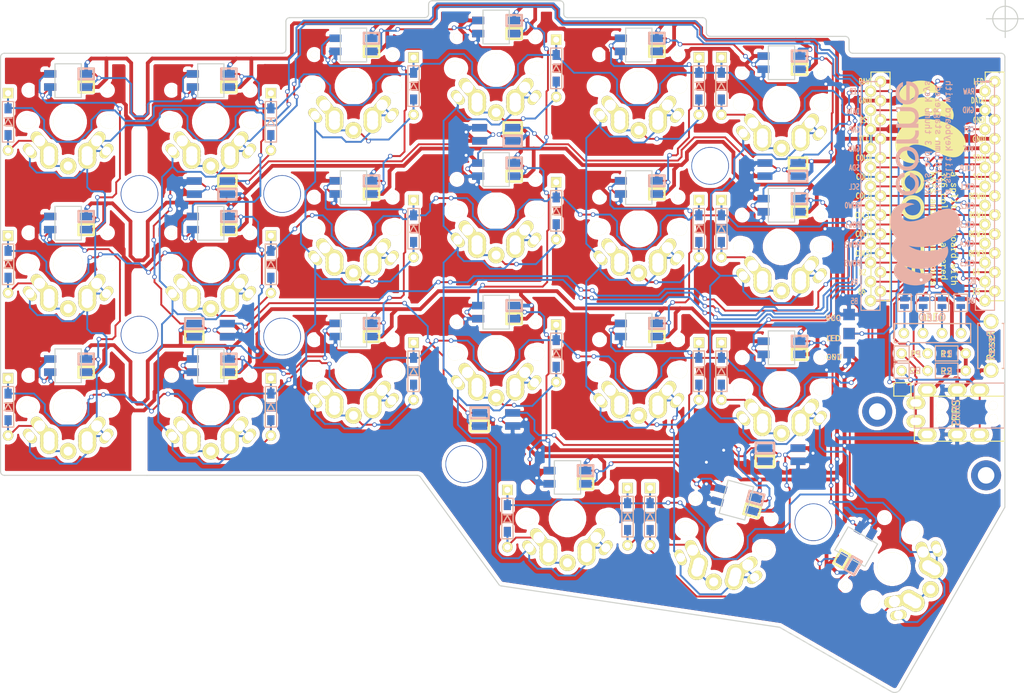
<source format=kicad_pcb>
(kicad_pcb (version 20171130) (host pcbnew "(5.1.9)-1")
  (title_block (title Crkbd) (date 2018/05/15) (rev 1.1) (company foostan))
  (layers (0 F.Cu signal hide) (31 B.Cu signal hide) (34 B.Paste user hide) (35 F.Paste user hide) (36 B.SilkS user hide) (37 F.SilkS user hide) (38 B.Mask user hide) (39 F.Mask user hide) (44 Edge.Cuts user))
  (net 0 "")
  (net 1 row0)
  (net 2 "Net-(D1-Pad2)")
  (net 3 row1)
  (net 4 "Net-(D2-Pad2)")
  (net 5 row2)
  (net 6 "Net-(D3-Pad2)")
  (net 7 row3)
  (net 8 "Net-(D4-Pad2)")
  (net 9 "Net-(D5-Pad2)")
  (net 10 "Net-(D6-Pad2)")
  (net 11 "Net-(D7-Pad2)")
  (net 12 "Net-(D8-Pad2)")
  (net 13 "Net-(D9-Pad2)")
  (net 14 "Net-(D10-Pad2)")
  (net 15 "Net-(D11-Pad2)")
  (net 16 "Net-(D12-Pad2)")
  (net 17 "Net-(D13-Pad2)")
  (net 18 "Net-(D14-Pad2)")
  (net 19 "Net-(D15-Pad2)")
  (net 20 "Net-(D16-Pad2)")
  (net 21 "Net-(D17-Pad2)")
  (net 22 "Net-(D18-Pad2)")
  (net 23 "Net-(D19-Pad2)")
  (net 24 "Net-(D20-Pad2)")
  (net 25 "Net-(D21-Pad2)")
  (net 26 GND)
  (net 27 VCC)
  (net 28 col0)
  (net 29 col1)
  (net 30 col2)
  (net 31 col3)
  (net 32 col4)
  (net 33 col5)
  (net 34 LED)
  (net 35 data)
  (net 36 "Net-(L1-Pad3)")
  (net 37 "Net-(L1-Pad1)")
  (net 38 "Net-(L3-Pad3)")
  (net 39 "Net-(L10-Pad1)")
  (net 40 "Net-(L11-Pad1)")
  (net 41 "Net-(L13-Pad1)")
  (net 42 "Net-(L14-Pad3)")
  (net 43 "Net-(L10-Pad3)")
  (net 44 "Net-(L12-Pad1)")
  (net 45 "Net-(L13-Pad3)")
  (net 46 "Net-(L15-Pad3)")
  (net 47 "Net-(L16-Pad3)")
  (net 48 reset)
  (net 49 SCL)
  (net 50 SDA)
  (net 51 "Net-(L5-Pad3)")
  (net 52 "Net-(U1-Pad14)")
  (net 53 "Net-(U1-Pad13)")
  (net 54 "Net-(U1-Pad12)")
  (net 55 "Net-(U1-Pad11)")
  (net 56 "Net-(J2-Pad1)")
  (net 57 "Net-(J2-Pad2)")
  (net 58 "Net-(J2-Pad3)")
  (net 59 "Net-(J2-Pad4)")
  (net 60 "Net-(L2-Pad3)")
  (net 61 "Net-(L3-Pad1)")
  (net 62 "Net-(L11-Pad3)")
  (net 63 "Net-(L14-Pad1)")
  (net 64 "Net-(L12-Pad3)")
  (net 65 "Net-(L17-Pad1)")
  (net 66 "Net-(L18-Pad3)")
  (net 67 "Net-(L19-Pad3)")
  (net 68 "Net-(J1-PadA)")
  (net 69 "Net-(J1-PadB)")
  (net 70 "Net-(U1-Pad24)")
  (net 71 "Net-(L21-Pad3)")
  (net 72 "Net-(L22-Pad3)")
  (net 73 "Net-(L22-Pad1)")
  (net 74 "Net-(L23-Pad3)")
  (net 75 "Net-(L25-Pad1)")
  (net 76 "Net-(L26-Pad1)")
  (module kbd:OLED (layer F.Cu) (at 181.3 105.3)
    (fp_text reference J2)
    (fp_text value OLED hide)
    (fp_text user OLED (at 3.75 -2.1) (layer B.SilkS) (effects (justify mirror)))
    (fp_text user OLED (at 3.8 -2.1) (layer F.SilkS))
    (pad 4 thru_hole circle (at 7.62 0) (size 1.397 1.397) (drill 0.8128) (layers *.Cu *.Mask F.SilkS) (net 59 "Net-(J2-Pad4)"))
    (pad 3 thru_hole circle (at 5.08 0) (size 1.397 1.397) (drill 0.8128) (layers *.Cu *.Mask F.SilkS) (net 58 "Net-(J2-Pad3)"))
    (pad 2 thru_hole circle (at 2.54 0) (size 1.397 1.397) (drill 0.8128) (layers *.Cu *.Mask F.SilkS) (net 57 "Net-(J2-Pad2)"))
    (pad 1 thru_hole circle (at 0 0) (size 1.397 1.397) (drill 0.8128) (layers *.Cu *.Mask F.SilkS) (net 56 "Net-(J2-Pad1)"))
  )
  (module kbd:MJ-4PP-9 (layer F.Cu) (at 194.7 116.7 270)
    (fp_text reference J1)
    (fp_text value MJ-4PP-9 hide)
    (fp_text user TRRS (at -0.75 6.45 270) (layer F.SilkS))
    (fp_text user TRRS (at -0.8255 6.4135 270) (layer B.SilkS) (effects (justify mirror)))
    (pad A thru_hole oval (at -2.1 11.8 270) (size 1.7 2.5) (drill oval 1 1.5) (layers *.Cu *.Mask F.SilkS) (net 68 "Net-(J1-PadA)") (clearance 0.15))
    (pad D thru_hole oval (at 2.1 10.3 270) (size 1.7 2.5) (drill oval 1 1.5) (layers *.Cu *.Mask F.SilkS) (net 27 VCC) (clearance 0.15))
    (pad C thru_hole oval (at 2.1 6.3 270) (size 1.7 2.5) (drill oval 1 1.5) (layers *.Cu *.Mask F.SilkS) (net 26 GND))
    (pad B thru_hole oval (at 2.1 3.3 270) (size 1.7 2.5) (drill oval 1 1.5) (layers *.Cu *.Mask F.SilkS) (net 69 "Net-(J1-PadB)"))
    (pad "" np_thru_hole circle (at 0 8.5 270) (size 1.2 1.2) (drill 1.2) (layers *.Cu *.Mask F.SilkS))
    (pad "" np_thru_hole circle (at 0 1.5 270) (size 1.2 1.2) (drill 1.2) (layers *.Cu *.Mask F.SilkS))
    (pad C thru_hole oval (at -3.85 6.3 270) (size 1.7 2.5) (drill oval 1 1.5) (layers *.Cu *.Mask F.SilkS) (net 26 GND))
    (pad B thru_hole oval (at -3.85 3.3 270) (size 1.7 2.5) (drill oval 1 1.5) (layers *.Cu *.Mask F.SilkS) (net 69 "Net-(J1-PadB)"))
    (pad A thru_hole oval (at 0.35 11.8 270) (size 1.7 2.5) (drill oval 1 1.5) (layers *.Cu *.Mask F.SilkS) (net 68 "Net-(J1-PadA)") (clearance 0.15))
    (pad D thru_hole oval (at -3.85 10.3 270) (size 1.7 2.5) (drill oval 1 1.5) (layers *.Cu *.Mask F.SilkS) (net 27 VCC) (clearance 0.15))
    (pad "" np_thru_hole circle (at -1.75 1.5 270) (size 1.2 1.2) (drill 1.2) (layers *.Cu *.Mask F.SilkS))
    (pad "" np_thru_hole circle (at -1.75 8.5 270) (size 1.2 1.2) (drill 1.2) (layers *.Cu *.Mask F.SilkS))
  )
  (module kbd:JPC2 (layer F.Cu) (at 181.1 112.8)
    (fp_text reference JP1)
    (fp_text value " " hide)
    (pad 1 smd rect (at -0.50038 0) (size 0.635 1.143) (layers F.Cu F.Paste F.Mask) (net 35 data) (clearance 0.1905))
    (pad 2 smd rect (at 0.50038 0) (size 0.635 1.143) (layers F.Cu F.Paste F.Mask) (net 69 "Net-(J1-PadB)") (clearance 0.1905))
    (pad "" smd rect (at 0 0 90) (size 0.381 0.381) (layers F.Cu F.Paste F.Mask) (clearance 0.00254))
  )
  (module kbd:SK6812MINI_underglow_rev (layer F.Cu) (at 165 121.5 180)
    (fp_text reference L6 hide)
    (fp_text value SK6812MINI hide)
    (pad 4 smd rect (at 2.2 -0.875 180) (size 2 1) (layers F.Cu F.Paste F.Mask) (net 27 VCC))
    (pad 3 smd rect (at 2.2 0.875 180) (size 2 1) (layers F.Cu F.Paste F.Mask) (net 76 "Net-(L26-Pad1)"))
    (pad 1 smd rect (at -2.2 -0.875 180) (size 2 1) (layers F.Cu F.Paste F.Mask) (net 71 "Net-(L21-Pad3)"))
    (pad 2 smd rect (at -2.2 0.875 180) (size 2 1) (layers F.Cu F.Paste F.Mask) (net 26 GND))
    (pad 3 smd rect (at 2.2 -0.875 180) (size 2 1) (layers B.Cu B.Paste B.Mask) (net 76 "Net-(L26-Pad1)"))
    (pad 4 smd rect (at 2.2 0.875 180) (size 2 1) (layers B.Cu B.Paste B.Mask) (net 27 VCC))
    (pad 1 smd rect (at -2.2 0.875 180) (size 2 1) (layers B.Cu B.Paste B.Mask) (net 71 "Net-(L21-Pad3)"))
    (pad 2 smd rect (at -2.2 -0.875 180) (size 2 1) (layers B.Cu B.Paste B.Mask) (net 26 GND))
  )
  (module kbd:SK6812MINI_underglow_rev (layer F.Cu) (at 165 83.5)
    (fp_text reference L3 hide)
    (fp_text value SK6812MINI hide)
    (pad 4 smd rect (at 2.2 -0.875) (size 2 1) (layers F.Cu F.Paste F.Mask) (net 27 VCC))
    (pad 3 smd rect (at 2.2 0.875) (size 2 1) (layers F.Cu F.Paste F.Mask) (net 34 LED))
    (pad 1 smd rect (at -2.2 -0.875) (size 2 1) (layers F.Cu F.Paste F.Mask) (net 74 "Net-(L23-Pad3)"))
    (pad 2 smd rect (at -2.2 0.875) (size 2 1) (layers F.Cu F.Paste F.Mask) (net 26 GND))
    (pad 3 smd rect (at 2.2 -0.875) (size 2 1) (layers B.Cu B.Paste B.Mask) (net 34 LED))
    (pad 4 smd rect (at 2.2 0.875) (size 2 1) (layers B.Cu B.Paste B.Mask) (net 27 VCC))
    (pad 1 smd rect (at -2.2 0.875) (size 2 1) (layers B.Cu B.Paste B.Mask) (net 74 "Net-(L23-Pad3)"))
    (pad 2 smd rect (at -2.2 -0.875) (size 2 1) (layers B.Cu B.Paste B.Mask) (net 26 GND))
  )
  (module kbd:SK6812MINI_underglow_rev (layer F.Cu) (at 127 78.8)
    (fp_text reference L2 hide)
    (fp_text value SK6812MINI hide)
    (pad 4 smd rect (at 2.2 -0.875) (size 2 1) (layers F.Cu F.Paste F.Mask) (net 27 VCC))
    (pad 3 smd rect (at 2.2 0.875) (size 2 1) (layers F.Cu F.Paste F.Mask) (net 74 "Net-(L23-Pad3)"))
    (pad 1 smd rect (at -2.2 -0.875) (size 2 1) (layers F.Cu F.Paste F.Mask) (net 72 "Net-(L22-Pad3)"))
    (pad 2 smd rect (at -2.2 0.875) (size 2 1) (layers F.Cu F.Paste F.Mask) (net 26 GND))
    (pad 3 smd rect (at 2.2 -0.875) (size 2 1) (layers B.Cu B.Paste B.Mask) (net 74 "Net-(L23-Pad3)"))
    (pad 4 smd rect (at 2.2 0.875) (size 2 1) (layers B.Cu B.Paste B.Mask) (net 27 VCC))
    (pad 1 smd rect (at -2.2 0.875) (size 2 1) (layers B.Cu B.Paste B.Mask) (net 72 "Net-(L22-Pad3)"))
    (pad 2 smd rect (at -2.2 -0.875) (size 2 1) (layers B.Cu B.Paste B.Mask) (net 26 GND))
  )
  (module kbd:SK6812MINI_underglow_rev (layer F.Cu) (at 89 85.9)
    (fp_text reference L1 hide)
    (fp_text value SK6812MINI hide)
    (pad 4 smd rect (at 2.2 -0.875) (size 2 1) (layers F.Cu F.Paste F.Mask) (net 27 VCC))
    (pad 3 smd rect (at 2.2 0.875) (size 2 1) (layers F.Cu F.Paste F.Mask) (net 72 "Net-(L22-Pad3)"))
    (pad 1 smd rect (at -2.2 -0.875) (size 2 1) (layers F.Cu F.Paste F.Mask) (net 73 "Net-(L22-Pad1)"))
    (pad 2 smd rect (at -2.2 0.875) (size 2 1) (layers F.Cu F.Paste F.Mask) (net 26 GND))
    (pad 3 smd rect (at 2.2 -0.875) (size 2 1) (layers B.Cu B.Paste B.Mask) (net 72 "Net-(L22-Pad3)"))
    (pad 4 smd rect (at 2.2 0.875) (size 2 1) (layers B.Cu B.Paste B.Mask) (net 27 VCC))
    (pad 1 smd rect (at -2.2 0.875) (size 2 1) (layers B.Cu B.Paste B.Mask) (net 73 "Net-(L22-Pad1)"))
    (pad 2 smd rect (at -2.2 -0.875) (size 2 1) (layers B.Cu B.Paste B.Mask) (net 26 GND))
  )
  (module kbd:SK6812MINI_underglow_rev (layer F.Cu) (at 89 104.9 180)
    (fp_text reference L4 hide)
    (fp_text value SK6812MINI hide)
    (pad 4 smd rect (at 2.2 -0.875 180) (size 2 1) (layers F.Cu F.Paste F.Mask) (net 27 VCC))
    (pad 3 smd rect (at 2.2 0.875 180) (size 2 1) (layers F.Cu F.Paste F.Mask) (net 73 "Net-(L22-Pad1)"))
    (pad 1 smd rect (at -2.2 -0.875 180) (size 2 1) (layers F.Cu F.Paste F.Mask) (net 75 "Net-(L25-Pad1)"))
    (pad 2 smd rect (at -2.2 0.875 180) (size 2 1) (layers F.Cu F.Paste F.Mask) (net 26 GND))
    (pad 3 smd rect (at 2.2 -0.875 180) (size 2 1) (layers B.Cu B.Paste B.Mask) (net 73 "Net-(L22-Pad1)"))
    (pad 4 smd rect (at 2.2 0.875 180) (size 2 1) (layers B.Cu B.Paste B.Mask) (net 27 VCC))
    (pad 1 smd rect (at -2.2 0.875 180) (size 2 1) (layers B.Cu B.Paste B.Mask) (net 75 "Net-(L25-Pad1)"))
    (pad 2 smd rect (at -2.2 -0.875 180) (size 2 1) (layers B.Cu B.Paste B.Mask) (net 26 GND))
  )
  (module kbd:SK6812MINI_underglow_rev (layer F.Cu) (at 127 116.8 180)
    (fp_text reference L5 hide)
    (fp_text value SK6812MINI hide)
    (pad 4 smd rect (at 2.2 -0.875 180) (size 2 1) (layers F.Cu F.Paste F.Mask) (net 27 VCC))
    (pad 3 smd rect (at 2.2 0.875 180) (size 2 1) (layers F.Cu F.Paste F.Mask) (net 75 "Net-(L25-Pad1)"))
    (pad 1 smd rect (at -2.2 -0.875 180) (size 2 1) (layers F.Cu F.Paste F.Mask) (net 76 "Net-(L26-Pad1)"))
    (pad 2 smd rect (at -2.2 0.875 180) (size 2 1) (layers F.Cu F.Paste F.Mask) (net 26 GND))
    (pad 3 smd rect (at 2.2 -0.875 180) (size 2 1) (layers B.Cu B.Paste B.Mask) (net 75 "Net-(L25-Pad1)"))
    (pad 4 smd rect (at 2.2 0.875 180) (size 2 1) (layers B.Cu B.Paste B.Mask) (net 27 VCC))
    (pad 1 smd rect (at -2.2 0.875 180) (size 2 1) (layers B.Cu B.Paste B.Mask) (net 76 "Net-(L26-Pad1)"))
    (pad 2 smd rect (at -2.2 -0.875 180) (size 2 1) (layers B.Cu B.Paste B.Mask) (net 26 GND))
  )
  (module kbd:corne (layer B.Cu) (at 184 85.25 90)
    (fp_text reference G*** hide)
    (fp_text value LOGO hide)
  )
  (module kbd:MX_ALPS_PG1350_noLed_1.75u (layer F.Cu) (at 179.75 136.5 240)
    (fp_text reference SW21 hide)
    (fp_text value SW_PUSH hide)
    (pad 1 thru_hole oval (at 5.1 -3.9 190) (size 2.2 1.25) (drill 1.2) (layers *.Cu *.Mask F.SilkS) (net 33 col5))
    (pad "" np_thru_hole circle (at 0 0 330) (size 4 4) (drill 4) (layers *.Cu *.Mask F.SilkS))
    (pad "" np_thru_hole circle (at -5.5 0 330) (size 1.9 1.9) (drill 1.9) (layers *.Cu *.Mask F.SilkS))
    (pad "" np_thru_hole circle (at 5.5 0 330) (size 1.9 1.9) (drill 1.9) (layers *.Cu *.Mask F.SilkS))
    (pad 1 thru_hole oval (at -5.1 -3.9 290) (size 2.2 1.25) (drill 1.2) (layers *.Cu *.Mask F.SilkS) (net 33 col5))
    (pad 2 thru_hole circle (at 0 -5.9 330) (size 2.2 2.2) (drill 1.2) (layers *.Cu *.Mask F.SilkS) (net 25 "Net-(D21-Pad2)"))
    (pad 2 thru_hole circle (at 2.54 -5.08 240) (size 2.4 2.4) (drill 1.5) (layers *.Cu *.Mask F.SilkS) (net 25 "Net-(D21-Pad2)"))
    (pad 1 thru_hole oval (at -3.81 -2.54 290) (size 2.8 1.55) (drill 1.5) (layers *.Cu *.Mask F.SilkS) (net 33 col5))
    (pad 1 thru_hole circle (at -2.54 -5.08 240) (size 2.4 2.4) (drill 1.5) (layers *.Cu *.Mask F.SilkS) (net 33 col5))
    (pad 2 thru_hole oval (at 3.81 -2.540001 190) (size 2.8 1.55) (drill 1.5) (layers *.Cu *.Mask F.SilkS) (net 25 "Net-(D21-Pad2)"))
    (pad 2 thru_hole circle (at 2.540001 -4.5 240) (size 2.4 2.4) (drill 1.5) (layers *.Cu *.Mask F.SilkS) (net 25 "Net-(D21-Pad2)"))
    (pad 2 thru_hole circle (at 2.54 -4.000001 240) (size 2.4 2.4) (drill 1.5) (layers *.Cu *.Mask F.SilkS) (net 25 "Net-(D21-Pad2)"))
    (pad 1 thru_hole circle (at -2.540001 -4 240) (size 2.4 2.4) (drill 1.5) (layers *.Cu *.Mask F.SilkS) (net 33 col5))
    (pad 1 thru_hole circle (at -2.54 -4.499999 240) (size 2.4 2.4) (drill 1.5) (layers *.Cu *.Mask F.SilkS) (net 33 col5))
    (pad "" np_thru_hole circle (at 5.08 0 240) (size 1.7 1.7) (drill 1.7) (layers *.Cu *.Mask F.SilkS))
    (pad "" np_thru_hole circle (at -5.08 0 240) (size 1.7 1.7) (drill 1.7) (layers *.Cu *.Mask F.SilkS))
    (pad "" np_thru_hole circle (at 5.22 4.2 240) (size 1 1) (drill 1) (layers *.Cu *.Mask F.SilkS))
    (pad "" np_thru_hole circle (at -5.22 4.2 240) (size 1 1) (drill 1) (layers *.Cu *.Mask F.SilkS))
  )
  (module kbd:ProMicro_v2 (layer F.Cu) (at 185.75 86.25)
    (fp_text reference U1 hide)
    (fp_text value ProMicro hide)
    (fp_text user "" (at -0.5 -17.25) (layer F.SilkS))
    (fp_text user "" (at -1.2065 -16.256) (layer B.SilkS) (effects (justify mirror)))
    (fp_text user RAW (at -9.7155 -14.478) (layer F.SilkS) (effects (font (size 0.75 0.5) (thickness 0.125))))
    (fp_text user LED (at 5.5 -14.478) (layer F.SilkS) (effects (font (size 0.75 0.5) (thickness 0.125))))
    (fp_text user GND (at -9.7155 -11.938) (layer F.SilkS) (effects (font (size 0.75 0.5) (thickness 0.125))))
    (fp_text user DATA (at 5.35 -11.95) (layer F.SilkS) (effects (font (size 0.75 0.5) (thickness 0.125))))
    (fp_text user RST (at -9.7155 -9.3345) (layer F.SilkS) (effects (font (size 0.75 0.5) (thickness 0.125))))
    (fp_text user GND (at 5.5245 -9.3345) (layer F.SilkS) (effects (font (size 0.75 0.5) (thickness 0.125))))
    (fp_text user VCC (at -9.7155 -6.858) (layer F.SilkS) (effects (font (size 0.75 0.5) (thickness 0.125))))
    (fp_text user GND (at 5.461 -6.7945) (layer F.SilkS) (effects (font (size 0.75 0.5) (thickness 0.125))))
    (fp_text user COL3 (at -10 3.35) (layer F.SilkS) (effects (font (size 0.75 0.5) (thickness 0.125))))
    (fp_text user ROW0 (at 5.2 0.8) (layer F.SilkS) (effects (font (size 0.75 0.5) (thickness 0.125))))
    (fp_text user COL2 (at -9.9 0.762) (layer F.SilkS) (effects (font (size 0.75 0.5) (thickness 0.125))))
    (fp_text user SCL (at 5.461 -1.778) (layer F.SilkS) (effects (font (size 0.75 0.5) (thickness 0.125))))
    (fp_text user COL1 (at -9.85 -1.778) (layer F.SilkS) (effects (font (size 0.75 0.5) (thickness 0.125))))
    (fp_text user SDA (at 5.461 -4.318) (layer F.SilkS) (effects (font (size 0.75 0.5) (thickness 0.125))))
    (fp_text user COL0 (at -9.9 -4.3) (layer F.SilkS) (effects (font (size 0.75 0.5) (thickness 0.125))))
    (fp_text user B6 (at -10.05 13.5) (layer F.SilkS) (effects (font (size 0.75 0.5) (thickness 0.125))))
    (fp_text user B5 (at 5.2 13.5255) (layer F.SilkS) (effects (font (size 0.75 0.5) (thickness 0.125))))
    (fp_text user B4 (at 5.2 10.922) (layer F.SilkS) (effects (font (size 0.75 0.5) (thickness 0.125))))
    (fp_text user B2 (at -9.95 10.95) (layer F.SilkS) (effects (font (size 0.75 0.5) (thickness 0.125))))
    (fp_text user ROW3 (at 5.2 8.4455) (layer F.SilkS) (effects (font (size 0.75 0.5) (thickness 0.125))))
    (fp_text user COL5 (at -9.95 8.4455) (layer F.SilkS) (effects (font (size 0.75 0.5) (thickness 0.125))))
    (fp_text user ROW2 (at 5.2 5.85) (layer F.SilkS) (effects (font (size 0.75 0.5) (thickness 0.125))))
    (fp_text user COL4 (at -9.95 5.85) (layer F.SilkS) (effects (font (size 0.75 0.5) (thickness 0.125))))
    (fp_text user ROW1 (at 5.25 3.302) (layer F.SilkS) (effects (font (size 0.75 0.5) (thickness 0.125))))
    (fp_text user ROW1 (at -11.3 4.6355) (layer B.SilkS) (effects (font (size 0.75 0.5) (thickness 0.125)) (justify mirror)))
    (fp_text user COL4 (at 3.95 7.112) (layer B.SilkS) (effects (font (size 0.75 0.5) (thickness 0.125)) (justify mirror)))
    (fp_text user ROW2 (at -11.3 7.239) (layer B.SilkS) (effects (font (size 0.75 0.5) (thickness 0.125)) (justify mirror)))
    (fp_text user COL5 (at 4 9.75) (layer B.SilkS) (effects (font (size 0.75 0.5) (thickness 0.125)) (justify mirror)))
    (fp_text user ROW3 (at -11.3 9.75) (layer B.SilkS) (effects (font (size 0.75 0.5) (thickness 0.125)) (justify mirror)))
    (fp_text user B2 (at 4.5085 12.1285) (layer B.SilkS) (effects (font (size 0.75 0.5) (thickness 0.125)) (justify mirror)))
    (fp_text user B4 (at -11.049 12.2555) (layer B.SilkS) (effects (font (size 0.75 0.5) (thickness 0.125)) (justify mirror)))
    (fp_text user B5 (at -11.049 14.7955) (layer B.SilkS) (effects (font (size 0.75 0.5) (thickness 0.125)) (justify mirror)))
    (fp_text user B6 (at 4.445 14.732) (layer B.SilkS) (effects (font (size 0.75 0.5) (thickness 0.125)) (justify mirror)))
    (fp_text user COL0 (at 4 -2.95) (layer B.SilkS) (effects (font (size 0.75 0.5) (thickness 0.125)) (justify mirror)))
    (fp_text user SDA (at -11.049 -2.9845) (layer B.SilkS) (effects (font (size 0.75 0.5) (thickness 0.125)) (justify mirror)))
    (fp_text user COL1 (at 4 -0.4445) (layer B.SilkS) (effects (font (size 0.75 0.5) (thickness 0.125)) (justify mirror)))
    (fp_text user SCL (at -11.049 -0.4445) (layer B.SilkS) (effects (font (size 0.75 0.5) (thickness 0.125)) (justify mirror)))
    (fp_text user COL2 (at 4 2.1) (layer B.SilkS) (effects (font (size 0.75 0.5) (thickness 0.125)) (justify mirror)))
    (fp_text user ROW0 (at -11.3 2.032) (layer B.SilkS) (effects (font (size 0.75 0.5) (thickness 0.125)) (justify mirror)))
    (fp_text user COL3 (at 4 4.6) (layer B.SilkS) (effects (font (size 0.75 0.5) (thickness 0.125)) (justify mirror)))
    (fp_text user GND (at -11.049 -5.5245) (layer B.SilkS) (effects (font (size 0.75 0.5) (thickness 0.125)) (justify mirror)))
    (fp_text user VCC (at 4.1275 -5.5245) (layer B.SilkS) (effects (font (size 0.75 0.5) (thickness 0.125)) (justify mirror)))
    (fp_text user GND (at -11.049 -8.0645) (layer B.SilkS) (effects (font (size 0.75 0.5) (thickness 0.125)) (justify mirror)))
    (fp_text user RST (at 4.191 -8.0645) (layer B.SilkS) (effects (font (size 0.75 0.5) (thickness 0.125)) (justify mirror)))
    (fp_text user DATA (at -11.2 -10.5) (layer B.SilkS) (effects (font (size 0.75 0.5) (thickness 0.125)) (justify mirror)))
    (fp_text user GND (at 4.1275 -10.668) (layer B.SilkS) (effects (font (size 0.75 0.5) (thickness 0.125)) (justify mirror)))
    (fp_text user LED (at -11.049 -13.1445) (layer B.SilkS) (effects (font (size 0.75 0.5) (thickness 0.125)) (justify mirror)))
    (fp_text user RAW (at 4.191 -13.1445) (layer B.SilkS) (effects (font (size 0.75 0.5) (thickness 0.125)) (justify mirror)))
    (pad 24 thru_hole circle (at 6.35 -13.208) (size 1.524 1.524) (drill 0.8128) (layers *.Cu *.Mask F.SilkS) (net 70 "Net-(U1-Pad24)"))
    (pad 23 thru_hole circle (at 6.35 -10.668) (size 1.524 1.524) (drill 0.8128) (layers *.Cu *.Mask F.SilkS) (net 26 GND))
    (pad 22 thru_hole circle (at 6.35 -8.128) (size 1.524 1.524) (drill 0.8128) (layers *.Cu *.Mask F.SilkS) (net 48 reset))
    (pad 21 thru_hole circle (at 6.35 -5.588) (size 1.524 1.524) (drill 0.8128) (layers *.Cu *.Mask F.SilkS) (net 27 VCC))
    (pad 20 thru_hole circle (at 6.35 -3.048) (size 1.524 1.524) (drill 0.8128) (layers *.Cu *.Mask F.SilkS) (net 28 col0))
    (pad 19 thru_hole circle (at 6.35 -0.508) (size 1.524 1.524) (drill 0.8128) (layers *.Cu *.Mask F.SilkS) (net 29 col1))
    (pad 18 thru_hole circle (at 6.35 2.032) (size 1.524 1.524) (drill 0.8128) (layers *.Cu *.Mask F.SilkS) (net 30 col2))
    (pad 17 thru_hole circle (at 6.35 4.572) (size 1.524 1.524) (drill 0.8128) (layers *.Cu *.Mask F.SilkS) (net 31 col3))
    (pad 16 thru_hole circle (at 6.35 7.112) (size 1.524 1.524) (drill 0.8128) (layers *.Cu *.Mask F.SilkS) (net 32 col4))
    (pad 15 thru_hole circle (at 6.35 9.652) (size 1.524 1.524) (drill 0.8128) (layers *.Cu *.Mask F.SilkS) (net 33 col5))
    (pad 14 thru_hole circle (at 6.35 12.192) (size 1.524 1.524) (drill 0.8128) (layers *.Cu *.Mask F.SilkS) (net 52 "Net-(U1-Pad14)"))
    (pad 13 thru_hole circle (at 6.35 14.732) (size 1.524 1.524) (drill 0.8128) (layers *.Cu *.Mask F.SilkS) (net 53 "Net-(U1-Pad13)"))
    (pad 12 thru_hole circle (at -8.89 14.732) (size 1.524 1.524) (drill 0.8128) (layers *.Cu *.Mask F.SilkS) (net 54 "Net-(U1-Pad12)"))
    (pad 11 thru_hole circle (at -8.89 12.192) (size 1.524 1.524) (drill 0.8128) (layers *.Cu *.Mask F.SilkS) (net 55 "Net-(U1-Pad11)"))
    (pad 10 thru_hole circle (at -8.89 9.652) (size 1.524 1.524) (drill 0.8128) (layers *.Cu *.Mask F.SilkS) (net 7 row3))
    (pad 9 thru_hole circle (at -8.89 7.112) (size 1.524 1.524) (drill 0.8128) (layers *.Cu *.Mask F.SilkS) (net 5 row2))
    (pad 8 thru_hole circle (at -8.89 4.572) (size 1.524 1.524) (drill 0.8128) (layers *.Cu *.Mask F.SilkS) (net 3 row1))
    (pad 7 thru_hole circle (at -8.89 2.032) (size 1.524 1.524) (drill 0.8128) (layers *.Cu *.Mask F.SilkS) (net 1 row0))
    (pad 6 thru_hole circle (at -8.89 -0.508) (size 1.524 1.524) (drill 0.8128) (layers *.Cu *.Mask F.SilkS) (net 49 SCL))
    (pad 5 thru_hole circle (at -8.89 -3.048) (size 1.524 1.524) (drill 0.8128) (layers *.Cu *.Mask F.SilkS) (net 50 SDA))
    (pad 4 thru_hole circle (at -8.89 -5.588) (size 1.524 1.524) (drill 0.8128) (layers *.Cu *.Mask F.SilkS) (net 26 GND))
    (pad 3 thru_hole circle (at -8.89 -8.128) (size 1.524 1.524) (drill 0.8128) (layers *.Cu *.Mask F.SilkS) (net 26 GND))
    (pad 2 thru_hole circle (at -8.89 -10.668) (size 1.524 1.524) (drill 0.8128) (layers *.Cu *.Mask F.SilkS) (net 35 data))
    (pad 1 thru_hole circle (at -8.89 -13.208) (size 1.524 1.524) (drill 0.8128) (layers *.Cu *.Mask F.SilkS) (net 34 LED))
    (pad 1 thru_hole circle (at 7.6564 -14.478) (size 1.524 1.524) (drill 0.8128) (layers *.Cu *.Mask F.SilkS) (net 34 LED))
    (pad 2 thru_hole circle (at 7.6564 -11.938) (size 1.524 1.524) (drill 0.8128) (layers *.Cu *.Mask F.SilkS) (net 35 data))
    (pad 3 thru_hole circle (at 7.6564 -9.398) (size 1.524 1.524) (drill 0.8128) (layers *.Cu *.Mask F.SilkS) (net 26 GND))
    (pad 4 thru_hole circle (at 7.6564 -6.858) (size 1.524 1.524) (drill 0.8128) (layers *.Cu *.Mask F.SilkS) (net 26 GND))
    (pad 5 thru_hole circle (at 7.6564 -4.318) (size 1.524 1.524) (drill 0.8128) (layers *.Cu *.Mask F.SilkS) (net 50 SDA))
    (pad 6 thru_hole circle (at 7.6564 -1.778) (size 1.524 1.524) (drill 0.8128) (layers *.Cu *.Mask F.SilkS) (net 49 SCL))
    (pad 7 thru_hole circle (at 7.6564 0.762) (size 1.524 1.524) (drill 0.8128) (layers *.Cu *.Mask F.SilkS) (net 1 row0))
    (pad 8 thru_hole circle (at 7.6564 3.302) (size 1.524 1.524) (drill 0.8128) (layers *.Cu *.Mask F.SilkS) (net 3 row1))
    (pad 9 thru_hole circle (at 7.6564 5.842) (size 1.524 1.524) (drill 0.8128) (layers *.Cu *.Mask F.SilkS) (net 5 row2))
    (pad 10 thru_hole circle (at 7.6564 8.382) (size 1.524 1.524) (drill 0.8128) (layers *.Cu *.Mask F.SilkS) (net 7 row3))
    (pad 11 thru_hole circle (at 7.6564 10.922) (size 1.524 1.524) (drill 0.8128) (layers *.Cu *.Mask F.SilkS) (net 55 "Net-(U1-Pad11)"))
    (pad 12 thru_hole circle (at 7.6564 13.462) (size 1.524 1.524) (drill 0.8128) (layers *.Cu *.Mask F.SilkS) (net 54 "Net-(U1-Pad12)"))
    (pad 13 thru_hole circle (at -7.5636 13.462) (size 1.524 1.524) (drill 0.8128) (layers *.Cu *.Mask F.SilkS) (net 53 "Net-(U1-Pad13)"))
    (pad 14 thru_hole circle (at -7.5636 10.922) (size 1.524 1.524) (drill 0.8128) (layers *.Cu *.Mask F.SilkS) (net 52 "Net-(U1-Pad14)"))
    (pad 15 thru_hole circle (at -7.5636 8.382) (size 1.524 1.524) (drill 0.8128) (layers *.Cu *.Mask F.SilkS) (net 33 col5))
    (pad 16 thru_hole circle (at -7.5636 5.842) (size 1.524 1.524) (drill 0.8128) (layers *.Cu *.Mask F.SilkS) (net 32 col4))
    (pad 17 thru_hole circle (at -7.5636 3.302) (size 1.524 1.524) (drill 0.8128) (layers *.Cu *.Mask F.SilkS) (net 31 col3))
    (pad 18 thru_hole circle (at -7.5636 0.762) (size 1.524 1.524) (drill 0.8128) (layers *.Cu *.Mask F.SilkS) (net 30 col2))
    (pad 19 thru_hole circle (at -7.5636 -1.778) (size 1.524 1.524) (drill 0.8128) (layers *.Cu *.Mask F.SilkS) (net 29 col1))
    (pad 20 thru_hole circle (at -7.5636 -4.318) (size 1.524 1.524) (drill 0.8128) (layers *.Cu *.Mask F.SilkS) (net 28 col0))
    (pad 21 thru_hole circle (at -7.5636 -6.858) (size 1.524 1.524) (drill 0.8128) (layers *.Cu *.Mask F.SilkS) (net 27 VCC))
    (pad 22 thru_hole circle (at -7.5636 -9.398) (size 1.524 1.524) (drill 0.8128) (layers *.Cu *.Mask F.SilkS) (net 48 reset))
    (pad 23 thru_hole circle (at -7.5636 -11.938) (size 1.524 1.524) (drill 0.8128) (layers *.Cu *.Mask F.SilkS) (net 26 GND))
    (pad 24 thru_hole circle (at -7.5636 -14.478) (size 1.524 1.524) (drill 0.8128) (layers *.Cu *.Mask F.SilkS) (net 70 "Net-(U1-Pad24)"))
  )
  (module kbd:SK6812MINI_rev (layer F.Cu) (at 70 71.625)
    (fp_text reference L7 hide)
    (fp_text value SK6812MINI hide)
    (pad 2 smd rect (at -2.4 0.875) (size 1.6 1) (layers B.Cu B.Paste B.Mask) (net 26 GND))
    (pad 1 smd rect (at -2.4 -0.875) (size 1.6 1) (layers B.Cu B.Paste B.Mask) (net 37 "Net-(L1-Pad1)"))
    (pad 4 smd rect (at 2.4 -0.875) (size 1.6 1) (layers B.Cu B.Paste B.Mask) (net 27 VCC))
    (pad 3 smd rect (at 2.4 0.875) (size 1.6 1) (layers B.Cu B.Paste B.Mask) (net 36 "Net-(L1-Pad3)"))
    (pad 2 smd rect (at -2.4 -0.875) (size 1.6 1) (layers F.Cu F.Paste F.Mask) (net 26 GND))
    (pad 1 smd rect (at -2.4 0.875) (size 1.6 1) (layers F.Cu F.Paste F.Mask) (net 37 "Net-(L1-Pad1)"))
    (pad 3 smd rect (at 2.4 -0.875) (size 1.6 1) (layers F.Cu F.Paste F.Mask) (net 36 "Net-(L1-Pad3)"))
    (pad 4 smd rect (at 2.4 0.875) (size 1.6 1) (layers F.Cu F.Paste F.Mask) (net 27 VCC))
  )
  (module kbd:SK6812MINI_rev (layer F.Cu) (at 89 71.625)
    (fp_text reference L8 hide)
    (fp_text value SK6812MINI hide)
    (pad 2 smd rect (at -2.4 0.875) (size 1.6 1) (layers B.Cu B.Paste B.Mask) (net 26 GND))
    (pad 1 smd rect (at -2.4 -0.875) (size 1.6 1) (layers B.Cu B.Paste B.Mask) (net 36 "Net-(L1-Pad3)"))
    (pad 4 smd rect (at 2.4 -0.875) (size 1.6 1) (layers B.Cu B.Paste B.Mask) (net 27 VCC))
    (pad 3 smd rect (at 2.4 0.875) (size 1.6 1) (layers B.Cu B.Paste B.Mask) (net 60 "Net-(L2-Pad3)"))
    (pad 2 smd rect (at -2.4 -0.875) (size 1.6 1) (layers F.Cu F.Paste F.Mask) (net 26 GND))
    (pad 1 smd rect (at -2.4 0.875) (size 1.6 1) (layers F.Cu F.Paste F.Mask) (net 36 "Net-(L1-Pad3)"))
    (pad 3 smd rect (at 2.4 -0.875) (size 1.6 1) (layers F.Cu F.Paste F.Mask) (net 60 "Net-(L2-Pad3)"))
    (pad 4 smd rect (at 2.4 0.875) (size 1.6 1) (layers F.Cu F.Paste F.Mask) (net 27 VCC))
  )
  (module kbd:SK6812MINI_rev (layer F.Cu) (at 108 66.875)
    (fp_text reference L9 hide)
    (fp_text value SK6812MINI hide)
    (pad 2 smd rect (at -2.4 0.875) (size 1.6 1) (layers B.Cu B.Paste B.Mask) (net 26 GND))
    (pad 1 smd rect (at -2.4 -0.875) (size 1.6 1) (layers B.Cu B.Paste B.Mask) (net 61 "Net-(L3-Pad1)"))
    (pad 4 smd rect (at 2.4 -0.875) (size 1.6 1) (layers B.Cu B.Paste B.Mask) (net 27 VCC))
    (pad 3 smd rect (at 2.4 0.875) (size 1.6 1) (layers B.Cu B.Paste B.Mask) (net 38 "Net-(L3-Pad3)"))
    (pad 2 smd rect (at -2.4 -0.875) (size 1.6 1) (layers F.Cu F.Paste F.Mask) (net 26 GND))
    (pad 1 smd rect (at -2.4 0.875) (size 1.6 1) (layers F.Cu F.Paste F.Mask) (net 61 "Net-(L3-Pad1)"))
    (pad 3 smd rect (at 2.4 -0.875) (size 1.6 1) (layers F.Cu F.Paste F.Mask) (net 38 "Net-(L3-Pad3)"))
    (pad 4 smd rect (at 2.4 0.875) (size 1.6 1) (layers F.Cu F.Paste F.Mask) (net 27 VCC))
  )
  (module kbd:SK6812MINI_rev (layer F.Cu) (at 127 64.5)
    (fp_text reference L10 hide)
    (fp_text value SK6812MINI hide)
    (pad 2 smd rect (at -2.4 0.875) (size 1.6 1) (layers B.Cu B.Paste B.Mask) (net 26 GND))
    (pad 1 smd rect (at -2.4 -0.875) (size 1.6 1) (layers B.Cu B.Paste B.Mask) (net 38 "Net-(L3-Pad3)"))
    (pad 4 smd rect (at 2.4 -0.875) (size 1.6 1) (layers B.Cu B.Paste B.Mask) (net 27 VCC))
    (pad 3 smd rect (at 2.4 0.875) (size 1.6 1) (layers B.Cu B.Paste B.Mask) (net 39 "Net-(L10-Pad1)"))
    (pad 2 smd rect (at -2.4 -0.875) (size 1.6 1) (layers F.Cu F.Paste F.Mask) (net 26 GND))
    (pad 1 smd rect (at -2.4 0.875) (size 1.6 1) (layers F.Cu F.Paste F.Mask) (net 38 "Net-(L3-Pad3)"))
    (pad 3 smd rect (at 2.4 -0.875) (size 1.6 1) (layers F.Cu F.Paste F.Mask) (net 39 "Net-(L10-Pad1)"))
    (pad 4 smd rect (at 2.4 0.875) (size 1.6 1) (layers F.Cu F.Paste F.Mask) (net 27 VCC))
  )
  (module kbd:SK6812MINI_rev (layer F.Cu) (at 146 66.875)
    (fp_text reference L11 hide)
    (fp_text value SK6812MINI hide)
    (pad 2 smd rect (at -2.4 0.875) (size 1.6 1) (layers B.Cu B.Paste B.Mask) (net 26 GND))
    (pad 1 smd rect (at -2.4 -0.875) (size 1.6 1) (layers B.Cu B.Paste B.Mask) (net 62 "Net-(L11-Pad3)"))
    (pad 4 smd rect (at 2.4 -0.875) (size 1.6 1) (layers B.Cu B.Paste B.Mask) (net 27 VCC))
    (pad 3 smd rect (at 2.4 0.875) (size 1.6 1) (layers B.Cu B.Paste B.Mask) (net 51 "Net-(L5-Pad3)"))
    (pad 2 smd rect (at -2.4 -0.875) (size 1.6 1) (layers F.Cu F.Paste F.Mask) (net 26 GND))
    (pad 1 smd rect (at -2.4 0.875) (size 1.6 1) (layers F.Cu F.Paste F.Mask) (net 62 "Net-(L11-Pad3)"))
    (pad 3 smd rect (at 2.4 -0.875) (size 1.6 1) (layers F.Cu F.Paste F.Mask) (net 51 "Net-(L5-Pad3)"))
    (pad 4 smd rect (at 2.4 0.875) (size 1.6 1) (layers F.Cu F.Paste F.Mask) (net 27 VCC))
  )
  (module kbd:SK6812MINI_rev (layer F.Cu) (at 165 69.25)
    (fp_text reference L12 hide)
    (fp_text value SK6812MINI hide)
    (pad 2 smd rect (at -2.4 0.875) (size 1.6 1) (layers B.Cu B.Paste B.Mask) (net 26 GND))
    (pad 1 smd rect (at -2.4 -0.875) (size 1.6 1) (layers B.Cu B.Paste B.Mask) (net 51 "Net-(L5-Pad3)"))
    (pad 4 smd rect (at 2.4 -0.875) (size 1.6 1) (layers B.Cu B.Paste B.Mask) (net 27 VCC))
    (pad 3 smd rect (at 2.4 0.875) (size 1.6 1) (layers B.Cu B.Paste B.Mask) (net 44 "Net-(L12-Pad1)"))
    (pad 2 smd rect (at -2.4 -0.875) (size 1.6 1) (layers F.Cu F.Paste F.Mask) (net 26 GND))
    (pad 1 smd rect (at -2.4 0.875) (size 1.6 1) (layers F.Cu F.Paste F.Mask) (net 51 "Net-(L5-Pad3)"))
    (pad 3 smd rect (at 2.4 -0.875) (size 1.6 1) (layers F.Cu F.Paste F.Mask) (net 44 "Net-(L12-Pad1)"))
    (pad 4 smd rect (at 2.4 0.875) (size 1.6 1) (layers F.Cu F.Paste F.Mask) (net 27 VCC))
  )
  (module kbd:SK6812MINI_rev (layer F.Cu) (at 70 90.625)
    (fp_text reference L13 hide)
    (fp_text value SK6812MINI hide)
    (pad 2 smd rect (at -2.4 0.875) (size 1.6 1) (layers B.Cu B.Paste B.Mask) (net 26 GND))
    (pad 1 smd rect (at -2.4 -0.875) (size 1.6 1) (layers B.Cu B.Paste B.Mask) (net 45 "Net-(L13-Pad3)"))
    (pad 4 smd rect (at 2.4 -0.875) (size 1.6 1) (layers B.Cu B.Paste B.Mask) (net 27 VCC))
    (pad 3 smd rect (at 2.4 0.875) (size 1.6 1) (layers B.Cu B.Paste B.Mask) (net 37 "Net-(L1-Pad1)"))
    (pad 2 smd rect (at -2.4 -0.875) (size 1.6 1) (layers F.Cu F.Paste F.Mask) (net 26 GND))
    (pad 1 smd rect (at -2.4 0.875) (size 1.6 1) (layers F.Cu F.Paste F.Mask) (net 45 "Net-(L13-Pad3)"))
    (pad 3 smd rect (at 2.4 -0.875) (size 1.6 1) (layers F.Cu F.Paste F.Mask) (net 37 "Net-(L1-Pad1)"))
    (pad 4 smd rect (at 2.4 0.875) (size 1.6 1) (layers F.Cu F.Paste F.Mask) (net 27 VCC))
  )
  (module kbd:SK6812MINI_rev (layer F.Cu) (at 89 90.625)
    (fp_text reference L14 hide)
    (fp_text value SK6812MINI hide)
    (pad 2 smd rect (at -2.4 0.875) (size 1.6 1) (layers B.Cu B.Paste B.Mask) (net 26 GND))
    (pad 1 smd rect (at -2.4 -0.875) (size 1.6 1) (layers B.Cu B.Paste B.Mask) (net 60 "Net-(L2-Pad3)"))
    (pad 4 smd rect (at 2.4 -0.875) (size 1.6 1) (layers B.Cu B.Paste B.Mask) (net 27 VCC))
    (pad 3 smd rect (at 2.4 0.875) (size 1.6 1) (layers B.Cu B.Paste B.Mask) (net 63 "Net-(L14-Pad1)"))
    (pad 2 smd rect (at -2.4 -0.875) (size 1.6 1) (layers F.Cu F.Paste F.Mask) (net 26 GND))
    (pad 1 smd rect (at -2.4 0.875) (size 1.6 1) (layers F.Cu F.Paste F.Mask) (net 60 "Net-(L2-Pad3)"))
    (pad 3 smd rect (at 2.4 -0.875) (size 1.6 1) (layers F.Cu F.Paste F.Mask) (net 63 "Net-(L14-Pad1)"))
    (pad 4 smd rect (at 2.4 0.875) (size 1.6 1) (layers F.Cu F.Paste F.Mask) (net 27 VCC))
  )
  (module kbd:SK6812MINI_rev (layer F.Cu) (at 108 85.875)
    (fp_text reference L15 hide)
    (fp_text value SK6812MINI hide)
    (pad 2 smd rect (at -2.4 0.875) (size 1.6 1) (layers B.Cu B.Paste B.Mask) (net 26 GND))
    (pad 1 smd rect (at -2.4 -0.875) (size 1.6 1) (layers B.Cu B.Paste B.Mask) (net 46 "Net-(L15-Pad3)"))
    (pad 4 smd rect (at 2.4 -0.875) (size 1.6 1) (layers B.Cu B.Paste B.Mask) (net 27 VCC))
    (pad 3 smd rect (at 2.4 0.875) (size 1.6 1) (layers B.Cu B.Paste B.Mask) (net 61 "Net-(L3-Pad1)"))
    (pad 2 smd rect (at -2.4 -0.875) (size 1.6 1) (layers F.Cu F.Paste F.Mask) (net 26 GND))
    (pad 1 smd rect (at -2.4 0.875) (size 1.6 1) (layers F.Cu F.Paste F.Mask) (net 46 "Net-(L15-Pad3)"))
    (pad 3 smd rect (at 2.4 -0.875) (size 1.6 1) (layers F.Cu F.Paste F.Mask) (net 61 "Net-(L3-Pad1)"))
    (pad 4 smd rect (at 2.4 0.875) (size 1.6 1) (layers F.Cu F.Paste F.Mask) (net 27 VCC))
  )
  (module kbd:SK6812MINI_rev (layer F.Cu) (at 127 83.5)
    (fp_text reference L16 hide)
    (fp_text value SK6812MINI hide)
    (pad 2 smd rect (at -2.4 0.875) (size 1.6 1) (layers B.Cu B.Paste B.Mask) (net 26 GND))
    (pad 1 smd rect (at -2.4 -0.875) (size 1.6 1) (layers B.Cu B.Paste B.Mask) (net 39 "Net-(L10-Pad1)"))
    (pad 4 smd rect (at 2.4 -0.875) (size 1.6 1) (layers B.Cu B.Paste B.Mask) (net 27 VCC))
    (pad 3 smd rect (at 2.4 0.875) (size 1.6 1) (layers B.Cu B.Paste B.Mask) (net 43 "Net-(L10-Pad3)"))
    (pad 2 smd rect (at -2.4 -0.875) (size 1.6 1) (layers F.Cu F.Paste F.Mask) (net 26 GND))
    (pad 1 smd rect (at -2.4 0.875) (size 1.6 1) (layers F.Cu F.Paste F.Mask) (net 39 "Net-(L10-Pad1)"))
    (pad 3 smd rect (at 2.4 -0.875) (size 1.6 1) (layers F.Cu F.Paste F.Mask) (net 43 "Net-(L10-Pad3)"))
    (pad 4 smd rect (at 2.4 0.875) (size 1.6 1) (layers F.Cu F.Paste F.Mask) (net 27 VCC))
  )
  (module kbd:SK6812MINI_rev (layer F.Cu) (at 146 85.875)
    (fp_text reference L17 hide)
    (fp_text value SK6812MINI hide)
    (pad 2 smd rect (at -2.4 0.875) (size 1.6 1) (layers B.Cu B.Paste B.Mask) (net 26 GND))
    (pad 1 smd rect (at -2.4 -0.875) (size 1.6 1) (layers B.Cu B.Paste B.Mask) (net 40 "Net-(L11-Pad1)"))
    (pad 4 smd rect (at 2.4 -0.875) (size 1.6 1) (layers B.Cu B.Paste B.Mask) (net 27 VCC))
    (pad 3 smd rect (at 2.4 0.875) (size 1.6 1) (layers B.Cu B.Paste B.Mask) (net 62 "Net-(L11-Pad3)"))
    (pad 2 smd rect (at -2.4 -0.875) (size 1.6 1) (layers F.Cu F.Paste F.Mask) (net 26 GND))
    (pad 1 smd rect (at -2.4 0.875) (size 1.6 1) (layers F.Cu F.Paste F.Mask) (net 40 "Net-(L11-Pad1)"))
    (pad 3 smd rect (at 2.4 -0.875) (size 1.6 1) (layers F.Cu F.Paste F.Mask) (net 62 "Net-(L11-Pad3)"))
    (pad 4 smd rect (at 2.4 0.875) (size 1.6 1) (layers F.Cu F.Paste F.Mask) (net 27 VCC))
  )
  (module kbd:SK6812MINI_rev (layer F.Cu) (at 165 88.25)
    (fp_text reference L18 hide)
    (fp_text value SK6812MINI hide)
    (pad 2 smd rect (at -2.4 0.875) (size 1.6 1) (layers B.Cu B.Paste B.Mask) (net 26 GND))
    (pad 1 smd rect (at -2.4 -0.875) (size 1.6 1) (layers B.Cu B.Paste B.Mask) (net 44 "Net-(L12-Pad1)"))
    (pad 4 smd rect (at 2.4 -0.875) (size 1.6 1) (layers B.Cu B.Paste B.Mask) (net 27 VCC))
    (pad 3 smd rect (at 2.4 0.875) (size 1.6 1) (layers B.Cu B.Paste B.Mask) (net 64 "Net-(L12-Pad3)"))
    (pad 2 smd rect (at -2.4 -0.875) (size 1.6 1) (layers F.Cu F.Paste F.Mask) (net 26 GND))
    (pad 1 smd rect (at -2.4 0.875) (size 1.6 1) (layers F.Cu F.Paste F.Mask) (net 44 "Net-(L12-Pad1)"))
    (pad 3 smd rect (at 2.4 -0.875) (size 1.6 1) (layers F.Cu F.Paste F.Mask) (net 64 "Net-(L12-Pad3)"))
    (pad 4 smd rect (at 2.4 0.875) (size 1.6 1) (layers F.Cu F.Paste F.Mask) (net 27 VCC))
  )
  (module kbd:SK6812MINI_rev (layer F.Cu) (at 70 109.625)
    (fp_text reference L19 hide)
    (fp_text value SK6812MINI hide)
    (pad 2 smd rect (at -2.4 0.875) (size 1.6 1) (layers B.Cu B.Paste B.Mask) (net 26 GND))
    (pad 1 smd rect (at -2.4 -0.875) (size 1.6 1) (layers B.Cu B.Paste B.Mask) (net 41 "Net-(L13-Pad1)"))
    (pad 4 smd rect (at 2.4 -0.875) (size 1.6 1) (layers B.Cu B.Paste B.Mask) (net 27 VCC))
    (pad 3 smd rect (at 2.4 0.875) (size 1.6 1) (layers B.Cu B.Paste B.Mask) (net 45 "Net-(L13-Pad3)"))
    (pad 2 smd rect (at -2.4 -0.875) (size 1.6 1) (layers F.Cu F.Paste F.Mask) (net 26 GND))
    (pad 1 smd rect (at -2.4 0.875) (size 1.6 1) (layers F.Cu F.Paste F.Mask) (net 41 "Net-(L13-Pad1)"))
    (pad 3 smd rect (at 2.4 -0.875) (size 1.6 1) (layers F.Cu F.Paste F.Mask) (net 45 "Net-(L13-Pad3)"))
    (pad 4 smd rect (at 2.4 0.875) (size 1.6 1) (layers F.Cu F.Paste F.Mask) (net 27 VCC))
  )
  (module kbd:SK6812MINI_rev (layer F.Cu) (at 89 109.625)
    (fp_text reference L20 hide)
    (fp_text value SK6812MINI hide)
    (pad 2 smd rect (at -2.4 0.875) (size 1.6 1) (layers B.Cu B.Paste B.Mask) (net 26 GND))
    (pad 1 smd rect (at -2.4 -0.875) (size 1.6 1) (layers B.Cu B.Paste B.Mask) (net 63 "Net-(L14-Pad1)"))
    (pad 4 smd rect (at 2.4 -0.875) (size 1.6 1) (layers B.Cu B.Paste B.Mask) (net 27 VCC))
    (pad 3 smd rect (at 2.4 0.875) (size 1.6 1) (layers B.Cu B.Paste B.Mask) (net 42 "Net-(L14-Pad3)"))
    (pad 2 smd rect (at -2.4 -0.875) (size 1.6 1) (layers F.Cu F.Paste F.Mask) (net 26 GND))
    (pad 1 smd rect (at -2.4 0.875) (size 1.6 1) (layers F.Cu F.Paste F.Mask) (net 63 "Net-(L14-Pad1)"))
    (pad 3 smd rect (at 2.4 -0.875) (size 1.6 1) (layers F.Cu F.Paste F.Mask) (net 42 "Net-(L14-Pad3)"))
    (pad 4 smd rect (at 2.4 0.875) (size 1.6 1) (layers F.Cu F.Paste F.Mask) (net 27 VCC))
  )
  (module kbd:SK6812MINI_rev (layer F.Cu) (at 108 104.875)
    (fp_text reference L21 hide)
    (fp_text value SK6812MINI hide)
    (pad 2 smd rect (at -2.4 0.875) (size 1.6 1) (layers B.Cu B.Paste B.Mask) (net 26 GND))
    (pad 1 smd rect (at -2.4 -0.875) (size 1.6 1) (layers B.Cu B.Paste B.Mask) (net 42 "Net-(L14-Pad3)"))
    (pad 4 smd rect (at 2.4 -0.875) (size 1.6 1) (layers B.Cu B.Paste B.Mask) (net 27 VCC))
    (pad 3 smd rect (at 2.4 0.875) (size 1.6 1) (layers B.Cu B.Paste B.Mask) (net 46 "Net-(L15-Pad3)"))
    (pad 2 smd rect (at -2.4 -0.875) (size 1.6 1) (layers F.Cu F.Paste F.Mask) (net 26 GND))
    (pad 1 smd rect (at -2.4 0.875) (size 1.6 1) (layers F.Cu F.Paste F.Mask) (net 42 "Net-(L14-Pad3)"))
    (pad 3 smd rect (at 2.4 -0.875) (size 1.6 1) (layers F.Cu F.Paste F.Mask) (net 46 "Net-(L15-Pad3)"))
    (pad 4 smd rect (at 2.4 0.875) (size 1.6 1) (layers F.Cu F.Paste F.Mask) (net 27 VCC))
  )
  (module kbd:SK6812MINI_rev (layer F.Cu) (at 127 102.5)
    (fp_text reference L22 hide)
    (fp_text value SK6812MINI hide)
    (pad 2 smd rect (at -2.4 0.875) (size 1.6 1) (layers B.Cu B.Paste B.Mask) (net 26 GND))
    (pad 1 smd rect (at -2.4 -0.875) (size 1.6 1) (layers B.Cu B.Paste B.Mask) (net 43 "Net-(L10-Pad3)"))
    (pad 4 smd rect (at 2.4 -0.875) (size 1.6 1) (layers B.Cu B.Paste B.Mask) (net 27 VCC))
    (pad 3 smd rect (at 2.4 0.875) (size 1.6 1) (layers B.Cu B.Paste B.Mask) (net 47 "Net-(L16-Pad3)"))
    (pad 2 smd rect (at -2.4 -0.875) (size 1.6 1) (layers F.Cu F.Paste F.Mask) (net 26 GND))
    (pad 1 smd rect (at -2.4 0.875) (size 1.6 1) (layers F.Cu F.Paste F.Mask) (net 43 "Net-(L10-Pad3)"))
    (pad 3 smd rect (at 2.4 -0.875) (size 1.6 1) (layers F.Cu F.Paste F.Mask) (net 47 "Net-(L16-Pad3)"))
    (pad 4 smd rect (at 2.4 0.875) (size 1.6 1) (layers F.Cu F.Paste F.Mask) (net 27 VCC))
  )
  (module kbd:SK6812MINI_rev (layer F.Cu) (at 146 104.875)
    (fp_text reference L23 hide)
    (fp_text value SK6812MINI hide)
    (pad 2 smd rect (at -2.4 0.875) (size 1.6 1) (layers B.Cu B.Paste B.Mask) (net 26 GND))
    (pad 1 smd rect (at -2.4 -0.875) (size 1.6 1) (layers B.Cu B.Paste B.Mask) (net 65 "Net-(L17-Pad1)"))
    (pad 4 smd rect (at 2.4 -0.875) (size 1.6 1) (layers B.Cu B.Paste B.Mask) (net 27 VCC))
    (pad 3 smd rect (at 2.4 0.875) (size 1.6 1) (layers B.Cu B.Paste B.Mask) (net 40 "Net-(L11-Pad1)"))
    (pad 2 smd rect (at -2.4 -0.875) (size 1.6 1) (layers F.Cu F.Paste F.Mask) (net 26 GND))
    (pad 1 smd rect (at -2.4 0.875) (size 1.6 1) (layers F.Cu F.Paste F.Mask) (net 65 "Net-(L17-Pad1)"))
    (pad 3 smd rect (at 2.4 -0.875) (size 1.6 1) (layers F.Cu F.Paste F.Mask) (net 40 "Net-(L11-Pad1)"))
    (pad 4 smd rect (at 2.4 0.875) (size 1.6 1) (layers F.Cu F.Paste F.Mask) (net 27 VCC))
  )
  (module kbd:SK6812MINI_rev (layer F.Cu) (at 165 107.25)
    (fp_text reference L24 hide)
    (fp_text value SK6812MINI hide)
    (pad 2 smd rect (at -2.4 0.875) (size 1.6 1) (layers B.Cu B.Paste B.Mask) (net 26 GND))
    (pad 1 smd rect (at -2.4 -0.875) (size 1.6 1) (layers B.Cu B.Paste B.Mask) (net 64 "Net-(L12-Pad3)"))
    (pad 4 smd rect (at 2.4 -0.875) (size 1.6 1) (layers B.Cu B.Paste B.Mask) (net 27 VCC))
    (pad 3 smd rect (at 2.4 0.875) (size 1.6 1) (layers B.Cu B.Paste B.Mask) (net 66 "Net-(L18-Pad3)"))
    (pad 2 smd rect (at -2.4 -0.875) (size 1.6 1) (layers F.Cu F.Paste F.Mask) (net 26 GND))
    (pad 1 smd rect (at -2.4 0.875) (size 1.6 1) (layers F.Cu F.Paste F.Mask) (net 64 "Net-(L12-Pad3)"))
    (pad 3 smd rect (at 2.4 -0.875) (size 1.6 1) (layers F.Cu F.Paste F.Mask) (net 66 "Net-(L18-Pad3)"))
    (pad 4 smd rect (at 2.4 0.875) (size 1.6 1) (layers F.Cu F.Paste F.Mask) (net 27 VCC))
  )
  (module kbd:SK6812MINI_rev (layer F.Cu) (at 136.5 124.5)
    (fp_text reference L25 hide)
    (fp_text value SK6812MINI hide)
    (pad 2 smd rect (at -2.4 0.875) (size 1.6 1) (layers B.Cu B.Paste B.Mask) (net 26 GND))
    (pad 1 smd rect (at -2.4 -0.875) (size 1.6 1) (layers B.Cu B.Paste B.Mask) (net 47 "Net-(L16-Pad3)"))
    (pad 4 smd rect (at 2.4 -0.875) (size 1.6 1) (layers B.Cu B.Paste B.Mask) (net 27 VCC))
    (pad 3 smd rect (at 2.4 0.875) (size 1.6 1) (layers B.Cu B.Paste B.Mask) (net 67 "Net-(L19-Pad3)"))
    (pad 2 smd rect (at -2.4 -0.875) (size 1.6 1) (layers F.Cu F.Paste F.Mask) (net 26 GND))
    (pad 1 smd rect (at -2.4 0.875) (size 1.6 1) (layers F.Cu F.Paste F.Mask) (net 47 "Net-(L16-Pad3)"))
    (pad 3 smd rect (at 2.4 -0.875) (size 1.6 1) (layers F.Cu F.Paste F.Mask) (net 67 "Net-(L19-Pad3)"))
    (pad 4 smd rect (at 2.4 0.875) (size 1.6 1) (layers F.Cu F.Paste F.Mask) (net 27 VCC))
  )
  (module kbd:SK6812MINI_rev (layer F.Cu) (at 159 127.5 345)
    (fp_text reference L26 hide)
    (fp_text value SK6812MINI hide)
    (pad 2 smd rect (at -2.4 0.875 345) (size 1.6 1) (layers B.Cu B.Paste B.Mask) (net 26 GND))
    (pad 1 smd rect (at -2.4 -0.875 345) (size 1.6 1) (layers B.Cu B.Paste B.Mask) (net 67 "Net-(L19-Pad3)"))
    (pad 4 smd rect (at 2.4 -0.875 345) (size 1.6 1) (layers B.Cu B.Paste B.Mask) (net 27 VCC))
    (pad 3 smd rect (at 2.4 0.875 345) (size 1.6 1) (layers B.Cu B.Paste B.Mask) (net 65 "Net-(L17-Pad1)"))
    (pad 2 smd rect (at -2.4 -0.875 345) (size 1.6 1) (layers F.Cu F.Paste F.Mask) (net 26 GND))
    (pad 1 smd rect (at -2.4 0.875 345) (size 1.6 1) (layers F.Cu F.Paste F.Mask) (net 67 "Net-(L19-Pad3)"))
    (pad 3 smd rect (at 2.4 -0.875 345) (size 1.6 1) (layers F.Cu F.Paste F.Mask) (net 65 "Net-(L17-Pad1)"))
    (pad 4 smd rect (at 2.4 0.875 345) (size 1.6 1) (layers F.Cu F.Paste F.Mask) (net 27 VCC))
  )
  (module kbd:SK6812MINI_rev (layer F.Cu) (at 175 133.75 240)
    (fp_text reference L27 hide)
    (fp_text value SK6812MINI hide)
    (pad 2 smd rect (at -2.4 0.875 240) (size 1.6 1) (layers B.Cu B.Paste B.Mask) (net 26 GND))
    (pad 1 smd rect (at -2.4 -0.875 240) (size 1.6 1) (layers B.Cu B.Paste B.Mask) (net 66 "Net-(L18-Pad3)"))
    (pad 4 smd rect (at 2.4 -0.875 240) (size 1.6 1) (layers B.Cu B.Paste B.Mask) (net 27 VCC))
    (pad 3 smd rect (at 2.4 0.875 240) (size 1.6 1) (layers B.Cu B.Paste B.Mask) (net 71 "Net-(L21-Pad3)"))
    (pad 2 smd rect (at -2.4 -0.875 240) (size 1.6 1) (layers F.Cu F.Paste F.Mask) (net 26 GND))
    (pad 1 smd rect (at -2.4 0.875 240) (size 1.6 1) (layers F.Cu F.Paste F.Mask) (net 66 "Net-(L18-Pad3)"))
    (pad 3 smd rect (at 2.4 -0.875 240) (size 1.6 1) (layers F.Cu F.Paste F.Mask) (net 71 "Net-(L21-Pad3)"))
    (pad 4 smd rect (at 2.4 0.875 240) (size 1.6 1) (layers F.Cu F.Paste F.Mask) (net 27 VCC))
  )
  (module kbd:D3_TH_SMD (layer F.Cu) (at 62 77.125 270)
    (fp_text reference D1 hide)
    (fp_text value D hide)
    (pad 2 smd rect (at 1.775 0 270) (size 1.3 0.95) (layers F.Cu F.Paste F.Mask) (net 2 "Net-(D1-Pad2)"))
    (pad 2 thru_hole circle (at 3.81 0 270) (size 1.397 1.397) (drill 0.8128) (layers *.Cu *.Mask F.SilkS) (net 2 "Net-(D1-Pad2)"))
    (pad 1 thru_hole rect (at -3.81 0 270) (size 1.397 1.397) (drill 0.8128) (layers *.Cu *.Mask F.SilkS) (net 1 row0))
    (pad 1 smd rect (at -1.775 0 270) (size 1.3 0.95) (layers B.Cu B.Paste B.Mask) (net 1 row0))
    (pad 2 smd rect (at 1.775 0 270) (size 1.3 0.95) (layers B.Cu B.Paste B.Mask) (net 2 "Net-(D1-Pad2)"))
    (pad 1 smd rect (at -1.775 0 270) (size 1.3 0.95) (layers F.Cu F.Paste F.Mask) (net 1 row0))
  )
  (module kbd:D3_TH_SMD (layer F.Cu) (at 97 77.125 270)
    (fp_text reference D2 hide)
    (fp_text value D hide)
    (pad 2 smd rect (at 1.775 0 270) (size 1.3 0.95) (layers F.Cu F.Paste F.Mask) (net 4 "Net-(D2-Pad2)"))
    (pad 2 thru_hole circle (at 3.81 0 270) (size 1.397 1.397) (drill 0.8128) (layers *.Cu *.Mask F.SilkS) (net 4 "Net-(D2-Pad2)"))
    (pad 1 thru_hole rect (at -3.81 0 270) (size 1.397 1.397) (drill 0.8128) (layers *.Cu *.Mask F.SilkS) (net 1 row0))
    (pad 1 smd rect (at -1.775 0 270) (size 1.3 0.95) (layers B.Cu B.Paste B.Mask) (net 1 row0))
    (pad 2 smd rect (at 1.775 0 270) (size 1.3 0.95) (layers B.Cu B.Paste B.Mask) (net 4 "Net-(D2-Pad2)"))
    (pad 1 smd rect (at -1.775 0 270) (size 1.3 0.95) (layers F.Cu F.Paste F.Mask) (net 1 row0))
  )
  (module kbd:D3_TH_SMD (layer F.Cu) (at 116 72.375 270)
    (fp_text reference D3 hide)
    (fp_text value D hide)
    (pad 2 smd rect (at 1.775 0 270) (size 1.3 0.95) (layers F.Cu F.Paste F.Mask) (net 6 "Net-(D3-Pad2)"))
    (pad 2 thru_hole circle (at 3.81 0 270) (size 1.397 1.397) (drill 0.8128) (layers *.Cu *.Mask F.SilkS) (net 6 "Net-(D3-Pad2)"))
    (pad 1 thru_hole rect (at -3.81 0 270) (size 1.397 1.397) (drill 0.8128) (layers *.Cu *.Mask F.SilkS) (net 1 row0))
    (pad 1 smd rect (at -1.775 0 270) (size 1.3 0.95) (layers B.Cu B.Paste B.Mask) (net 1 row0))
    (pad 2 smd rect (at 1.775 0 270) (size 1.3 0.95) (layers B.Cu B.Paste B.Mask) (net 6 "Net-(D3-Pad2)"))
    (pad 1 smd rect (at -1.775 0 270) (size 1.3 0.95) (layers F.Cu F.Paste F.Mask) (net 1 row0))
  )
  (module kbd:D3_TH_SMD (layer F.Cu) (at 135 70 270)
    (fp_text reference D4 hide)
    (fp_text value D hide)
    (pad 2 smd rect (at 1.775 0 270) (size 1.3 0.95) (layers F.Cu F.Paste F.Mask) (net 8 "Net-(D4-Pad2)"))
    (pad 2 thru_hole circle (at 3.81 0 270) (size 1.397 1.397) (drill 0.8128) (layers *.Cu *.Mask F.SilkS) (net 8 "Net-(D4-Pad2)"))
    (pad 1 thru_hole rect (at -3.81 0 270) (size 1.397 1.397) (drill 0.8128) (layers *.Cu *.Mask F.SilkS) (net 1 row0))
    (pad 1 smd rect (at -1.775 0 270) (size 1.3 0.95) (layers B.Cu B.Paste B.Mask) (net 1 row0))
    (pad 2 smd rect (at 1.775 0 270) (size 1.3 0.95) (layers B.Cu B.Paste B.Mask) (net 8 "Net-(D4-Pad2)"))
    (pad 1 smd rect (at -1.775 0 270) (size 1.3 0.95) (layers F.Cu F.Paste F.Mask) (net 1 row0))
  )
  (module kbd:D3_TH_SMD (layer F.Cu) (at 154 72.375 270)
    (fp_text reference D5 hide)
    (fp_text value D hide)
    (pad 2 smd rect (at 1.775 0 270) (size 1.3 0.95) (layers F.Cu F.Paste F.Mask) (net 9 "Net-(D5-Pad2)"))
    (pad 2 thru_hole circle (at 3.81 0 270) (size 1.397 1.397) (drill 0.8128) (layers *.Cu *.Mask F.SilkS) (net 9 "Net-(D5-Pad2)"))
    (pad 1 thru_hole rect (at -3.81 0 270) (size 1.397 1.397) (drill 0.8128) (layers *.Cu *.Mask F.SilkS) (net 1 row0))
    (pad 1 smd rect (at -1.775 0 270) (size 1.3 0.95) (layers B.Cu B.Paste B.Mask) (net 1 row0))
    (pad 2 smd rect (at 1.775 0 270) (size 1.3 0.95) (layers B.Cu B.Paste B.Mask) (net 9 "Net-(D5-Pad2)"))
    (pad 1 smd rect (at -1.775 0 270) (size 1.3 0.95) (layers F.Cu F.Paste F.Mask) (net 1 row0))
  )
  (module kbd:D3_TH_SMD (layer F.Cu) (at 157 72.375 270)
    (fp_text reference D6 hide)
    (fp_text value D hide)
    (pad 2 smd rect (at 1.775 0 270) (size 1.3 0.95) (layers F.Cu F.Paste F.Mask) (net 10 "Net-(D6-Pad2)"))
    (pad 2 thru_hole circle (at 3.81 0 270) (size 1.397 1.397) (drill 0.8128) (layers *.Cu *.Mask F.SilkS) (net 10 "Net-(D6-Pad2)"))
    (pad 1 thru_hole rect (at -3.81 0 270) (size 1.397 1.397) (drill 0.8128) (layers *.Cu *.Mask F.SilkS) (net 1 row0))
    (pad 1 smd rect (at -1.775 0 270) (size 1.3 0.95) (layers B.Cu B.Paste B.Mask) (net 1 row0))
    (pad 2 smd rect (at 1.775 0 270) (size 1.3 0.95) (layers B.Cu B.Paste B.Mask) (net 10 "Net-(D6-Pad2)"))
    (pad 1 smd rect (at -1.775 0 270) (size 1.3 0.95) (layers F.Cu F.Paste F.Mask) (net 1 row0))
  )
  (module kbd:D3_TH_SMD (layer F.Cu) (at 62 96.125 270)
    (fp_text reference D7 hide)
    (fp_text value D hide)
    (pad 2 smd rect (at 1.775 0 270) (size 1.3 0.95) (layers F.Cu F.Paste F.Mask) (net 11 "Net-(D7-Pad2)"))
    (pad 2 thru_hole circle (at 3.81 0 270) (size 1.397 1.397) (drill 0.8128) (layers *.Cu *.Mask F.SilkS) (net 11 "Net-(D7-Pad2)"))
    (pad 1 thru_hole rect (at -3.81 0 270) (size 1.397 1.397) (drill 0.8128) (layers *.Cu *.Mask F.SilkS) (net 3 row1))
    (pad 1 smd rect (at -1.775 0 270) (size 1.3 0.95) (layers B.Cu B.Paste B.Mask) (net 3 row1))
    (pad 2 smd rect (at 1.775 0 270) (size 1.3 0.95) (layers B.Cu B.Paste B.Mask) (net 11 "Net-(D7-Pad2)"))
    (pad 1 smd rect (at -1.775 0 270) (size 1.3 0.95) (layers F.Cu F.Paste F.Mask) (net 3 row1))
  )
  (module kbd:D3_TH_SMD (layer F.Cu) (at 97 96.125 270)
    (fp_text reference D8 hide)
    (fp_text value D hide)
    (pad 2 smd rect (at 1.775 0 270) (size 1.3 0.95) (layers F.Cu F.Paste F.Mask) (net 12 "Net-(D8-Pad2)"))
    (pad 2 thru_hole circle (at 3.81 0 270) (size 1.397 1.397) (drill 0.8128) (layers *.Cu *.Mask F.SilkS) (net 12 "Net-(D8-Pad2)"))
    (pad 1 thru_hole rect (at -3.81 0 270) (size 1.397 1.397) (drill 0.8128) (layers *.Cu *.Mask F.SilkS) (net 3 row1))
    (pad 1 smd rect (at -1.775 0 270) (size 1.3 0.95) (layers B.Cu B.Paste B.Mask) (net 3 row1))
    (pad 2 smd rect (at 1.775 0 270) (size 1.3 0.95) (layers B.Cu B.Paste B.Mask) (net 12 "Net-(D8-Pad2)"))
    (pad 1 smd rect (at -1.775 0 270) (size 1.3 0.95) (layers F.Cu F.Paste F.Mask) (net 3 row1))
  )
  (module kbd:D3_TH_SMD (layer F.Cu) (at 116 91.375 270)
    (fp_text reference D9 hide)
    (fp_text value D hide)
    (pad 2 smd rect (at 1.775 0 270) (size 1.3 0.95) (layers F.Cu F.Paste F.Mask) (net 13 "Net-(D9-Pad2)"))
    (pad 2 thru_hole circle (at 3.81 0 270) (size 1.397 1.397) (drill 0.8128) (layers *.Cu *.Mask F.SilkS) (net 13 "Net-(D9-Pad2)"))
    (pad 1 thru_hole rect (at -3.81 0 270) (size 1.397 1.397) (drill 0.8128) (layers *.Cu *.Mask F.SilkS) (net 3 row1))
    (pad 1 smd rect (at -1.775 0 270) (size 1.3 0.95) (layers B.Cu B.Paste B.Mask) (net 3 row1))
    (pad 2 smd rect (at 1.775 0 270) (size 1.3 0.95) (layers B.Cu B.Paste B.Mask) (net 13 "Net-(D9-Pad2)"))
    (pad 1 smd rect (at -1.775 0 270) (size 1.3 0.95) (layers F.Cu F.Paste F.Mask) (net 3 row1))
  )
  (module kbd:D3_TH_SMD (layer F.Cu) (at 135 89 270)
    (fp_text reference D10 hide)
    (fp_text value D hide)
    (pad 2 smd rect (at 1.775 0 270) (size 1.3 0.95) (layers F.Cu F.Paste F.Mask) (net 14 "Net-(D10-Pad2)"))
    (pad 2 thru_hole circle (at 3.81 0 270) (size 1.397 1.397) (drill 0.8128) (layers *.Cu *.Mask F.SilkS) (net 14 "Net-(D10-Pad2)"))
    (pad 1 thru_hole rect (at -3.81 0 270) (size 1.397 1.397) (drill 0.8128) (layers *.Cu *.Mask F.SilkS) (net 3 row1))
    (pad 1 smd rect (at -1.775 0 270) (size 1.3 0.95) (layers B.Cu B.Paste B.Mask) (net 3 row1))
    (pad 2 smd rect (at 1.775 0 270) (size 1.3 0.95) (layers B.Cu B.Paste B.Mask) (net 14 "Net-(D10-Pad2)"))
    (pad 1 smd rect (at -1.775 0 270) (size 1.3 0.95) (layers F.Cu F.Paste F.Mask) (net 3 row1))
  )
  (module kbd:D3_TH_SMD (layer F.Cu) (at 154 91.375 270)
    (fp_text reference D11 hide)
    (fp_text value D hide)
    (pad 2 smd rect (at 1.775 0 270) (size 1.3 0.95) (layers F.Cu F.Paste F.Mask) (net 15 "Net-(D11-Pad2)"))
    (pad 2 thru_hole circle (at 3.81 0 270) (size 1.397 1.397) (drill 0.8128) (layers *.Cu *.Mask F.SilkS) (net 15 "Net-(D11-Pad2)"))
    (pad 1 thru_hole rect (at -3.81 0 270) (size 1.397 1.397) (drill 0.8128) (layers *.Cu *.Mask F.SilkS) (net 3 row1))
    (pad 1 smd rect (at -1.775 0 270) (size 1.3 0.95) (layers B.Cu B.Paste B.Mask) (net 3 row1))
    (pad 2 smd rect (at 1.775 0 270) (size 1.3 0.95) (layers B.Cu B.Paste B.Mask) (net 15 "Net-(D11-Pad2)"))
    (pad 1 smd rect (at -1.775 0 270) (size 1.3 0.95) (layers F.Cu F.Paste F.Mask) (net 3 row1))
  )
  (module kbd:D3_TH_SMD (layer F.Cu) (at 157 91.375 270)
    (fp_text reference D12 hide)
    (fp_text value D hide)
    (pad 2 smd rect (at 1.775 0 270) (size 1.3 0.95) (layers F.Cu F.Paste F.Mask) (net 16 "Net-(D12-Pad2)"))
    (pad 2 thru_hole circle (at 3.81 0 270) (size 1.397 1.397) (drill 0.8128) (layers *.Cu *.Mask F.SilkS) (net 16 "Net-(D12-Pad2)"))
    (pad 1 thru_hole rect (at -3.81 0 270) (size 1.397 1.397) (drill 0.8128) (layers *.Cu *.Mask F.SilkS) (net 3 row1))
    (pad 1 smd rect (at -1.775 0 270) (size 1.3 0.95) (layers B.Cu B.Paste B.Mask) (net 3 row1))
    (pad 2 smd rect (at 1.775 0 270) (size 1.3 0.95) (layers B.Cu B.Paste B.Mask) (net 16 "Net-(D12-Pad2)"))
    (pad 1 smd rect (at -1.775 0 270) (size 1.3 0.95) (layers F.Cu F.Paste F.Mask) (net 3 row1))
  )
  (module kbd:D3_TH_SMD (layer F.Cu) (at 62 115.125 270)
    (fp_text reference D13 hide)
    (fp_text value D hide)
    (pad 2 smd rect (at 1.775 0 270) (size 1.3 0.95) (layers F.Cu F.Paste F.Mask) (net 17 "Net-(D13-Pad2)"))
    (pad 2 thru_hole circle (at 3.81 0 270) (size 1.397 1.397) (drill 0.8128) (layers *.Cu *.Mask F.SilkS) (net 17 "Net-(D13-Pad2)"))
    (pad 1 thru_hole rect (at -3.81 0 270) (size 1.397 1.397) (drill 0.8128) (layers *.Cu *.Mask F.SilkS) (net 5 row2))
    (pad 1 smd rect (at -1.775 0 270) (size 1.3 0.95) (layers B.Cu B.Paste B.Mask) (net 5 row2))
    (pad 2 smd rect (at 1.775 0 270) (size 1.3 0.95) (layers B.Cu B.Paste B.Mask) (net 17 "Net-(D13-Pad2)"))
    (pad 1 smd rect (at -1.775 0 270) (size 1.3 0.95) (layers F.Cu F.Paste F.Mask) (net 5 row2))
  )
  (module kbd:D3_TH_SMD (layer F.Cu) (at 97 115.125 270)
    (fp_text reference D14 hide)
    (fp_text value D hide)
    (pad 2 smd rect (at 1.775 0 270) (size 1.3 0.95) (layers F.Cu F.Paste F.Mask) (net 18 "Net-(D14-Pad2)"))
    (pad 2 thru_hole circle (at 3.81 0 270) (size 1.397 1.397) (drill 0.8128) (layers *.Cu *.Mask F.SilkS) (net 18 "Net-(D14-Pad2)"))
    (pad 1 thru_hole rect (at -3.81 0 270) (size 1.397 1.397) (drill 0.8128) (layers *.Cu *.Mask F.SilkS) (net 5 row2))
    (pad 1 smd rect (at -1.775 0 270) (size 1.3 0.95) (layers B.Cu B.Paste B.Mask) (net 5 row2))
    (pad 2 smd rect (at 1.775 0 270) (size 1.3 0.95) (layers B.Cu B.Paste B.Mask) (net 18 "Net-(D14-Pad2)"))
    (pad 1 smd rect (at -1.775 0 270) (size 1.3 0.95) (layers F.Cu F.Paste F.Mask) (net 5 row2))
  )
  (module kbd:D3_TH_SMD (layer F.Cu) (at 116 110.375 270)
    (fp_text reference D15 hide)
    (fp_text value D hide)
    (pad 2 smd rect (at 1.775 0 270) (size 1.3 0.95) (layers F.Cu F.Paste F.Mask) (net 19 "Net-(D15-Pad2)"))
    (pad 2 thru_hole circle (at 3.81 0 270) (size 1.397 1.397) (drill 0.8128) (layers *.Cu *.Mask F.SilkS) (net 19 "Net-(D15-Pad2)"))
    (pad 1 thru_hole rect (at -3.81 0 270) (size 1.397 1.397) (drill 0.8128) (layers *.Cu *.Mask F.SilkS) (net 5 row2))
    (pad 1 smd rect (at -1.775 0 270) (size 1.3 0.95) (layers B.Cu B.Paste B.Mask) (net 5 row2))
    (pad 2 smd rect (at 1.775 0 270) (size 1.3 0.95) (layers B.Cu B.Paste B.Mask) (net 19 "Net-(D15-Pad2)"))
    (pad 1 smd rect (at -1.775 0 270) (size 1.3 0.95) (layers F.Cu F.Paste F.Mask) (net 5 row2))
  )
  (module kbd:D3_TH_SMD (layer F.Cu) (at 135 108 270)
    (fp_text reference D16 hide)
    (fp_text value D hide)
    (pad 2 smd rect (at 1.775 0 270) (size 1.3 0.95) (layers F.Cu F.Paste F.Mask) (net 20 "Net-(D16-Pad2)"))
    (pad 2 thru_hole circle (at 3.81 0 270) (size 1.397 1.397) (drill 0.8128) (layers *.Cu *.Mask F.SilkS) (net 20 "Net-(D16-Pad2)"))
    (pad 1 thru_hole rect (at -3.81 0 270) (size 1.397 1.397) (drill 0.8128) (layers *.Cu *.Mask F.SilkS) (net 5 row2))
    (pad 1 smd rect (at -1.775 0 270) (size 1.3 0.95) (layers B.Cu B.Paste B.Mask) (net 5 row2))
    (pad 2 smd rect (at 1.775 0 270) (size 1.3 0.95) (layers B.Cu B.Paste B.Mask) (net 20 "Net-(D16-Pad2)"))
    (pad 1 smd rect (at -1.775 0 270) (size 1.3 0.95) (layers F.Cu F.Paste F.Mask) (net 5 row2))
  )
  (module kbd:D3_TH_SMD (layer F.Cu) (at 157 110.375 270)
    (fp_text reference D18 hide)
    (fp_text value D hide)
    (pad 2 smd rect (at 1.775 0 270) (size 1.3 0.95) (layers F.Cu F.Paste F.Mask) (net 22 "Net-(D18-Pad2)"))
    (pad 2 thru_hole circle (at 3.81 0 270) (size 1.397 1.397) (drill 0.8128) (layers *.Cu *.Mask F.SilkS) (net 22 "Net-(D18-Pad2)"))
    (pad 1 thru_hole rect (at -3.81 0 270) (size 1.397 1.397) (drill 0.8128) (layers *.Cu *.Mask F.SilkS) (net 5 row2))
    (pad 1 smd rect (at -1.775 0 270) (size 1.3 0.95) (layers B.Cu B.Paste B.Mask) (net 5 row2))
    (pad 2 smd rect (at 1.775 0 270) (size 1.3 0.95) (layers B.Cu B.Paste B.Mask) (net 22 "Net-(D18-Pad2)"))
    (pad 1 smd rect (at -1.775 0 270) (size 1.3 0.95) (layers F.Cu F.Paste F.Mask) (net 5 row2))
  )
  (module kbd:D3_TH_SMD (layer F.Cu) (at 128.5 130 270)
    (fp_text reference D19 hide)
    (fp_text value D hide)
    (pad 2 smd rect (at 1.775 0 270) (size 1.3 0.95) (layers F.Cu F.Paste F.Mask) (net 23 "Net-(D19-Pad2)"))
    (pad 2 thru_hole circle (at 3.81 0 270) (size 1.397 1.397) (drill 0.8128) (layers *.Cu *.Mask F.SilkS) (net 23 "Net-(D19-Pad2)"))
    (pad 1 thru_hole rect (at -3.81 0 270) (size 1.397 1.397) (drill 0.8128) (layers *.Cu *.Mask F.SilkS) (net 7 row3))
    (pad 1 smd rect (at -1.775 0 270) (size 1.3 0.95) (layers B.Cu B.Paste B.Mask) (net 7 row3))
    (pad 2 smd rect (at 1.775 0 270) (size 1.3 0.95) (layers B.Cu B.Paste B.Mask) (net 23 "Net-(D19-Pad2)"))
    (pad 1 smd rect (at -1.775 0 270) (size 1.3 0.95) (layers F.Cu F.Paste F.Mask) (net 7 row3))
  )
  (module kbd:D3_TH_SMD (layer F.Cu) (at 144.5 129.75 270)
    (fp_text reference D20 hide)
    (fp_text value D hide)
    (pad 2 smd rect (at 1.775 0 270) (size 1.3 0.95) (layers F.Cu F.Paste F.Mask) (net 24 "Net-(D20-Pad2)"))
    (pad 2 thru_hole circle (at 3.81 0 270) (size 1.397 1.397) (drill 0.8128) (layers *.Cu *.Mask F.SilkS) (net 24 "Net-(D20-Pad2)"))
    (pad 1 thru_hole rect (at -3.81 0 270) (size 1.397 1.397) (drill 0.8128) (layers *.Cu *.Mask F.SilkS) (net 7 row3))
    (pad 1 smd rect (at -1.775 0 270) (size 1.3 0.95) (layers B.Cu B.Paste B.Mask) (net 7 row3))
    (pad 2 smd rect (at 1.775 0 270) (size 1.3 0.95) (layers B.Cu B.Paste B.Mask) (net 24 "Net-(D20-Pad2)"))
    (pad 1 smd rect (at -1.775 0 270) (size 1.3 0.95) (layers F.Cu F.Paste F.Mask) (net 7 row3))
  )
  (module kbd:D3_TH_SMD (layer F.Cu) (at 147.5 129.75 270)
    (fp_text reference D21 hide)
    (fp_text value D hide)
    (pad 2 smd rect (at 1.775 0 270) (size 1.3 0.95) (layers F.Cu F.Paste F.Mask) (net 25 "Net-(D21-Pad2)"))
    (pad 2 thru_hole circle (at 3.81 0 270) (size 1.397 1.397) (drill 0.8128) (layers *.Cu *.Mask F.SilkS) (net 25 "Net-(D21-Pad2)"))
    (pad 1 thru_hole rect (at -3.81 0 270) (size 1.397 1.397) (drill 0.8128) (layers *.Cu *.Mask F.SilkS) (net 7 row3))
    (pad 1 smd rect (at -1.775 0 270) (size 1.3 0.95) (layers B.Cu B.Paste B.Mask) (net 7 row3))
    (pad 2 smd rect (at 1.775 0 270) (size 1.3 0.95) (layers B.Cu B.Paste B.Mask) (net 25 "Net-(D21-Pad2)"))
    (pad 1 smd rect (at -1.775 0 270) (size 1.3 0.95) (layers F.Cu F.Paste F.Mask) (net 7 row3))
  )
  (module kbd:D3_TH_SMD (layer F.Cu) (at 154 110.375 270)
    (fp_text reference D17 hide)
    (fp_text value D hide)
    (pad 2 smd rect (at 1.775 0 270) (size 1.3 0.95) (layers F.Cu F.Paste F.Mask) (net 21 "Net-(D17-Pad2)"))
    (pad 2 thru_hole circle (at 3.81 0 270) (size 1.397 1.397) (drill 0.8128) (layers *.Cu *.Mask F.SilkS) (net 21 "Net-(D17-Pad2)"))
    (pad 1 thru_hole rect (at -3.81 0 270) (size 1.397 1.397) (drill 0.8128) (layers *.Cu *.Mask F.SilkS) (net 5 row2))
    (pad 1 smd rect (at -1.775 0 270) (size 1.3 0.95) (layers B.Cu B.Paste B.Mask) (net 5 row2))
    (pad 2 smd rect (at 1.775 0 270) (size 1.3 0.95) (layers B.Cu B.Paste B.Mask) (net 21 "Net-(D17-Pad2)"))
    (pad 1 smd rect (at -1.775 0 270) (size 1.3 0.95) (layers F.Cu F.Paste F.Mask) (net 5 row2))
  )
  (module kbd:MX_ALPS_PG1350_noLed (layer F.Cu) (at 70 77.125 180)
    (fp_text reference SW1 hide)
    (fp_text value SW_PUSH hide)
    (pad "" np_thru_hole circle (at -5.22 4.2 180) (size 1 1) (drill 1) (layers *.Cu *.Mask F.SilkS))
    (pad "" np_thru_hole circle (at 5.22 4.2 180) (size 1 1) (drill 1) (layers *.Cu *.Mask F.SilkS))
    (pad "" np_thru_hole circle (at -5.08 0 180) (size 1.7 1.7) (drill 1.7) (layers *.Cu *.Mask F.SilkS))
    (pad "" np_thru_hole circle (at 5.08 0 180) (size 1.7 1.7) (drill 1.7) (layers *.Cu *.Mask F.SilkS))
    (pad 1 thru_hole circle (at -2.54 -4.5 180) (size 2.4 2.4) (drill 1.5) (layers *.Cu *.Mask F.SilkS) (net 28 col0))
    (pad 1 thru_hole circle (at -2.54 -4 180) (size 2.4 2.4) (drill 1.5) (layers *.Cu *.Mask F.SilkS) (net 28 col0))
    (pad 2 thru_hole circle (at 2.54 -4 180) (size 2.4 2.4) (drill 1.5) (layers *.Cu *.Mask F.SilkS) (net 2 "Net-(D1-Pad2)"))
    (pad 2 thru_hole circle (at 2.54 -4.5 180) (size 2.4 2.4) (drill 1.5) (layers *.Cu *.Mask F.SilkS) (net 2 "Net-(D1-Pad2)"))
    (pad 2 thru_hole oval (at 3.81 -2.54 130) (size 2.8 1.55) (drill 1.5) (layers *.Cu *.Mask F.SilkS) (net 2 "Net-(D1-Pad2)"))
    (pad 1 thru_hole circle (at -2.54 -5.08 180) (size 2.4 2.4) (drill 1.5) (layers *.Cu *.Mask F.SilkS) (net 28 col0))
    (pad 1 thru_hole oval (at -3.81 -2.54 230) (size 2.8 1.55) (drill 1.5) (layers *.Cu *.Mask F.SilkS) (net 28 col0))
    (pad 2 thru_hole circle (at 2.54 -5.08 180) (size 2.4 2.4) (drill 1.5) (layers *.Cu *.Mask F.SilkS) (net 2 "Net-(D1-Pad2)"))
    (pad 2 thru_hole circle (at 0 -5.9 270) (size 2.2 2.2) (drill 1.2) (layers *.Cu *.Mask F.SilkS) (net 2 "Net-(D1-Pad2)"))
    (pad 1 thru_hole oval (at -5.1 -3.9 230) (size 2.2 1.25) (drill 1.2) (layers *.Cu *.Mask F.SilkS) (net 28 col0))
    (pad "" np_thru_hole circle (at 5.5 0 270) (size 1.9 1.9) (drill 1.9) (layers *.Cu *.Mask F.SilkS))
    (pad "" np_thru_hole circle (at -5.5 0 270) (size 1.9 1.9) (drill 1.9) (layers *.Cu *.Mask F.SilkS))
    (pad "" np_thru_hole circle (at 0 0 270) (size 4 4) (drill 4) (layers *.Cu *.Mask F.SilkS))
    (pad 1 thru_hole oval (at 5.1 -3.9 130) (size 2.2 1.25) (drill 1.2) (layers *.Cu *.Mask F.SilkS) (net 28 col0))
  )
  (module kbd:MX_ALPS_PG1350_noLed (layer F.Cu) (at 89 77.125 180)
    (fp_text reference SW2 hide)
    (fp_text value SW_PUSH hide)
    (pad "" np_thru_hole circle (at -5.22 4.2 180) (size 1 1) (drill 1) (layers *.Cu *.Mask F.SilkS))
    (pad "" np_thru_hole circle (at 5.22 4.2 180) (size 1 1) (drill 1) (layers *.Cu *.Mask F.SilkS))
    (pad "" np_thru_hole circle (at -5.08 0 180) (size 1.7 1.7) (drill 1.7) (layers *.Cu *.Mask F.SilkS))
    (pad "" np_thru_hole circle (at 5.08 0 180) (size 1.7 1.7) (drill 1.7) (layers *.Cu *.Mask F.SilkS))
    (pad 1 thru_hole circle (at -2.54 -4.5 180) (size 2.4 2.4) (drill 1.5) (layers *.Cu *.Mask F.SilkS) (net 29 col1))
    (pad 1 thru_hole circle (at -2.54 -4 180) (size 2.4 2.4) (drill 1.5) (layers *.Cu *.Mask F.SilkS) (net 29 col1))
    (pad 2 thru_hole circle (at 2.54 -4 180) (size 2.4 2.4) (drill 1.5) (layers *.Cu *.Mask F.SilkS) (net 4 "Net-(D2-Pad2)"))
    (pad 2 thru_hole circle (at 2.54 -4.5 180) (size 2.4 2.4) (drill 1.5) (layers *.Cu *.Mask F.SilkS) (net 4 "Net-(D2-Pad2)"))
    (pad 2 thru_hole oval (at 3.81 -2.54 130) (size 2.8 1.55) (drill 1.5) (layers *.Cu *.Mask F.SilkS) (net 4 "Net-(D2-Pad2)"))
    (pad 1 thru_hole circle (at -2.54 -5.08 180) (size 2.4 2.4) (drill 1.5) (layers *.Cu *.Mask F.SilkS) (net 29 col1))
    (pad 1 thru_hole oval (at -3.81 -2.54 230) (size 2.8 1.55) (drill 1.5) (layers *.Cu *.Mask F.SilkS) (net 29 col1))
    (pad 2 thru_hole circle (at 2.54 -5.08 180) (size 2.4 2.4) (drill 1.5) (layers *.Cu *.Mask F.SilkS) (net 4 "Net-(D2-Pad2)"))
    (pad 2 thru_hole circle (at 0 -5.9 270) (size 2.2 2.2) (drill 1.2) (layers *.Cu *.Mask F.SilkS) (net 4 "Net-(D2-Pad2)"))
    (pad 1 thru_hole oval (at -5.1 -3.9 230) (size 2.2 1.25) (drill 1.2) (layers *.Cu *.Mask F.SilkS) (net 29 col1))
    (pad "" np_thru_hole circle (at 5.5 0 270) (size 1.9 1.9) (drill 1.9) (layers *.Cu *.Mask F.SilkS))
    (pad "" np_thru_hole circle (at -5.5 0 270) (size 1.9 1.9) (drill 1.9) (layers *.Cu *.Mask F.SilkS))
    (pad "" np_thru_hole circle (at 0 0 270) (size 4 4) (drill 4) (layers *.Cu *.Mask F.SilkS))
    (pad 1 thru_hole oval (at 5.1 -3.9 130) (size 2.2 1.25) (drill 1.2) (layers *.Cu *.Mask F.SilkS) (net 29 col1))
  )
  (module kbd:MX_ALPS_PG1350_noLed (layer F.Cu) (at 108 72.375 180)
    (fp_text reference SW3 hide)
    (fp_text value SW_PUSH hide)
    (pad "" np_thru_hole circle (at -5.22 4.2 180) (size 1 1) (drill 1) (layers *.Cu *.Mask F.SilkS))
    (pad "" np_thru_hole circle (at 5.22 4.2 180) (size 1 1) (drill 1) (layers *.Cu *.Mask F.SilkS))
    (pad "" np_thru_hole circle (at -5.08 0 180) (size 1.7 1.7) (drill 1.7) (layers *.Cu *.Mask F.SilkS))
    (pad "" np_thru_hole circle (at 5.08 0 180) (size 1.7 1.7) (drill 1.7) (layers *.Cu *.Mask F.SilkS))
    (pad 1 thru_hole circle (at -2.54 -4.5 180) (size 2.4 2.4) (drill 1.5) (layers *.Cu *.Mask F.SilkS) (net 30 col2))
    (pad 1 thru_hole circle (at -2.54 -4 180) (size 2.4 2.4) (drill 1.5) (layers *.Cu *.Mask F.SilkS) (net 30 col2))
    (pad 2 thru_hole circle (at 2.54 -4 180) (size 2.4 2.4) (drill 1.5) (layers *.Cu *.Mask F.SilkS) (net 6 "Net-(D3-Pad2)"))
    (pad 2 thru_hole circle (at 2.54 -4.5 180) (size 2.4 2.4) (drill 1.5) (layers *.Cu *.Mask F.SilkS) (net 6 "Net-(D3-Pad2)"))
    (pad 2 thru_hole oval (at 3.81 -2.54 130) (size 2.8 1.55) (drill 1.5) (layers *.Cu *.Mask F.SilkS) (net 6 "Net-(D3-Pad2)"))
    (pad 1 thru_hole circle (at -2.54 -5.08 180) (size 2.4 2.4) (drill 1.5) (layers *.Cu *.Mask F.SilkS) (net 30 col2))
    (pad 1 thru_hole oval (at -3.81 -2.54 230) (size 2.8 1.55) (drill 1.5) (layers *.Cu *.Mask F.SilkS) (net 30 col2))
    (pad 2 thru_hole circle (at 2.54 -5.08 180) (size 2.4 2.4) (drill 1.5) (layers *.Cu *.Mask F.SilkS) (net 6 "Net-(D3-Pad2)"))
    (pad 2 thru_hole circle (at 0 -5.9 270) (size 2.2 2.2) (drill 1.2) (layers *.Cu *.Mask F.SilkS) (net 6 "Net-(D3-Pad2)"))
    (pad 1 thru_hole oval (at -5.1 -3.9 230) (size 2.2 1.25) (drill 1.2) (layers *.Cu *.Mask F.SilkS) (net 30 col2))
    (pad "" np_thru_hole circle (at 5.5 0 270) (size 1.9 1.9) (drill 1.9) (layers *.Cu *.Mask F.SilkS))
    (pad "" np_thru_hole circle (at -5.5 0 270) (size 1.9 1.9) (drill 1.9) (layers *.Cu *.Mask F.SilkS))
    (pad "" np_thru_hole circle (at 0 0 270) (size 4 4) (drill 4) (layers *.Cu *.Mask F.SilkS))
    (pad 1 thru_hole oval (at 5.1 -3.9 130) (size 2.2 1.25) (drill 1.2) (layers *.Cu *.Mask F.SilkS) (net 30 col2))
  )
  (module kbd:MX_ALPS_PG1350_noLed (layer F.Cu) (at 127 70 180)
    (fp_text reference SW4 hide)
    (fp_text value SW_PUSH hide)
    (pad "" np_thru_hole circle (at -5.22 4.2 180) (size 1 1) (drill 1) (layers *.Cu *.Mask F.SilkS))
    (pad "" np_thru_hole circle (at 5.22 4.2 180) (size 1 1) (drill 1) (layers *.Cu *.Mask F.SilkS))
    (pad "" np_thru_hole circle (at -5.08 0 180) (size 1.7 1.7) (drill 1.7) (layers *.Cu *.Mask F.SilkS))
    (pad "" np_thru_hole circle (at 5.08 0 180) (size 1.7 1.7) (drill 1.7) (layers *.Cu *.Mask F.SilkS))
    (pad 1 thru_hole circle (at -2.54 -4.5 180) (size 2.4 2.4) (drill 1.5) (layers *.Cu *.Mask F.SilkS) (net 31 col3))
    (pad 1 thru_hole circle (at -2.54 -4 180) (size 2.4 2.4) (drill 1.5) (layers *.Cu *.Mask F.SilkS) (net 31 col3))
    (pad 2 thru_hole circle (at 2.54 -4 180) (size 2.4 2.4) (drill 1.5) (layers *.Cu *.Mask F.SilkS) (net 8 "Net-(D4-Pad2)"))
    (pad 2 thru_hole circle (at 2.54 -4.5 180) (size 2.4 2.4) (drill 1.5) (layers *.Cu *.Mask F.SilkS) (net 8 "Net-(D4-Pad2)"))
    (pad 2 thru_hole oval (at 3.81 -2.54 130) (size 2.8 1.55) (drill 1.5) (layers *.Cu *.Mask F.SilkS) (net 8 "Net-(D4-Pad2)"))
    (pad 1 thru_hole circle (at -2.54 -5.08 180) (size 2.4 2.4) (drill 1.5) (layers *.Cu *.Mask F.SilkS) (net 31 col3))
    (pad 1 thru_hole oval (at -3.81 -2.54 230) (size 2.8 1.55) (drill 1.5) (layers *.Cu *.Mask F.SilkS) (net 31 col3))
    (pad 2 thru_hole circle (at 2.54 -5.08 180) (size 2.4 2.4) (drill 1.5) (layers *.Cu *.Mask F.SilkS) (net 8 "Net-(D4-Pad2)"))
    (pad 2 thru_hole circle (at 0 -5.9 270) (size 2.2 2.2) (drill 1.2) (layers *.Cu *.Mask F.SilkS) (net 8 "Net-(D4-Pad2)"))
    (pad 1 thru_hole oval (at -5.1 -3.9 230) (size 2.2 1.25) (drill 1.2) (layers *.Cu *.Mask F.SilkS) (net 31 col3))
    (pad "" np_thru_hole circle (at 5.5 0 270) (size 1.9 1.9) (drill 1.9) (layers *.Cu *.Mask F.SilkS))
    (pad "" np_thru_hole circle (at -5.5 0 270) (size 1.9 1.9) (drill 1.9) (layers *.Cu *.Mask F.SilkS))
    (pad "" np_thru_hole circle (at 0 0 270) (size 4 4) (drill 4) (layers *.Cu *.Mask F.SilkS))
    (pad 1 thru_hole oval (at 5.1 -3.9 130) (size 2.2 1.25) (drill 1.2) (layers *.Cu *.Mask F.SilkS) (net 31 col3))
  )
  (module kbd:MX_ALPS_PG1350_noLed (layer F.Cu) (at 146 72.375 180)
    (fp_text reference SW5 hide)
    (fp_text value SW_PUSH hide)
    (pad "" np_thru_hole circle (at -5.22 4.2 180) (size 1 1) (drill 1) (layers *.Cu *.Mask F.SilkS))
    (pad "" np_thru_hole circle (at 5.22 4.2 180) (size 1 1) (drill 1) (layers *.Cu *.Mask F.SilkS))
    (pad "" np_thru_hole circle (at -5.08 0 180) (size 1.7 1.7) (drill 1.7) (layers *.Cu *.Mask F.SilkS))
    (pad "" np_thru_hole circle (at 5.08 0 180) (size 1.7 1.7) (drill 1.7) (layers *.Cu *.Mask F.SilkS))
    (pad 1 thru_hole circle (at -2.54 -4.5 180) (size 2.4 2.4) (drill 1.5) (layers *.Cu *.Mask F.SilkS) (net 32 col4))
    (pad 1 thru_hole circle (at -2.54 -4 180) (size 2.4 2.4) (drill 1.5) (layers *.Cu *.Mask F.SilkS) (net 32 col4))
    (pad 2 thru_hole circle (at 2.54 -4 180) (size 2.4 2.4) (drill 1.5) (layers *.Cu *.Mask F.SilkS) (net 9 "Net-(D5-Pad2)"))
    (pad 2 thru_hole circle (at 2.54 -4.5 180) (size 2.4 2.4) (drill 1.5) (layers *.Cu *.Mask F.SilkS) (net 9 "Net-(D5-Pad2)"))
    (pad 2 thru_hole oval (at 3.81 -2.54 130) (size 2.8 1.55) (drill 1.5) (layers *.Cu *.Mask F.SilkS) (net 9 "Net-(D5-Pad2)"))
    (pad 1 thru_hole circle (at -2.54 -5.08 180) (size 2.4 2.4) (drill 1.5) (layers *.Cu *.Mask F.SilkS) (net 32 col4))
    (pad 1 thru_hole oval (at -3.81 -2.54 230) (size 2.8 1.55) (drill 1.5) (layers *.Cu *.Mask F.SilkS) (net 32 col4))
    (pad 2 thru_hole circle (at 2.54 -5.08 180) (size 2.4 2.4) (drill 1.5) (layers *.Cu *.Mask F.SilkS) (net 9 "Net-(D5-Pad2)"))
    (pad 2 thru_hole circle (at 0 -5.9 270) (size 2.2 2.2) (drill 1.2) (layers *.Cu *.Mask F.SilkS) (net 9 "Net-(D5-Pad2)"))
    (pad 1 thru_hole oval (at -5.1 -3.9 230) (size 2.2 1.25) (drill 1.2) (layers *.Cu *.Mask F.SilkS) (net 32 col4))
    (pad "" np_thru_hole circle (at 5.5 0 270) (size 1.9 1.9) (drill 1.9) (layers *.Cu *.Mask F.SilkS))
    (pad "" np_thru_hole circle (at -5.5 0 270) (size 1.9 1.9) (drill 1.9) (layers *.Cu *.Mask F.SilkS))
    (pad "" np_thru_hole circle (at 0 0 270) (size 4 4) (drill 4) (layers *.Cu *.Mask F.SilkS))
    (pad 1 thru_hole oval (at 5.1 -3.9 130) (size 2.2 1.25) (drill 1.2) (layers *.Cu *.Mask F.SilkS) (net 32 col4))
  )
  (module kbd:MX_ALPS_PG1350_noLed (layer F.Cu) (at 165 74.75 180)
    (fp_text reference SW6 hide)
    (fp_text value SW_PUSH hide)
    (pad "" np_thru_hole circle (at -5.22 4.2 180) (size 1 1) (drill 1) (layers *.Cu *.Mask F.SilkS))
    (pad "" np_thru_hole circle (at 5.22 4.2 180) (size 1 1) (drill 1) (layers *.Cu *.Mask F.SilkS))
    (pad "" np_thru_hole circle (at -5.08 0 180) (size 1.7 1.7) (drill 1.7) (layers *.Cu *.Mask F.SilkS))
    (pad "" np_thru_hole circle (at 5.08 0 180) (size 1.7 1.7) (drill 1.7) (layers *.Cu *.Mask F.SilkS))
    (pad 1 thru_hole circle (at -2.54 -4.5 180) (size 2.4 2.4) (drill 1.5) (layers *.Cu *.Mask F.SilkS) (net 33 col5))
    (pad 1 thru_hole circle (at -2.54 -4 180) (size 2.4 2.4) (drill 1.5) (layers *.Cu *.Mask F.SilkS) (net 33 col5))
    (pad 2 thru_hole circle (at 2.54 -4 180) (size 2.4 2.4) (drill 1.5) (layers *.Cu *.Mask F.SilkS) (net 10 "Net-(D6-Pad2)"))
    (pad 2 thru_hole circle (at 2.54 -4.5 180) (size 2.4 2.4) (drill 1.5) (layers *.Cu *.Mask F.SilkS) (net 10 "Net-(D6-Pad2)"))
    (pad 2 thru_hole oval (at 3.81 -2.54 130) (size 2.8 1.55) (drill 1.5) (layers *.Cu *.Mask F.SilkS) (net 10 "Net-(D6-Pad2)"))
    (pad 1 thru_hole circle (at -2.54 -5.08 180) (size 2.4 2.4) (drill 1.5) (layers *.Cu *.Mask F.SilkS) (net 33 col5))
    (pad 1 thru_hole oval (at -3.81 -2.54 230) (size 2.8 1.55) (drill 1.5) (layers *.Cu *.Mask F.SilkS) (net 33 col5))
    (pad 2 thru_hole circle (at 2.54 -5.08 180) (size 2.4 2.4) (drill 1.5) (layers *.Cu *.Mask F.SilkS) (net 10 "Net-(D6-Pad2)"))
    (pad 2 thru_hole circle (at 0 -5.9 270) (size 2.2 2.2) (drill 1.2) (layers *.Cu *.Mask F.SilkS) (net 10 "Net-(D6-Pad2)"))
    (pad 1 thru_hole oval (at -5.1 -3.9 230) (size 2.2 1.25) (drill 1.2) (layers *.Cu *.Mask F.SilkS) (net 33 col5))
    (pad "" np_thru_hole circle (at 5.5 0 270) (size 1.9 1.9) (drill 1.9) (layers *.Cu *.Mask F.SilkS))
    (pad "" np_thru_hole circle (at -5.5 0 270) (size 1.9 1.9) (drill 1.9) (layers *.Cu *.Mask F.SilkS))
    (pad "" np_thru_hole circle (at 0 0 270) (size 4 4) (drill 4) (layers *.Cu *.Mask F.SilkS))
    (pad 1 thru_hole oval (at 5.1 -3.9 130) (size 2.2 1.25) (drill 1.2) (layers *.Cu *.Mask F.SilkS) (net 33 col5))
  )
  (module kbd:MX_ALPS_PG1350_noLed (layer F.Cu) (at 70 96.125 180)
    (fp_text reference SW7 hide)
    (fp_text value SW_PUSH hide)
    (pad "" np_thru_hole circle (at -5.22 4.2 180) (size 1 1) (drill 1) (layers *.Cu *.Mask F.SilkS))
    (pad "" np_thru_hole circle (at 5.22 4.2 180) (size 1 1) (drill 1) (layers *.Cu *.Mask F.SilkS))
    (pad "" np_thru_hole circle (at -5.08 0 180) (size 1.7 1.7) (drill 1.7) (layers *.Cu *.Mask F.SilkS))
    (pad "" np_thru_hole circle (at 5.08 0 180) (size 1.7 1.7) (drill 1.7) (layers *.Cu *.Mask F.SilkS))
    (pad 1 thru_hole circle (at -2.54 -4.5 180) (size 2.4 2.4) (drill 1.5) (layers *.Cu *.Mask F.SilkS) (net 28 col0))
    (pad 1 thru_hole circle (at -2.54 -4 180) (size 2.4 2.4) (drill 1.5) (layers *.Cu *.Mask F.SilkS) (net 28 col0))
    (pad 2 thru_hole circle (at 2.54 -4 180) (size 2.4 2.4) (drill 1.5) (layers *.Cu *.Mask F.SilkS) (net 11 "Net-(D7-Pad2)"))
    (pad 2 thru_hole circle (at 2.54 -4.5 180) (size 2.4 2.4) (drill 1.5) (layers *.Cu *.Mask F.SilkS) (net 11 "Net-(D7-Pad2)"))
    (pad 2 thru_hole oval (at 3.81 -2.54 130) (size 2.8 1.55) (drill 1.5) (layers *.Cu *.Mask F.SilkS) (net 11 "Net-(D7-Pad2)"))
    (pad 1 thru_hole circle (at -2.54 -5.08 180) (size 2.4 2.4) (drill 1.5) (layers *.Cu *.Mask F.SilkS) (net 28 col0))
    (pad 1 thru_hole oval (at -3.81 -2.54 230) (size 2.8 1.55) (drill 1.5) (layers *.Cu *.Mask F.SilkS) (net 28 col0))
    (pad 2 thru_hole circle (at 2.54 -5.08 180) (size 2.4 2.4) (drill 1.5) (layers *.Cu *.Mask F.SilkS) (net 11 "Net-(D7-Pad2)"))
    (pad 2 thru_hole circle (at 0 -5.9 270) (size 2.2 2.2) (drill 1.2) (layers *.Cu *.Mask F.SilkS) (net 11 "Net-(D7-Pad2)"))
    (pad 1 thru_hole oval (at -5.1 -3.9 230) (size 2.2 1.25) (drill 1.2) (layers *.Cu *.Mask F.SilkS) (net 28 col0))
    (pad "" np_thru_hole circle (at 5.5 0 270) (size 1.9 1.9) (drill 1.9) (layers *.Cu *.Mask F.SilkS))
    (pad "" np_thru_hole circle (at -5.5 0 270) (size 1.9 1.9) (drill 1.9) (layers *.Cu *.Mask F.SilkS))
    (pad "" np_thru_hole circle (at 0 0 270) (size 4 4) (drill 4) (layers *.Cu *.Mask F.SilkS))
    (pad 1 thru_hole oval (at 5.1 -3.9 130) (size 2.2 1.25) (drill 1.2) (layers *.Cu *.Mask F.SilkS) (net 28 col0))
  )
  (module kbd:MX_ALPS_PG1350_noLed (layer F.Cu) (at 89 96.125 180)
    (fp_text reference SW8 hide)
    (fp_text value SW_PUSH hide)
    (pad "" np_thru_hole circle (at -5.22 4.2 180) (size 1 1) (drill 1) (layers *.Cu *.Mask F.SilkS))
    (pad "" np_thru_hole circle (at 5.22 4.2 180) (size 1 1) (drill 1) (layers *.Cu *.Mask F.SilkS))
    (pad "" np_thru_hole circle (at -5.08 0 180) (size 1.7 1.7) (drill 1.7) (layers *.Cu *.Mask F.SilkS))
    (pad "" np_thru_hole circle (at 5.08 0 180) (size 1.7 1.7) (drill 1.7) (layers *.Cu *.Mask F.SilkS))
    (pad 1 thru_hole circle (at -2.54 -4.5 180) (size 2.4 2.4) (drill 1.5) (layers *.Cu *.Mask F.SilkS) (net 29 col1))
    (pad 1 thru_hole circle (at -2.54 -4 180) (size 2.4 2.4) (drill 1.5) (layers *.Cu *.Mask F.SilkS) (net 29 col1))
    (pad 2 thru_hole circle (at 2.54 -4 180) (size 2.4 2.4) (drill 1.5) (layers *.Cu *.Mask F.SilkS) (net 12 "Net-(D8-Pad2)"))
    (pad 2 thru_hole circle (at 2.54 -4.5 180) (size 2.4 2.4) (drill 1.5) (layers *.Cu *.Mask F.SilkS) (net 12 "Net-(D8-Pad2)"))
    (pad 2 thru_hole oval (at 3.81 -2.54 130) (size 2.8 1.55) (drill 1.5) (layers *.Cu *.Mask F.SilkS) (net 12 "Net-(D8-Pad2)"))
    (pad 1 thru_hole circle (at -2.54 -5.08 180) (size 2.4 2.4) (drill 1.5) (layers *.Cu *.Mask F.SilkS) (net 29 col1))
    (pad 1 thru_hole oval (at -3.81 -2.54 230) (size 2.8 1.55) (drill 1.5) (layers *.Cu *.Mask F.SilkS) (net 29 col1))
    (pad 2 thru_hole circle (at 2.54 -5.08 180) (size 2.4 2.4) (drill 1.5) (layers *.Cu *.Mask F.SilkS) (net 12 "Net-(D8-Pad2)"))
    (pad 2 thru_hole circle (at 0 -5.9 270) (size 2.2 2.2) (drill 1.2) (layers *.Cu *.Mask F.SilkS) (net 12 "Net-(D8-Pad2)"))
    (pad 1 thru_hole oval (at -5.1 -3.9 230) (size 2.2 1.25) (drill 1.2) (layers *.Cu *.Mask F.SilkS) (net 29 col1))
    (pad "" np_thru_hole circle (at 5.5 0 270) (size 1.9 1.9) (drill 1.9) (layers *.Cu *.Mask F.SilkS))
    (pad "" np_thru_hole circle (at -5.5 0 270) (size 1.9 1.9) (drill 1.9) (layers *.Cu *.Mask F.SilkS))
    (pad "" np_thru_hole circle (at 0 0 270) (size 4 4) (drill 4) (layers *.Cu *.Mask F.SilkS))
    (pad 1 thru_hole oval (at 5.1 -3.9 130) (size 2.2 1.25) (drill 1.2) (layers *.Cu *.Mask F.SilkS) (net 29 col1))
  )
  (module kbd:MX_ALPS_PG1350_noLed (layer F.Cu) (at 108 91.375 180)
    (fp_text reference SW9 hide)
    (fp_text value SW_PUSH hide)
    (pad "" np_thru_hole circle (at -5.22 4.2 180) (size 1 1) (drill 1) (layers *.Cu *.Mask F.SilkS))
    (pad "" np_thru_hole circle (at 5.22 4.2 180) (size 1 1) (drill 1) (layers *.Cu *.Mask F.SilkS))
    (pad "" np_thru_hole circle (at -5.08 0 180) (size 1.7 1.7) (drill 1.7) (layers *.Cu *.Mask F.SilkS))
    (pad "" np_thru_hole circle (at 5.08 0 180) (size 1.7 1.7) (drill 1.7) (layers *.Cu *.Mask F.SilkS))
    (pad 1 thru_hole circle (at -2.54 -4.5 180) (size 2.4 2.4) (drill 1.5) (layers *.Cu *.Mask F.SilkS) (net 30 col2))
    (pad 1 thru_hole circle (at -2.54 -4 180) (size 2.4 2.4) (drill 1.5) (layers *.Cu *.Mask F.SilkS) (net 30 col2))
    (pad 2 thru_hole circle (at 2.54 -4 180) (size 2.4 2.4) (drill 1.5) (layers *.Cu *.Mask F.SilkS) (net 13 "Net-(D9-Pad2)"))
    (pad 2 thru_hole circle (at 2.54 -4.5 180) (size 2.4 2.4) (drill 1.5) (layers *.Cu *.Mask F.SilkS) (net 13 "Net-(D9-Pad2)"))
    (pad 2 thru_hole oval (at 3.81 -2.54 130) (size 2.8 1.55) (drill 1.5) (layers *.Cu *.Mask F.SilkS) (net 13 "Net-(D9-Pad2)"))
    (pad 1 thru_hole circle (at -2.54 -5.08 180) (size 2.4 2.4) (drill 1.5) (layers *.Cu *.Mask F.SilkS) (net 30 col2))
    (pad 1 thru_hole oval (at -3.81 -2.54 230) (size 2.8 1.55) (drill 1.5) (layers *.Cu *.Mask F.SilkS) (net 30 col2))
    (pad 2 thru_hole circle (at 2.54 -5.08 180) (size 2.4 2.4) (drill 1.5) (layers *.Cu *.Mask F.SilkS) (net 13 "Net-(D9-Pad2)"))
    (pad 2 thru_hole circle (at 0 -5.9 270) (size 2.2 2.2) (drill 1.2) (layers *.Cu *.Mask F.SilkS) (net 13 "Net-(D9-Pad2)"))
    (pad 1 thru_hole oval (at -5.1 -3.9 230) (size 2.2 1.25) (drill 1.2) (layers *.Cu *.Mask F.SilkS) (net 30 col2))
    (pad "" np_thru_hole circle (at 5.5 0 270) (size 1.9 1.9) (drill 1.9) (layers *.Cu *.Mask F.SilkS))
    (pad "" np_thru_hole circle (at -5.5 0 270) (size 1.9 1.9) (drill 1.9) (layers *.Cu *.Mask F.SilkS))
    (pad "" np_thru_hole circle (at 0 0 270) (size 4 4) (drill 4) (layers *.Cu *.Mask F.SilkS))
    (pad 1 thru_hole oval (at 5.1 -3.9 130) (size 2.2 1.25) (drill 1.2) (layers *.Cu *.Mask F.SilkS) (net 30 col2))
  )
  (module kbd:MX_ALPS_PG1350_noLed (layer F.Cu) (at 127 89 180)
    (fp_text reference SW10 hide)
    (fp_text value SW_PUSH hide)
    (pad "" np_thru_hole circle (at -5.22 4.2 180) (size 1 1) (drill 1) (layers *.Cu *.Mask F.SilkS))
    (pad "" np_thru_hole circle (at 5.22 4.2 180) (size 1 1) (drill 1) (layers *.Cu *.Mask F.SilkS))
    (pad "" np_thru_hole circle (at -5.08 0 180) (size 1.7 1.7) (drill 1.7) (layers *.Cu *.Mask F.SilkS))
    (pad "" np_thru_hole circle (at 5.08 0 180) (size 1.7 1.7) (drill 1.7) (layers *.Cu *.Mask F.SilkS))
    (pad 1 thru_hole circle (at -2.54 -4.5 180) (size 2.4 2.4) (drill 1.5) (layers *.Cu *.Mask F.SilkS) (net 31 col3))
    (pad 1 thru_hole circle (at -2.54 -4 180) (size 2.4 2.4) (drill 1.5) (layers *.Cu *.Mask F.SilkS) (net 31 col3))
    (pad 2 thru_hole circle (at 2.54 -4 180) (size 2.4 2.4) (drill 1.5) (layers *.Cu *.Mask F.SilkS) (net 14 "Net-(D10-Pad2)"))
    (pad 2 thru_hole circle (at 2.54 -4.5 180) (size 2.4 2.4) (drill 1.5) (layers *.Cu *.Mask F.SilkS) (net 14 "Net-(D10-Pad2)"))
    (pad 2 thru_hole oval (at 3.81 -2.54 130) (size 2.8 1.55) (drill 1.5) (layers *.Cu *.Mask F.SilkS) (net 14 "Net-(D10-Pad2)"))
    (pad 1 thru_hole circle (at -2.54 -5.08 180) (size 2.4 2.4) (drill 1.5) (layers *.Cu *.Mask F.SilkS) (net 31 col3))
    (pad 1 thru_hole oval (at -3.81 -2.54 230) (size 2.8 1.55) (drill 1.5) (layers *.Cu *.Mask F.SilkS) (net 31 col3))
    (pad 2 thru_hole circle (at 2.54 -5.08 180) (size 2.4 2.4) (drill 1.5) (layers *.Cu *.Mask F.SilkS) (net 14 "Net-(D10-Pad2)"))
    (pad 2 thru_hole circle (at 0 -5.9 270) (size 2.2 2.2) (drill 1.2) (layers *.Cu *.Mask F.SilkS) (net 14 "Net-(D10-Pad2)"))
    (pad 1 thru_hole oval (at -5.1 -3.9 230) (size 2.2 1.25) (drill 1.2) (layers *.Cu *.Mask F.SilkS) (net 31 col3))
    (pad "" np_thru_hole circle (at 5.5 0 270) (size 1.9 1.9) (drill 1.9) (layers *.Cu *.Mask F.SilkS))
    (pad "" np_thru_hole circle (at -5.5 0 270) (size 1.9 1.9) (drill 1.9) (layers *.Cu *.Mask F.SilkS))
    (pad "" np_thru_hole circle (at 0 0 270) (size 4 4) (drill 4) (layers *.Cu *.Mask F.SilkS))
    (pad 1 thru_hole oval (at 5.1 -3.9 130) (size 2.2 1.25) (drill 1.2) (layers *.Cu *.Mask F.SilkS) (net 31 col3))
  )
  (module kbd:MX_ALPS_PG1350_noLed (layer F.Cu) (at 146 91.375 180)
    (fp_text reference SW11 hide)
    (fp_text value SW_PUSH hide)
    (pad "" np_thru_hole circle (at -5.22 4.2 180) (size 1 1) (drill 1) (layers *.Cu *.Mask F.SilkS))
    (pad "" np_thru_hole circle (at 5.22 4.2 180) (size 1 1) (drill 1) (layers *.Cu *.Mask F.SilkS))
    (pad "" np_thru_hole circle (at -5.08 0 180) (size 1.7 1.7) (drill 1.7) (layers *.Cu *.Mask F.SilkS))
    (pad "" np_thru_hole circle (at 5.08 0 180) (size 1.7 1.7) (drill 1.7) (layers *.Cu *.Mask F.SilkS))
    (pad 1 thru_hole circle (at -2.54 -4.5 180) (size 2.4 2.4) (drill 1.5) (layers *.Cu *.Mask F.SilkS) (net 32 col4))
    (pad 1 thru_hole circle (at -2.54 -4 180) (size 2.4 2.4) (drill 1.5) (layers *.Cu *.Mask F.SilkS) (net 32 col4))
    (pad 2 thru_hole circle (at 2.54 -4 180) (size 2.4 2.4) (drill 1.5) (layers *.Cu *.Mask F.SilkS) (net 15 "Net-(D11-Pad2)"))
    (pad 2 thru_hole circle (at 2.54 -4.5 180) (size 2.4 2.4) (drill 1.5) (layers *.Cu *.Mask F.SilkS) (net 15 "Net-(D11-Pad2)"))
    (pad 2 thru_hole oval (at 3.81 -2.54 130) (size 2.8 1.55) (drill 1.5) (layers *.Cu *.Mask F.SilkS) (net 15 "Net-(D11-Pad2)"))
    (pad 1 thru_hole circle (at -2.54 -5.08 180) (size 2.4 2.4) (drill 1.5) (layers *.Cu *.Mask F.SilkS) (net 32 col4))
    (pad 1 thru_hole oval (at -3.81 -2.54 230) (size 2.8 1.55) (drill 1.5) (layers *.Cu *.Mask F.SilkS) (net 32 col4))
    (pad 2 thru_hole circle (at 2.54 -5.08 180) (size 2.4 2.4) (drill 1.5) (layers *.Cu *.Mask F.SilkS) (net 15 "Net-(D11-Pad2)"))
    (pad 2 thru_hole circle (at 0 -5.9 270) (size 2.2 2.2) (drill 1.2) (layers *.Cu *.Mask F.SilkS) (net 15 "Net-(D11-Pad2)"))
    (pad 1 thru_hole oval (at -5.1 -3.9 230) (size 2.2 1.25) (drill 1.2) (layers *.Cu *.Mask F.SilkS) (net 32 col4))
    (pad "" np_thru_hole circle (at 5.5 0 270) (size 1.9 1.9) (drill 1.9) (layers *.Cu *.Mask F.SilkS))
    (pad "" np_thru_hole circle (at -5.5 0 270) (size 1.9 1.9) (drill 1.9) (layers *.Cu *.Mask F.SilkS))
    (pad "" np_thru_hole circle (at 0 0 270) (size 4 4) (drill 4) (layers *.Cu *.Mask F.SilkS))
    (pad 1 thru_hole oval (at 5.1 -3.9 130) (size 2.2 1.25) (drill 1.2) (layers *.Cu *.Mask F.SilkS) (net 32 col4))
  )
  (module kbd:MX_ALPS_PG1350_noLed (layer F.Cu) (at 165 93.75 180)
    (fp_text reference SW12 hide)
    (fp_text value SW_PUSH hide)
    (pad "" np_thru_hole circle (at -5.22 4.2 180) (size 1 1) (drill 1) (layers *.Cu *.Mask F.SilkS))
    (pad "" np_thru_hole circle (at 5.22 4.2 180) (size 1 1) (drill 1) (layers *.Cu *.Mask F.SilkS))
    (pad "" np_thru_hole circle (at -5.08 0 180) (size 1.7 1.7) (drill 1.7) (layers *.Cu *.Mask F.SilkS))
    (pad "" np_thru_hole circle (at 5.08 0 180) (size 1.7 1.7) (drill 1.7) (layers *.Cu *.Mask F.SilkS))
    (pad 1 thru_hole circle (at -2.54 -4.5 180) (size 2.4 2.4) (drill 1.5) (layers *.Cu *.Mask F.SilkS) (net 33 col5))
    (pad 1 thru_hole circle (at -2.54 -4 180) (size 2.4 2.4) (drill 1.5) (layers *.Cu *.Mask F.SilkS) (net 33 col5))
    (pad 2 thru_hole circle (at 2.54 -4 180) (size 2.4 2.4) (drill 1.5) (layers *.Cu *.Mask F.SilkS) (net 16 "Net-(D12-Pad2)"))
    (pad 2 thru_hole circle (at 2.54 -4.5 180) (size 2.4 2.4) (drill 1.5) (layers *.Cu *.Mask F.SilkS) (net 16 "Net-(D12-Pad2)"))
    (pad 2 thru_hole oval (at 3.81 -2.54 130) (size 2.8 1.55) (drill 1.5) (layers *.Cu *.Mask F.SilkS) (net 16 "Net-(D12-Pad2)"))
    (pad 1 thru_hole circle (at -2.54 -5.08 180) (size 2.4 2.4) (drill 1.5) (layers *.Cu *.Mask F.SilkS) (net 33 col5))
    (pad 1 thru_hole oval (at -3.81 -2.54 230) (size 2.8 1.55) (drill 1.5) (layers *.Cu *.Mask F.SilkS) (net 33 col5))
    (pad 2 thru_hole circle (at 2.54 -5.08 180) (size 2.4 2.4) (drill 1.5) (layers *.Cu *.Mask F.SilkS) (net 16 "Net-(D12-Pad2)"))
    (pad 2 thru_hole circle (at 0 -5.9 270) (size 2.2 2.2) (drill 1.2) (layers *.Cu *.Mask F.SilkS) (net 16 "Net-(D12-Pad2)"))
    (pad 1 thru_hole oval (at -5.1 -3.9 230) (size 2.2 1.25) (drill 1.2) (layers *.Cu *.Mask F.SilkS) (net 33 col5))
    (pad "" np_thru_hole circle (at 5.5 0 270) (size 1.9 1.9) (drill 1.9) (layers *.Cu *.Mask F.SilkS))
    (pad "" np_thru_hole circle (at -5.5 0 270) (size 1.9 1.9) (drill 1.9) (layers *.Cu *.Mask F.SilkS))
    (pad "" np_thru_hole circle (at 0 0 270) (size 4 4) (drill 4) (layers *.Cu *.Mask F.SilkS))
    (pad 1 thru_hole oval (at 5.1 -3.9 130) (size 2.2 1.25) (drill 1.2) (layers *.Cu *.Mask F.SilkS) (net 33 col5))
  )
  (module kbd:MX_ALPS_PG1350_noLed (layer F.Cu) (at 70 115.125 180)
    (fp_text reference SW13 hide)
    (fp_text value SW_PUSH hide)
    (pad "" np_thru_hole circle (at -5.22 4.2 180) (size 1 1) (drill 1) (layers *.Cu *.Mask F.SilkS))
    (pad "" np_thru_hole circle (at 5.22 4.2 180) (size 1 1) (drill 1) (layers *.Cu *.Mask F.SilkS))
    (pad "" np_thru_hole circle (at -5.08 0 180) (size 1.7 1.7) (drill 1.7) (layers *.Cu *.Mask F.SilkS))
    (pad "" np_thru_hole circle (at 5.08 0 180) (size 1.7 1.7) (drill 1.7) (layers *.Cu *.Mask F.SilkS))
    (pad 1 thru_hole circle (at -2.54 -4.5 180) (size 2.4 2.4) (drill 1.5) (layers *.Cu *.Mask F.SilkS) (net 28 col0))
    (pad 1 thru_hole circle (at -2.54 -4 180) (size 2.4 2.4) (drill 1.5) (layers *.Cu *.Mask F.SilkS) (net 28 col0))
    (pad 2 thru_hole circle (at 2.54 -4 180) (size 2.4 2.4) (drill 1.5) (layers *.Cu *.Mask F.SilkS) (net 17 "Net-(D13-Pad2)"))
    (pad 2 thru_hole circle (at 2.54 -4.5 180) (size 2.4 2.4) (drill 1.5) (layers *.Cu *.Mask F.SilkS) (net 17 "Net-(D13-Pad2)"))
    (pad 2 thru_hole oval (at 3.81 -2.54 130) (size 2.8 1.55) (drill 1.5) (layers *.Cu *.Mask F.SilkS) (net 17 "Net-(D13-Pad2)"))
    (pad 1 thru_hole circle (at -2.54 -5.08 180) (size 2.4 2.4) (drill 1.5) (layers *.Cu *.Mask F.SilkS) (net 28 col0))
    (pad 1 thru_hole oval (at -3.81 -2.54 230) (size 2.8 1.55) (drill 1.5) (layers *.Cu *.Mask F.SilkS) (net 28 col0))
    (pad 2 thru_hole circle (at 2.54 -5.08 180) (size 2.4 2.4) (drill 1.5) (layers *.Cu *.Mask F.SilkS) (net 17 "Net-(D13-Pad2)"))
    (pad 2 thru_hole circle (at 0 -5.9 270) (size 2.2 2.2) (drill 1.2) (layers *.Cu *.Mask F.SilkS) (net 17 "Net-(D13-Pad2)"))
    (pad 1 thru_hole oval (at -5.1 -3.9 230) (size 2.2 1.25) (drill 1.2) (layers *.Cu *.Mask F.SilkS) (net 28 col0))
    (pad "" np_thru_hole circle (at 5.5 0 270) (size 1.9 1.9) (drill 1.9) (layers *.Cu *.Mask F.SilkS))
    (pad "" np_thru_hole circle (at -5.5 0 270) (size 1.9 1.9) (drill 1.9) (layers *.Cu *.Mask F.SilkS))
    (pad "" np_thru_hole circle (at 0 0 270) (size 4 4) (drill 4) (layers *.Cu *.Mask F.SilkS))
    (pad 1 thru_hole oval (at 5.1 -3.9 130) (size 2.2 1.25) (drill 1.2) (layers *.Cu *.Mask F.SilkS) (net 28 col0))
  )
  (module kbd:MX_ALPS_PG1350_noLed (layer F.Cu) (at 89 115.125 180)
    (fp_text reference SW14 hide)
    (fp_text value SW_PUSH hide)
    (pad "" np_thru_hole circle (at -5.22 4.2 180) (size 1 1) (drill 1) (layers *.Cu *.Mask F.SilkS))
    (pad "" np_thru_hole circle (at 5.22 4.2 180) (size 1 1) (drill 1) (layers *.Cu *.Mask F.SilkS))
    (pad "" np_thru_hole circle (at -5.08 0 180) (size 1.7 1.7) (drill 1.7) (layers *.Cu *.Mask F.SilkS))
    (pad "" np_thru_hole circle (at 5.08 0 180) (size 1.7 1.7) (drill 1.7) (layers *.Cu *.Mask F.SilkS))
    (pad 1 thru_hole circle (at -2.54 -4.5 180) (size 2.4 2.4) (drill 1.5) (layers *.Cu *.Mask F.SilkS) (net 29 col1))
    (pad 1 thru_hole circle (at -2.54 -4 180) (size 2.4 2.4) (drill 1.5) (layers *.Cu *.Mask F.SilkS) (net 29 col1))
    (pad 2 thru_hole circle (at 2.54 -4 180) (size 2.4 2.4) (drill 1.5) (layers *.Cu *.Mask F.SilkS) (net 18 "Net-(D14-Pad2)"))
    (pad 2 thru_hole circle (at 2.54 -4.5 180) (size 2.4 2.4) (drill 1.5) (layers *.Cu *.Mask F.SilkS) (net 18 "Net-(D14-Pad2)"))
    (pad 2 thru_hole oval (at 3.81 -2.54 130) (size 2.8 1.55) (drill 1.5) (layers *.Cu *.Mask F.SilkS) (net 18 "Net-(D14-Pad2)"))
    (pad 1 thru_hole circle (at -2.54 -5.08 180) (size 2.4 2.4) (drill 1.5) (layers *.Cu *.Mask F.SilkS) (net 29 col1))
    (pad 1 thru_hole oval (at -3.81 -2.54 230) (size 2.8 1.55) (drill 1.5) (layers *.Cu *.Mask F.SilkS) (net 29 col1))
    (pad 2 thru_hole circle (at 2.54 -5.08 180) (size 2.4 2.4) (drill 1.5) (layers *.Cu *.Mask F.SilkS) (net 18 "Net-(D14-Pad2)"))
    (pad 2 thru_hole circle (at 0 -5.9 270) (size 2.2 2.2) (drill 1.2) (layers *.Cu *.Mask F.SilkS) (net 18 "Net-(D14-Pad2)"))
    (pad 1 thru_hole oval (at -5.1 -3.9 230) (size 2.2 1.25) (drill 1.2) (layers *.Cu *.Mask F.SilkS) (net 29 col1))
    (pad "" np_thru_hole circle (at 5.5 0 270) (size 1.9 1.9) (drill 1.9) (layers *.Cu *.Mask F.SilkS))
    (pad "" np_thru_hole circle (at -5.5 0 270) (size 1.9 1.9) (drill 1.9) (layers *.Cu *.Mask F.SilkS))
    (pad "" np_thru_hole circle (at 0 0 270) (size 4 4) (drill 4) (layers *.Cu *.Mask F.SilkS))
    (pad 1 thru_hole oval (at 5.1 -3.9 130) (size 2.2 1.25) (drill 1.2) (layers *.Cu *.Mask F.SilkS) (net 29 col1))
  )
  (module kbd:MX_ALPS_PG1350_noLed (layer F.Cu) (at 108 110.375 180)
    (fp_text reference SW15 hide)
    (fp_text value SW_PUSH hide)
    (pad "" np_thru_hole circle (at -5.22 4.2 180) (size 1 1) (drill 1) (layers *.Cu *.Mask F.SilkS))
    (pad "" np_thru_hole circle (at 5.22 4.2 180) (size 1 1) (drill 1) (layers *.Cu *.Mask F.SilkS))
    (pad "" np_thru_hole circle (at -5.08 0 180) (size 1.7 1.7) (drill 1.7) (layers *.Cu *.Mask F.SilkS))
    (pad "" np_thru_hole circle (at 5.08 0 180) (size 1.7 1.7) (drill 1.7) (layers *.Cu *.Mask F.SilkS))
    (pad 1 thru_hole circle (at -2.54 -4.5 180) (size 2.4 2.4) (drill 1.5) (layers *.Cu *.Mask F.SilkS) (net 30 col2))
    (pad 1 thru_hole circle (at -2.54 -4 180) (size 2.4 2.4) (drill 1.5) (layers *.Cu *.Mask F.SilkS) (net 30 col2))
    (pad 2 thru_hole circle (at 2.54 -4 180) (size 2.4 2.4) (drill 1.5) (layers *.Cu *.Mask F.SilkS) (net 19 "Net-(D15-Pad2)"))
    (pad 2 thru_hole circle (at 2.54 -4.5 180) (size 2.4 2.4) (drill 1.5) (layers *.Cu *.Mask F.SilkS) (net 19 "Net-(D15-Pad2)"))
    (pad 2 thru_hole oval (at 3.81 -2.54 130) (size 2.8 1.55) (drill 1.5) (layers *.Cu *.Mask F.SilkS) (net 19 "Net-(D15-Pad2)"))
    (pad 1 thru_hole circle (at -2.54 -5.08 180) (size 2.4 2.4) (drill 1.5) (layers *.Cu *.Mask F.SilkS) (net 30 col2))
    (pad 1 thru_hole oval (at -3.81 -2.54 230) (size 2.8 1.55) (drill 1.5) (layers *.Cu *.Mask F.SilkS) (net 30 col2))
    (pad 2 thru_hole circle (at 2.54 -5.08 180) (size 2.4 2.4) (drill 1.5) (layers *.Cu *.Mask F.SilkS) (net 19 "Net-(D15-Pad2)"))
    (pad 2 thru_hole circle (at 0 -5.9 270) (size 2.2 2.2) (drill 1.2) (layers *.Cu *.Mask F.SilkS) (net 19 "Net-(D15-Pad2)"))
    (pad 1 thru_hole oval (at -5.1 -3.9 230) (size 2.2 1.25) (drill 1.2) (layers *.Cu *.Mask F.SilkS) (net 30 col2))
    (pad "" np_thru_hole circle (at 5.5 0 270) (size 1.9 1.9) (drill 1.9) (layers *.Cu *.Mask F.SilkS))
    (pad "" np_thru_hole circle (at -5.5 0 270) (size 1.9 1.9) (drill 1.9) (layers *.Cu *.Mask F.SilkS))
    (pad "" np_thru_hole circle (at 0 0 270) (size 4 4) (drill 4) (layers *.Cu *.Mask F.SilkS))
    (pad 1 thru_hole oval (at 5.1 -3.9 130) (size 2.2 1.25) (drill 1.2) (layers *.Cu *.Mask F.SilkS) (net 30 col2))
  )
  (module kbd:MX_ALPS_PG1350_noLed (layer F.Cu) (at 146 110.375 180)
    (fp_text reference SW17 hide)
    (fp_text value SW_PUSH hide)
    (pad "" np_thru_hole circle (at -5.22 4.2 180) (size 1 1) (drill 1) (layers *.Cu *.Mask F.SilkS))
    (pad "" np_thru_hole circle (at 5.22 4.2 180) (size 1 1) (drill 1) (layers *.Cu *.Mask F.SilkS))
    (pad "" np_thru_hole circle (at -5.08 0 180) (size 1.7 1.7) (drill 1.7) (layers *.Cu *.Mask F.SilkS))
    (pad "" np_thru_hole circle (at 5.08 0 180) (size 1.7 1.7) (drill 1.7) (layers *.Cu *.Mask F.SilkS))
    (pad 1 thru_hole circle (at -2.54 -4.5 180) (size 2.4 2.4) (drill 1.5) (layers *.Cu *.Mask F.SilkS) (net 32 col4))
    (pad 1 thru_hole circle (at -2.54 -4 180) (size 2.4 2.4) (drill 1.5) (layers *.Cu *.Mask F.SilkS) (net 32 col4))
    (pad 2 thru_hole circle (at 2.54 -4 180) (size 2.4 2.4) (drill 1.5) (layers *.Cu *.Mask F.SilkS) (net 21 "Net-(D17-Pad2)"))
    (pad 2 thru_hole circle (at 2.54 -4.5 180) (size 2.4 2.4) (drill 1.5) (layers *.Cu *.Mask F.SilkS) (net 21 "Net-(D17-Pad2)"))
    (pad 2 thru_hole oval (at 3.81 -2.54 130) (size 2.8 1.55) (drill 1.5) (layers *.Cu *.Mask F.SilkS) (net 21 "Net-(D17-Pad2)"))
    (pad 1 thru_hole circle (at -2.54 -5.08 180) (size 2.4 2.4) (drill 1.5) (layers *.Cu *.Mask F.SilkS) (net 32 col4))
    (pad 1 thru_hole oval (at -3.81 -2.54 230) (size 2.8 1.55) (drill 1.5) (layers *.Cu *.Mask F.SilkS) (net 32 col4))
    (pad 2 thru_hole circle (at 2.54 -5.08 180) (size 2.4 2.4) (drill 1.5) (layers *.Cu *.Mask F.SilkS) (net 21 "Net-(D17-Pad2)"))
    (pad 2 thru_hole circle (at 0 -5.9 270) (size 2.2 2.2) (drill 1.2) (layers *.Cu *.Mask F.SilkS) (net 21 "Net-(D17-Pad2)"))
    (pad 1 thru_hole oval (at -5.1 -3.9 230) (size 2.2 1.25) (drill 1.2) (layers *.Cu *.Mask F.SilkS) (net 32 col4))
    (pad "" np_thru_hole circle (at 5.5 0 270) (size 1.9 1.9) (drill 1.9) (layers *.Cu *.Mask F.SilkS))
    (pad "" np_thru_hole circle (at -5.5 0 270) (size 1.9 1.9) (drill 1.9) (layers *.Cu *.Mask F.SilkS))
    (pad "" np_thru_hole circle (at 0 0 270) (size 4 4) (drill 4) (layers *.Cu *.Mask F.SilkS))
    (pad 1 thru_hole oval (at 5.1 -3.9 130) (size 2.2 1.25) (drill 1.2) (layers *.Cu *.Mask F.SilkS) (net 32 col4))
  )
  (module kbd:MX_ALPS_PG1350_noLed (layer F.Cu) (at 165 112.75 180)
    (fp_text reference SW18 hide)
    (fp_text value SW_PUSH hide)
    (pad "" np_thru_hole circle (at -5.22 4.2 180) (size 1 1) (drill 1) (layers *.Cu *.Mask F.SilkS))
    (pad "" np_thru_hole circle (at 5.22 4.2 180) (size 1 1) (drill 1) (layers *.Cu *.Mask F.SilkS))
    (pad "" np_thru_hole circle (at -5.08 0 180) (size 1.7 1.7) (drill 1.7) (layers *.Cu *.Mask F.SilkS))
    (pad "" np_thru_hole circle (at 5.08 0 180) (size 1.7 1.7) (drill 1.7) (layers *.Cu *.Mask F.SilkS))
    (pad 1 thru_hole circle (at -2.54 -4.5 180) (size 2.4 2.4) (drill 1.5) (layers *.Cu *.Mask F.SilkS) (net 33 col5))
    (pad 1 thru_hole circle (at -2.54 -4 180) (size 2.4 2.4) (drill 1.5) (layers *.Cu *.Mask F.SilkS) (net 33 col5))
    (pad 2 thru_hole circle (at 2.54 -4 180) (size 2.4 2.4) (drill 1.5) (layers *.Cu *.Mask F.SilkS) (net 22 "Net-(D18-Pad2)"))
    (pad 2 thru_hole circle (at 2.54 -4.5 180) (size 2.4 2.4) (drill 1.5) (layers *.Cu *.Mask F.SilkS) (net 22 "Net-(D18-Pad2)"))
    (pad 2 thru_hole oval (at 3.81 -2.54 130) (size 2.8 1.55) (drill 1.5) (layers *.Cu *.Mask F.SilkS) (net 22 "Net-(D18-Pad2)"))
    (pad 1 thru_hole circle (at -2.54 -5.08 180) (size 2.4 2.4) (drill 1.5) (layers *.Cu *.Mask F.SilkS) (net 33 col5))
    (pad 1 thru_hole oval (at -3.81 -2.54 230) (size 2.8 1.55) (drill 1.5) (layers *.Cu *.Mask F.SilkS) (net 33 col5))
    (pad 2 thru_hole circle (at 2.54 -5.08 180) (size 2.4 2.4) (drill 1.5) (layers *.Cu *.Mask F.SilkS) (net 22 "Net-(D18-Pad2)"))
    (pad 2 thru_hole circle (at 0 -5.9 270) (size 2.2 2.2) (drill 1.2) (layers *.Cu *.Mask F.SilkS) (net 22 "Net-(D18-Pad2)"))
    (pad 1 thru_hole oval (at -5.1 -3.9 230) (size 2.2 1.25) (drill 1.2) (layers *.Cu *.Mask F.SilkS) (net 33 col5))
    (pad "" np_thru_hole circle (at 5.5 0 270) (size 1.9 1.9) (drill 1.9) (layers *.Cu *.Mask F.SilkS))
    (pad "" np_thru_hole circle (at -5.5 0 270) (size 1.9 1.9) (drill 1.9) (layers *.Cu *.Mask F.SilkS))
    (pad "" np_thru_hole circle (at 0 0 270) (size 4 4) (drill 4) (layers *.Cu *.Mask F.SilkS))
    (pad 1 thru_hole oval (at 5.1 -3.9 130) (size 2.2 1.25) (drill 1.2) (layers *.Cu *.Mask F.SilkS) (net 33 col5))
  )
  (module kbd:MX_ALPS_PG1350_noLed (layer F.Cu) (at 136.5 130 180)
    (fp_text reference SW19 hide)
    (fp_text value SW_PUSH hide)
    (pad "" np_thru_hole circle (at -5.22 4.2 180) (size 1 1) (drill 1) (layers *.Cu *.Mask F.SilkS))
    (pad "" np_thru_hole circle (at 5.22 4.2 180) (size 1 1) (drill 1) (layers *.Cu *.Mask F.SilkS))
    (pad "" np_thru_hole circle (at -5.08 0 180) (size 1.7 1.7) (drill 1.7) (layers *.Cu *.Mask F.SilkS))
    (pad "" np_thru_hole circle (at 5.08 0 180) (size 1.7 1.7) (drill 1.7) (layers *.Cu *.Mask F.SilkS))
    (pad 1 thru_hole circle (at -2.54 -4.5 180) (size 2.4 2.4) (drill 1.5) (layers *.Cu *.Mask F.SilkS) (net 31 col3))
    (pad 1 thru_hole circle (at -2.54 -4 180) (size 2.4 2.4) (drill 1.5) (layers *.Cu *.Mask F.SilkS) (net 31 col3))
    (pad 2 thru_hole circle (at 2.54 -4 180) (size 2.4 2.4) (drill 1.5) (layers *.Cu *.Mask F.SilkS) (net 23 "Net-(D19-Pad2)"))
    (pad 2 thru_hole circle (at 2.54 -4.5 180) (size 2.4 2.4) (drill 1.5) (layers *.Cu *.Mask F.SilkS) (net 23 "Net-(D19-Pad2)"))
    (pad 2 thru_hole oval (at 3.81 -2.54 130) (size 2.8 1.55) (drill 1.5) (layers *.Cu *.Mask F.SilkS) (net 23 "Net-(D19-Pad2)"))
    (pad 1 thru_hole circle (at -2.54 -5.08 180) (size 2.4 2.4) (drill 1.5) (layers *.Cu *.Mask F.SilkS) (net 31 col3))
    (pad 1 thru_hole oval (at -3.81 -2.54 230) (size 2.8 1.55) (drill 1.5) (layers *.Cu *.Mask F.SilkS) (net 31 col3))
    (pad 2 thru_hole circle (at 2.54 -5.08 180) (size 2.4 2.4) (drill 1.5) (layers *.Cu *.Mask F.SilkS) (net 23 "Net-(D19-Pad2)"))
    (pad 2 thru_hole circle (at 0 -5.9 270) (size 2.2 2.2) (drill 1.2) (layers *.Cu *.Mask F.SilkS) (net 23 "Net-(D19-Pad2)"))
    (pad 1 thru_hole oval (at -5.1 -3.9 230) (size 2.2 1.25) (drill 1.2) (layers *.Cu *.Mask F.SilkS) (net 31 col3))
    (pad "" np_thru_hole circle (at 5.5 0 270) (size 1.9 1.9) (drill 1.9) (layers *.Cu *.Mask F.SilkS))
    (pad "" np_thru_hole circle (at -5.5 0 270) (size 1.9 1.9) (drill 1.9) (layers *.Cu *.Mask F.SilkS))
    (pad "" np_thru_hole circle (at 0 0 270) (size 4 4) (drill 4) (layers *.Cu *.Mask F.SilkS))
    (pad 1 thru_hole oval (at 5.1 -3.9 130) (size 2.2 1.25) (drill 1.2) (layers *.Cu *.Mask F.SilkS) (net 31 col3))
  )
  (module kbd:MX_ALPS_PG1350_noLed (layer F.Cu) (at 157.5 132.75 165)
    (fp_text reference SW20 hide)
    (fp_text value SW_PUSH hide)
    (pad "" np_thru_hole circle (at -5.22 4.2 165) (size 1 1) (drill 1) (layers *.Cu *.Mask F.SilkS))
    (pad "" np_thru_hole circle (at 5.22 4.2 165) (size 1 1) (drill 1) (layers *.Cu *.Mask F.SilkS))
    (pad "" np_thru_hole circle (at -5.08 0 165) (size 1.7 1.7) (drill 1.7) (layers *.Cu *.Mask F.SilkS))
    (pad "" np_thru_hole circle (at 5.08 0 165) (size 1.7 1.7) (drill 1.7) (layers *.Cu *.Mask F.SilkS))
    (pad 1 thru_hole circle (at -2.54 -4.5 165) (size 2.4 2.4) (drill 1.5) (layers *.Cu *.Mask F.SilkS) (net 32 col4))
    (pad 1 thru_hole circle (at -2.54 -4 165) (size 2.4 2.4) (drill 1.5) (layers *.Cu *.Mask F.SilkS) (net 32 col4))
    (pad 2 thru_hole circle (at 2.54 -4 165) (size 2.4 2.4) (drill 1.5) (layers *.Cu *.Mask F.SilkS) (net 24 "Net-(D20-Pad2)"))
    (pad 2 thru_hole circle (at 2.54 -4.5 165) (size 2.4 2.4) (drill 1.5) (layers *.Cu *.Mask F.SilkS) (net 24 "Net-(D20-Pad2)"))
    (pad 2 thru_hole oval (at 3.81 -2.54 115) (size 2.8 1.55) (drill 1.5) (layers *.Cu *.Mask F.SilkS) (net 24 "Net-(D20-Pad2)"))
    (pad 1 thru_hole circle (at -2.54 -5.08 165) (size 2.4 2.4) (drill 1.5) (layers *.Cu *.Mask F.SilkS) (net 32 col4))
    (pad 1 thru_hole oval (at -3.81 -2.54 215) (size 2.8 1.55) (drill 1.5) (layers *.Cu *.Mask F.SilkS) (net 32 col4))
    (pad 2 thru_hole circle (at 2.54 -5.08 165) (size 2.4 2.4) (drill 1.5) (layers *.Cu *.Mask F.SilkS) (net 24 "Net-(D20-Pad2)"))
    (pad 2 thru_hole circle (at 0 -5.9 255) (size 2.2 2.2) (drill 1.2) (layers *.Cu *.Mask F.SilkS) (net 24 "Net-(D20-Pad2)"))
    (pad 1 thru_hole oval (at -5.1 -3.9 215) (size 2.2 1.25) (drill 1.2) (layers *.Cu *.Mask F.SilkS) (net 32 col4))
    (pad "" np_thru_hole circle (at 5.5 0 255) (size 1.9 1.9) (drill 1.9) (layers *.Cu *.Mask F.SilkS))
    (pad "" np_thru_hole circle (at -5.5 0 255) (size 1.9 1.9) (drill 1.9) (layers *.Cu *.Mask F.SilkS))
    (pad "" np_thru_hole circle (at 0 0 255) (size 4 4) (drill 4) (layers *.Cu *.Mask F.SilkS))
    (pad 1 thru_hole oval (at 5.1 -3.9 115) (size 2.2 1.25) (drill 1.2) (layers *.Cu *.Mask F.SilkS) (net 32 col4))
  )
  (module kbd:MX_ALPS_PG1350_noLed (layer F.Cu) (at 127 108 180)
    (fp_text reference SW16 hide)
    (fp_text value SW_PUSH hide)
    (pad "" np_thru_hole circle (at -5.22 4.2 180) (size 1 1) (drill 1) (layers *.Cu *.Mask F.SilkS))
    (pad "" np_thru_hole circle (at 5.22 4.2 180) (size 1 1) (drill 1) (layers *.Cu *.Mask F.SilkS))
    (pad "" np_thru_hole circle (at -5.08 0 180) (size 1.7 1.7) (drill 1.7) (layers *.Cu *.Mask F.SilkS))
    (pad "" np_thru_hole circle (at 5.08 0 180) (size 1.7 1.7) (drill 1.7) (layers *.Cu *.Mask F.SilkS))
    (pad 1 thru_hole circle (at -2.54 -4.5 180) (size 2.4 2.4) (drill 1.5) (layers *.Cu *.Mask F.SilkS) (net 31 col3))
    (pad 1 thru_hole circle (at -2.54 -4 180) (size 2.4 2.4) (drill 1.5) (layers *.Cu *.Mask F.SilkS) (net 31 col3))
    (pad 2 thru_hole circle (at 2.54 -4 180) (size 2.4 2.4) (drill 1.5) (layers *.Cu *.Mask F.SilkS) (net 20 "Net-(D16-Pad2)"))
    (pad 2 thru_hole circle (at 2.54 -4.5 180) (size 2.4 2.4) (drill 1.5) (layers *.Cu *.Mask F.SilkS) (net 20 "Net-(D16-Pad2)"))
    (pad 2 thru_hole oval (at 3.81 -2.54 130) (size 2.8 1.55) (drill 1.5) (layers *.Cu *.Mask F.SilkS) (net 20 "Net-(D16-Pad2)"))
    (pad 1 thru_hole circle (at -2.54 -5.08 180) (size 2.4 2.4) (drill 1.5) (layers *.Cu *.Mask F.SilkS) (net 31 col3))
    (pad 1 thru_hole oval (at -3.81 -2.54 230) (size 2.8 1.55) (drill 1.5) (layers *.Cu *.Mask F.SilkS) (net 31 col3))
    (pad 2 thru_hole circle (at 2.54 -5.08 180) (size 2.4 2.4) (drill 1.5) (layers *.Cu *.Mask F.SilkS) (net 20 "Net-(D16-Pad2)"))
    (pad 2 thru_hole circle (at 0 -5.9 270) (size 2.2 2.2) (drill 1.2) (layers *.Cu *.Mask F.SilkS) (net 20 "Net-(D16-Pad2)"))
    (pad 1 thru_hole oval (at -5.1 -3.9 230) (size 2.2 1.25) (drill 1.2) (layers *.Cu *.Mask F.SilkS) (net 31 col3))
    (pad "" np_thru_hole circle (at 5.5 0 270) (size 1.9 1.9) (drill 1.9) (layers *.Cu *.Mask F.SilkS))
    (pad "" np_thru_hole circle (at -5.5 0 270) (size 1.9 1.9) (drill 1.9) (layers *.Cu *.Mask F.SilkS))
    (pad "" np_thru_hole circle (at 0 0 270) (size 4 4) (drill 4) (layers *.Cu *.Mask F.SilkS))
    (pad 1 thru_hole oval (at 5.1 -3.9 130) (size 2.2 1.25) (drill 1.2) (layers *.Cu *.Mask F.SilkS) (net 31 col3))
  )
  (module kbd:R (layer F.Cu) (at 187 108 180)
    (fp_text reference R1 (at 0.05 -0.08 180) (layer F.SilkS) (effects (font (size 0.8128 0.8128))))
    (fp_text value R hide)
    (fp_text user R1 (at 0 -0.0635 180) (layer B.SilkS) (effects (font (size 0.8128 0.8128)) (justify mirror)))
    (pad 1 thru_hole circle (at -2.54 0 180) (size 1.397 1.397) (drill 0.8128) (layers *.Cu *.Mask F.SilkS) (net 27 VCC))
    (pad 2 thru_hole circle (at 2.54 0 180) (size 1.397 1.397) (drill 0.8128) (layers *.Cu *.Mask F.SilkS) (net 50 SDA))
  )
  (module kbd:R (layer F.Cu) (at 187 110.3 180)
    (fp_text reference R2 (at 0.05 -0.08 180) (layer F.SilkS) (effects (font (size 0.8128 0.8128))))
    (fp_text value R hide)
    (fp_text user R2 (at 0 -0.0635 180) (layer B.SilkS) (effects (font (size 0.8128 0.8128)) (justify mirror)))
    (pad 1 thru_hole circle (at -2.54 0 180) (size 1.397 1.397) (drill 0.8128) (layers *.Cu *.Mask F.SilkS) (net 27 VCC))
    (pad 2 thru_hole circle (at 2.54 0 180) (size 1.397 1.397) (drill 0.8128) (layers *.Cu *.Mask F.SilkS) (net 49 SCL))
  )
  (module kbd:Jumper (layer F.Cu) (at 188.875 101.25 270)
    (fp_text reference JP2 hide)
    (fp_text value " " (at -2.25 -0.125 270) (layer F.SilkS) (effects (font (size 0.8128 0.8128))))
    (pad 1 smd rect (at -0.50038 0 270) (size 0.635 1.143) (layers F.Cu F.Paste F.Mask) (net 26 GND) (clearance 0.1905))
    (pad 2 smd rect (at 0.50038 0 270) (size 0.635 1.143) (layers F.Cu F.Paste F.Mask) (net 59 "Net-(J2-Pad4)") (clearance 0.1905))
  )
  (module kbd:Jumper (layer F.Cu) (at 186.375 101.25 270)
    (fp_text reference JP3 hide)
    (fp_text value " " (at -2.25 0.125 270) (layer F.SilkS) (effects (font (size 0.8128 0.8128))))
    (pad 1 smd rect (at -0.50038 0 270) (size 0.635 1.143) (layers F.Cu F.Paste F.Mask) (net 27 VCC) (clearance 0.1905))
    (pad 2 smd rect (at 0.50038 0 270) (size 0.635 1.143) (layers F.Cu F.Paste F.Mask) (net 58 "Net-(J2-Pad3)") (clearance 0.1905))
  )
  (module kbd:Jumper (layer F.Cu) (at 183.875 101.25 270)
    (fp_text reference JP4 hide)
    (fp_text value " " (at -2.5 -0.125 270) (layer F.SilkS) (effects (font (size 0.8128 0.8128))))
    (pad 1 smd rect (at -0.50038 0 270) (size 0.635 1.143) (layers F.Cu F.Paste F.Mask) (net 49 SCL) (clearance 0.1905))
    (pad 2 smd rect (at 0.50038 0 270) (size 0.635 1.143) (layers F.Cu F.Paste F.Mask) (net 57 "Net-(J2-Pad2)") (clearance 0.1905))
  )
  (module kbd:Jumper (layer F.Cu) (at 181.375 101.25 270)
    (fp_text reference JP5 hide)
    (fp_text value " " (at -2.25 -0.125 270) (layer F.SilkS) (effects (font (size 0.8128 0.8128))))
    (pad 1 smd rect (at -0.50038 0 270) (size 0.635 1.143) (layers F.Cu F.Paste F.Mask) (net 50 SDA) (clearance 0.1905))
    (pad 2 smd rect (at 0.50038 0 270) (size 0.635 1.143) (layers F.Cu F.Paste F.Mask) (net 56 "Net-(J2-Pad1)") (clearance 0.1905))
  )
  (module kbd:Jumper (layer B.Cu) (at 188.875 101.25 270)
    (fp_text reference JP6 hide)
    (fp_text value " " (at -2.794 0 270) (layer B.SilkS) (effects (font (size 0.8128 0.8128)) (justify mirror)))
    (pad 1 smd rect (at -0.50038 0 270) (size 0.635 1.143) (layers B.Cu B.Paste B.Mask) (net 50 SDA) (clearance 0.1905))
    (pad 2 smd rect (at 0.50038 0 270) (size 0.635 1.143) (layers B.Cu B.Paste B.Mask) (net 59 "Net-(J2-Pad4)") (clearance 0.1905))
  )
  (module kbd:Jumper (layer B.Cu) (at 186.375 101.25 270)
    (fp_text reference JP7 hide)
    (fp_text value " " (at -2.794 0 270) (layer B.SilkS) (effects (font (size 0.8128 0.8128)) (justify mirror)))
    (pad 1 smd rect (at -0.50038 0 270) (size 0.635 1.143) (layers B.Cu B.Paste B.Mask) (net 49 SCL) (clearance 0.1905))
    (pad 2 smd rect (at 0.50038 0 270) (size 0.635 1.143) (layers B.Cu B.Paste B.Mask) (net 58 "Net-(J2-Pad3)") (clearance 0.1905))
  )
  (module kbd:Jumper (layer B.Cu) (at 183.875 101.25 270)
    (fp_text reference JP8 hide)
    (fp_text value " " (at -2.794 0 270) (layer B.SilkS) (effects (font (size 0.8128 0.8128)) (justify mirror)))
    (pad 1 smd rect (at -0.50038 0 270) (size 0.635 1.143) (layers B.Cu B.Paste B.Mask) (net 27 VCC) (clearance 0.1905))
    (pad 2 smd rect (at 0.50038 0 270) (size 0.635 1.143) (layers B.Cu B.Paste B.Mask) (net 57 "Net-(J2-Pad2)") (clearance 0.1905))
  )
  (module kbd:Jumper (layer B.Cu) (at 181.375 101.25 270)
    (fp_text reference JP9 hide)
    (fp_text value " " (at -2.794 0 270) (layer B.SilkS) (effects (font (size 0.8128 0.8128)) (justify mirror)))
    (pad 1 smd rect (at -0.50038 0 270) (size 0.635 1.143) (layers B.Cu B.Paste B.Mask) (net 26 GND) (clearance 0.1905))
    (pad 2 smd rect (at 0.50038 0 270) (size 0.635 1.143) (layers B.Cu B.Paste B.Mask) (net 56 "Net-(J2-Pad1)") (clearance 0.1905))
  )
  (module kbd:StripLED_rev (layer F.Cu) (at 174 107.9 180)
    (fp_text reference J3 hide)
    (fp_text value LED hide)
    (pad 3 smd rect (at 0 5.08 180) (size 1.524 1.524) (layers F.Cu F.Paste F.Mask) (net 27 VCC))
    (pad 2 smd rect (at 0 2.54 180) (size 1.524 1.524) (layers F.Cu F.Paste F.Mask) (net 34 LED))
    (pad 1 smd rect (at 0 0 180) (size 1.524 1.524) (layers F.Cu F.Paste F.Mask) (net 26 GND))
    (pad 1 smd rect (at 0 5.08 180) (size 1.524 1.524) (layers B.Cu B.Paste B.Mask) (net 26 GND))
    (pad 2 smd rect (at 0 2.54 180) (size 1.524 1.524) (layers B.Cu B.Paste B.Mask) (net 34 LED))
    (pad 3 smd rect (at 0 0 180) (size 1.524 1.524) (layers B.Cu B.Paste B.Mask) (net 27 VCC))
  )
  (module kbd:LEGO_HOLE (layer F.Cu) (at 79.5 105.5)
    (fp_text reference "" (at 0 -3.2) (layer F.SilkS))
    (fp_text value "")
    (pad "" thru_hole circle (at 0 0) (size 5 5) (drill 4.8) (layers *.Cu *.Mask))
  )
  (module kbd:LEGO_HOLE (layer F.Cu) (at 177.75 115.75)
    (fp_text reference "" (at 0 -3.2) (layer F.SilkS))
    (fp_text value "")
    (pad "" thru_hole circle (at 0 0) (size 4 4) (drill 2.2) (layers *.Cu *.Mask))
  )
  (module kbd:LEGO_HOLE (layer F.Cu) (at 192.25 124.25)
    (fp_text reference "" (at 0 -3.2) (layer F.SilkS))
    (fp_text value "")
    (pad "" thru_hole circle (at 0 0) (size 4 4) (drill 2.2) (layers *.Cu *.Mask))
  )
  (module kbd:LEGO_HOLE (layer F.Cu) (at 79.5 86.75)
    (fp_text reference "" (at 0 -3.2) (layer F.SilkS))
    (fp_text value "")
    (pad "" thru_hole circle (at 0 0) (size 5 5) (drill 4.8) (layers *.Cu *.Mask))
  )
  (module kbd:LEGO_HOLE (layer F.Cu) (at 98.5 86.75)
    (fp_text reference "" (at 0 -3.2) (layer F.SilkS))
    (fp_text value "")
    (pad "" thru_hole circle (at 0 0) (size 5 5) (drill 4.8) (layers *.Cu *.Mask))
  )
  (module kbd:LEGO_HOLE (layer F.Cu) (at 98.5 105.75)
    (fp_text reference "" (at 0 -3.2) (layer F.SilkS))
    (fp_text value "")
    (pad "" thru_hole circle (at 0 0) (size 5 5) (drill 4.8) (layers *.Cu *.Mask))
  )
  (module kbd:LEGO_HOLE (layer F.Cu) (at 155.5 83)
    (fp_text reference "" (at 0 -3.2) (layer F.SilkS))
    (fp_text value "")
    (pad "" thru_hole circle (at 0 0) (size 5 5) (drill 4.8) (layers *.Cu *.Mask))
  )
  (module kbd:LEGO_HOLE (layer F.Cu) (at 122.75 122.75)
    (fp_text reference "" (at 0 -3.2) (layer F.SilkS))
    (fp_text value "")
    (pad "" thru_hole circle (at 0 0) (size 5 5) (drill 4.8) (layers *.Cu *.Mask))
  )
  (module kbd:LEGO_HOLE (layer F.Cu) (at 169.25 130.5)
    (fp_text reference "" (at 0 -3.2) (layer F.SilkS))
    (fp_text value "")
    (pad "" thru_hole circle (at 0 0) (size 5 5) (drill 4.8) (layers *.Cu *.Mask))
  )
  (module kbd:1pin_conn (layer F.Cu) (at 181 108)
    (fp_text reference P1 (at 1.9 0.1) (layer F.SilkS) (effects (font (size 0.8128 0.8128))))
    (fp_text value i2c-pin hide)
    (fp_text user P1 (at 1.8 0.1) (layer B.SilkS) (effects (font (size 0.8128 0.8128)) (justify mirror)))
    (pad 1 thru_hole circle (at 0 0) (size 1.397 1.397) (drill 0.8128) (layers *.Cu *.Mask F.SilkS) (net 68 "Net-(J1-PadA)"))
  )
  (module kbd:1pin_conn (layer F.Cu) (at 181 110.3)
    (fp_text reference P2 (at 1.8 0) (layer F.SilkS) (effects (font (size 0.8128 0.8128))))
    (fp_text value i2c-pin hide)
    (fp_text user P2 (at 1.8 0) (layer B.SilkS) (effects (font (size 0.8128 0.8128)) (justify mirror)))
    (pad 1 thru_hole circle (at 0 0) (size 1.397 1.397) (drill 0.8128) (layers *.Cu *.Mask F.SilkS) (net 69 "Net-(J1-PadB)"))
  )
  (module kbd:ResetSW (layer F.Cu) (at 192.9 107 90)
    (fp_text reference RSW1 hide)
    (fp_text value Reset (at 0 0 270) (layer F.SilkS))
    (fp_text user Reset (at 0.127 0 90) (layer B.SilkS) (effects (justify mirror)))
    (pad 1 thru_hole circle (at 3.25 0 90) (size 2 2) (drill 1.3) (layers *.Cu *.Mask F.SilkS) (net 48 reset))
    (pad 2 thru_hole circle (at -3.25 0 90) (size 2 2) (drill 1.3) (layers *.Cu *.Mask F.SilkS) (net 26 GND))
  )
  (module kbd:corne (layer F.Cu) (at 184.725 85.325 270)
    (fp_text reference G*** hide)
    (fp_text value LOGO hide)
  )
  (gr_text OLED (at 185.1 103.3) (layer B.SilkS) (effects (font (size 0.8128 0.8128)) (justify mirror)))
  (gr_text LED (at 171.9 106) (layer F.SilkS) (effects (font (size 0.7 0.7) (thickness 0.125))))
  (gr_text LED (at 172 106) (layer B.SilkS) (effects (font (size 0.7 0.7) (thickness 0.125)) (justify mirror)))
  (gr_text GND (at 172 108.5) (layer F.SilkS) (effects (font (size 0.7 0.7) (thickness 0.125))))
  (gr_text VCC (at 172 108.5) (layer B.SilkS) (effects (font (size 0.7 0.7) (thickness 0.125)) (justify mirror)))
  (gr_text GND (at 171.9 103.3) (layer B.SilkS) (effects (font (size 0.7 0.7) (thickness 0.125)) (justify mirror)))
  (gr_text VCC (at 171.9 103.3) (layer F.SilkS) (effects (font (size 0.7 0.7) (thickness 0.125))))
  (target plus (at 194.8 63.4) (size 5) (width 0.15) (layer Edge.Cuts))
  (gr_line (start 174 66.25) (end 174 67.5) (angle 90) (layer Edge.Cuts) (width 0.15))
  (gr_arc (start 173.5 66.25) (end 173.5 65.75) (angle 90) (layer Edge.Cuts) (width 0.15))
  (gr_arc (start 174.5 67.5) (end 174.5 68) (angle 90) (layer Edge.Cuts) (width 0.15))
  (gr_line (start 194.25 68) (end 174.5 68) (angle 90) (layer Edge.Cuts) (width 0.15))
  (gr_arc (start 180.07 152.3) (end 180.8 152.8) (angle 90) (layer Edge.Cuts) (width 0.15))
  (gr_arc (start 127.75 138.5) (end 127.75 139) (angle 45) (layer Edge.Cuts) (width 0.15))
  (gr_arc (start 116.5 124.75) (end 116.5 124.25) (angle 45) (layer Edge.Cuts) (width 0.15))
  (gr_line (start 116.85 124.4) (end 127.4 138.85) (angle 90) (layer Edge.Cuts) (width 0.15))
  (gr_arc (start 61.5 123.75) (end 61.5 124.25) (angle 90) (layer Edge.Cuts) (width 0.15))
  (gr_arc (start 61.5 68.5) (end 61 68.5) (angle 90) (layer Edge.Cuts) (width 0.15))
  (gr_arc (start 98.5 67.5) (end 99 67.5) (angle 90) (layer Edge.Cuts) (width 0.15))
  (gr_arc (start 99.5 63.75) (end 99 63.75) (angle 90) (layer Edge.Cuts) (width 0.15))
  (gr_arc (start 117.5 62.75) (end 118 62.75) (angle 90) (layer Edge.Cuts) (width 0.15))
  (gr_arc (start 118.5 61.5) (end 118 61.5) (angle 90) (layer Edge.Cuts) (width 0.15))
  (gr_arc (start 135.5 61.5) (end 135.5 61) (angle 90) (layer Edge.Cuts) (width 0.15))
  (gr_arc (start 136.5 62.75) (end 136.5 63.25) (angle 90) (layer Edge.Cuts) (width 0.15))
  (gr_arc (start 154.5 63.75) (end 154.5 63.25) (angle 90) (layer Edge.Cuts) (width 0.15))
  (gr_arc (start 155.5 65.25) (end 155.5 65.75) (angle 90) (layer Edge.Cuts) (width 0.15))
  (gr_arc (start 194.25 68.5) (end 194.25 68) (angle 90) (layer Edge.Cuts) (width 0.15))
  (gr_line (start 180.8 152.8) (end 194.75 128.5) (angle 90) (layer Edge.Cuts) (width 0.15))
  (gr_line (start 164.75 144.5) (end 179.57 153.03) (angle 90) (layer Edge.Cuts) (width 0.15))
  (gr_line (start 127.75 139) (end 164.75 144.5) (angle 90) (layer Edge.Cuts) (width 0.15))
  (gr_line (start 138.25 122.3) (end 134.75 122.3) (angle 90) (layer Edge.Cuts) (width 0.15))
  (gr_line (start 194.75 68.5) (end 194.75 128.5) (angle 90) (layer Edge.Cuts) (width 0.15))
  (gr_line (start 116.5 124.25) (end 80.5 124.25) (angle 90) (layer Edge.Cuts) (width 0.15))
  (gr_line (start 80.5 68) (end 61.5 68) (angle 90) (layer Edge.Cuts) (width 0.15))
  (gr_line (start 173.9 131.1) (end 172.1 134.2) (angle 90) (layer Edge.Cuts) (width 0.15))
  (gr_line (start 177.8 133.4) (end 173.9 131.1) (angle 90) (layer Edge.Cuts) (width 0.15))
  (gr_line (start 176.1 136.4) (end 177.8 133.4) (angle 90) (layer Edge.Cuts) (width 0.15))
  (gr_line (start 172.1 134.2) (end 176.1 136.4) (angle 90) (layer Edge.Cuts) (width 0.15))
  (gr_line (start 161.3 125.8) (end 157.9 124.9) (angle 90) (layer Edge.Cuts) (width 0.15))
  (gr_line (start 160.1 130.2) (end 161.3 125.8) (angle 90) (layer Edge.Cuts) (width 0.15))
  (gr_line (start 156.7 129.3) (end 160.1 130.2) (angle 90) (layer Edge.Cuts) (width 0.15))
  (gr_line (start 157.9 124.9) (end 156.7 129.3) (angle 90) (layer Edge.Cuts) (width 0.15))
  (gr_line (start 138.25 126.75) (end 138.25 122.3) (angle 90) (layer Edge.Cuts) (width 0.15))
  (gr_line (start 134.75 126.75) (end 138.25 126.75) (angle 90) (layer Edge.Cuts) (width 0.15))
  (gr_line (start 134.75 122.35) (end 134.75 126.75) (angle 90) (layer Edge.Cuts) (width 0.15))
  (gr_line (start 166.75 105) (end 163.25 105) (angle 90) (layer Edge.Cuts) (width 0.15))
  (gr_line (start 166.75 109.5) (end 166.75 105) (angle 90) (layer Edge.Cuts) (width 0.15))
  (gr_line (start 163.25 109.5) (end 166.75 109.5) (angle 90) (layer Edge.Cuts) (width 0.15))
  (gr_line (start 163.25 105) (end 163.25 109.5) (angle 90) (layer Edge.Cuts) (width 0.15))
  (gr_line (start 147.75 102.65) (end 144.25 102.65) (angle 90) (layer Edge.Cuts) (width 0.15))
  (gr_line (start 147.75 107.15) (end 147.75 102.65) (angle 90) (layer Edge.Cuts) (width 0.15))
  (gr_line (start 144.25 107.15) (end 147.75 107.15) (angle 90) (layer Edge.Cuts) (width 0.15))
  (gr_line (start 144.25 102.65) (end 144.25 107.1) (angle 90) (layer Edge.Cuts) (width 0.15))
  (gr_line (start 128.75 100.25) (end 125.25 100.25) (angle 90) (layer Edge.Cuts) (width 0.15))
  (gr_line (start 128.75 104.75) (end 128.75 100.3) (angle 90) (layer Edge.Cuts) (width 0.15))
  (gr_line (start 125.25 104.75) (end 128.75 104.75) (angle 90) (layer Edge.Cuts) (width 0.15))
  (gr_line (start 125.25 100.3) (end 125.25 104.75) (angle 90) (layer Edge.Cuts) (width 0.15))
  (gr_line (start 109.75 102.65) (end 106.25 102.65) (angle 90) (layer Edge.Cuts) (width 0.15))
  (gr_line (start 109.75 107.15) (end 109.75 102.65) (angle 90) (layer Edge.Cuts) (width 0.15))
  (gr_line (start 106.25 107.15) (end 109.75 107.15) (angle 90) (layer Edge.Cuts) (width 0.15))
  (gr_line (start 106.25 102.65) (end 106.25 107.1) (angle 90) (layer Edge.Cuts) (width 0.15))
  (gr_line (start 166.75 86) (end 163.25 86) (angle 90) (layer Edge.Cuts) (width 0.15))
  (gr_line (start 166.75 90.5) (end 166.75 86) (angle 90) (layer Edge.Cuts) (width 0.15))
  (gr_line (start 163.25 90.5) (end 166.75 90.5) (angle 90) (layer Edge.Cuts) (width 0.15))
  (gr_line (start 163.25 86) (end 163.25 90.5) (angle 90) (layer Edge.Cuts) (width 0.15))
  (gr_line (start 147.75 83.65) (end 144.25 83.65) (angle 90) (layer Edge.Cuts) (width 0.15))
  (gr_line (start 147.75 88.15) (end 147.75 83.65) (angle 90) (layer Edge.Cuts) (width 0.15))
  (gr_line (start 144.25 88.15) (end 147.75 88.15) (angle 90) (layer Edge.Cuts) (width 0.15))
  (gr_line (start 144.25 83.65) (end 144.25 88.1) (angle 90) (layer Edge.Cuts) (width 0.15))
  (gr_line (start 128.75 81.25) (end 125.25 81.25) (angle 90) (layer Edge.Cuts) (width 0.15))
  (gr_line (start 128.75 85.75) (end 128.75 81.3) (angle 90) (layer Edge.Cuts) (width 0.15))
  (gr_line (start 125.25 85.75) (end 128.75 85.75) (angle 90) (layer Edge.Cuts) (width 0.15))
  (gr_line (start 125.25 81.3) (end 125.25 85.75) (angle 90) (layer Edge.Cuts) (width 0.15))
  (gr_line (start 109.75 83.65) (end 106.25 83.65) (angle 90) (layer Edge.Cuts) (width 0.15))
  (gr_line (start 109.75 88.15) (end 109.75 83.65) (angle 90) (layer Edge.Cuts) (width 0.15))
  (gr_line (start 106.25 88.15) (end 109.75 88.15) (angle 90) (layer Edge.Cuts) (width 0.15))
  (gr_line (start 106.25 83.65) (end 106.25 88.1) (angle 90) (layer Edge.Cuts) (width 0.15))
  (gr_line (start 166.75 67) (end 163.25 67) (angle 90) (layer Edge.Cuts) (width 0.15))
  (gr_line (start 166.75 71.5) (end 166.75 67) (angle 90) (layer Edge.Cuts) (width 0.15))
  (gr_line (start 163.25 71.5) (end 166.75 71.5) (angle 90) (layer Edge.Cuts) (width 0.15))
  (gr_line (start 163.25 67) (end 163.25 71.5) (angle 90) (layer Edge.Cuts) (width 0.15))
  (gr_line (start 147.75 64.65) (end 144.25 64.65) (angle 90) (layer Edge.Cuts) (width 0.15))
  (gr_line (start 147.75 69.15) (end 147.75 64.65) (angle 90) (layer Edge.Cuts) (width 0.15))
  (gr_line (start 144.25 69.15) (end 147.75 69.15) (angle 90) (layer Edge.Cuts) (width 0.15))
  (gr_line (start 144.25 64.65) (end 144.25 69.1) (angle 90) (layer Edge.Cuts) (width 0.15))
  (gr_line (start 128.75 62.25) (end 125.25 62.25) (angle 90) (layer Edge.Cuts) (width 0.15))
  (gr_line (start 128.75 66.75) (end 128.75 62.25) (angle 90) (layer Edge.Cuts) (width 0.15))
  (gr_line (start 125.25 66.75) (end 128.75 66.75) (angle 90) (layer Edge.Cuts) (width 0.15))
  (gr_line (start 125.25 62.25) (end 125.25 66.7) (angle 90) (layer Edge.Cuts) (width 0.15))
  (gr_line (start 109.75 64.65) (end 106.25 64.65) (angle 90) (layer Edge.Cuts) (width 0.15))
  (gr_line (start 109.75 69.15) (end 109.75 64.65) (angle 90) (layer Edge.Cuts) (width 0.15))
  (gr_line (start 106.25 69.15) (end 109.75 69.15) (angle 90) (layer Edge.Cuts) (width 0.15))
  (gr_line (start 106.25 64.65) (end 106.25 69.1) (angle 90) (layer Edge.Cuts) (width 0.15))
  (gr_line (start 90.75 107.4) (end 87.25 107.4) (angle 90) (layer Edge.Cuts) (width 0.15))
  (gr_line (start 90.75 111.9) (end 90.75 107.4) (angle 90) (layer Edge.Cuts) (width 0.15))
  (gr_line (start 87.25 111.9) (end 90.75 111.9) (angle 90) (layer Edge.Cuts) (width 0.15))
  (gr_line (start 87.25 107.4) (end 87.25 111.9) (angle 90) (layer Edge.Cuts) (width 0.15))
  (gr_line (start 71.75 107.4) (end 68.25 107.4) (angle 90) (layer Edge.Cuts) (width 0.15))
  (gr_line (start 71.75 111.9) (end 71.75 107.4) (angle 90) (layer Edge.Cuts) (width 0.15))
  (gr_line (start 68.25 111.9) (end 71.75 111.9) (angle 90) (layer Edge.Cuts) (width 0.15))
  (gr_line (start 68.25 107.4) (end 68.25 111.9) (angle 90) (layer Edge.Cuts) (width 0.15))
  (gr_line (start 90.75 88.4) (end 87.25 88.4) (angle 90) (layer Edge.Cuts) (width 0.15))
  (gr_line (start 90.75 92.9) (end 90.75 88.4) (angle 90) (layer Edge.Cuts) (width 0.15))
  (gr_line (start 87.25 92.9) (end 90.75 92.9) (angle 90) (layer Edge.Cuts) (width 0.15))
  (gr_line (start 87.25 88.4) (end 87.25 92.9) (angle 90) (layer Edge.Cuts) (width 0.15))
  (gr_line (start 71.75 88.4) (end 68.25 88.4) (angle 90) (layer Edge.Cuts) (width 0.15))
  (gr_line (start 71.75 92.9) (end 71.75 88.4) (angle 90) (layer Edge.Cuts) (width 0.15))
  (gr_line (start 68.25 92.9) (end 71.75 92.9) (angle 90) (layer Edge.Cuts) (width 0.15))
  (gr_line (start 68.25 88.4) (end 68.25 92.9) (angle 90) (layer Edge.Cuts) (width 0.15))
  (gr_line (start 90.75 69.4) (end 87.25 69.4) (angle 90) (layer Edge.Cuts) (width 0.15))
  (gr_line (start 90.75 73.9) (end 90.75 69.4) (angle 90) (layer Edge.Cuts) (width 0.15))
  (gr_line (start 87.25 73.9) (end 90.75 73.9) (angle 90) (layer Edge.Cuts) (width 0.15))
  (gr_line (start 87.25 69.4) (end 87.25 73.9) (angle 90) (layer Edge.Cuts) (width 0.15))
  (gr_line (start 71.75 69.4) (end 68.25 69.4) (angle 90) (layer Edge.Cuts) (width 0.15))
  (gr_line (start 71.75 73.9) (end 71.75 69.4) (angle 90) (layer Edge.Cuts) (width 0.15))
  (gr_line (start 68.25 73.9) (end 71.75 73.9) (angle 90) (layer Edge.Cuts) (width 0.15))
  (gr_line (start 68.25 69.4) (end 68.25 73.9) (angle 90) (layer Edge.Cuts) (width 0.15))
  (gr_line (start 61.5 124.25) (end 80.5 124.25) (angle 90) (layer Edge.Cuts) (width 0.15))
  (gr_line (start 61 68.5) (end 61 123.75) (angle 90) (layer Edge.Cuts) (width 0.15))
  (gr_line (start 98.5 68) (end 80.5 68) (angle 90) (layer Edge.Cuts) (width 0.15))
  (gr_line (start 99 63.75) (end 99 67.5) (angle 90) (layer Edge.Cuts) (width 0.15))
  (gr_line (start 117.5 63.25) (end 99.5 63.25) (angle 90) (layer Edge.Cuts) (width 0.15))
  (gr_line (start 118 61.5) (end 118 62.75) (angle 90) (layer Edge.Cuts) (width 0.15))
  (gr_line (start 135.5 61) (end 118.5 61) (angle 90) (layer Edge.Cuts) (width 0.15))
  (gr_line (start 136 62.75) (end 136 61.5) (angle 90) (layer Edge.Cuts) (width 0.15))
  (gr_line (start 154.5 63.25) (end 136.5 63.25) (angle 90) (layer Edge.Cuts) (width 0.15))
  (gr_line (start 155 65.25) (end 155 63.75) (angle 90) (layer Edge.Cuts) (width 0.15))
  (gr_line (start 173.5 65.75) (end 155.5 65.75) (angle 90) (layer Edge.Cuts) (width 0.15))
  (segment (start 176.86 88.282) (end 187.518 88.282) (width 0.25) (layer F.Cu) (net 1))
  (segment (start 188.788 87.012) (end 193.4064 87.012) (width 0.25) (layer F.Cu) (net 1))
  (segment (start 187.518 88.282) (end 188.788 87.012) (width 0.25) (layer F.Cu) (net 1))
  (segment (start 154 70.6) (end 154 68.565) (width 0.25) (layer F.Cu) (net 1))
  (segment (start 173.5 76.2) (end 174.4 76.2) (width 0.25) (layer B.Cu) (net 1))
  (segment (start 174.1 80.775002) (end 173.775002 81.1) (width 0.25) (layer F.Cu) (net 1))
  (segment (start 173.775002 81.1) (end 173.775002 87.875002) (width 0.25) (layer F.Cu) (net 1))
  (segment (start 173.775002 87.875002) (end 174.182 88.282) (width 0.25) (layer F.Cu) (net 1))
  (segment (start 176.86 88.282) (end 174.182 88.282) (width 0.25) (layer F.Cu) (net 1))
  (segment (start 158.2 70.6) (end 157 70.6) (width 0.25) (layer B.Cu) (net 1))
  (via (at 174.1 80.2) (size 0.6) (drill 0.4) (layers F.Cu B.Cu) (net 1))
  (segment (start 174.1 78.5) (end 174.1 80.2) (width 0.25) (layer B.Cu) (net 1))
  (via (at 174.1 78.5) (size 0.6) (drill 0.4) (layers F.Cu B.Cu) (net 1))
  (segment (start 174.3 78.3) (end 174.1 78.5) (width 0.25) (layer F.Cu) (net 1))
  (segment (start 174.3 78.1) (end 174.3 78.3) (width 0.25) (layer F.Cu) (net 1))
  (segment (start 174.8 77.6) (end 174.3 78.1) (width 0.25) (layer F.Cu) (net 1))
  (segment (start 174.8 77) (end 174.8 77.6) (width 0.25) (layer F.Cu) (net 1))
  (via (at 174.8 77) (size 0.6) (drill 0.4) (layers F.Cu B.Cu) (net 1))
  (segment (start 173.1 75.8) (end 173.5 76.2) (width 0.25) (layer B.Cu) (net 1))
  (segment (start 173.1 74.2) (end 173.1 75.8) (width 0.25) (layer B.Cu) (net 1))
  (segment (start 171.9 73) (end 173.1 74.2) (width 0.25) (layer B.Cu) (net 1))
  (segment (start 169.1 73) (end 171.9 73) (width 0.25) (layer B.Cu) (net 1))
  (segment (start 168.1 74) (end 169.1 73) (width 0.25) (layer B.Cu) (net 1))
  (segment (start 168.1 75.5) (end 168.1 74) (width 0.25) (layer B.Cu) (net 1))
  (segment (start 166.3 77.3) (end 168.1 75.5) (width 0.25) (layer B.Cu) (net 1))
  (segment (start 163.8 77.3) (end 166.3 77.3) (width 0.25) (layer B.Cu) (net 1))
  (segment (start 161.9 75.4) (end 163.8 77.3) (width 0.25) (layer B.Cu) (net 1))
  (segment (start 161.9 74.3) (end 161.9 75.4) (width 0.25) (layer B.Cu) (net 1))
  (segment (start 158.2 70.6) (end 161.9 74.3) (width 0.25) (layer B.Cu) (net 1))
  (segment (start 174.1 80.2) (end 174.1 80.775002) (width 0.25) (layer F.Cu) (net 1))
  (segment (start 174.8 76.6) (end 174.8 77) (width 0.25) (layer B.Cu) (net 1))
  (segment (start 174.4 76.2) (end 174.8 76.6) (width 0.25) (layer B.Cu) (net 1))
  (segment (start 154 70.6) (end 157 70.6) (width 0.25) (layer B.Cu) (net 1))
  (segment (start 154 70.6) (end 150.3 70.6) (width 0.25) (layer B.Cu) (net 1))
  (segment (start 137.375 70.6) (end 135 68.225) (width 0.25) (layer B.Cu) (net 1))
  (segment (start 142.2 70.6) (end 137.375 70.6) (width 0.25) (layer B.Cu) (net 1))
  (segment (start 143.1 71.5) (end 142.2 70.6) (width 0.25) (layer B.Cu) (net 1))
  (segment (start 143.1 73.5) (end 143.1 71.5) (width 0.25) (layer B.Cu) (net 1))
  (segment (start 144.5 74.9) (end 143.1 73.5) (width 0.25) (layer B.Cu) (net 1))
  (segment (start 147.2 74.9) (end 144.5 74.9) (width 0.25) (layer B.Cu) (net 1))
  (segment (start 148.8 73.3) (end 147.2 74.9) (width 0.25) (layer B.Cu) (net 1))
  (segment (start 148.8 72.1) (end 148.8 73.3) (width 0.25) (layer B.Cu) (net 1))
  (segment (start 150.3 70.6) (end 148.8 72.1) (width 0.25) (layer B.Cu) (net 1))
  (segment (start 135 68.225) (end 131.175 68.225) (width 0.25) (layer B.Cu) (net 1))
  (segment (start 131.175 68.225) (end 129.9 69.5) (width 0.25) (layer B.Cu) (net 1))
  (segment (start 129.9 69.5) (end 129.9 70.9) (width 0.25) (layer B.Cu) (net 1))
  (segment (start 129.9 70.9) (end 128.2 72.6) (width 0.25) (layer B.Cu) (net 1))
  (segment (start 128.2 72.6) (end 125.6 72.6) (width 0.25) (layer B.Cu) (net 1))
  (segment (start 125.6 72.6) (end 123.8 70.8) (width 0.25) (layer B.Cu) (net 1))
  (segment (start 123.8 70.8) (end 123.8 69.2) (width 0.25) (layer B.Cu) (net 1))
  (segment (start 123.8 69.2) (end 122.7 68.1) (width 0.25) (layer B.Cu) (net 1))
  (segment (start 122.7 68.1) (end 120.8 68.1) (width 0.25) (layer B.Cu) (net 1))
  (segment (start 120.8 68.1) (end 119.5 69.4) (width 0.25) (layer B.Cu) (net 1))
  (segment (start 119.5 69.4) (end 117.2 69.4) (width 0.25) (layer B.Cu) (net 1))
  (segment (start 117.2 69.4) (end 116 70.6) (width 0.25) (layer B.Cu) (net 1))
  (segment (start 97 75.35) (end 97.85 75.35) (width 0.25) (layer B.Cu) (net 1))
  (segment (start 112.1 70.8) (end 115.8 70.8) (width 0.25) (layer B.Cu) (net 1))
  (segment (start 111 71.9) (end 112.1 70.8) (width 0.25) (layer B.Cu) (net 1))
  (segment (start 111 73.1) (end 111 71.9) (width 0.25) (layer B.Cu) (net 1))
  (segment (start 109.2 74.9) (end 111 73.1) (width 0.25) (layer B.Cu) (net 1))
  (segment (start 106.6 74.9) (end 109.2 74.9) (width 0.25) (layer B.Cu) (net 1))
  (segment (start 104.9 73.2) (end 106.6 74.9) (width 0.25) (layer B.Cu) (net 1))
  (segment (start 104.9 72.3) (end 104.9 73.2) (width 0.25) (layer B.Cu) (net 1))
  (segment (start 103.4 70.8) (end 104.9 72.3) (width 0.25) (layer B.Cu) (net 1))
  (segment (start 101.4 70.8) (end 103.4 70.8) (width 0.25) (layer B.Cu) (net 1))
  (segment (start 100.8 71.4) (end 101.4 70.8) (width 0.25) (layer B.Cu) (net 1))
  (segment (start 100.8 72.4) (end 100.8 71.4) (width 0.25) (layer B.Cu) (net 1))
  (segment (start 97.85 75.35) (end 100.8 72.4) (width 0.25) (layer B.Cu) (net 1))
  (segment (start 115.8 70.8) (end 116 70.6) (width 0.25) (layer B.Cu) (net 1))
  (segment (start 66.8 76.9) (end 65.2 75.3) (width 0.25) (layer B.Cu) (net 1))
  (segment (start 66.8 76.9) (end 66.8 78.1) (width 0.25) (layer B.Cu) (net 1))
  (segment (start 66.8 78.1) (end 68.5 79.8) (width 0.25) (layer B.Cu) (net 1))
  (segment (start 68.5 79.8) (end 71.4 79.8) (width 0.25) (layer B.Cu) (net 1))
  (segment (start 71.4 79.8) (end 73.1 78.1) (width 0.25) (layer B.Cu) (net 1))
  (segment (start 73.1 78.1) (end 73.1 76.9) (width 0.25) (layer B.Cu) (net 1))
  (segment (start 73.1 76.9) (end 74.4 75.6) (width 0.25) (layer B.Cu) (net 1))
  (segment (start 74.4 75.6) (end 76.2 75.6) (width 0.25) (layer B.Cu) (net 1))
  (segment (start 76.2 75.6) (end 77.6 77) (width 0.25) (layer B.Cu) (net 1))
  (segment (start 77.6 77) (end 80.8 77) (width 0.25) (layer B.Cu) (net 1))
  (segment (start 80.8 77) (end 81.4 76.4) (width 0.25) (layer B.Cu) (net 1))
  (segment (start 81.4 76.4) (end 81.4 75.2) (width 0.25) (layer B.Cu) (net 1))
  (segment (start 81.4 75.2) (end 81.6 75) (width 0.25) (layer B.Cu) (net 1))
  (segment (start 81.6 75) (end 87.4 75) (width 0.25) (layer B.Cu) (net 1))
  (segment (start 87.4 75) (end 87.9 74.5) (width 0.25) (layer B.Cu) (net 1))
  (segment (start 87.9 74.5) (end 90.2 74.5) (width 0.25) (layer B.Cu) (net 1))
  (segment (start 90.2 74.5) (end 90.8 75.1) (width 0.25) (layer B.Cu) (net 1))
  (segment (start 90.8 75.1) (end 95 75.1) (width 0.25) (layer B.Cu) (net 1))
  (segment (start 95 75.1) (end 95.25 75.35) (width 0.25) (layer B.Cu) (net 1))
  (segment (start 97 75.35) (end 95.25 75.35) (width 0.25) (layer B.Cu) (net 1))
  (segment (start 65.2 75.3) (end 62.05 75.3) (width 0.25) (layer B.Cu) (net 1))
  (segment (start 62.05 75.3) (end 62 75.35) (width 0.25) (layer B.Cu) (net 1))
  (segment (start 157 70.6) (end 157 68.565) (width 0.25) (layer F.Cu) (net 1))
  (segment (start 135 66.19) (end 135 68.225) (width 0.25) (layer F.Cu) (net 1))
  (segment (start 116 70.6) (end 116 68.565) (width 0.25) (layer F.Cu) (net 1))
  (segment (start 97 73.315) (end 97 75.35) (width 0.25) (layer F.Cu) (net 1))
  (segment (start 62 73.315) (end 62 75.35) (width 0.25) (layer F.Cu) (net 1))
  (segment (start 157 68.565) (end 157 70.6) (width 0.25) (layer B.Cu) (net 1))
  (segment (start 154 68.565) (end 154 70.6) (width 0.25) (layer B.Cu) (net 1))
  (segment (start 135 66.19) (end 135 68.225) (width 0.25) (layer B.Cu) (net 1))
  (segment (start 116 70.6) (end 116 68.565) (width 0.25) (layer B.Cu) (net 1))
  (segment (start 97 73.315) (end 97 75.35) (width 0.25) (layer B.Cu) (net 1))
  (segment (start 62 73.315) (end 62 75.35) (width 0.25) (layer B.Cu) (net 1))
  (segment (start 62 80.935) (end 62.165 80.935) (width 0.25) (layer F.Cu) (net 2))
  (segment (start 62.165 80.935) (end 63.435 79.665) (width 0.25) (layer F.Cu) (net 2))
  (segment (start 63.435 79.665) (end 66.19 79.665) (width 0.25) (layer F.Cu) (net 2))
  (segment (start 70 83.025) (end 68.28 83.025) (width 0.25) (layer B.Cu) (net 2))
  (segment (start 68.28 83.025) (end 67.46 82.205) (width 0.25) (layer B.Cu) (net 2))
  (segment (start 67.46 82.205) (end 67.46 80.935) (width 0.25) (layer B.Cu) (net 2))
  (segment (start 67.46 80.935) (end 66.19 79.665) (width 0.25) (layer B.Cu) (net 2))
  (segment (start 62 78.9) (end 62 80.935) (width 0.25) (layer F.Cu) (net 2))
  (segment (start 62 78.9) (end 62 80.935) (width 0.25) (layer B.Cu) (net 2))
  (segment (start 176.86 90.822) (end 182.478 90.822) (width 0.25) (layer F.Cu) (net 3))
  (segment (start 183.748 89.552) (end 193.4064 89.552) (width 0.25) (layer F.Cu) (net 3))
  (segment (start 182.478 90.822) (end 183.748 89.552) (width 0.25) (layer F.Cu) (net 3))
  (segment (start 157 89.6) (end 157.7 89.6) (width 0.25) (layer B.Cu) (net 3))
  (segment (start 174.222 90.822) (end 176.86 90.822) (width 0.25) (layer F.Cu) (net 3))
  (segment (start 174 90.6) (end 174.222 90.822) (width 0.25) (layer F.Cu) (net 3))
  (via (at 174 90.6) (size 0.6) (drill 0.4) (layers F.Cu B.Cu) (net 3))
  (segment (start 170.6 90.6) (end 174 90.6) (width 0.25) (layer B.Cu) (net 3))
  (segment (start 170.1 91.1) (end 170.6 90.6) (width 0.25) (layer B.Cu) (net 3))
  (segment (start 159.2 91.1) (end 170.1 91.1) (width 0.25) (layer B.Cu) (net 3))
  (segment (start 157.7 89.6) (end 159.2 91.1) (width 0.25) (layer B.Cu) (net 3))
  (segment (start 154 89.6) (end 157 89.6) (width 0.25) (layer F.Cu) (net 3))
  (segment (start 154 89.6) (end 153.3 89.6) (width 0.25) (layer B.Cu) (net 3))
  (segment (start 135.925 87.225) (end 135 87.225) (width 0.25) (layer B.Cu) (net 3))
  (segment (start 138.2 89.5) (end 135.925 87.225) (width 0.25) (layer B.Cu) (net 3))
  (via (at 138.2 89.5) (size 0.6) (drill 0.4) (layers F.Cu B.Cu) (net 3))
  (segment (start 139.9 89.5) (end 138.2 89.5) (width 0.25) (layer F.Cu) (net 3))
  (via (at 139.9 89.5) (size 0.6) (drill 0.4) (layers F.Cu B.Cu) (net 3))
  (segment (start 142.2 89.5) (end 139.9 89.5) (width 0.25) (layer B.Cu) (net 3))
  (segment (start 143.1 90.4) (end 142.2 89.5) (width 0.25) (layer B.Cu) (net 3))
  (segment (start 143.1 92.3) (end 143.1 90.4) (width 0.25) (layer B.Cu) (net 3))
  (segment (start 144.9 94.1) (end 143.1 92.3) (width 0.25) (layer B.Cu) (net 3))
  (segment (start 147.1 94.1) (end 144.9 94.1) (width 0.25) (layer B.Cu) (net 3))
  (segment (start 148.9 92.3) (end 147.1 94.1) (width 0.25) (layer B.Cu) (net 3))
  (segment (start 148.9 90.5) (end 148.9 92.3) (width 0.25) (layer B.Cu) (net 3))
  (segment (start 149.8 89.6) (end 148.9 90.5) (width 0.25) (layer B.Cu) (net 3))
  (segment (start 152 89.6) (end 149.8 89.6) (width 0.25) (layer B.Cu) (net 3))
  (segment (start 152.6 90.2) (end 152 89.6) (width 0.25) (layer B.Cu) (net 3))
  (segment (start 152.7 90.2) (end 152.6 90.2) (width 0.25) (layer B.Cu) (net 3))
  (segment (start 153.3 89.6) (end 152.7 90.2) (width 0.25) (layer B.Cu) (net 3))
  (segment (start 135 87.225) (end 134.275 87.225) (width 0.25) (layer B.Cu) (net 3))
  (segment (start 134.275 87.225) (end 133.8 87.7) (width 0.25) (layer B.Cu) (net 3))
  (segment (start 133.8 87.7) (end 133.4 87.7) (width 0.25) (layer B.Cu) (net 3))
  (segment (start 133.4 87.7) (end 133.2 87.5) (width 0.25) (layer B.Cu) (net 3))
  (segment (start 133.2 87.5) (end 131.4 87.5) (width 0.25) (layer B.Cu) (net 3))
  (segment (start 131.4 87.5) (end 129.9 89) (width 0.25) (layer B.Cu) (net 3))
  (segment (start 129.9 89) (end 129.9 89.9) (width 0.25) (layer B.Cu) (net 3))
  (segment (start 129.9 89.9) (end 128.3 91.5) (width 0.25) (layer B.Cu) (net 3))
  (segment (start 128.3 91.5) (end 125.7 91.5) (width 0.25) (layer B.Cu) (net 3))
  (segment (start 125.7 91.5) (end 123.9 89.7) (width 0.25) (layer B.Cu) (net 3))
  (segment (start 123.9 89.7) (end 123.9 88.1) (width 0.25) (layer B.Cu) (net 3))
  (segment (start 123.9 88.1) (end 123.1 87.3) (width 0.25) (layer B.Cu) (net 3))
  (segment (start 123.1 87.3) (end 121 87.3) (width 0.25) (layer B.Cu) (net 3))
  (via (at 121 87.3) (size 0.6) (drill 0.4) (layers F.Cu B.Cu) (net 3))
  (segment (start 121 87.3) (end 119 87.3) (width 0.25) (layer F.Cu) (net 3))
  (via (at 119 87.3) (size 0.6) (drill 0.4) (layers F.Cu B.Cu) (net 3))
  (segment (start 119 87.3) (end 118.2 88.1) (width 0.25) (layer B.Cu) (net 3))
  (segment (start 118.2 88.1) (end 118.2 89) (width 0.25) (layer B.Cu) (net 3))
  (segment (start 118.2 89) (end 117.6 89.6) (width 0.25) (layer B.Cu) (net 3))
  (segment (start 117.6 89.6) (end 116 89.6) (width 0.25) (layer B.Cu) (net 3))
  (segment (start 116 89.6) (end 115.6 89.6) (width 0.25) (layer B.Cu) (net 3))
  (segment (start 115.6 89.6) (end 115.1 90.1) (width 0.25) (layer B.Cu) (net 3))
  (segment (start 100.2 91.4) (end 97.25 94.35) (width 0.25) (layer B.Cu) (net 3))
  (via (at 100.2 91.4) (size 0.6) (drill 0.4) (layers F.Cu B.Cu) (net 3))
  (segment (start 101.9 89.7) (end 100.2 91.4) (width 0.25) (layer F.Cu) (net 3))
  (segment (start 102.4 89.7) (end 101.9 89.7) (width 0.25) (layer F.Cu) (net 3))
  (segment (start 102.5 89.6) (end 102.4 89.7) (width 0.25) (layer F.Cu) (net 3))
  (via (at 102.5 89.6) (size 0.6) (drill 0.4) (layers F.Cu B.Cu) (net 3))
  (segment (start 103.9 89.6) (end 102.5 89.6) (width 0.25) (layer B.Cu) (net 3))
  (segment (start 105.1 90.8) (end 103.9 89.6) (width 0.25) (layer B.Cu) (net 3))
  (segment (start 105.1 92.3) (end 105.1 90.8) (width 0.25) (layer B.Cu) (net 3))
  (segment (start 106.8 94) (end 105.1 92.3) (width 0.25) (layer B.Cu) (net 3))
  (segment (start 109.1 94) (end 106.8 94) (width 0.25) (layer B.Cu) (net 3))
  (segment (start 110.9 92.2) (end 109.1 94) (width 0.25) (layer B.Cu) (net 3))
  (segment (start 110.9 90.8) (end 110.9 92.2) (width 0.25) (layer B.Cu) (net 3))
  (segment (start 112 89.7) (end 110.9 90.8) (width 0.25) (layer B.Cu) (net 3))
  (segment (start 114.2 89.7) (end 112 89.7) (width 0.25) (layer B.Cu) (net 3))
  (segment (start 114.6 90.1) (end 114.2 89.7) (width 0.25) (layer B.Cu) (net 3))
  (segment (start 115.1 90.1) (end 114.6 90.1) (width 0.25) (layer B.Cu) (net 3))
  (segment (start 97.25 94.35) (end 97 94.35) (width 0.25) (layer B.Cu) (net 3))
  (segment (start 80.7 97.2) (end 79.5 96) (width 0.25) (layer B.Cu) (net 3))
  (via (at 82.9 94.6) (size 0.6) (drill 0.4) (layers F.Cu B.Cu) (net 3))
  (segment (start 82.9 94.6) (end 82.3 95.2) (width 0.25) (layer F.Cu) (net 3))
  (segment (start 82.3 95.2) (end 82.3 95.6) (width 0.25) (layer F.Cu) (net 3))
  (segment (start 82.3 95.6) (end 80.7 97.2) (width 0.25) (layer F.Cu) (net 3))
  (via (at 80.7 97.2) (size 0.6) (drill 0.4) (layers F.Cu B.Cu) (net 3))
  (segment (start 96.65 94.35) (end 95.9 95.1) (width 0.25) (layer B.Cu) (net 3))
  (segment (start 86 95.8) (end 84.8 94.6) (width 0.25) (layer B.Cu) (net 3))
  (segment (start 86 97.1) (end 86 95.8) (width 0.25) (layer B.Cu) (net 3))
  (segment (start 87.7 98.8) (end 86 97.1) (width 0.25) (layer B.Cu) (net 3))
  (segment (start 90.1 98.8) (end 87.7 98.8) (width 0.25) (layer B.Cu) (net 3))
  (segment (start 92.2 96.7) (end 90.1 98.8) (width 0.25) (layer B.Cu) (net 3))
  (segment (start 92.2 95.7) (end 92.2 96.7) (width 0.25) (layer B.Cu) (net 3))
  (segment (start 93.2 94.7) (end 92.2 95.7) (width 0.25) (layer B.Cu) (net 3))
  (segment (start 95.3 94.7) (end 93.2 94.7) (width 0.25) (layer B.Cu) (net 3))
  (segment (start 95.7 95.1) (end 95.3 94.7) (width 0.25) (layer B.Cu) (net 3))
  (segment (start 95.9 95.1) (end 95.7 95.1) (width 0.25) (layer B.Cu) (net 3))
  (segment (start 84.8 94.6) (end 82.9 94.6) (width 0.25) (layer B.Cu) (net 3))
  (segment (start 65.65 94.35) (end 62 94.35) (width 0.25) (layer B.Cu) (net 3))
  (segment (start 67.1 95.8) (end 65.65 94.35) (width 0.25) (layer B.Cu) (net 3))
  (segment (start 67.1 97) (end 67.1 95.8) (width 0.25) (layer B.Cu) (net 3))
  (segment (start 68.8 98.7) (end 67.1 97) (width 0.25) (layer B.Cu) (net 3))
  (segment (start 71.2 98.7) (end 68.8 98.7) (width 0.25) (layer B.Cu) (net 3))
  (segment (start 72.7 97.2) (end 71.2 98.7) (width 0.25) (layer B.Cu) (net 3))
  (segment (start 72.7 95.4) (end 72.7 97.2) (width 0.25) (layer B.Cu) (net 3))
  (segment (start 72.9 95.2) (end 72.7 95.4) (width 0.25) (layer B.Cu) (net 3))
  (via (at 72.9 95.2) (size 0.6) (drill 0.4) (layers F.Cu B.Cu) (net 3))
  (segment (start 73.9 95.2) (end 72.9 95.2) (width 0.25) (layer F.Cu) (net 3))
  (segment (start 74.3 94.8) (end 73.9 95.2) (width 0.25) (layer F.Cu) (net 3))
  (via (at 74.3 94.8) (size 0.6) (drill 0.4) (layers F.Cu B.Cu) (net 3))
  (segment (start 76.6 94.8) (end 74.3 94.8) (width 0.25) (layer B.Cu) (net 3))
  (segment (start 77.8 96) (end 76.6 94.8) (width 0.25) (layer B.Cu) (net 3))
  (segment (start 79.5 96) (end 77.8 96) (width 0.25) (layer B.Cu) (net 3))
  (segment (start 97 94.35) (end 96.65 94.35) (width 0.25) (layer B.Cu) (net 3))
  (segment (start 154 89.6) (end 154 87.565) (width 0.25) (layer F.Cu) (net 3))
  (segment (start 157 89.6) (end 157 87.565) (width 0.25) (layer F.Cu) (net 3))
  (segment (start 135 87.225) (end 135 85.19) (width 0.25) (layer F.Cu) (net 3))
  (segment (start 116 89.6) (end 116 87.565) (width 0.25) (layer F.Cu) (net 3))
  (segment (start 97 92.315) (end 97 94.35) (width 0.25) (layer F.Cu) (net 3))
  (segment (start 62 92.315) (end 62 94.35) (width 0.25) (layer F.Cu) (net 3))
  (segment (start 157 87.565) (end 157 89.6) (width 0.25) (layer B.Cu) (net 3))
  (segment (start 154 89.6) (end 154 87.565) (width 0.25) (layer B.Cu) (net 3))
  (segment (start 135 85.19) (end 135 87.225) (width 0.25) (layer B.Cu) (net 3))
  (segment (start 116 89.6) (end 116 87.565) (width 0.25) (layer B.Cu) (net 3))
  (segment (start 97 92.315) (end 97 94.35) (width 0.25) (layer B.Cu) (net 3))
  (segment (start 62 92.315) (end 62 94.35) (width 0.25) (layer B.Cu) (net 3))
  (segment (start 97 80.935) (end 97 81.3) (width 0.25) (layer F.Cu) (net 4))
  (segment (start 97 81.3) (end 94.3 84) (width 0.25) (layer F.Cu) (net 4))
  (segment (start 89.975 84) (end 89 83.025) (width 0.25) (layer F.Cu) (net 4))
  (segment (start 94.3 84) (end 89.975 84) (width 0.25) (layer F.Cu) (net 4))
  (segment (start 89 83.025) (end 87.28 83.025) (width 0.25) (layer B.Cu) (net 4))
  (segment (start 87.28 83.025) (end 86.46 82.205) (width 0.25) (layer B.Cu) (net 4))
  (segment (start 86.46 82.205) (end 86.46 80.935) (width 0.25) (layer B.Cu) (net 4))
  (segment (start 86.46 80.935) (end 85.19 79.665) (width 0.25) (layer B.Cu) (net 4))
  (segment (start 97 78.9) (end 97 80.935) (width 0.25) (layer F.Cu) (net 4))
  (segment (start 97 78.9) (end 97 80.935) (width 0.25) (layer B.Cu) (net 4))
  (segment (start 176.86 93.362) (end 181.938 93.362) (width 0.25) (layer F.Cu) (net 5))
  (segment (start 183.208 92.092) (end 193.4064 92.092) (width 0.25) (layer F.Cu) (net 5))
  (segment (start 181.938 93.362) (end 183.208 92.092) (width 0.25) (layer F.Cu) (net 5))
  (segment (start 173.9 100.6) (end 173.9 93.6) (width 0.25) (layer F.Cu) (net 5))
  (segment (start 157.6 108.6) (end 159.3 110.3) (width 0.25) (layer B.Cu) (net 5))
  (segment (start 159.3 110.3) (end 160 110.3) (width 0.25) (layer B.Cu) (net 5))
  (segment (start 160 110.3) (end 162.1 112.4) (width 0.25) (layer B.Cu) (net 5))
  (segment (start 162.1 112.4) (end 162.1 113.6) (width 0.25) (layer B.Cu) (net 5))
  (segment (start 162.1 113.6) (end 163.9 115.4) (width 0.25) (layer B.Cu) (net 5))
  (segment (start 163.9 115.4) (end 166.3 115.4) (width 0.25) (layer B.Cu) (net 5))
  (segment (start 166.3 115.4) (end 168.1 113.6) (width 0.25) (layer B.Cu) (net 5))
  (segment (start 168.1 113.6) (end 168.1 112.2) (width 0.25) (layer B.Cu) (net 5))
  (segment (start 168.1 112.2) (end 169.1 111.2) (width 0.25) (layer B.Cu) (net 5))
  (segment (start 169.1 111.2) (end 172.2 111.2) (width 0.25) (layer B.Cu) (net 5))
  (segment (start 172.2 111.2) (end 172.9 111.9) (width 0.25) (layer B.Cu) (net 5))
  (segment (start 172.9 111.9) (end 174.3 111.9) (width 0.25) (layer B.Cu) (net 5))
  (via (at 174.3 111.9) (size 0.6) (drill 0.4) (layers F.Cu B.Cu) (net 5))
  (segment (start 174.3 111.9) (end 175.7 110.5) (width 0.25) (layer F.Cu) (net 5))
  (segment (start 175.7 110.5) (end 175.7 108.4) (width 0.25) (layer F.Cu) (net 5))
  (segment (start 175.7 108.4) (end 176.6 107.5) (width 0.25) (layer F.Cu) (net 5))
  (segment (start 176.6 107.5) (end 176.6 103.9) (width 0.25) (layer F.Cu) (net 5))
  (segment (start 176.6 103.9) (end 175.3 102.6) (width 0.25) (layer F.Cu) (net 5))
  (segment (start 175.3 102.6) (end 175.3 102) (width 0.25) (layer F.Cu) (net 5))
  (segment (start 175.3 102) (end 173.9 100.6) (width 0.25) (layer F.Cu) (net 5))
  (segment (start 157 108.6) (end 157.6 108.6) (width 0.25) (layer B.Cu) (net 5))
  (segment (start 174.138 93.362) (end 176.86 93.362) (width 0.25) (layer F.Cu) (net 5))
  (segment (start 173.9 93.6) (end 174.138 93.362) (width 0.25) (layer F.Cu) (net 5))
  (segment (start 154 108.6) (end 157 108.6) (width 0.25) (layer F.Cu) (net 5))
  (segment (start 154 108.6) (end 150.2 108.6) (width 0.25) (layer B.Cu) (net 5))
  (segment (start 135.725 106.225) (end 135 106.225) (width 0.25) (layer B.Cu) (net 5))
  (segment (start 137.9 108.4) (end 135.725 106.225) (width 0.25) (layer B.Cu) (net 5))
  (via (at 137.9 108.4) (size 0.6) (drill 0.4) (layers F.Cu B.Cu) (net 5))
  (segment (start 140 108.4) (end 137.9 108.4) (width 0.25) (layer F.Cu) (net 5))
  (via (at 140 108.4) (size 0.6) (drill 0.4) (layers F.Cu B.Cu) (net 5))
  (segment (start 142 108.4) (end 140 108.4) (width 0.25) (layer B.Cu) (net 5))
  (segment (start 142.9 109.3) (end 142 108.4) (width 0.25) (layer B.Cu) (net 5))
  (segment (start 142.9 111.3) (end 142.9 109.3) (width 0.25) (layer B.Cu) (net 5))
  (segment (start 144.6 113) (end 142.9 111.3) (width 0.25) (layer B.Cu) (net 5))
  (segment (start 147 113) (end 144.6 113) (width 0.25) (layer B.Cu) (net 5))
  (segment (start 149 111) (end 147 113) (width 0.25) (layer B.Cu) (net 5))
  (segment (start 149 109.8) (end 149 111) (width 0.25) (layer B.Cu) (net 5))
  (segment (start 150.2 108.6) (end 149 109.8) (width 0.25) (layer B.Cu) (net 5))
  (segment (start 135 106.225) (end 131.375 106.225) (width 0.25) (layer B.Cu) (net 5))
  (segment (start 131.375 106.225) (end 130.1 107.5) (width 0.25) (layer B.Cu) (net 5))
  (segment (start 130.1 107.5) (end 130.1 108.7) (width 0.25) (layer B.Cu) (net 5))
  (segment (start 130.1 108.7) (end 128.1 110.7) (width 0.25) (layer B.Cu) (net 5))
  (segment (start 128.1 110.7) (end 125.9 110.7) (width 0.25) (layer B.Cu) (net 5))
  (segment (start 125.9 110.7) (end 124 108.8) (width 0.25) (layer B.Cu) (net 5))
  (segment (start 124 108.8) (end 124 107.1) (width 0.25) (layer B.Cu) (net 5))
  (segment (start 124 107.1) (end 123.2 106.3) (width 0.25) (layer B.Cu) (net 5))
  (segment (start 123.2 106.3) (end 121 106.3) (width 0.25) (layer B.Cu) (net 5))
  (via (at 121 106.3) (size 0.6) (drill 0.4) (layers F.Cu B.Cu) (net 5))
  (segment (start 121 106.3) (end 119 106.3) (width 0.25) (layer F.Cu) (net 5))
  (via (at 119 106.3) (size 0.6) (drill 0.4) (layers F.Cu B.Cu) (net 5))
  (segment (start 119 106.3) (end 116.7 108.6) (width 0.25) (layer B.Cu) (net 5))
  (segment (start 116.7 108.6) (end 116 108.6) (width 0.25) (layer B.Cu) (net 5))
  (segment (start 116 108.6) (end 112.4 108.6) (width 0.25) (layer B.Cu) (net 5))
  (segment (start 112.4 108.6) (end 110.9 110.1) (width 0.25) (layer B.Cu) (net 5))
  (segment (start 110.9 110.1) (end 110.9 111.1) (width 0.25) (layer B.Cu) (net 5))
  (segment (start 110.9 111.1) (end 109.1 112.9) (width 0.25) (layer B.Cu) (net 5))
  (segment (start 109.1 112.9) (end 106.6 112.9) (width 0.25) (layer B.Cu) (net 5))
  (segment (start 106.6 112.9) (end 104.8 111.1) (width 0.25) (layer B.Cu) (net 5))
  (segment (start 104.8 111.1) (end 104.8 109.4) (width 0.25) (layer B.Cu) (net 5))
  (via (at 104.8 109.4) (size 0.6) (drill 0.4) (layers F.Cu B.Cu) (net 5))
  (segment (start 104.8 109.4) (end 104.7 109.3) (width 0.25) (layer F.Cu) (net 5))
  (segment (start 104.7 109.3) (end 103.8 109.3) (width 0.25) (layer F.Cu) (net 5))
  (segment (start 103.8 109.3) (end 103.5 109) (width 0.25) (layer F.Cu) (net 5))
  (segment (start 103.5 109) (end 101.9 109) (width 0.25) (layer F.Cu) (net 5))
  (segment (start 101.9 109) (end 99.4 111.5) (width 0.25) (layer F.Cu) (net 5))
  (via (at 99.4 111.5) (size 0.6) (drill 0.4) (layers F.Cu B.Cu) (net 5))
  (segment (start 99.4 111.5) (end 97.55 113.35) (width 0.25) (layer B.Cu) (net 5))
  (segment (start 97.55 113.35) (end 97 113.35) (width 0.25) (layer B.Cu) (net 5))
  (segment (start 62 113.35) (end 65.45 113.35) (width 0.25) (layer B.Cu) (net 5))
  (segment (start 65.45 113.35) (end 66.9 114.8) (width 0.25) (layer B.Cu) (net 5))
  (segment (start 66.9 114.8) (end 66.9 115.8) (width 0.25) (layer B.Cu) (net 5))
  (segment (start 66.9 115.8) (end 68.7 117.6) (width 0.25) (layer B.Cu) (net 5))
  (segment (start 68.7 117.6) (end 71.3 117.6) (width 0.25) (layer B.Cu) (net 5))
  (segment (start 71.3 117.6) (end 72.7 116.2) (width 0.25) (layer B.Cu) (net 5))
  (segment (start 72.7 116.2) (end 72.7 114.2) (width 0.25) (layer B.Cu) (net 5))
  (segment (start 72.7 114.2) (end 73.1 113.8) (width 0.25) (layer B.Cu) (net 5))
  (via (at 73.1 113.8) (size 0.6) (drill 0.4) (layers F.Cu B.Cu) (net 5))
  (segment (start 73.1 113.8) (end 73.4 113.5) (width 0.25) (layer F.Cu) (net 5))
  (segment (start 73.4 113.5) (end 74.7 113.5) (width 0.25) (layer F.Cu) (net 5))
  (via (at 74.7 113.5) (size 0.6) (drill 0.4) (layers F.Cu B.Cu) (net 5))
  (segment (start 74.7 113.5) (end 77.5 113.5) (width 0.25) (layer B.Cu) (net 5))
  (segment (start 77.5 113.5) (end 78.5 114.5) (width 0.25) (layer B.Cu) (net 5))
  (segment (start 78.5 114.5) (end 79.9 114.5) (width 0.25) (layer B.Cu) (net 5))
  (segment (start 79.9 114.5) (end 81.1 115.7) (width 0.25) (layer B.Cu) (net 5))
  (via (at 81.1 115.7) (size 0.6) (drill 0.4) (layers F.Cu B.Cu) (net 5))
  (segment (start 81.1 115.7) (end 82.1 114.7) (width 0.25) (layer F.Cu) (net 5))
  (segment (start 82.1 114.7) (end 82.1 114) (width 0.25) (layer F.Cu) (net 5))
  (segment (start 82.1 114) (end 82.7 113.4) (width 0.25) (layer F.Cu) (net 5))
  (segment (start 82.7 113.4) (end 83.3 113.4) (width 0.25) (layer F.Cu) (net 5))
  (via (at 83.3 113.4) (size 0.6) (drill 0.4) (layers F.Cu B.Cu) (net 5))
  (segment (start 83.3 113.4) (end 84.6 113.4) (width 0.25) (layer B.Cu) (net 5))
  (segment (start 84.6 113.4) (end 85.9 114.7) (width 0.25) (layer B.Cu) (net 5))
  (segment (start 85.9 114.7) (end 85.9 115.9) (width 0.25) (layer B.Cu) (net 5))
  (segment (start 85.9 115.9) (end 87.7 117.7) (width 0.25) (layer B.Cu) (net 5))
  (segment (start 87.7 117.7) (end 90.2 117.7) (width 0.25) (layer B.Cu) (net 5))
  (segment (start 90.2 117.7) (end 92.1 115.8) (width 0.25) (layer B.Cu) (net 5))
  (segment (start 92.1 115.8) (end 92.1 114.4) (width 0.25) (layer B.Cu) (net 5))
  (segment (start 92.1 114.4) (end 93.15 113.35) (width 0.25) (layer B.Cu) (net 5))
  (segment (start 93.15 113.35) (end 97 113.35) (width 0.25) (layer B.Cu) (net 5))
  (segment (start 157 106.565) (end 157 108.6) (width 0.25) (layer F.Cu) (net 5))
  (segment (start 154 108.6) (end 154 106.565) (width 0.25) (layer F.Cu) (net 5))
  (segment (start 135 104.19) (end 135 106.225) (width 0.25) (layer F.Cu) (net 5))
  (segment (start 116 108.6) (end 116 106.565) (width 0.25) (layer F.Cu) (net 5))
  (segment (start 97 113.35) (end 97 111.315) (width 0.25) (layer F.Cu) (net 5))
  (segment (start 62 111.315) (end 62 113.35) (width 0.25) (layer F.Cu) (net 5))
  (segment (start 157 108.6) (end 157 106.565) (width 0.25) (layer B.Cu) (net 5))
  (segment (start 154 106.565) (end 154 108.6) (width 0.25) (layer B.Cu) (net 5))
  (segment (start 135 104.19) (end 135 106.225) (width 0.25) (layer B.Cu) (net 5))
  (segment (start 116 108.6) (end 116 106.565) (width 0.25) (layer B.Cu) (net 5))
  (segment (start 97 111.315) (end 97 113.35) (width 0.25) (layer B.Cu) (net 5))
  (segment (start 62 111.315) (end 62 113.35) (width 0.25) (layer B.Cu) (net 5))
  (segment (start 108 78.275) (end 108.575 78.275) (width 0.25) (layer F.Cu) (net 6))
  (segment (start 108.575 78.275) (end 110 79.7) (width 0.25) (layer F.Cu) (net 6))
  (segment (start 112.685 79.5) (end 116 76.185) (width 0.25) (layer B.Cu) (net 6))
  (segment (start 110.2 79.5) (end 112.685 79.5) (width 0.25) (layer B.Cu) (net 6))
  (segment (start 110 79.7) (end 110.2 79.5) (width 0.25) (layer B.Cu) (net 6))
  (via (at 110 79.7) (size 0.6) (drill 0.4) (layers F.Cu B.Cu) (net 6))
  (segment (start 116 76.185) (end 116 76.2) (width 0.25) (layer F.Cu) (net 6))
  (segment (start 108 78.275) (end 106.28 78.275) (width 0.25) (layer B.Cu) (net 6))
  (segment (start 106.28 78.275) (end 105.46 77.455) (width 0.25) (layer B.Cu) (net 6))
  (segment (start 105.46 77.455) (end 105.46 76.185) (width 0.25) (layer B.Cu) (net 6))
  (segment (start 105.46 76.185) (end 104.19 74.915) (width 0.25) (layer B.Cu) (net 6))
  (segment (start 116 76.185) (end 116 74.15) (width 0.25) (layer F.Cu) (net 6))
  (segment (start 116 76.185) (end 116 74.15) (width 0.25) (layer B.Cu) (net 6))
  (segment (start 176.86 95.902) (end 181.398 95.902) (width 0.25) (layer F.Cu) (net 7))
  (segment (start 182.668 94.632) (end 193.4064 94.632) (width 0.25) (layer F.Cu) (net 7))
  (segment (start 181.398 95.902) (end 182.668 94.632) (width 0.25) (layer F.Cu) (net 7))
  (via (at 174.3 126.8) (size 0.6) (drill 0.4) (layers F.Cu B.Cu) (net 7))
  (segment (start 149.825 127.975) (end 149.9 127.9) (width 0.25) (layer B.Cu) (net 7))
  (via (at 149.9 127.9) (size 0.6) (drill 0.4) (layers F.Cu B.Cu) (net 7))
  (segment (start 149.9 127.9) (end 151.5 127.9) (width 0.25) (layer F.Cu) (net 7))
  (via (at 151.5 127.9) (size 0.6) (drill 0.4) (layers F.Cu B.Cu) (net 7))
  (segment (start 151.5 127.9) (end 154.7 131.1) (width 0.25) (layer B.Cu) (net 7))
  (segment (start 154.7 131.1) (end 154.7 134.1) (width 0.25) (layer B.Cu) (net 7))
  (segment (start 154.7 134.1) (end 156 135.4) (width 0.25) (layer B.Cu) (net 7))
  (segment (start 156 135.4) (end 159 135.4) (width 0.25) (layer B.Cu) (net 7))
  (segment (start 159 135.4) (end 160.5 133.9) (width 0.25) (layer B.Cu) (net 7))
  (segment (start 160.5 133.9) (end 160.5 132.4) (width 0.25) (layer B.Cu) (net 7))
  (segment (start 160.5 132.4) (end 161.5 131.4) (width 0.25) (layer B.Cu) (net 7))
  (segment (start 161.5 131.4) (end 165.2 131.4) (width 0.25) (layer B.Cu) (net 7))
  (segment (start 165.2 131.4) (end 166.1 130.5) (width 0.25) (layer B.Cu) (net 7))
  (segment (start 166.1 130.5) (end 166.1 128.2) (width 0.25) (layer B.Cu) (net 7))
  (segment (start 166.1 128.2) (end 167.5 126.8) (width 0.25) (layer B.Cu) (net 7))
  (segment (start 167.5 126.8) (end 174.3 126.8) (width 0.25) (layer B.Cu) (net 7))
  (segment (start 147.5 127.975) (end 149.825 127.975) (width 0.25) (layer B.Cu) (net 7))
  (segment (start 174.798 95.902) (end 176.86 95.902) (width 0.25) (layer F.Cu) (net 7))
  (segment (start 174.4 96.3) (end 174.798 95.902) (width 0.25) (layer F.Cu) (net 7))
  (segment (start 174.4 100.449998) (end 174.4 96.3) (width 0.25) (layer F.Cu) (net 7))
  (segment (start 175.9 101.949998) (end 174.4 100.449998) (width 0.25) (layer F.Cu) (net 7))
  (segment (start 175.9 102.563602) (end 175.9 101.949998) (width 0.25) (layer F.Cu) (net 7))
  (segment (start 177.1 103.763602) (end 175.9 102.563602) (width 0.25) (layer F.Cu) (net 7))
  (segment (start 177.1 107.8) (end 177.1 103.763602) (width 0.25) (layer F.Cu) (net 7))
  (segment (start 176.3 108.6) (end 177.1 107.8) (width 0.25) (layer F.Cu) (net 7))
  (segment (start 176.3 111) (end 176.3 108.6) (width 0.25) (layer F.Cu) (net 7))
  (segment (start 176.118199 111.181801) (end 176.3 111) (width 0.25) (layer F.Cu) (net 7))
  (segment (start 174.1 113.2) (end 176.118199 111.181801) (width 0.25) (layer F.Cu) (net 7))
  (segment (start 174.1 126.6) (end 174.1 113.2) (width 0.25) (layer F.Cu) (net 7))
  (segment (start 174.3 126.8) (end 174.1 126.6) (width 0.25) (layer F.Cu) (net 7))
  (segment (start 144.5 127.975) (end 147.5 127.975) (width 0.25) (layer B.Cu) (net 7))
  (segment (start 128.5 128.225) (end 134.375 128.225) (width 0.25) (layer B.Cu) (net 7))
  (segment (start 138.475 127.975) (end 144.5 127.975) (width 0.25) (layer B.Cu) (net 7))
  (segment (start 138 127.5) (end 138.475 127.975) (width 0.25) (layer B.Cu) (net 7))
  (segment (start 135.1 127.5) (end 138 127.5) (width 0.25) (layer B.Cu) (net 7))
  (segment (start 134.375 128.225) (end 135.1 127.5) (width 0.25) (layer B.Cu) (net 7))
  (segment (start 147.5 127.975) (end 147.5 125.94) (width 0.25) (layer F.Cu) (net 7))
  (segment (start 144.5 125.94) (end 144.5 127.975) (width 0.25) (layer F.Cu) (net 7))
  (segment (start 128.5 126.19) (end 128.5 128.225) (width 0.25) (layer F.Cu) (net 7))
  (segment (start 147.5 125.94) (end 147.5 127.975) (width 0.25) (layer B.Cu) (net 7))
  (segment (start 144.5 125.94) (end 144.5 127.975) (width 0.25) (layer B.Cu) (net 7))
  (segment (start 128.5 126.19) (end 128.5 128.225) (width 0.25) (layer B.Cu) (net 7))
  (segment (start 128 76.9) (end 130.4 76.9) (width 0.25) (layer F.Cu) (net 8))
  (segment (start 127 75.9) (end 128 76.9) (width 0.25) (layer F.Cu) (net 8))
  (segment (start 132.2 76.7) (end 135 73.9) (width 0.25) (layer B.Cu) (net 8))
  (segment (start 130.6 76.7) (end 132.2 76.7) (width 0.25) (layer B.Cu) (net 8))
  (via (at 130.6 76.7) (size 0.6) (drill 0.4) (layers F.Cu B.Cu) (net 8))
  (segment (start 130.4 76.9) (end 130.6 76.7) (width 0.25) (layer F.Cu) (net 8))
  (segment (start 135 73.9) (end 135 73.81) (width 0.25) (layer B.Cu) (net 8))
  (segment (start 135 73.81) (end 135 74.3) (width 0.25) (layer F.Cu) (net 8))
  (segment (start 127 75.9) (end 125.28 75.9) (width 0.25) (layer B.Cu) (net 8))
  (segment (start 125.28 75.9) (end 124.46 75.08) (width 0.25) (layer B.Cu) (net 8))
  (segment (start 124.46 75.08) (end 124.46 73.81) (width 0.25) (layer B.Cu) (net 8))
  (segment (start 124.46 73.81) (end 123.19 72.54) (width 0.25) (layer B.Cu) (net 8))
  (segment (start 135 71.775) (end 135 73.81) (width 0.25) (layer F.Cu) (net 8))
  (segment (start 135 71.775) (end 135 73.81) (width 0.25) (layer B.Cu) (net 8))
  (segment (start 154 74.15) (end 154 76.185) (width 0.25) (layer F.Cu) (net 9))
  (segment (start 154 76.185) (end 154 76.8) (width 0.25) (layer B.Cu) (net 9))
  (segment (start 154 76.8) (end 151.4 79.4) (width 0.25) (layer B.Cu) (net 9))
  (segment (start 147.2 79.4) (end 146.075 78.275) (width 0.25) (layer F.Cu) (net 9))
  (segment (start 148.4 79.4) (end 147.2 79.4) (width 0.25) (layer F.Cu) (net 9))
  (via (at 148.4 79.4) (size 0.6) (drill 0.4) (layers F.Cu B.Cu) (net 9))
  (segment (start 151.4 79.4) (end 148.4 79.4) (width 0.25) (layer B.Cu) (net 9))
  (segment (start 146.075 78.275) (end 146 78.275) (width 0.25) (layer F.Cu) (net 9))
  (segment (start 146 78.275) (end 144.28 78.275) (width 0.25) (layer B.Cu) (net 9))
  (segment (start 144.28 78.275) (end 143.46 77.455) (width 0.25) (layer B.Cu) (net 9))
  (segment (start 143.46 77.455) (end 143.46 76.185) (width 0.25) (layer B.Cu) (net 9))
  (segment (start 143.46 76.185) (end 142.19 74.915) (width 0.25) (layer B.Cu) (net 9))
  (segment (start 154 76.185) (end 154 74.15) (width 0.25) (layer B.Cu) (net 9))
  (segment (start 157 76.185) (end 160.085 76.185) (width 0.25) (layer F.Cu) (net 10))
  (segment (start 160.085 76.185) (end 161.19 77.29) (width 0.25) (layer F.Cu) (net 10))
  (segment (start 165 80.65) (end 163.28 80.65) (width 0.25) (layer B.Cu) (net 10))
  (segment (start 163.28 80.65) (end 162.46 79.83) (width 0.25) (layer B.Cu) (net 10))
  (segment (start 162.46 79.83) (end 162.46 78.56) (width 0.25) (layer B.Cu) (net 10))
  (segment (start 162.46 78.56) (end 161.19 77.29) (width 0.25) (layer B.Cu) (net 10))
  (segment (start 157 76.185) (end 157 74.15) (width 0.25) (layer F.Cu) (net 10))
  (segment (start 157 74.15) (end 157 76.185) (width 0.25) (layer B.Cu) (net 10))
  (segment (start 62 99.935) (end 62.065 99.935) (width 0.25) (layer F.Cu) (net 11))
  (segment (start 62.065 99.935) (end 63.335 98.665) (width 0.25) (layer F.Cu) (net 11))
  (segment (start 63.335 98.665) (end 66.19 98.665) (width 0.25) (layer F.Cu) (net 11))
  (segment (start 70 102.025) (end 68.28 102.025) (width 0.25) (layer B.Cu) (net 11))
  (segment (start 68.28 102.025) (end 67.46 101.205) (width 0.25) (layer B.Cu) (net 11))
  (segment (start 67.46 101.205) (end 67.46 99.935) (width 0.25) (layer B.Cu) (net 11))
  (segment (start 67.46 99.935) (end 66.19 98.665) (width 0.25) (layer B.Cu) (net 11))
  (segment (start 62 97.9) (end 62 99.935) (width 0.25) (layer F.Cu) (net 11))
  (segment (start 62 97.9) (end 62 99.935) (width 0.25) (layer B.Cu) (net 11))
  (segment (start 97 99.935) (end 97 100) (width 0.25) (layer F.Cu) (net 12))
  (segment (start 97 100) (end 94 103) (width 0.25) (layer F.Cu) (net 12))
  (segment (start 89.975 103) (end 89 102.025) (width 0.25) (layer F.Cu) (net 12))
  (segment (start 94 103) (end 89.975 103) (width 0.25) (layer F.Cu) (net 12))
  (segment (start 89 102.025) (end 87.28 102.025) (width 0.25) (layer B.Cu) (net 12))
  (segment (start 87.28 102.025) (end 86.46 101.205) (width 0.25) (layer B.Cu) (net 12))
  (segment (start 86.46 101.205) (end 86.46 99.935) (width 0.25) (layer B.Cu) (net 12))
  (segment (start 86.46 99.935) (end 85.19 98.665) (width 0.25) (layer B.Cu) (net 12))
  (segment (start 97 97.9) (end 97 99.935) (width 0.25) (layer F.Cu) (net 12))
  (segment (start 97 97.9) (end 97 99.935) (width 0.25) (layer B.Cu) (net 12))
  (segment (start 116 95.185) (end 116 95.3) (width 0.25) (layer B.Cu) (net 13))
  (segment (start 116 95.3) (end 112.9 98.4) (width 0.25) (layer B.Cu) (net 13))
  (segment (start 109.1 98.4) (end 108 97.3) (width 0.25) (layer F.Cu) (net 13))
  (segment (start 110.5 98.4) (end 109.1 98.4) (width 0.25) (layer F.Cu) (net 13))
  (via (at 110.5 98.4) (size 0.6) (drill 0.4) (layers F.Cu B.Cu) (net 13))
  (segment (start 112.9 98.4) (end 110.5 98.4) (width 0.25) (layer B.Cu) (net 13))
  (segment (start 108 97.3) (end 108 97.275) (width 0.25) (layer F.Cu) (net 13))
  (segment (start 116 95.185) (end 116 95.5) (width 0.25) (layer F.Cu) (net 13))
  (segment (start 108 97.275) (end 106.28 97.275) (width 0.25) (layer B.Cu) (net 13))
  (segment (start 106.28 97.275) (end 105.46 96.455) (width 0.25) (layer B.Cu) (net 13))
  (segment (start 105.46 96.455) (end 105.46 95.185) (width 0.25) (layer B.Cu) (net 13))
  (segment (start 105.46 95.185) (end 104.19 93.915) (width 0.25) (layer B.Cu) (net 13))
  (segment (start 116 95.185) (end 116 93.15) (width 0.25) (layer F.Cu) (net 13))
  (segment (start 116 95.185) (end 116 93.15) (width 0.25) (layer B.Cu) (net 13))
  (segment (start 128.2 96.1) (end 129.7 96.1) (width 0.25) (layer F.Cu) (net 14))
  (segment (start 127 94.9) (end 128.2 96.1) (width 0.25) (layer F.Cu) (net 14))
  (segment (start 132.3 96.1) (end 135 93.4) (width 0.25) (layer B.Cu) (net 14))
  (segment (start 129.7 96.1) (end 132.3 96.1) (width 0.25) (layer B.Cu) (net 14))
  (via (at 129.7 96.1) (size 0.6) (drill 0.4) (layers F.Cu B.Cu) (net 14))
  (segment (start 135 93.4) (end 135 92.81) (width 0.25) (layer B.Cu) (net 14))
  (segment (start 135 92.81) (end 134.89 92.81) (width 0.25) (layer F.Cu) (net 14))
  (segment (start 127 94.9) (end 125.28 94.9) (width 0.25) (layer B.Cu) (net 14))
  (segment (start 125.28 94.9) (end 124.46 94.08) (width 0.25) (layer B.Cu) (net 14))
  (segment (start 124.46 94.08) (end 124.46 92.81) (width 0.25) (layer B.Cu) (net 14))
  (segment (start 124.46 92.81) (end 123.19 91.54) (width 0.25) (layer B.Cu) (net 14))
  (segment (start 135 90.775) (end 135 92.81) (width 0.25) (layer F.Cu) (net 14))
  (segment (start 135 90.775) (end 135 92.81) (width 0.25) (layer B.Cu) (net 14))
  (segment (start 146 97.275) (end 146.075 97.275) (width 0.25) (layer F.Cu) (net 15))
  (segment (start 146.075 97.275) (end 147.3 98.5) (width 0.25) (layer F.Cu) (net 15))
  (segment (start 154 96) (end 154 95.185) (width 0.25) (layer B.Cu) (net 15))
  (segment (start 151.5 98.5) (end 154 96) (width 0.25) (layer B.Cu) (net 15))
  (segment (start 148.3 98.5) (end 151.5 98.5) (width 0.25) (layer B.Cu) (net 15))
  (via (at 148.3 98.5) (size 0.6) (drill 0.4) (layers F.Cu B.Cu) (net 15))
  (segment (start 147.3 98.5) (end 148.3 98.5) (width 0.25) (layer F.Cu) (net 15))
  (segment (start 154 95.185) (end 154 95.6) (width 0.25) (layer F.Cu) (net 15))
  (segment (start 146 97.275) (end 144.28 97.275) (width 0.25) (layer B.Cu) (net 15))
  (segment (start 144.28 97.275) (end 143.46 96.455) (width 0.25) (layer B.Cu) (net 15))
  (segment (start 143.46 96.455) (end 143.46 95.185) (width 0.25) (layer B.Cu) (net 15))
  (segment (start 143.46 95.185) (end 142.19 93.915) (width 0.25) (layer B.Cu) (net 15))
  (segment (start 154 95.185) (end 154 93.15) (width 0.25) (layer F.Cu) (net 15))
  (segment (start 154 95.185) (end 154 93.15) (width 0.25) (layer B.Cu) (net 15))
  (segment (start 157 95.185) (end 160.085 95.185) (width 0.25) (layer F.Cu) (net 16))
  (segment (start 160.085 95.185) (end 161.19 96.29) (width 0.25) (layer F.Cu) (net 16))
  (segment (start 165 99.65) (end 163.28 99.65) (width 0.25) (layer B.Cu) (net 16))
  (segment (start 163.28 99.65) (end 162.46 98.83) (width 0.25) (layer B.Cu) (net 16))
  (segment (start 162.46 98.83) (end 162.46 97.56) (width 0.25) (layer B.Cu) (net 16))
  (segment (start 162.46 97.56) (end 161.19 96.29) (width 0.25) (layer B.Cu) (net 16))
  (segment (start 157 93.15) (end 157 95.185) (width 0.25) (layer F.Cu) (net 16))
  (segment (start 157 93.15) (end 157 95.185) (width 0.25) (layer B.Cu) (net 16))
  (segment (start 62 118.935) (end 62.165 118.935) (width 0.25) (layer F.Cu) (net 17))
  (segment (start 62.165 118.935) (end 63.435 117.665) (width 0.25) (layer F.Cu) (net 17))
  (segment (start 63.435 117.665) (end 66.19 117.665) (width 0.25) (layer F.Cu) (net 17))
  (segment (start 70 121.025) (end 68.28 121.025) (width 0.25) (layer B.Cu) (net 17))
  (segment (start 68.28 121.025) (end 67.46 120.205) (width 0.25) (layer B.Cu) (net 17))
  (segment (start 67.46 120.205) (end 67.46 118.935) (width 0.25) (layer B.Cu) (net 17))
  (segment (start 67.46 118.935) (end 66.19 117.665) (width 0.25) (layer B.Cu) (net 17))
  (segment (start 62 116.9) (end 62 118.935) (width 0.25) (layer F.Cu) (net 17))
  (segment (start 62 116.9) (end 62 118.935) (width 0.25) (layer B.Cu) (net 17))
  (segment (start 97 118.935) (end 97 119) (width 0.25) (layer F.Cu) (net 18))
  (segment (start 97 119) (end 93.9 122.1) (width 0.25) (layer F.Cu) (net 18))
  (segment (start 90.075 122.1) (end 89 121.025) (width 0.25) (layer F.Cu) (net 18))
  (segment (start 93.9 122.1) (end 90.075 122.1) (width 0.25) (layer F.Cu) (net 18))
  (segment (start 89 121.025) (end 87.28 121.025) (width 0.25) (layer B.Cu) (net 18))
  (segment (start 87.28 121.025) (end 86.46 120.205) (width 0.25) (layer B.Cu) (net 18))
  (segment (start 86.46 120.205) (end 86.46 118.935) (width 0.25) (layer B.Cu) (net 18))
  (segment (start 86.46 118.935) (end 85.19 117.665) (width 0.25) (layer B.Cu) (net 18))
  (segment (start 97 116.9) (end 97 118.935) (width 0.25) (layer F.Cu) (net 18))
  (segment (start 97 116.9) (end 97 118.935) (width 0.25) (layer B.Cu) (net 18))
  (segment (start 108 116.275) (end 108 116.3) (width 0.25) (layer F.Cu) (net 19))
  (segment (start 108 116.3) (end 109.2 117.5) (width 0.25) (layer F.Cu) (net 19))
  (segment (start 112.8 117.5) (end 116 114.3) (width 0.25) (layer B.Cu) (net 19))
  (segment (start 110.8 117.5) (end 112.8 117.5) (width 0.25) (layer B.Cu) (net 19))
  (via (at 110.8 117.5) (size 0.6) (drill 0.4) (layers F.Cu B.Cu) (net 19))
  (segment (start 109.2 117.5) (end 110.8 117.5) (width 0.25) (layer F.Cu) (net 19))
  (segment (start 116 114.3) (end 116 114.185) (width 0.25) (layer B.Cu) (net 19))
  (segment (start 116 114.185) (end 116 114.4) (width 0.25) (layer F.Cu) (net 19))
  (segment (start 108 116.275) (end 106.28 116.275) (width 0.25) (layer B.Cu) (net 19))
  (segment (start 106.28 116.275) (end 105.46 115.455) (width 0.25) (layer B.Cu) (net 19))
  (segment (start 105.46 115.455) (end 105.46 114.185) (width 0.25) (layer B.Cu) (net 19))
  (segment (start 105.46 114.185) (end 104.19 112.915) (width 0.25) (layer B.Cu) (net 19))
  (segment (start 116 114.185) (end 116 112.15) (width 0.25) (layer F.Cu) (net 19))
  (segment (start 116 114.185) (end 116 112.15) (width 0.25) (layer B.Cu) (net 19))
  (segment (start 128 114.9) (end 129.4 114.9) (width 0.25) (layer F.Cu) (net 20))
  (segment (start 127 113.9) (end 128 114.9) (width 0.25) (layer F.Cu) (net 20))
  (segment (start 131.81 115) (end 135 111.81) (width 0.25) (layer B.Cu) (net 20))
  (segment (start 129.5 115) (end 131.81 115) (width 0.25) (layer B.Cu) (net 20))
  (segment (start 129.4 114.9) (end 129.5 115) (width 0.25) (layer B.Cu) (net 20))
  (via (at 129.4 114.9) (size 0.6) (drill 0.4) (layers F.Cu B.Cu) (net 20))
  (segment (start 135 111.81) (end 134.99 111.81) (width 0.25) (layer F.Cu) (net 20))
  (segment (start 127 113.9) (end 125.28 113.9) (width 0.25) (layer B.Cu) (net 20))
  (segment (start 125.28 113.9) (end 124.46 113.08) (width 0.25) (layer B.Cu) (net 20))
  (segment (start 124.46 113.08) (end 124.46 111.81) (width 0.25) (layer B.Cu) (net 20))
  (segment (start 124.46 111.81) (end 123.19 110.54) (width 0.25) (layer B.Cu) (net 20))
  (segment (start 135 109.775) (end 135 111.81) (width 0.25) (layer F.Cu) (net 20))
  (segment (start 135 109.775) (end 135 111.81) (width 0.25) (layer B.Cu) (net 20))
  (segment (start 147.2125 117.4875) (end 148.3875 117.4875) (width 0.25) (layer F.Cu) (net 21))
  (segment (start 151 117.5) (end 154 114.5) (width 0.25) (layer B.Cu) (net 21))
  (segment (start 148.4 117.5) (end 151 117.5) (width 0.25) (layer B.Cu) (net 21))
  (via (at 148.4 117.5) (size 0.6) (drill 0.4) (layers F.Cu B.Cu) (net 21))
  (segment (start 148.3875 117.4875) (end 148.4 117.5) (width 0.25) (layer F.Cu) (net 21))
  (segment (start 154 114.5) (end 154 114.185) (width 0.25) (layer B.Cu) (net 21))
  (segment (start 154 114.185) (end 154 114.5) (width 0.25) (layer F.Cu) (net 21))
  (segment (start 147.225 117.5) (end 147.2125 117.4875) (width 0.25) (layer F.Cu) (net 21))
  (segment (start 147.2125 117.4875) (end 146 116.275) (width 0.25) (layer F.Cu) (net 21))
  (segment (start 146 116.275) (end 144.28 116.275) (width 0.25) (layer B.Cu) (net 21))
  (segment (start 144.28 116.275) (end 143.46 115.455) (width 0.25) (layer B.Cu) (net 21))
  (segment (start 143.46 115.455) (end 143.46 114.185) (width 0.25) (layer B.Cu) (net 21))
  (segment (start 143.46 114.185) (end 142.19 112.915) (width 0.25) (layer B.Cu) (net 21))
  (segment (start 154 114.185) (end 154 112.15) (width 0.25) (layer F.Cu) (net 21))
  (segment (start 154 112.15) (end 154 114.185) (width 0.25) (layer B.Cu) (net 21))
  (segment (start 157 114.185) (end 160.085 114.185) (width 0.25) (layer F.Cu) (net 22))
  (segment (start 160.085 114.185) (end 161.19 115.29) (width 0.25) (layer F.Cu) (net 22))
  (segment (start 165 118.65) (end 163.28 118.65) (width 0.25) (layer B.Cu) (net 22))
  (segment (start 163.28 118.65) (end 162.46 117.83) (width 0.25) (layer B.Cu) (net 22))
  (segment (start 162.46 117.83) (end 162.46 116.56) (width 0.25) (layer B.Cu) (net 22))
  (segment (start 162.46 116.56) (end 161.19 115.29) (width 0.25) (layer B.Cu) (net 22))
  (segment (start 157 112.15) (end 157 114.185) (width 0.25) (layer F.Cu) (net 22))
  (segment (start 157 114.185) (end 157 112.15) (width 0.25) (layer B.Cu) (net 22))
  (segment (start 128.5 133.81) (end 128.5 133.7) (width 0.25) (layer F.Cu) (net 23))
  (segment (start 128.5 133.7) (end 129.66 132.54) (width 0.25) (layer F.Cu) (net 23))
  (segment (start 129.66 132.54) (end 132.69 132.54) (width 0.25) (layer F.Cu) (net 23))
  (segment (start 136.5 135.9) (end 134.78 135.9) (width 0.25) (layer B.Cu) (net 23))
  (segment (start 134.78 135.9) (end 133.96 135.08) (width 0.25) (layer B.Cu) (net 23))
  (segment (start 133.96 135.08) (end 133.96 133.81) (width 0.25) (layer B.Cu) (net 23))
  (segment (start 133.96 133.81) (end 132.69 132.54) (width 0.25) (layer B.Cu) (net 23))
  (segment (start 128.5 131.775) (end 128.5 133.81) (width 0.25) (layer F.Cu) (net 23))
  (segment (start 128.5 131.775) (end 128.5 133.81) (width 0.25) (layer B.Cu) (net 23))
  (segment (start 144.5 133.56) (end 144.74 133.56) (width 0.25) (layer F.Cu) (net 24))
  (segment (start 144.74 133.56) (end 146.1 132.2) (width 0.25) (layer F.Cu) (net 24))
  (segment (start 150.1 133.5) (end 152.445071 133.5) (width 0.25) (layer F.Cu) (net 24))
  (segment (start 148.8 132.2) (end 150.1 133.5) (width 0.25) (layer F.Cu) (net 24))
  (segment (start 148.8 130.6) (end 148.8 132.2) (width 0.25) (layer F.Cu) (net 24))
  (segment (start 148 129.8) (end 148.8 130.6) (width 0.25) (layer F.Cu) (net 24))
  (segment (start 146.8 129.8) (end 148 129.8) (width 0.25) (layer F.Cu) (net 24))
  (segment (start 146.1 130.5) (end 146.8 129.8) (width 0.25) (layer F.Cu) (net 24))
  (segment (start 146.1 132.2) (end 146.1 130.5) (width 0.25) (layer F.Cu) (net 24))
  (segment (start 152.445071 133.5) (end 153.162422 134.217351) (width 0.25) (layer F.Cu) (net 24))
  (segment (start 155.972968 138.448962) (end 155.181207 138.448962) (width 0.25) (layer B.Cu) (net 24))
  (segment (start 155.181207 138.448962) (end 154.011272 137.279027) (width 0.25) (layer B.Cu) (net 24))
  (segment (start 154.011272 137.279027) (end 154.011272 135.066201) (width 0.25) (layer B.Cu) (net 24))
  (segment (start 154.011272 135.066201) (end 153.162422 134.217351) (width 0.25) (layer B.Cu) (net 24))
  (segment (start 144.5 131.525) (end 144.5 133.56) (width 0.25) (layer F.Cu) (net 24))
  (segment (start 144.5 131.525) (end 144.5 133.56) (width 0.25) (layer B.Cu) (net 24))
  (segment (start 184.85955 139.45) (end 184.669114 139.45) (width 0.25) (layer B.Cu) (net 25))
  (segment (start 184.669114 139.45) (end 182.879409 141.239705) (width 0.25) (layer B.Cu) (net 25))
  (segment (start 182.879409 141.239705) (end 182.484102 141.239705) (width 0.25) (layer B.Cu) (net 25))
  (segment (start 182.484102 141.239705) (end 181.944102 140.699705) (width 0.25) (layer B.Cu) (net 25))
  (segment (start 181.944102 140.699705) (end 180.414557 140.699705) (width 0.25) (layer B.Cu) (net 25))
  (segment (start 180.414557 140.699705) (end 180.044705 141.069557) (width 0.25) (layer B.Cu) (net 25))
  (segment (start 147.5 133.56) (end 147.5 134.2) (width 0.25) (layer F.Cu) (net 25))
  (segment (start 147.5 134.2) (end 153.7 140.4) (width 0.25) (layer F.Cu) (net 25))
  (segment (start 178.114262 143) (end 180.044705 141.069557) (width 0.25) (layer F.Cu) (net 25))
  (segment (start 176.1 143) (end 178.114262 143) (width 0.25) (layer F.Cu) (net 25))
  (segment (start 170.8 137.7) (end 176.1 143) (width 0.25) (layer F.Cu) (net 25))
  (segment (start 163.4 137.7) (end 170.8 137.7) (width 0.25) (layer F.Cu) (net 25))
  (segment (start 160.7 140.4) (end 163.4 137.7) (width 0.25) (layer F.Cu) (net 25))
  (segment (start 153.7 140.4) (end 160.7 140.4) (width 0.25) (layer F.Cu) (net 25))
  (segment (start 147.5 133.56) (end 147.5 131.525) (width 0.25) (layer F.Cu) (net 25))
  (segment (start 147.5 131.525) (end 147.5 133.56) (width 0.25) (layer B.Cu) (net 25))
  (via (at 99.2 109.9) (size 0.6) (drill 0.4) (layers F.Cu B.Cu) (net 26))
  (via (at 100.2 112.5) (size 0.6) (drill 0.4) (layers F.Cu B.Cu) (net 26))
  (segment (start 100.2 112.5) (end 100.2 110.9) (width 0.5) (layer B.Cu) (net 26))
  (segment (start 100.2 110.9) (end 99.2 109.9) (width 0.5) (layer B.Cu) (net 26))
  (segment (start 167.4 122.375) (end 168.125 122.375) (width 0.5) (layer B.Cu) (net 26))
  (segment (start 168.125 122.375) (end 169.2 121.3) (width 0.5) (layer B.Cu) (net 26))
  (via (at 169.2 121.3) (size 0.6) (drill 0.4) (layers F.Cu B.Cu) (net 26))
  (segment (start 169.2 123.9) (end 169.2 121.3) (width 0.5) (layer F.Cu) (net 26))
  (segment (start 168.525 120.625) (end 167.4 120.625) (width 0.5) (layer F.Cu) (net 26))
  (segment (start 169.2 121.3) (end 168.525 120.625) (width 0.5) (layer F.Cu) (net 26))
  (segment (start 130.95 116.75) (end 131 116.8) (width 0.5) (layer F.Cu) (net 26))
  (via (at 131 116.8) (size 0.6) (drill 0.4) (layers F.Cu B.Cu) (net 26))
  (segment (start 131 116.8) (end 130.125 117.675) (width 0.5) (layer B.Cu) (net 26))
  (segment (start 130.125 117.675) (end 129.4 117.675) (width 0.5) (layer B.Cu) (net 26))
  (segment (start 132.8 120.9) (end 131 119.1) (width 0.5) (layer F.Cu) (net 26))
  (segment (start 130.95 116.75) (end 130.125 115.925) (width 0.5) (layer F.Cu) (net 26))
  (segment (start 131 119.1) (end 131 116.8) (width 0.5) (layer F.Cu) (net 26))
  (segment (start 130.125 115.925) (end 129.4 115.925) (width 0.5) (layer F.Cu) (net 26))
  (segment (start 92.9 105) (end 92.3 105.6) (width 0.5) (layer B.Cu) (net 26))
  (segment (start 92.3 105.6) (end 91.575 105.6) (width 0.5) (layer B.Cu) (net 26))
  (segment (start 91.575 105.6) (end 91.4 105.775) (width 0.5) (layer B.Cu) (net 26))
  (segment (start 96.1 109.9) (end 95.2 109) (width 0.5) (layer F.Cu) (net 26))
  (segment (start 92.9 105) (end 91.925 104.025) (width 0.5) (layer F.Cu) (net 26))
  (via (at 92.9 105) (size 0.6) (drill 0.4) (layers F.Cu B.Cu) (net 26))
  (segment (start 92.9 105.4) (end 92.9 105) (width 0.5) (layer B.Cu) (net 26))
  (segment (start 95.2 107.7) (end 92.9 105.4) (width 0.5) (layer B.Cu) (net 26))
  (via (at 95.2 107.7) (size 0.6) (drill 0.4) (layers F.Cu B.Cu) (net 26))
  (segment (start 95.2 109) (end 95.2 107.7) (width 0.5) (layer F.Cu) (net 26))
  (segment (start 91.925 104.025) (end 91.4 104.025) (width 0.5) (layer F.Cu) (net 26))
  (segment (start 84.8 90.4) (end 84.8 88.7) (width 0.5) (layer F.Cu) (net 26))
  (segment (start 85.1 86.7) (end 85.1 85.9) (width 0.5) (layer B.Cu) (net 26))
  (segment (start 84.8 87) (end 85.1 86.7) (width 0.5) (layer B.Cu) (net 26))
  (segment (start 84.8 88.7) (end 84.8 87) (width 0.5) (layer B.Cu) (net 26))
  (via (at 84.8 88.7) (size 0.6) (drill 0.4) (layers F.Cu B.Cu) (net 26))
  (segment (start 86.6 85.025) (end 85.975 85.025) (width 0.5) (layer B.Cu) (net 26))
  (segment (start 85.975 85.025) (end 85.1 85.9) (width 0.5) (layer B.Cu) (net 26))
  (via (at 85.1 85.9) (size 0.6) (drill 0.4) (layers F.Cu B.Cu) (net 26))
  (segment (start 85.1 85.9) (end 85.975 86.775) (width 0.5) (layer F.Cu) (net 26))
  (segment (start 85.975 86.775) (end 86.6 86.775) (width 0.5) (layer F.Cu) (net 26))
  (via (at 123 78.5) (size 0.6) (drill 0.4) (layers F.Cu B.Cu) (net 26))
  (segment (start 123 78.5) (end 124.175 79.675) (width 0.5) (layer F.Cu) (net 26))
  (segment (start 124.175 79.675) (end 124.6 79.675) (width 0.5) (layer F.Cu) (net 26))
  (segment (start 123 81.6) (end 123 78.5) (width 0.5) (layer B.Cu) (net 26))
  (via (at 123 81.6) (size 0.6) (drill 0.4) (layers F.Cu B.Cu) (net 26))
  (segment (start 123.575 77.925) (end 124.6 77.925) (width 0.5) (layer B.Cu) (net 26))
  (segment (start 123 78.5) (end 123.575 77.925) (width 0.5) (layer B.Cu) (net 26))
  (via (at 161 83.9) (size 0.6) (drill 0.4) (layers F.Cu B.Cu) (net 26))
  (segment (start 162.6 84.375) (end 161.475 84.375) (width 0.5) (layer F.Cu) (net 26))
  (segment (start 161.475 84.375) (end 161 83.9) (width 0.5) (layer F.Cu) (net 26))
  (segment (start 161 83.9) (end 161 83.2) (width 0.5) (layer B.Cu) (net 26))
  (segment (start 161 86.3) (end 161 83.9) (width 0.5) (layer B.Cu) (net 26))
  (via (at 161 86.3) (size 0.6) (drill 0.4) (layers F.Cu B.Cu) (net 26))
  (segment (start 161 86.9) (end 161 86.3) (width 0.5) (layer F.Cu) (net 26))
  (segment (start 161.575 82.625) (end 162.6 82.625) (width 0.5) (layer B.Cu) (net 26))
  (segment (start 161 83.2) (end 161.575 82.625) (width 0.5) (layer B.Cu) (net 26))
  (segment (start 176.86 80.662) (end 176.86 78.122) (width 0.5) (layer B.Cu) (net 26))
  (segment (start 186.1 75.582) (end 186.082 75.582) (width 0.5) (layer F.Cu) (net 26))
  (via (at 186.082 75.582) (size 0.6) (drill 0.4) (layers F.Cu B.Cu) (net 26))
  (segment (start 185.7 79.392) (end 185.692 79.392) (width 0.5) (layer F.Cu) (net 26))
  (segment (start 185.7 79.4) (end 185.7 79.392) (width 0.5) (layer F.Cu) (net 26))
  (via (at 185.7 79.4) (size 0.6) (drill 0.4) (layers F.Cu B.Cu) (net 26))
  (segment (start 185.7 75.964) (end 185.7 79.4) (width 0.5) (layer B.Cu) (net 26))
  (segment (start 186.082 75.582) (end 185.7 75.964) (width 0.5) (layer B.Cu) (net 26))
  (segment (start 178.1864 74.312) (end 184.812 74.312) (width 0.5) (layer F.Cu) (net 26))
  (segment (start 186.1 75.582) (end 192.1 75.582) (width 0.5) (layer F.Cu) (net 26))
  (segment (start 184.812 74.312) (end 186.082 75.582) (width 0.5) (layer F.Cu) (net 26))
  (segment (start 176.86 78.122) (end 184.422 78.122) (width 0.5) (layer F.Cu) (net 26))
  (segment (start 185.692 79.392) (end 193.4064 79.392) (width 0.5) (layer F.Cu) (net 26))
  (segment (start 184.422 78.122) (end 185.692 79.392) (width 0.5) (layer F.Cu) (net 26))
  (segment (start 188.875 100.74962) (end 189.74962 100.74962) (width 0.5) (layer F.Cu) (net 26))
  (segment (start 191.1 108.45) (end 192.9 110.25) (width 0.5) (layer F.Cu) (net 26))
  (segment (start 191.1 102.1) (end 191.1 108.45) (width 0.5) (layer F.Cu) (net 26))
  (segment (start 189.74962 100.74962) (end 191.1 102.1) (width 0.5) (layer F.Cu) (net 26))
  (segment (start 181.375 100.74962) (end 181.375 100.425) (width 0.5) (layer B.Cu) (net 26))
  (segment (start 186.4 98.2) (end 188.875 100.675) (width 0.5) (layer F.Cu) (net 26))
  (segment (start 183.6 98.2) (end 186.4 98.2) (width 0.5) (layer F.Cu) (net 26))
  (via (at 183.6 98.2) (size 0.6) (drill 0.4) (layers F.Cu B.Cu) (net 26))
  (segment (start 183.6 98.2) (end 183.6 98.2) (width 0.5) (layer B.Cu) (net 26))
  (segment (start 181.375 100.425) (end 183.6 98.2) (width 0.5) (layer B.Cu) (net 26))
  (segment (start 188.875 100.675) (end 188.875 100.74962) (width 0.5) (layer F.Cu) (net 26))
  (via (at 173.4 120.3) (size 0.6) (drill 0.4) (layers F.Cu B.Cu) (net 26))
  (segment (start 188.4 118.8) (end 186.6 120.6) (width 0.5) (layer B.Cu) (net 26))
  (segment (start 173.7 120.6) (end 186.6 120.6) (width 0.5) (layer B.Cu) (net 26))
  (segment (start 173.7 120.6) (end 173.4 120.3) (width 0.5) (layer B.Cu) (net 26))
  (segment (start 188.4 112.85) (end 188.95 112.85) (width 0.5) (layer F.Cu) (net 26))
  (segment (start 188.95 112.85) (end 191.55 110.25) (width 0.5) (layer F.Cu) (net 26))
  (segment (start 191.55 110.25) (end 192.9 110.25) (width 0.5) (layer F.Cu) (net 26))
  (segment (start 188.4 112.85) (end 188.4 118.8) (width 0.5) (layer F.Cu) (net 26))
  (segment (start 67.6 110.5) (end 67.6 111.6) (width 0.5) (layer B.Cu) (net 26))
  (segment (start 67.9 111.9) (end 67.9 112.5) (width 0.5) (layer F.Cu) (net 26))
  (segment (start 67.7 111.7) (end 67.9 111.9) (width 0.5) (layer F.Cu) (net 26))
  (via (at 67.7 111.7) (size 0.6) (drill 0.4) (layers F.Cu B.Cu) (net 26))
  (segment (start 67.6 111.6) (end 67.7 111.7) (width 0.5) (layer B.Cu) (net 26))
  (segment (start 67.6 89.75) (end 66.65 89.75) (width 0.5) (layer F.Cu) (net 26))
  (segment (start 66.5 93.5) (end 68 93.5) (width 0.5) (layer F.Cu) (net 26))
  (segment (start 65.8 92.8) (end 66.5 93.5) (width 0.5) (layer F.Cu) (net 26))
  (segment (start 65.8 90.6) (end 65.8 92.8) (width 0.5) (layer F.Cu) (net 26))
  (segment (start 66.65 89.75) (end 65.8 90.6) (width 0.5) (layer F.Cu) (net 26))
  (segment (start 85.2 110.5) (end 85.1 110.5) (width 0.5) (layer F.Cu) (net 26))
  (segment (start 84.75 108.75) (end 86.6 108.75) (width 0.5) (layer F.Cu) (net 26))
  (segment (start 84.4 109.1) (end 84.75 108.75) (width 0.5) (layer F.Cu) (net 26))
  (segment (start 84.4 109.8) (end 84.4 109.1) (width 0.5) (layer F.Cu) (net 26))
  (segment (start 85.1 110.5) (end 84.4 109.8) (width 0.5) (layer F.Cu) (net 26))
  (segment (start 85.2 110.5) (end 85.2 111.9) (width 0.5) (layer F.Cu) (net 26))
  (segment (start 85.2 111.9) (end 84.7 112.4) (width 0.5) (layer F.Cu) (net 26))
  (segment (start 105.6 104) (end 104.1 104) (width 0.5) (layer F.Cu) (net 26))
  (segment (start 103.8 105.7) (end 103.8 107.7) (width 0.5) (layer F.Cu) (net 26))
  (segment (start 103.3 105.2) (end 103.8 105.7) (width 0.5) (layer F.Cu) (net 26))
  (segment (start 103.3 104.8) (end 103.3 105.2) (width 0.5) (layer F.Cu) (net 26))
  (segment (start 104.1 104) (end 103.3 104.8) (width 0.5) (layer F.Cu) (net 26))
  (segment (start 105.6 105.75) (end 105.6 106.9) (width 0.5) (layer B.Cu) (net 26))
  (segment (start 105.6 106.9) (end 105.6 107.7) (width 0.5) (layer F.Cu) (net 26))
  (via (at 105.6 106.9) (size 0.6) (drill 0.4) (layers F.Cu B.Cu) (net 26))
  (segment (start 105.6 107.7) (end 105.6 107.6) (width 0.5) (layer F.Cu) (net 26))
  (segment (start 105.6 107.6) (end 105.6 107.7) (width 0.5) (layer F.Cu) (net 26))
  (segment (start 105.6 85) (end 103.3 85) (width 0.5) (layer F.Cu) (net 26))
  (segment (start 103.9 86.6) (end 103.9 88.7) (width 0.5) (layer F.Cu) (net 26))
  (segment (start 103 85.7) (end 103.9 86.6) (width 0.5) (layer F.Cu) (net 26))
  (segment (start 103 85.3) (end 103 85.7) (width 0.5) (layer F.Cu) (net 26))
  (segment (start 103.3 85) (end 103 85.3) (width 0.5) (layer F.Cu) (net 26))
  (segment (start 124.6 63.625) (end 122.975 63.625) (width 0.5) (layer F.Cu) (net 26))
  (segment (start 122.8 66.7) (end 122.2 67.3) (width 0.5) (layer F.Cu) (net 26))
  (segment (start 122.8 65.4) (end 122.8 66.7) (width 0.5) (layer F.Cu) (net 26))
  (segment (start 122.2 64.8) (end 122.8 65.4) (width 0.5) (layer F.Cu) (net 26))
  (segment (start 122.2 64.4) (end 122.2 64.8) (width 0.5) (layer F.Cu) (net 26))
  (segment (start 122.975 63.625) (end 122.2 64.4) (width 0.5) (layer F.Cu) (net 26))
  (segment (start 124.275 84.375) (end 124.6 84.375) (width 0.25) (layer B.Cu) (net 26))
  (segment (start 123 81.6) (end 123.575 81.6) (width 0.5) (layer F.Cu) (net 26))
  (segment (start 123.575 81.6) (end 124.6 82.625) (width 0.5) (layer F.Cu) (net 26))
  (segment (start 123 81.6) (end 123 81.9) (width 0.5) (layer F.Cu) (net 26))
  (segment (start 123.7 86.3) (end 123 85.6) (width 0.5) (layer F.Cu) (net 26))
  (segment (start 123 84.3) (end 123 85.6) (width 0.5) (layer F.Cu) (net 26))
  (segment (start 122.4 83.7) (end 123 84.3) (width 0.5) (layer F.Cu) (net 26))
  (segment (start 122.4 82.5) (end 122.4 83.7) (width 0.5) (layer F.Cu) (net 26))
  (segment (start 123 81.9) (end 122.4 82.5) (width 0.5) (layer F.Cu) (net 26))
  (segment (start 122.9 103.4) (end 122.2 102.7) (width 0.5) (layer F.Cu) (net 26))
  (segment (start 122.575 101.625) (end 123.875 101.625) (width 0.5) (layer F.Cu) (net 26))
  (segment (start 122.2 102) (end 122.575 101.625) (width 0.5) (layer F.Cu) (net 26))
  (segment (start 122.2 102.7) (end 122.2 102) (width 0.5) (layer F.Cu) (net 26))
  (segment (start 123.875 101.625) (end 124.6 101.625) (width 0.5) (layer F.Cu) (net 26))
  (segment (start 124.6 103.375) (end 122.925 103.375) (width 0.5) (layer B.Cu) (net 26))
  (segment (start 122.9 104.5) (end 123.7 105.3) (width 0.5) (layer F.Cu) (net 26))
  (segment (start 122.9 103.4) (end 122.9 104.5) (width 0.5) (layer F.Cu) (net 26))
  (via (at 122.9 103.4) (size 0.6) (drill 0.4) (layers F.Cu B.Cu) (net 26))
  (segment (start 122.925 103.375) (end 122.9 103.4) (width 0.5) (layer B.Cu) (net 26))
  (segment (start 143.6 104) (end 141.3 104) (width 0.5) (layer F.Cu) (net 26))
  (segment (start 141.3 104) (end 140.8 104.5) (width 0.5) (layer F.Cu) (net 26))
  (segment (start 142.5 85) (end 142.1 85) (width 0.5) (layer F.Cu) (net 26))
  (segment (start 143.6 85) (end 142.5 85) (width 0.5) (layer F.Cu) (net 26))
  (segment (start 142.1 85) (end 141.1 86) (width 0.5) (layer F.Cu) (net 26))
  (segment (start 142.1 66) (end 142 66) (width 0.5) (layer F.Cu) (net 26))
  (segment (start 143.6 66) (end 142.1 66) (width 0.5) (layer F.Cu) (net 26))
  (segment (start 142 66) (end 141.1 66.9) (width 0.5) (layer F.Cu) (net 26))
  (segment (start 158.4 68.8) (end 158.4 67.8) (width 0.5) (layer F.Cu) (net 26))
  (segment (start 158.4 68.8) (end 159.1 69.5) (width 0.5) (layer F.Cu) (net 26))
  (segment (start 151.4 69.7) (end 152.6 68.5) (width 0.5) (layer F.Cu) (net 26))
  (segment (start 143.9 69.7) (end 151.4 69.7) (width 0.5) (layer F.Cu) (net 26))
  (segment (start 159.1 69.5) (end 160.2 69.5) (width 0.5) (layer F.Cu) (net 26))
  (segment (start 152.6 67.8) (end 152.6 68.5) (width 0.5) (layer F.Cu) (net 26))
  (segment (start 153 67.4) (end 152.6 67.8) (width 0.5) (layer F.Cu) (net 26))
  (segment (start 158 67.4) (end 153 67.4) (width 0.5) (layer F.Cu) (net 26))
  (segment (start 158.4 67.8) (end 158 67.4) (width 0.5) (layer F.Cu) (net 26))
  (segment (start 162.6 68.375) (end 162.6 68.1) (width 0.25) (layer F.Cu) (net 26))
  (segment (start 162.6 68.375) (end 161.325 68.375) (width 0.5) (layer F.Cu) (net 26))
  (segment (start 161.325 68.375) (end 160.2 69.5) (width 0.5) (layer F.Cu) (net 26))
  (segment (start 170.9 72.1) (end 172.8 72.1) (width 0.5) (layer B.Cu) (net 26))
  (segment (start 163 72.1) (end 170.9 72.1) (width 0.5) (layer F.Cu) (net 26))
  (via (at 170.9 72.1) (size 0.6) (drill 0.4) (layers F.Cu B.Cu) (net 26))
  (segment (start 173.812 74.312) (end 173.788 74.312) (width 0.5) (layer F.Cu) (net 26))
  (segment (start 173.2 73.7) (end 173.812 74.312) (width 0.5) (layer F.Cu) (net 26))
  (segment (start 173.2 72.5) (end 173.2 73.7) (width 0.5) (layer F.Cu) (net 26))
  (via (at 173.2 72.5) (size 0.6) (drill 0.4) (layers F.Cu B.Cu) (net 26))
  (segment (start 172.8 72.1) (end 173.2 72.5) (width 0.5) (layer B.Cu) (net 26))
  (segment (start 178.1864 74.312) (end 173.788 74.312) (width 0.5) (layer F.Cu) (net 26))
  (segment (start 173.2 80.7) (end 173.2 91.4) (width 0.5) (layer F.Cu) (net 26))
  (segment (start 173.788 74.312) (end 173.2 74.9) (width 0.5) (layer F.Cu) (net 26))
  (segment (start 173.2 74.9) (end 173.2 78.1) (width 0.5) (layer F.Cu) (net 26))
  (via (at 173.2 78.1) (size 0.6) (drill 0.4) (layers F.Cu B.Cu) (net 26))
  (segment (start 173.2 78.1) (end 173.2 80.7) (width 0.5) (layer B.Cu) (net 26))
  (via (at 173.2 80.7) (size 0.6) (drill 0.4) (layers F.Cu B.Cu) (net 26))
  (segment (start 160.05 87.25) (end 160.65 87.25) (width 0.5) (layer F.Cu) (net 26))
  (segment (start 160.65 87.25) (end 161 86.9) (width 0.5) (layer F.Cu) (net 26))
  (segment (start 161.3 90.6) (end 161.3 89.5) (width 0.5) (layer F.Cu) (net 26))
  (segment (start 144 88.7) (end 151.9 88.7) (width 0.5) (layer F.Cu) (net 26))
  (segment (start 152.5 88.1) (end 151.9 88.7) (width 0.5) (layer F.Cu) (net 26))
  (segment (start 152.5 86.8) (end 152.5 88.1) (width 0.5) (layer F.Cu) (net 26))
  (segment (start 153.1 86.2) (end 152.5 86.8) (width 0.5) (layer F.Cu) (net 26))
  (segment (start 159 86.2) (end 153.1 86.2) (width 0.5) (layer F.Cu) (net 26))
  (segment (start 161.8 91.1) (end 161.3 90.6) (width 0.5) (layer F.Cu) (net 26))
  (segment (start 161.8 91.1) (end 162.9 91.1) (width 0.5) (layer F.Cu) (net 26))
  (segment (start 160.1 87.3) (end 160.05 87.25) (width 0.5) (layer F.Cu) (net 26))
  (segment (start 160.05 87.25) (end 159 86.2) (width 0.5) (layer F.Cu) (net 26))
  (segment (start 160.1 88.3) (end 160.1 87.3) (width 0.5) (layer F.Cu) (net 26))
  (segment (start 161.3 89.5) (end 160.1 88.3) (width 0.5) (layer F.Cu) (net 26))
  (segment (start 161.7 106.375) (end 159.875 106.375) (width 0.5) (layer F.Cu) (net 26))
  (segment (start 159.875 106.375) (end 159.45 105.95) (width 0.5) (layer F.Cu) (net 26))
  (segment (start 161.3 109.2) (end 161.3 108.4) (width 0.5) (layer F.Cu) (net 26))
  (segment (start 161.3 108.4) (end 159.45 106.55) (width 0.5) (layer F.Cu) (net 26))
  (segment (start 159.45 106.55) (end 159.45 105.95) (width 0.5) (layer F.Cu) (net 26))
  (segment (start 162.2 110.1) (end 162.3 110.1) (width 0.5) (layer F.Cu) (net 26))
  (segment (start 162.2 110.1) (end 161.3 109.2) (width 0.5) (layer F.Cu) (net 26))
  (segment (start 158.6 105.1) (end 153.2 105.1) (width 0.5) (layer F.Cu) (net 26))
  (segment (start 159.45 105.95) (end 158.6 105.1) (width 0.5) (layer F.Cu) (net 26))
  (segment (start 143.7 107.7) (end 151.8 107.7) (width 0.5) (layer F.Cu) (net 26))
  (segment (start 152.4 107.1) (end 151.8 107.7) (width 0.5) (layer F.Cu) (net 26))
  (segment (start 152.4 105.9) (end 152.4 107.1) (width 0.5) (layer F.Cu) (net 26))
  (segment (start 153.2 105.1) (end 152.4 105.9) (width 0.5) (layer F.Cu) (net 26))
  (segment (start 176.8 130.3) (end 177.4 130.9) (width 0.5) (layer F.Cu) (net 26))
  (segment (start 177.4 130.9) (end 177.4 131.666811) (width 0.5) (layer F.Cu) (net 26))
  (segment (start 177.4 131.666811) (end 176.957772 132.109039) (width 0.5) (layer F.Cu) (net 26))
  (segment (start 174.3 129.5) (end 176 129.5) (width 0.5) (layer F.Cu) (net 26))
  (segment (start 173.4 122.9) (end 173.4 128.6) (width 0.5) (layer F.Cu) (net 26))
  (segment (start 173.4 128.6) (end 174.3 129.5) (width 0.5) (layer F.Cu) (net 26))
  (segment (start 176.8 130.3) (end 175.865961 131.234039) (width 0.5) (layer B.Cu) (net 26))
  (via (at 176.8 130.3) (size 0.6) (drill 0.4) (layers F.Cu B.Cu) (net 26))
  (segment (start 176 129.5) (end 176.8 130.3) (width 0.5) (layer F.Cu) (net 26))
  (segment (start 175.865961 131.234039) (end 175.442228 131.234039) (width 0.5) (layer B.Cu) (net 26))
  (via (at 132.4 124.6) (size 0.6) (drill 0.4) (layers F.Cu B.Cu) (net 26))
  (segment (start 132.4 124.6) (end 133.375 123.625) (width 0.5) (layer F.Cu) (net 26))
  (segment (start 133.375 123.625) (end 134.1 123.625) (width 0.5) (layer F.Cu) (net 26))
  (via (at 132.8 120.9) (size 0.6) (drill 0.4) (layers F.Cu B.Cu) (net 26))
  (segment (start 134.1 125.375) (end 133.175 125.375) (width 0.5) (layer B.Cu) (net 26))
  (segment (start 132.4 124.6) (end 133.175 125.375) (width 0.5) (layer B.Cu) (net 26))
  (segment (start 132.4 121.3) (end 132.4 124.6) (width 0.5) (layer B.Cu) (net 26))
  (segment (start 132.4 121.3) (end 132.8 120.9) (width 0.5) (layer B.Cu) (net 26))
  (via (at 157.3 120.9) (size 0.6) (drill 0.4) (layers F.Cu B.Cu) (net 26))
  (segment (start 155 125.4) (end 155 122.5) (width 0.5) (layer F.Cu) (net 26))
  (via (at 155 122.5) (size 0.6) (drill 0.4) (layers F.Cu B.Cu) (net 26))
  (segment (start 155.7 122.5) (end 155 122.5) (width 0.5) (layer B.Cu) (net 26))
  (segment (start 155.7 122.5) (end 157.3 120.9) (width 0.5) (layer B.Cu) (net 26))
  (segment (start 156.455311 127.724019) (end 155.924019 127.724019) (width 0.5) (layer B.Cu) (net 26))
  (segment (start 155.924019 127.724019) (end 155 126.8) (width 0.5) (layer B.Cu) (net 26))
  (segment (start 155 126.8) (end 155 125.4) (width 0.5) (layer B.Cu) (net 26))
  (via (at 155 125.4) (size 0.6) (drill 0.4) (layers F.Cu B.Cu) (net 26))
  (segment (start 155 125.4) (end 155.633649 126.033649) (width 0.5) (layer F.Cu) (net 26))
  (segment (start 155.633649 126.033649) (end 156.908245 126.033649) (width 0.5) (layer F.Cu) (net 26))
  (segment (start 173.4 122.9) (end 172.4 123.9) (width 0.5) (layer F.Cu) (net 26))
  (segment (start 157.3 120.9) (end 132.8 120.9) (width 0.5) (layer F.Cu) (net 26))
  (segment (start 160.3 123.9) (end 157.3 120.9) (width 0.5) (layer F.Cu) (net 26))
  (segment (start 163.2 123.9) (end 160.3 123.9) (width 0.5) (layer F.Cu) (net 26))
  (segment (start 172.4 123.9) (end 169.2 123.9) (width 0.5) (layer F.Cu) (net 26))
  (segment (start 161.7 106.375) (end 162.6 106.375) (width 0.5) (layer F.Cu) (net 26))
  (segment (start 162.3 109.6) (end 162.3 110.1) (width 0.5) (layer F.Cu) (net 26))
  (segment (start 162.6 108.125) (end 162.6 109.3) (width 0.5) (layer B.Cu) (net 26))
  (via (at 162.6 109.3) (size 0.6) (drill 0.4) (layers F.Cu B.Cu) (net 26))
  (segment (start 162.6 109.3) (end 162.3 109.6) (width 0.5) (layer F.Cu) (net 26))
  (segment (start 143.7 107.7) (end 143.7 107.3) (width 0.5) (layer F.Cu) (net 26))
  (segment (start 143.6 106.8) (end 143.6 105.75) (width 0.5) (layer B.Cu) (net 26))
  (segment (start 143.4 107) (end 143.6 106.8) (width 0.5) (layer B.Cu) (net 26))
  (via (at 143.4 107) (size 0.6) (drill 0.4) (layers F.Cu B.Cu) (net 26))
  (segment (start 143.7 107.3) (end 143.4 107) (width 0.5) (layer F.Cu) (net 26))
  (segment (start 105.6 104) (end 104.9 104) (width 0.5) (layer F.Cu) (net 26))
  (segment (start 172.4 110.2) (end 171 110.2) (width 0.5) (layer B.Cu) (net 26))
  (segment (start 170.9 110.1) (end 162.3 110.1) (width 0.5) (layer F.Cu) (net 26))
  (segment (start 171 110.2) (end 170.9 110.1) (width 0.5) (layer F.Cu) (net 26))
  (via (at 171 110.2) (size 0.6) (drill 0.4) (layers F.Cu B.Cu) (net 26))
  (segment (start 143.7 107.7) (end 142.9 107.7) (width 0.5) (layer F.Cu) (net 26))
  (segment (start 142 105.7) (end 140.8 104.5) (width 0.5) (layer F.Cu) (net 26))
  (segment (start 142 106.8) (end 142 105.7) (width 0.5) (layer F.Cu) (net 26))
  (segment (start 142.9 107.7) (end 142 106.8) (width 0.5) (layer F.Cu) (net 26))
  (segment (start 140.8 104.5) (end 139.1 102.8) (width 0.5) (layer F.Cu) (net 26))
  (segment (start 139.1 102.8) (end 134 102.8) (width 0.5) (layer F.Cu) (net 26))
  (segment (start 134 102.8) (end 133.4 103.4) (width 0.5) (layer F.Cu) (net 26))
  (segment (start 133.4 103.4) (end 133.4 104.6) (width 0.5) (layer F.Cu) (net 26))
  (segment (start 133.4 104.6) (end 132.7 105.3) (width 0.5) (layer F.Cu) (net 26))
  (segment (start 132.7 105.3) (end 123.7 105.3) (width 0.5) (layer F.Cu) (net 26))
  (segment (start 113.7 107.7) (end 105.6 107.7) (width 0.5) (layer F.Cu) (net 26))
  (segment (start 105.6 107.7) (end 104.7 107.7) (width 0.5) (layer F.Cu) (net 26))
  (segment (start 104.7 107.7) (end 103.8 107.7) (width 0.5) (layer F.Cu) (net 26))
  (segment (start 114.4 107) (end 113.7 107.7) (width 0.5) (layer F.Cu) (net 26))
  (segment (start 114.4 105.6) (end 114.4 107) (width 0.5) (layer F.Cu) (net 26))
  (segment (start 114.9 105.1) (end 114.4 105.6) (width 0.5) (layer F.Cu) (net 26))
  (segment (start 117 105.1) (end 114.9 105.1) (width 0.5) (layer F.Cu) (net 26))
  (segment (start 117.2 105.3) (end 117 105.1) (width 0.5) (layer F.Cu) (net 26))
  (segment (start 123.7 105.3) (end 117.2 105.3) (width 0.5) (layer F.Cu) (net 26))
  (segment (start 103.8 107.7) (end 101.4 107.7) (width 0.5) (layer F.Cu) (net 26))
  (segment (start 99.2 109.9) (end 96.1 109.9) (width 0.5) (layer F.Cu) (net 26))
  (segment (start 101.4 107.7) (end 99.2 109.9) (width 0.5) (layer F.Cu) (net 26))
  (segment (start 65.8 112) (end 65.8 110) (width 0.5) (layer F.Cu) (net 26))
  (segment (start 66.3 112.5) (end 65.8 112) (width 0.5) (layer F.Cu) (net 26))
  (segment (start 76.6 112.5) (end 67.9 112.5) (width 0.5) (layer F.Cu) (net 26))
  (segment (start 67.9 112.5) (end 66.3 112.5) (width 0.5) (layer F.Cu) (net 26))
  (segment (start 77.4 113.3) (end 76.6 112.5) (width 0.5) (layer F.Cu) (net 26))
  (segment (start 77.4 114.2) (end 77.4 113.3) (width 0.5) (layer F.Cu) (net 26))
  (segment (start 78.8 115.6) (end 77.4 114.2) (width 0.5) (layer F.Cu) (net 26))
  (segment (start 80.1 115.6) (end 78.8 115.6) (width 0.5) (layer F.Cu) (net 26))
  (segment (start 81.5 114.2) (end 80.1 115.6) (width 0.5) (layer F.Cu) (net 26))
  (segment (start 81.5 113.1) (end 81.5 114.2) (width 0.5) (layer F.Cu) (net 26))
  (segment (start 82.2 112.4) (end 81.5 113.1) (width 0.5) (layer F.Cu) (net 26))
  (segment (start 84.7 112.4) (end 82.2 112.4) (width 0.5) (layer F.Cu) (net 26))
  (segment (start 96.1 109.9) (end 95.5 110.5) (width 0.5) (layer F.Cu) (net 26))
  (segment (start 95.5 110.5) (end 95.5 111.7) (width 0.5) (layer F.Cu) (net 26))
  (segment (start 95.5 111.7) (end 94.8 112.4) (width 0.5) (layer F.Cu) (net 26))
  (segment (start 94.8 112.4) (end 84.7 112.4) (width 0.5) (layer F.Cu) (net 26))
  (segment (start 85.2 110.5) (end 86.6 110.5) (width 0.5) (layer B.Cu) (net 26))
  (via (at 85.2 110.5) (size 0.6) (drill 0.4) (layers F.Cu B.Cu) (net 26))
  (segment (start 161.5 87.375) (end 161.475 87.375) (width 0.5) (layer F.Cu) (net 26))
  (segment (start 161.475 87.375) (end 161 86.9) (width 0.5) (layer F.Cu) (net 26))
  (segment (start 170.4 91.1) (end 162.9 91.1) (width 0.5) (layer F.Cu) (net 26))
  (via (at 170.8 91.4) (size 0.6) (drill 0.4) (layers F.Cu B.Cu) (net 26))
  (segment (start 170.8 91.4) (end 173.2 91.4) (width 0.5) (layer B.Cu) (net 26))
  (via (at 173.2 91.4) (size 0.6) (drill 0.4) (layers F.Cu B.Cu) (net 26))
  (segment (start 170.8 91.4) (end 170.4 91.1) (width 0.5) (layer F.Cu) (net 26))
  (segment (start 161.425 87.375) (end 161.5 87.375) (width 0.5) (layer F.Cu) (net 26))
  (segment (start 161.5 87.375) (end 162.6 87.375) (width 0.5) (layer F.Cu) (net 26))
  (segment (start 162.6 89.125) (end 162.6 90) (width 0.5) (layer B.Cu) (net 26))
  (segment (start 162.6 90) (end 162.3 90.3) (width 0.5) (layer B.Cu) (net 26))
  (via (at 162.3 90.3) (size 0.6) (drill 0.4) (layers F.Cu B.Cu) (net 26))
  (segment (start 162.3 90.3) (end 162.9 90.9) (width 0.5) (layer F.Cu) (net 26))
  (segment (start 162.9 90.9) (end 162.9 91.1) (width 0.5) (layer F.Cu) (net 26))
  (segment (start 144 88.7) (end 143.3 88) (width 0.5) (layer F.Cu) (net 26))
  (segment (start 143.6 87.7) (end 143.6 86.75) (width 0.5) (layer B.Cu) (net 26))
  (segment (start 143.3 88) (end 143.6 87.7) (width 0.5) (layer B.Cu) (net 26))
  (via (at 143.3 88) (size 0.6) (drill 0.4) (layers F.Cu B.Cu) (net 26))
  (segment (start 124.6 84.375) (end 124.6 85.3) (width 0.5) (layer B.Cu) (net 26))
  (segment (start 125.1 86.2) (end 125.1 86.3) (width 0.5) (layer F.Cu) (net 26))
  (segment (start 124.4 85.5) (end 125.1 86.2) (width 0.5) (layer F.Cu) (net 26))
  (via (at 124.4 85.5) (size 0.6) (drill 0.4) (layers F.Cu B.Cu) (net 26))
  (segment (start 124.6 85.3) (end 124.4 85.5) (width 0.5) (layer B.Cu) (net 26))
  (segment (start 106.3 88.7) (end 106.1 88.7) (width 0.5) (layer F.Cu) (net 26))
  (segment (start 105.6 87.8) (end 105.6 86.75) (width 0.5) (layer B.Cu) (net 26))
  (segment (start 105.4 88) (end 105.6 87.8) (width 0.5) (layer B.Cu) (net 26))
  (via (at 105.4 88) (size 0.6) (drill 0.4) (layers F.Cu B.Cu) (net 26))
  (segment (start 106.1 88.7) (end 105.4 88) (width 0.5) (layer F.Cu) (net 26))
  (segment (start 85.4 93.5) (end 84.8 92.9) (width 0.5) (layer F.Cu) (net 26))
  (segment (start 85.45 89.75) (end 86.6 89.75) (width 0.5) (layer F.Cu) (net 26))
  (segment (start 84.8 90.4) (end 85.45 89.75) (width 0.5) (layer F.Cu) (net 26))
  (segment (start 84.8 92.9) (end 84.8 90.4) (width 0.5) (layer F.Cu) (net 26))
  (segment (start 86.6 91.5) (end 86.6 92.5) (width 0.5) (layer B.Cu) (net 26))
  (segment (start 86.9 93.2) (end 86.9 93.5) (width 0.5) (layer F.Cu) (net 26))
  (segment (start 86.4 92.7) (end 86.9 93.2) (width 0.5) (layer F.Cu) (net 26))
  (via (at 86.4 92.7) (size 0.6) (drill 0.4) (layers F.Cu B.Cu) (net 26))
  (segment (start 86.6 92.5) (end 86.4 92.7) (width 0.5) (layer B.Cu) (net 26))
  (segment (start 68 93.5) (end 68 93.3) (width 0.5) (layer F.Cu) (net 26))
  (segment (start 68 93.3) (end 67.5 92.8) (width 0.5) (layer F.Cu) (net 26))
  (via (at 67.5 92.8) (size 0.6) (drill 0.4) (layers F.Cu B.Cu) (net 26))
  (segment (start 67.5 92.8) (end 67.6 92.7) (width 0.5) (layer B.Cu) (net 26))
  (segment (start 67.6 92.7) (end 67.6 91.5) (width 0.5) (layer B.Cu) (net 26))
  (segment (start 144 88.7) (end 142.7 88.7) (width 0.5) (layer F.Cu) (net 26))
  (segment (start 142.7 88.7) (end 142 88) (width 0.5) (layer F.Cu) (net 26))
  (segment (start 142 88) (end 142 86.9) (width 0.5) (layer F.Cu) (net 26))
  (segment (start 142 86.9) (end 141.1 86) (width 0.5) (layer F.Cu) (net 26))
  (segment (start 141.1 86) (end 138.8 83.7) (width 0.5) (layer F.Cu) (net 26))
  (segment (start 138.8 83.7) (end 134.1 83.7) (width 0.5) (layer F.Cu) (net 26))
  (segment (start 134.1 83.7) (end 133.5 84.3) (width 0.5) (layer F.Cu) (net 26))
  (segment (start 133.5 84.3) (end 133.5 85.6) (width 0.5) (layer F.Cu) (net 26))
  (segment (start 133.5 85.6) (end 132.8 86.3) (width 0.5) (layer F.Cu) (net 26))
  (segment (start 132.8 86.3) (end 125.1 86.3) (width 0.5) (layer F.Cu) (net 26))
  (segment (start 125.1 86.3) (end 123.7 86.3) (width 0.5) (layer F.Cu) (net 26))
  (segment (start 123.7 86.3) (end 117.4 86.3) (width 0.5) (layer F.Cu) (net 26))
  (segment (start 117.4 86.3) (end 117 85.9) (width 0.5) (layer F.Cu) (net 26))
  (segment (start 117 85.9) (end 114.7 85.9) (width 0.5) (layer F.Cu) (net 26))
  (segment (start 114.7 85.9) (end 114.4 86.2) (width 0.5) (layer F.Cu) (net 26))
  (segment (start 114.4 86.2) (end 114.4 88.3) (width 0.5) (layer F.Cu) (net 26))
  (segment (start 114.4 88.3) (end 114 88.7) (width 0.5) (layer F.Cu) (net 26))
  (segment (start 114 88.7) (end 106.3 88.7) (width 0.5) (layer F.Cu) (net 26))
  (segment (start 106.3 88.7) (end 104.5 88.7) (width 0.5) (layer F.Cu) (net 26))
  (segment (start 104.5 88.7) (end 103.9 88.7) (width 0.5) (layer F.Cu) (net 26))
  (segment (start 103.9 88.7) (end 101.3 88.7) (width 0.5) (layer F.Cu) (net 26))
  (segment (start 101.3 88.7) (end 99.1 90.9) (width 0.5) (layer F.Cu) (net 26))
  (segment (start 99.1 90.9) (end 96.1 90.9) (width 0.5) (layer F.Cu) (net 26))
  (segment (start 96.1 90.9) (end 95.6 91.4) (width 0.5) (layer F.Cu) (net 26))
  (segment (start 95.6 91.4) (end 95.6 93.2) (width 0.5) (layer F.Cu) (net 26))
  (segment (start 95.6 93.2) (end 95.3 93.5) (width 0.5) (layer F.Cu) (net 26))
  (segment (start 95.3 93.5) (end 86.9 93.5) (width 0.5) (layer F.Cu) (net 26))
  (segment (start 76.8 93.5) (end 68 93.5) (width 0.5) (layer F.Cu) (net 26))
  (segment (start 77.4 94.1) (end 76.8 93.5) (width 0.5) (layer F.Cu) (net 26))
  (segment (start 77.4 95.1) (end 77.4 94.1) (width 0.5) (layer F.Cu) (net 26))
  (segment (start 78.7 96.4) (end 77.4 95.1) (width 0.5) (layer F.Cu) (net 26))
  (segment (start 80.3 96.4) (end 78.7 96.4) (width 0.5) (layer F.Cu) (net 26))
  (segment (start 81.4 95.3) (end 80.3 96.4) (width 0.5) (layer F.Cu) (net 26))
  (segment (start 81.4 94.1) (end 81.4 95.3) (width 0.5) (layer F.Cu) (net 26))
  (segment (start 82 93.5) (end 81.4 94.1) (width 0.5) (layer F.Cu) (net 26))
  (segment (start 85.4 93.5) (end 82 93.5) (width 0.5) (layer F.Cu) (net 26))
  (segment (start 86.9 93.5) (end 85.4 93.5) (width 0.5) (layer F.Cu) (net 26))
  (segment (start 66.95 89.75) (end 67.6 89.75) (width 0.5) (layer F.Cu) (net 26))
  (segment (start 173.3 111.1) (end 175 109.4) (width 0.5) (layer F.Cu) (net 26))
  (segment (start 175 108.9) (end 174 107.9) (width 0.5) (layer F.Cu) (net 26))
  (segment (start 175 109.4) (end 175 108.9) (width 0.5) (layer F.Cu) (net 26))
  (segment (start 172.4 102.3) (end 172.4 102.4) (width 0.5) (layer B.Cu) (net 26))
  (segment (start 172.82 102.82) (end 174 102.82) (width 0.5) (layer B.Cu) (net 26))
  (segment (start 172.4 102.4) (end 172.82 102.82) (width 0.5) (layer B.Cu) (net 26))
  (segment (start 175.034039 131.234039) (end 175.442228 131.234039) (width 0.5) (layer B.Cu) (net 26))
  (segment (start 173.4 111.2) (end 173.4 120.3) (width 0.5) (layer F.Cu) (net 26))
  (segment (start 173.3 111.1) (end 173.4 111.2) (width 0.5) (layer F.Cu) (net 26))
  (segment (start 173.4 120.3) (end 173.4 122.9) (width 0.5) (layer F.Cu) (net 26))
  (via (at 173.3 111.1) (size 0.6) (drill 0.4) (layers F.Cu B.Cu) (net 26))
  (segment (start 172.4 110.2) (end 173.3 111.1) (width 0.5) (layer B.Cu) (net 26))
  (segment (start 172.4 101) (end 172.4 102.3) (width 0.5) (layer B.Cu) (net 26))
  (segment (start 173.2 91.4) (end 173.2 100.2) (width 0.5) (layer F.Cu) (net 26))
  (via (at 173.2 100.2) (size 0.6) (drill 0.4) (layers F.Cu B.Cu) (net 26))
  (segment (start 173.2 100.2) (end 172.4 101) (width 0.5) (layer B.Cu) (net 26))
  (segment (start 172.4 102.3) (end 172.4 110.2) (width 0.5) (layer B.Cu) (net 26))
  (segment (start 162.6 70.125) (end 162.6 71.1) (width 0.5) (layer B.Cu) (net 26))
  (segment (start 162.3 71.4) (end 163 72.1) (width 0.5) (layer F.Cu) (net 26))
  (via (at 162.3 71.4) (size 0.6) (drill 0.4) (layers F.Cu B.Cu) (net 26))
  (segment (start 162.6 71.1) (end 162.3 71.4) (width 0.5) (layer B.Cu) (net 26))
  (segment (start 143.9 69.7) (end 143.9 69.5) (width 0.5) (layer F.Cu) (net 26))
  (segment (start 143.6 68.8) (end 143.6 67.75) (width 0.5) (layer B.Cu) (net 26))
  (segment (start 143.4 69) (end 143.6 68.8) (width 0.5) (layer B.Cu) (net 26))
  (via (at 143.4 69) (size 0.6) (drill 0.4) (layers F.Cu B.Cu) (net 26))
  (segment (start 143.9 69.5) (end 143.4 69) (width 0.5) (layer F.Cu) (net 26))
  (segment (start 124.6 65.375) (end 124.6 66.3) (width 0.5) (layer B.Cu) (net 26))
  (segment (start 124.3 66.6) (end 125 67.3) (width 0.5) (layer F.Cu) (net 26))
  (via (at 124.3 66.6) (size 0.6) (drill 0.4) (layers F.Cu B.Cu) (net 26))
  (segment (start 124.6 66.3) (end 124.3 66.6) (width 0.5) (layer B.Cu) (net 26))
  (segment (start 125 67.3) (end 125 67.4) (width 0.5) (layer F.Cu) (net 26))
  (segment (start 125 67.4) (end 125 67.3) (width 0.5) (layer F.Cu) (net 26))
  (segment (start 106 69.7) (end 106 69.6) (width 0.5) (layer F.Cu) (net 26))
  (segment (start 105.6 68.8) (end 105.6 67.75) (width 0.5) (layer B.Cu) (net 26))
  (segment (start 105.4 69) (end 105.6 68.8) (width 0.5) (layer B.Cu) (net 26))
  (via (at 105.4 69) (size 0.6) (drill 0.4) (layers F.Cu B.Cu) (net 26))
  (segment (start 106 69.6) (end 105.4 69) (width 0.5) (layer F.Cu) (net 26))
  (segment (start 86.6 72.5) (end 86.6 73.5) (width 0.5) (layer B.Cu) (net 26))
  (segment (start 86.8 73.7) (end 86.8 74.4) (width 0.5) (layer F.Cu) (net 26))
  (via (at 86.8 73.7) (size 0.6) (drill 0.4) (layers F.Cu B.Cu) (net 26))
  (segment (start 86.6 73.5) (end 86.8 73.7) (width 0.5) (layer B.Cu) (net 26))
  (segment (start 86.8 74.4) (end 86.8 74.3) (width 0.5) (layer F.Cu) (net 26))
  (segment (start 86.8 74.3) (end 86.8 74.4) (width 0.5) (layer F.Cu) (net 26))
  (segment (start 68.2 74.4) (end 68 74.4) (width 0.5) (layer F.Cu) (net 26))
  (segment (start 67.6 73.6) (end 67.6 72.5) (width 0.5) (layer B.Cu) (net 26))
  (segment (start 67.4 73.8) (end 67.6 73.6) (width 0.5) (layer B.Cu) (net 26))
  (via (at 67.4 73.8) (size 0.6) (drill 0.4) (layers F.Cu B.Cu) (net 26))
  (segment (start 68 74.4) (end 67.4 73.8) (width 0.5) (layer F.Cu) (net 26))
  (segment (start 84.2 74.4) (end 84.8 73.8) (width 0.5) (layer F.Cu) (net 26))
  (segment (start 85.75 70.75) (end 86.6 70.75) (width 0.5) (layer F.Cu) (net 26))
  (segment (start 86.6 70.75) (end 85.75 70.75) (width 0.5) (layer F.Cu) (net 26))
  (segment (start 84.8 71.7) (end 84.8 73.8) (width 0.5) (layer F.Cu) (net 26))
  (segment (start 85.75 70.75) (end 84.8 71.7) (width 0.5) (layer F.Cu) (net 26))
  (segment (start 105.6 66) (end 104.8 66) (width 0.5) (layer F.Cu) (net 26))
  (segment (start 104.8 66) (end 103.8 67) (width 0.5) (layer F.Cu) (net 26))
  (segment (start 103.8 68.9) (end 103 69.7) (width 0.5) (layer F.Cu) (net 26))
  (segment (start 103.8 67) (end 103.8 68.9) (width 0.5) (layer F.Cu) (net 26))
  (segment (start 81.9 74.4) (end 84.2 74.4) (width 0.5) (layer F.Cu) (net 26))
  (segment (start 66.65 70.75) (end 65.8 71.6) (width 0.5) (layer F.Cu) (net 26))
  (segment (start 65.8 71.6) (end 65.8 73.9) (width 0.5) (layer F.Cu) (net 26))
  (segment (start 65.8 73.9) (end 66.3 74.4) (width 0.5) (layer F.Cu) (net 26))
  (segment (start 66.3 74.4) (end 68.2 74.4) (width 0.5) (layer F.Cu) (net 26))
  (segment (start 68.2 74.4) (end 77.2 74.4) (width 0.5) (layer F.Cu) (net 26))
  (segment (start 77.2 74.4) (end 77.699998 74.899998) (width 0.5) (layer F.Cu) (net 26))
  (segment (start 77.699998 74.899998) (end 77.699998 76.299998) (width 0.5) (layer F.Cu) (net 26))
  (segment (start 77.699998 76.299998) (end 78.8 77.4) (width 0.5) (layer F.Cu) (net 26))
  (segment (start 78.8 77.4) (end 80.4 77.4) (width 0.5) (layer F.Cu) (net 26))
  (segment (start 80.4 77.4) (end 81.4 76.4) (width 0.5) (layer F.Cu) (net 26))
  (segment (start 81.4 76.4) (end 81.4 74.9) (width 0.5) (layer F.Cu) (net 26))
  (segment (start 81.4 74.9) (end 81.9 74.4) (width 0.5) (layer F.Cu) (net 26))
  (segment (start 67.6 70.75) (end 66.65 70.75) (width 0.5) (layer F.Cu) (net 26))
  (segment (start 84.2 74.4) (end 86.8 74.4) (width 0.5) (layer F.Cu) (net 26))
  (segment (start 86.8 74.4) (end 94.6 74.4) (width 0.5) (layer F.Cu) (net 26))
  (segment (start 94.6 74.4) (end 95.5 73.5) (width 0.5) (layer F.Cu) (net 26))
  (segment (start 95.5 73.5) (end 95.5 70.4) (width 0.5) (layer F.Cu) (net 26))
  (segment (start 95.5 70.4) (end 96.2 69.7) (width 0.5) (layer F.Cu) (net 26))
  (segment (start 96.2 69.7) (end 103 69.7) (width 0.5) (layer F.Cu) (net 26))
  (segment (start 103 69.7) (end 106 69.7) (width 0.5) (layer F.Cu) (net 26))
  (segment (start 106 69.7) (end 113.7 69.7) (width 0.5) (layer F.Cu) (net 26))
  (segment (start 114.9 67.3) (end 122.2 67.3) (width 0.5) (layer F.Cu) (net 26))
  (segment (start 114.5 67.7) (end 114.9 67.3) (width 0.5) (layer F.Cu) (net 26))
  (segment (start 114.5 68.9) (end 114.5 67.7) (width 0.5) (layer F.Cu) (net 26))
  (segment (start 113.7 69.7) (end 114.5 68.9) (width 0.5) (layer F.Cu) (net 26))
  (segment (start 161.7 72.1) (end 163 72.1) (width 0.5) (layer F.Cu) (net 26))
  (segment (start 160.2 69.5) (end 161.2 70.5) (width 0.5) (layer F.Cu) (net 26))
  (segment (start 161.2 70.5) (end 161.2 71.6) (width 0.5) (layer F.Cu) (net 26))
  (segment (start 161.2 71.6) (end 161.7 72.1) (width 0.5) (layer F.Cu) (net 26))
  (segment (start 142.6 69.7) (end 143.9 69.7) (width 0.5) (layer F.Cu) (net 26))
  (segment (start 141.1 66.9) (end 141.8 67.6) (width 0.5) (layer F.Cu) (net 26))
  (segment (start 141.8 67.6) (end 141.8 68.9) (width 0.5) (layer F.Cu) (net 26))
  (segment (start 141.8 68.9) (end 142.6 69.7) (width 0.5) (layer F.Cu) (net 26))
  (segment (start 137 66.9) (end 141.1 66.9) (width 0.5) (layer F.Cu) (net 26))
  (segment (start 125 67.3) (end 132.5 67.3) (width 0.5) (layer F.Cu) (net 26))
  (segment (start 132.5 67.3) (end 133.5 66.3) (width 0.5) (layer F.Cu) (net 26))
  (segment (start 133.5 66.3) (end 133.5 65.2) (width 0.5) (layer F.Cu) (net 26))
  (segment (start 133.5 65.2) (end 134 64.7) (width 0.5) (layer F.Cu) (net 26))
  (segment (start 134 64.7) (end 136 64.7) (width 0.5) (layer F.Cu) (net 26))
  (segment (start 136 64.7) (end 136.3 65) (width 0.5) (layer F.Cu) (net 26))
  (segment (start 136.3 65) (end 136.3 66.2) (width 0.5) (layer F.Cu) (net 26))
  (segment (start 136.3 66.2) (end 137 66.9) (width 0.5) (layer F.Cu) (net 26))
  (segment (start 122.2 67.3) (end 125 67.3) (width 0.5) (layer F.Cu) (net 26))
  (segment (start 67.6 108.75) (end 67.05 108.75) (width 0.5) (layer F.Cu) (net 26))
  (segment (start 67.05 108.75) (end 65.8 110) (width 0.5) (layer F.Cu) (net 26))
  (segment (start 86.6 110.5) (end 85.8 110.5) (width 0.5) (layer B.Cu) (net 26))
  (segment (start 85.95 108.75) (end 86.6 108.75) (width 0.5) (layer F.Cu) (net 26))
  (segment (start 105.6 104) (end 105 104) (width 0.5) (layer F.Cu) (net 26))
  (segment (start 124.6 103.375) (end 123.875 103.375) (width 0.5) (layer B.Cu) (net 26))
  (segment (start 123.875 101.625) (end 124.6 101.625) (width 0.5) (layer F.Cu) (net 26))
  (segment (start 143.6 104) (end 142.9 104) (width 0.5) (layer F.Cu) (net 26))
  (segment (start 161.925 106.375) (end 161.7 106.375) (width 0.5) (layer F.Cu) (net 26))
  (segment (start 162.6 87.375) (end 162.025 87.375) (width 0.5) (layer F.Cu) (net 26))
  (segment (start 86.6 89.75) (end 86.05 89.75) (width 0.5) (layer F.Cu) (net 26))
  (segment (start 67.6 89.75) (end 66.95 89.75) (width 0.5) (layer F.Cu) (net 26))
  (segment (start 67 91.5) (end 67.6 91.5) (width 0.5) (layer B.Cu) (net 26))
  (segment (start 67.05 70.75) (end 67.6 70.75) (width 0.5) (layer F.Cu) (net 26))
  (segment (start 86.6 70.75) (end 85.95 70.75) (width 0.5) (layer F.Cu) (net 26))
  (segment (start 105.6 67.75) (end 104.95 67.75) (width 0.5) (layer B.Cu) (net 26))
  (segment (start 105 66) (end 105.6 66) (width 0.5) (layer F.Cu) (net 26))
  (segment (start 124.6 63.625) (end 123.975 63.625) (width 0.5) (layer F.Cu) (net 26))
  (segment (start 123.975 65.375) (end 124.6 65.375) (width 0.5) (layer B.Cu) (net 26))
  (segment (start 143.6 67.75) (end 143.05 67.75) (width 0.5) (layer B.Cu) (net 26))
  (segment (start 143.1 66) (end 143.6 66) (width 0.5) (layer F.Cu) (net 26))
  (segment (start 162.6 68.375) (end 161.925 68.375) (width 0.5) (layer F.Cu) (net 26))
  (segment (start 162.025 70.125) (end 162.6 70.125) (width 0.5) (layer B.Cu) (net 26))
  (segment (start 167.6 123.9) (end 163.2 123.9) (width 0.5) (layer F.Cu) (net 26))
  (segment (start 169.2 123.9) (end 167.6 123.9) (width 0.5) (layer F.Cu) (net 26))
  (segment (start 90.775 104.025) (end 91.4 104.025) (width 0.25) (layer F.Cu) (net 26))
  (segment (start 129.4 115.925) (end 129.825002 115.925) (width 0.25) (layer F.Cu) (net 26))
  (segment (start 129.4 117.675) (end 128.775 117.675) (width 0.25) (layer B.Cu) (net 26))
  (segment (start 128.775 115.925) (end 129.4 115.925) (width 0.25) (layer F.Cu) (net 26))
  (segment (start 161.1 121.5) (end 161.1 121.2) (width 0.5) (layer B.Cu) (net 27))
  (segment (start 161.675 120.625) (end 162.6 120.625) (width 0.5) (layer B.Cu) (net 27))
  (segment (start 161.1 121.2) (end 161.675 120.625) (width 0.5) (layer B.Cu) (net 27))
  (via (at 162.1 124.9) (size 0.6) (drill 0.4) (layers F.Cu B.Cu) (net 27))
  (segment (start 161.975 122.375) (end 161.1 121.5) (width 0.5) (layer F.Cu) (net 27))
  (via (at 161.1 121.5) (size 0.6) (drill 0.4) (layers F.Cu B.Cu) (net 27))
  (segment (start 161.1 123.9) (end 161.1 121.5) (width 0.5) (layer B.Cu) (net 27))
  (segment (start 161.1 123.9) (end 162.1 124.9) (width 0.5) (layer B.Cu) (net 27))
  (segment (start 161.975 122.375) (end 162.6 122.375) (width 0.5) (layer F.Cu) (net 27))
  (segment (start 85 104.9) (end 85.7 105.6) (width 0.5) (layer F.Cu) (net 27))
  (segment (start 85.7 105.6) (end 86.425 105.6) (width 0.5) (layer F.Cu) (net 27))
  (segment (start 86.425 105.6) (end 86.6 105.775) (width 0.5) (layer F.Cu) (net 27))
  (segment (start 85 107) (end 85 104.9) (width 0.5) (layer F.Cu) (net 27))
  (segment (start 85 104.9) (end 85.875 104.025) (width 0.5) (layer B.Cu) (net 27))
  (via (at 85 104.9) (size 0.6) (drill 0.4) (layers F.Cu B.Cu) (net 27))
  (segment (start 85.875 104.025) (end 86.6 104.025) (width 0.5) (layer B.Cu) (net 27))
  (via (at 93.2 87) (size 0.6) (drill 0.4) (layers F.Cu B.Cu) (net 27))
  (segment (start 91.4 86.775) (end 92.975 86.775) (width 0.5) (layer B.Cu) (net 27))
  (segment (start 92.975 86.775) (end 93.2 87) (width 0.5) (layer B.Cu) (net 27))
  (segment (start 94.05 86.15) (end 93.65 86.15) (width 0.5) (layer F.Cu) (net 27))
  (segment (start 92.525 85.025) (end 91.4 85.025) (width 0.5) (layer F.Cu) (net 27))
  (segment (start 93.65 86.15) (end 92.525 85.025) (width 0.5) (layer F.Cu) (net 27))
  (via (at 131.2 78.7) (size 0.6) (drill 0.4) (layers F.Cu B.Cu) (net 27))
  (segment (start 129.4 79.675) (end 130.225 79.675) (width 0.5) (layer B.Cu) (net 27))
  (segment (start 130.225 79.675) (end 131.2 78.7) (width 0.5) (layer B.Cu) (net 27))
  (segment (start 131.2 80.7) (end 131.2 78.7) (width 0.5) (layer F.Cu) (net 27))
  (segment (start 130.425 77.925) (end 129.4 77.925) (width 0.5) (layer F.Cu) (net 27))
  (segment (start 131.2 78.7) (end 130.425 77.925) (width 0.5) (layer F.Cu) (net 27))
  (segment (start 169 82.4) (end 169 83.7) (width 0.5) (layer B.Cu) (net 27))
  (via (at 169 82.4) (size 0.6) (drill 0.4) (layers F.Cu B.Cu) (net 27))
  (segment (start 168.325 84.375) (end 167.4 84.375) (width 0.5) (layer B.Cu) (net 27))
  (segment (start 169 83.7) (end 168.325 84.375) (width 0.5) (layer B.Cu) (net 27))
  (segment (start 167.625 82.4) (end 169 82.4) (width 0.5) (layer F.Cu) (net 27))
  (segment (start 171.6 82.4) (end 169 82.4) (width 0.5) (layer F.Cu) (net 27))
  (segment (start 172.4 81.6) (end 171.6 82.4) (width 0.5) (layer F.Cu) (net 27))
  (segment (start 172.4 81.6) (end 172.4 81.5) (width 0.5) (layer F.Cu) (net 27))
  (segment (start 167.625 82.4) (end 167.4 82.625) (width 0.5) (layer F.Cu) (net 27))
  (segment (start 186.375 100.74962) (end 187.04962 100.74962) (width 0.5) (layer F.Cu) (net 27))
  (segment (start 187.7 106.16) (end 189.54 108) (width 0.5) (layer F.Cu) (net 27))
  (segment (start 187.7 101.4) (end 187.7 106.16) (width 0.5) (layer F.Cu) (net 27))
  (segment (start 187.04962 100.74962) (end 187.7 101.4) (width 0.5) (layer F.Cu) (net 27))
  (segment (start 183.875 100.74962) (end 185.05038 100.74962) (width 0.5) (layer B.Cu) (net 27))
  (segment (start 185.14962 100.74962) (end 186.375 100.74962) (width 0.5) (layer F.Cu) (net 27))
  (segment (start 185.1 100.7) (end 185.14962 100.74962) (width 0.5) (layer F.Cu) (net 27))
  (via (at 185.1 100.7) (size 0.6) (drill 0.4) (layers F.Cu B.Cu) (net 27))
  (segment (start 185.05038 100.74962) (end 185.1 100.7) (width 0.5) (layer B.Cu) (net 27))
  (via (at 172.4 118.9) (size 0.6) (drill 0.4) (layers F.Cu B.Cu) (net 27))
  (segment (start 183.9 119.3) (end 172.8 119.3) (width 0.5) (layer B.Cu) (net 27))
  (segment (start 172.8 119.3) (end 172.4 118.9) (width 0.5) (layer B.Cu) (net 27))
  (segment (start 183.9 119.3) (end 184.4 118.8) (width 0.5) (layer B.Cu) (net 27))
  (segment (start 178.1864 79.392) (end 184.192 79.392) (width 0.5) (layer F.Cu) (net 27))
  (segment (start 185.462 80.662) (end 192.1 80.662) (width 0.5) (layer F.Cu) (net 27))
  (segment (start 184.192 79.392) (end 185.462 80.662) (width 0.5) (layer F.Cu) (net 27))
  (segment (start 189.54 110.3) (end 189.54 108) (width 0.5) (layer F.Cu) (net 27))
  (segment (start 184.4 112.85) (end 185.15 112.85) (width 0.5) (layer F.Cu) (net 27))
  (segment (start 185.15 112.85) (end 187.7 110.3) (width 0.5) (layer F.Cu) (net 27))
  (segment (start 187.7 110.3) (end 189.54 110.3) (width 0.5) (layer F.Cu) (net 27))
  (segment (start 184.4 112.85) (end 184.4 113.1) (width 0.5) (layer F.Cu) (net 27))
  (segment (start 184.4 113.1) (end 185 113.7) (width 0.5) (layer F.Cu) (net 27))
  (segment (start 185 113.7) (end 185 118.2) (width 0.5) (layer F.Cu) (net 27))
  (segment (start 185 118.2) (end 184.4 118.8) (width 0.5) (layer F.Cu) (net 27))
  (segment (start 75.1 68.7) (end 75.1 71.4) (width 0.5) (layer F.Cu) (net 27))
  (segment (start 74 72.5) (end 72.4 72.5) (width 0.5) (layer F.Cu) (net 27))
  (segment (start 75.1 71.4) (end 74 72.5) (width 0.5) (layer F.Cu) (net 27))
  (segment (start 94.4 68.7) (end 94.4 71) (width 0.5) (layer F.Cu) (net 27))
  (segment (start 92.9 72.5) (end 91.4 72.5) (width 0.5) (layer F.Cu) (net 27))
  (segment (start 94.4 71) (end 92.9 72.5) (width 0.5) (layer F.Cu) (net 27))
  (segment (start 132.2 61.7) (end 132.2 63.5) (width 0.5) (layer F.Cu) (net 27))
  (segment (start 131.025 65.375) (end 129.4 65.375) (width 0.5) (layer F.Cu) (net 27))
  (segment (start 131.7 64.7) (end 131.025 65.375) (width 0.5) (layer F.Cu) (net 27))
  (segment (start 131.7 64) (end 131.7 64.7) (width 0.5) (layer F.Cu) (net 27))
  (segment (start 132.2 63.5) (end 131.7 64) (width 0.5) (layer F.Cu) (net 27))
  (segment (start 129.4 84.375) (end 131.125 84.375) (width 0.5) (layer F.Cu) (net 27))
  (segment (start 132 83.5) (end 132 80.7) (width 0.5) (layer F.Cu) (net 27))
  (segment (start 131.125 84.375) (end 132 83.5) (width 0.5) (layer F.Cu) (net 27))
  (segment (start 130.3 99.7) (end 130.3 100.2) (width 0.5) (layer F.Cu) (net 27))
  (via (at 131.7 101.6) (size 0.6) (drill 0.4) (layers F.Cu B.Cu) (net 27))
  (segment (start 131.025 103.375) (end 129.4 103.375) (width 0.5) (layer F.Cu) (net 27))
  (segment (start 131.8 102.6) (end 131.025 103.375) (width 0.5) (layer F.Cu) (net 27))
  (segment (start 131.8 101.7) (end 131.8 102.6) (width 0.5) (layer F.Cu) (net 27))
  (segment (start 130.3 100.2) (end 131.8 101.7) (width 0.5) (layer F.Cu) (net 27))
  (segment (start 138.9 125.375) (end 140.525 125.375) (width 0.5) (layer F.Cu) (net 27))
  (segment (start 141.4 122.5) (end 140.6 121.7) (width 0.5) (layer F.Cu) (net 27))
  (segment (start 141.4 124.5) (end 141.4 122.5) (width 0.5) (layer F.Cu) (net 27))
  (segment (start 140.525 125.375) (end 141.4 124.5) (width 0.5) (layer F.Cu) (net 27))
  (segment (start 162.1 126.3) (end 162.1 124.9) (width 0.5) (layer F.Cu) (net 27))
  (segment (start 161.544689 126.855311) (end 162.1 126.3) (width 0.5) (layer B.Cu) (net 27))
  (via (at 162.1 126.3) (size 0.6) (drill 0.4) (layers F.Cu B.Cu) (net 27))
  (segment (start 162.1 124.9) (end 162.2 124.8) (width 0.5) (layer F.Cu) (net 27))
  (segment (start 164.5 124.8) (end 164.5 128.3) (width 0.5) (layer F.Cu) (net 27))
  (segment (start 163.833649 128.966351) (end 161.091755 128.966351) (width 0.5) (layer F.Cu) (net 27))
  (segment (start 164.5 128.3) (end 163.833649 128.966351) (width 0.5) (layer F.Cu) (net 27))
  (segment (start 168.8 67.5) (end 168.8 67.3) (width 0.5) (layer F.Cu) (net 27))
  (segment (start 167.4 67.5) (end 168.8 67.5) (width 0.5) (layer B.Cu) (net 27))
  (via (at 168.8 67.5) (size 0.6) (drill 0.4) (layers F.Cu B.Cu) (net 27))
  (segment (start 167.4 68.375) (end 167.4 67.5) (width 0.5) (layer B.Cu) (net 27))
  (segment (start 168.8 67.3) (end 166.9 66.2) (width 0.5) (layer F.Cu) (net 27))
  (segment (start 169.6 69.3) (end 169.6 66.9) (width 0.5) (layer F.Cu) (net 27))
  (segment (start 168.775 70.125) (end 169.6 69.3) (width 0.5) (layer F.Cu) (net 27))
  (segment (start 167.4 70.125) (end 168.775 70.125) (width 0.5) (layer F.Cu) (net 27))
  (segment (start 169.6 66.9) (end 168.9 66.2) (width 0.5) (layer F.Cu) (net 27))
  (segment (start 172.4 67.5) (end 171.1 66.2) (width 0.5) (layer F.Cu) (net 27))
  (segment (start 173.392 79.4) (end 173.2 79.4) (width 0.5) (layer F.Cu) (net 27))
  (segment (start 172.4 78.6) (end 172.4 67.5) (width 0.5) (layer F.Cu) (net 27))
  (segment (start 173.2 79.4) (end 172.4 78.6) (width 0.5) (layer F.Cu) (net 27))
  (segment (start 155 66.2) (end 154.3 65.5) (width 0.5) (layer F.Cu) (net 27))
  (segment (start 171.1 66.2) (end 168.9 66.2) (width 0.5) (layer F.Cu) (net 27))
  (segment (start 168.9 66.2) (end 166.9 66.2) (width 0.5) (layer F.Cu) (net 27))
  (segment (start 166.9 66.2) (end 155 66.2) (width 0.5) (layer F.Cu) (net 27))
  (segment (start 154.3 64.6) (end 153.6 63.9) (width 0.5) (layer F.Cu) (net 27))
  (segment (start 153.6 63.9) (end 151.2 63.9) (width 0.5) (layer F.Cu) (net 27))
  (segment (start 154.3 65.5) (end 154.3 64.6) (width 0.5) (layer F.Cu) (net 27))
  (segment (start 171 136.4) (end 171.6 136.4) (width 0.5) (layer F.Cu) (net 27))
  (segment (start 173.6 137.2) (end 174.534039 136.265961) (width 0.5) (layer B.Cu) (net 27))
  (segment (start 172.4 137.2) (end 173.6 137.2) (width 0.5) (layer B.Cu) (net 27))
  (via (at 172.4 137.2) (size 0.6) (drill 0.4) (layers F.Cu B.Cu) (net 27))
  (segment (start 171.6 136.4) (end 172.4 137.2) (width 0.5) (layer F.Cu) (net 27))
  (segment (start 174.534039 136.265961) (end 174.557772 136.265961) (width 0.5) (layer B.Cu) (net 27))
  (segment (start 161.544689 126.855311) (end 161.544689 127.275981) (width 0.5) (layer B.Cu) (net 27))
  (segment (start 156.908245 122.108245) (end 159.6 124.8) (width 0.5) (layer F.Cu) (net 27))
  (segment (start 152.7 121.7) (end 140.6 121.7) (width 0.5) (layer F.Cu) (net 27))
  (segment (start 140.6 121.7) (end 139.8 121.7) (width 0.5) (layer F.Cu) (net 27))
  (segment (start 156.908245 122.108245) (end 156.5 121.7) (width 0.5) (layer F.Cu) (net 27))
  (segment (start 156.5 121.7) (end 152.7 121.7) (width 0.5) (layer F.Cu) (net 27))
  (segment (start 159.6 124.8) (end 162.2 124.8) (width 0.5) (layer F.Cu) (net 27))
  (segment (start 172.2 124.8) (end 172.4 125) (width 0.5) (layer F.Cu) (net 27))
  (segment (start 162.2 124.8) (end 164.5 124.8) (width 0.5) (layer F.Cu) (net 27))
  (segment (start 164.5 124.8) (end 172.2 124.8) (width 0.5) (layer F.Cu) (net 27))
  (via (at 172.4 122.1) (size 0.6) (drill 0.4) (layers F.Cu B.Cu) (net 27))
  (segment (start 172.4 118.9) (end 172.4 122.1) (width 0.5) (layer F.Cu) (net 27))
  (via (at 172.4 125) (size 0.6) (drill 0.4) (layers F.Cu B.Cu) (net 27))
  (segment (start 172.4 122.1) (end 172.4 125) (width 0.5) (layer B.Cu) (net 27))
  (segment (start 172.4 110.1) (end 172.4 118.9) (width 0.5) (layer F.Cu) (net 27))
  (segment (start 171 133.6) (end 171 136.4) (width 0.5) (layer F.Cu) (net 27))
  (segment (start 172.4 125) (end 172.4 132.2) (width 0.5) (layer F.Cu) (net 27))
  (segment (start 172.4 132.2) (end 171 133.6) (width 0.5) (layer F.Cu) (net 27))
  (segment (start 131.675 101.625) (end 129.4 101.625) (width 0.5) (layer B.Cu) (net 27))
  (segment (start 131.7 101.6) (end 131.675 101.625) (width 0.5) (layer B.Cu) (net 27))
  (segment (start 76.1 106.9) (end 75.5 106.9) (width 0.5) (layer F.Cu) (net 27))
  (segment (start 78.3 109.1) (end 76.1 106.9) (width 0.5) (layer F.Cu) (net 27))
  (segment (start 78.3 113.8) (end 78.3 109.1) (width 0.5) (layer F.Cu) (net 27))
  (segment (start 79.2 114.7) (end 78.3 113.8) (width 0.5) (layer F.Cu) (net 27))
  (segment (start 75.9 88) (end 75.2 88) (width 0.5) (layer F.Cu) (net 27))
  (segment (start 78.3 90.4) (end 75.9 88) (width 0.5) (layer F.Cu) (net 27))
  (segment (start 78.3 95) (end 78.3 90.4) (width 0.5) (layer F.Cu) (net 27))
  (segment (start 78.9 95.6) (end 78.3 95) (width 0.5) (layer F.Cu) (net 27))
  (segment (start 80 95.6) (end 78.9 95.6) (width 0.5) (layer F.Cu) (net 27))
  (segment (start 80.6 95) (end 80 95.6) (width 0.5) (layer F.Cu) (net 27))
  (segment (start 130.3 80.7) (end 130.3 81.1) (width 0.5) (layer F.Cu) (net 27))
  (segment (start 129.4 82) (end 129.4 82.625) (width 0.5) (layer B.Cu) (net 27))
  (segment (start 129.9 81.5) (end 129.4 82) (width 0.5) (layer B.Cu) (net 27))
  (via (at 129.9 81.5) (size 0.6) (drill 0.4) (layers F.Cu B.Cu) (net 27))
  (segment (start 130.3 81.1) (end 129.9 81.5) (width 0.5) (layer F.Cu) (net 27))
  (segment (start 138.5 82.9) (end 136.3 80.7) (width 0.5) (layer F.Cu) (net 27))
  (segment (start 149.4 82.9) (end 138.5 82.9) (width 0.5) (layer F.Cu) (net 27))
  (segment (start 136.3 80.7) (end 132 80.7) (width 0.5) (layer F.Cu) (net 27))
  (segment (start 132 80.7) (end 131.2 80.7) (width 0.5) (layer F.Cu) (net 27))
  (segment (start 131.2 80.7) (end 130.3 80.7) (width 0.5) (layer F.Cu) (net 27))
  (segment (start 168.8 85.5) (end 168.8 86) (width 0.5) (layer F.Cu) (net 27))
  (segment (start 168.4 86.4) (end 167.425 87.375) (width 0.5) (layer B.Cu) (net 27))
  (via (at 168.4 86.4) (size 0.6) (drill 0.4) (layers F.Cu B.Cu) (net 27))
  (segment (start 168.8 86) (end 168.4 86.4) (width 0.5) (layer F.Cu) (net 27))
  (segment (start 167.425 87.375) (end 167.4 87.375) (width 0.5) (layer B.Cu) (net 27))
  (segment (start 169.7 86.3) (end 169.7 88.1) (width 0.5) (layer F.Cu) (net 27))
  (segment (start 168.675 89.125) (end 167.4 89.125) (width 0.5) (layer F.Cu) (net 27))
  (segment (start 169.7 88.1) (end 168.675 89.125) (width 0.5) (layer F.Cu) (net 27))
  (segment (start 159.8 85.1) (end 158.6 83.9) (width 0.5) (layer F.Cu) (net 27))
  (segment (start 158.6 83.9) (end 158.6 81.2) (width 0.5) (layer F.Cu) (net 27))
  (segment (start 158.6 81.2) (end 157.2 79.8) (width 0.5) (layer F.Cu) (net 27))
  (segment (start 157.2 79.8) (end 153.8 79.8) (width 0.5) (layer F.Cu) (net 27))
  (segment (start 153.8 79.8) (end 152.4 81.2) (width 0.5) (layer F.Cu) (net 27))
  (segment (start 152.4 81.2) (end 152.4 82.2) (width 0.5) (layer F.Cu) (net 27))
  (segment (start 152.4 82.2) (end 151.7 82.9) (width 0.5) (layer F.Cu) (net 27))
  (segment (start 151.7 82.9) (end 151.3 82.9) (width 0.5) (layer F.Cu) (net 27))
  (segment (start 160.2 85.5) (end 159.8 85.1) (width 0.5) (layer F.Cu) (net 27))
  (segment (start 168.9 85.5) (end 168.8 85.5) (width 0.5) (layer F.Cu) (net 27))
  (segment (start 168.8 85.5) (end 160.2 85.5) (width 0.5) (layer F.Cu) (net 27))
  (segment (start 148.4 86.75) (end 149.55 86.75) (width 0.5) (layer F.Cu) (net 27))
  (segment (start 149.55 86.75) (end 150.7 85.6) (width 0.5) (layer F.Cu) (net 27))
  (segment (start 150.7 85.6) (end 150.7 83.5) (width 0.5) (layer F.Cu) (net 27))
  (segment (start 150.7 83.5) (end 151.3 82.9) (width 0.5) (layer F.Cu) (net 27))
  (segment (start 151.3 82.9) (end 149.4 82.9) (width 0.5) (layer F.Cu) (net 27))
  (segment (start 167.4 108.125) (end 168.675 108.125) (width 0.5) (layer F.Cu) (net 27))
  (segment (start 169.8 104.9) (end 170.4 104.3) (width 0.5) (layer F.Cu) (net 27))
  (segment (start 169.8 107) (end 169.8 104.9) (width 0.5) (layer F.Cu) (net 27))
  (segment (start 168.675 108.125) (end 169.8 107) (width 0.5) (layer F.Cu) (net 27))
  (segment (start 167.4 106.375) (end 167.4 105.3) (width 0.5) (layer B.Cu) (net 27))
  (segment (start 167.6 105.1) (end 168.4 104.3) (width 0.5) (layer F.Cu) (net 27))
  (via (at 167.6 105.1) (size 0.6) (drill 0.4) (layers F.Cu B.Cu) (net 27))
  (segment (start 167.4 105.3) (end 167.6 105.1) (width 0.5) (layer B.Cu) (net 27))
  (segment (start 149.5 102) (end 149.3 102) (width 0.5) (layer F.Cu) (net 27))
  (segment (start 148.4 102.9) (end 148.4 104) (width 0.5) (layer B.Cu) (net 27))
  (segment (start 148.6 102.7) (end 148.4 102.9) (width 0.5) (layer B.Cu) (net 27))
  (via (at 148.6 102.7) (size 0.6) (drill 0.4) (layers F.Cu B.Cu) (net 27))
  (segment (start 149.3 102) (end 148.6 102.7) (width 0.5) (layer F.Cu) (net 27))
  (segment (start 148.4 105.75) (end 149.85 105.75) (width 0.5) (layer F.Cu) (net 27))
  (segment (start 150.9 102.6) (end 151.5 102) (width 0.5) (layer F.Cu) (net 27))
  (segment (start 150.9 104.7) (end 150.9 102.6) (width 0.5) (layer F.Cu) (net 27))
  (segment (start 149.85 105.75) (end 150.9 104.7) (width 0.5) (layer F.Cu) (net 27))
  (segment (start 110.4 105.75) (end 111.75 105.75) (width 0.5) (layer F.Cu) (net 27))
  (segment (start 113.1 102.8) (end 113.8 102.1) (width 0.5) (layer F.Cu) (net 27))
  (segment (start 113.1 104.4) (end 113.1 102.8) (width 0.5) (layer F.Cu) (net 27))
  (segment (start 111.75 105.75) (end 113.1 104.4) (width 0.5) (layer F.Cu) (net 27))
  (segment (start 110.4 104) (end 110.4 103.3) (width 0.5) (layer B.Cu) (net 27))
  (segment (start 110.8 102.9) (end 111.6 102.1) (width 0.5) (layer F.Cu) (net 27))
  (via (at 110.8 102.9) (size 0.6) (drill 0.4) (layers F.Cu B.Cu) (net 27))
  (segment (start 110.4 103.3) (end 110.8 102.9) (width 0.5) (layer B.Cu) (net 27))
  (segment (start 91.4 107.7) (end 91.4 108.75) (width 0.5) (layer B.Cu) (net 27))
  (segment (start 91.4 110.5) (end 92.8 110.5) (width 0.5) (layer F.Cu) (net 27))
  (segment (start 92.8 110.5) (end 94.2 109.1) (width 0.5) (layer F.Cu) (net 27))
  (segment (start 72.4 110.5) (end 73.6 110.5) (width 0.5) (layer F.Cu) (net 27))
  (segment (start 73.6 110.5) (end 74.8 109.3) (width 0.5) (layer F.Cu) (net 27))
  (segment (start 74.8 109.3) (end 74.8 107.6) (width 0.5) (layer F.Cu) (net 27))
  (segment (start 74.8 107.6) (end 75.5 106.9) (width 0.5) (layer F.Cu) (net 27))
  (segment (start 172.4 103.9) (end 172.3 103.9) (width 0.5) (layer F.Cu) (net 27))
  (segment (start 72.4 107.6) (end 72.4 108.75) (width 0.5) (layer B.Cu) (net 27))
  (segment (start 75.5 106.9) (end 73.1 106.9) (width 0.5) (layer F.Cu) (net 27))
  (segment (start 73.1 106.9) (end 72.6 107.4) (width 0.5) (layer F.Cu) (net 27))
  (via (at 72.6 107.4) (size 0.6) (drill 0.4) (layers F.Cu B.Cu) (net 27))
  (segment (start 72.6 107.4) (end 72.4 107.6) (width 0.5) (layer B.Cu) (net 27))
  (segment (start 116.9 102.1) (end 113.8 102.1) (width 0.5) (layer F.Cu) (net 27))
  (segment (start 130.3 99.7) (end 119.3 99.7) (width 0.5) (layer F.Cu) (net 27))
  (segment (start 119.3 99.7) (end 116.9 102.1) (width 0.5) (layer F.Cu) (net 27))
  (segment (start 113.8 102.1) (end 111.6 102.1) (width 0.5) (layer F.Cu) (net 27))
  (segment (start 135.1 99.7) (end 130.3 99.7) (width 0.5) (layer F.Cu) (net 27))
  (segment (start 149.5 102) (end 137.4 102) (width 0.5) (layer F.Cu) (net 27))
  (segment (start 137.4 102) (end 135.1 99.7) (width 0.5) (layer F.Cu) (net 27))
  (segment (start 153.1 102) (end 151.5 102) (width 0.5) (layer F.Cu) (net 27))
  (segment (start 151.5 102) (end 149.5 102) (width 0.5) (layer F.Cu) (net 27))
  (segment (start 155.4 104.3) (end 153.1 102) (width 0.5) (layer F.Cu) (net 27))
  (segment (start 171.9 104.3) (end 170.4 104.3) (width 0.5) (layer F.Cu) (net 27))
  (segment (start 170.4 104.3) (end 168.4 104.3) (width 0.5) (layer F.Cu) (net 27))
  (segment (start 168.4 104.3) (end 155.4 104.3) (width 0.5) (layer F.Cu) (net 27))
  (segment (start 172.3 103.9) (end 171.9 104.3) (width 0.5) (layer F.Cu) (net 27))
  (segment (start 148.4 85) (end 148.4 84) (width 0.5) (layer B.Cu) (net 27))
  (segment (start 148.4 84) (end 148.6 83.8) (width 0.5) (layer B.Cu) (net 27))
  (via (at 148.6 83.8) (size 0.6) (drill 0.4) (layers F.Cu B.Cu) (net 27))
  (segment (start 148.6 83.8) (end 149.4 83) (width 0.5) (layer F.Cu) (net 27))
  (segment (start 149.4 83) (end 149.4 82.9) (width 0.5) (layer F.Cu) (net 27))
  (segment (start 110.4 86.75) (end 111.85 86.75) (width 0.5) (layer F.Cu) (net 27))
  (segment (start 111.85 86.75) (end 112.8 85.8) (width 0.5) (layer F.Cu) (net 27))
  (segment (start 112.8 85.8) (end 112.8 83.7) (width 0.5) (layer F.Cu) (net 27))
  (segment (start 112.8 83.7) (end 113.5 83) (width 0.5) (layer F.Cu) (net 27))
  (segment (start 110.4 85) (end 110.4 84.1) (width 0.5) (layer B.Cu) (net 27))
  (segment (start 110.7 83.8) (end 111.5 83) (width 0.5) (layer F.Cu) (net 27))
  (via (at 110.7 83.8) (size 0.6) (drill 0.4) (layers F.Cu B.Cu) (net 27))
  (segment (start 110.4 84.1) (end 110.7 83.8) (width 0.5) (layer B.Cu) (net 27))
  (segment (start 91.4 88.8) (end 91.4 89.75) (width 0.5) (layer B.Cu) (net 27))
  (segment (start 91.4 91.5) (end 92.8 91.5) (width 0.5) (layer F.Cu) (net 27))
  (segment (start 92.8 91.5) (end 93.8 90.5) (width 0.5) (layer F.Cu) (net 27))
  (segment (start 72.4 91.5) (end 73.8 91.5) (width 0.5) (layer F.Cu) (net 27))
  (segment (start 73.8 91.5) (end 74.8 90.5) (width 0.5) (layer F.Cu) (net 27))
  (segment (start 74.8 90.5) (end 74.8 88.4) (width 0.5) (layer F.Cu) (net 27))
  (segment (start 74.8 88.4) (end 75.2 88) (width 0.5) (layer F.Cu) (net 27))
  (segment (start 72.4 88.7) (end 72.4 89.75) (width 0.5) (layer B.Cu) (net 27))
  (segment (start 75.2 88) (end 73.1 88) (width 0.5) (layer F.Cu) (net 27))
  (segment (start 73.1 88) (end 72.6 88.5) (width 0.5) (layer F.Cu) (net 27))
  (via (at 72.6 88.5) (size 0.6) (drill 0.4) (layers F.Cu B.Cu) (net 27))
  (segment (start 72.6 88.5) (end 72.4 88.7) (width 0.5) (layer B.Cu) (net 27))
  (segment (start 113.5 83) (end 111.5 83) (width 0.5) (layer F.Cu) (net 27))
  (segment (start 111.5 83) (end 97.2 83) (width 0.5) (layer F.Cu) (net 27))
  (segment (start 172.4 101) (end 173.4 101) (width 0.5) (layer F.Cu) (net 27))
  (segment (start 174 101.6) (end 174 102.82) (width 0.5) (layer F.Cu) (net 27))
  (segment (start 173.4 101) (end 174 101.6) (width 0.5) (layer F.Cu) (net 27))
  (segment (start 174 107.9) (end 174 109.2) (width 0.5) (layer B.Cu) (net 27))
  (segment (start 173.1 110.1) (end 172.4 110.1) (width 0.5) (layer F.Cu) (net 27))
  (segment (start 173.5 109.7) (end 173.1 110.1) (width 0.5) (layer F.Cu) (net 27))
  (via (at 173.5 109.7) (size 0.6) (drill 0.4) (layers F.Cu B.Cu) (net 27))
  (segment (start 174 109.2) (end 173.5 109.7) (width 0.5) (layer B.Cu) (net 27))
  (segment (start 173.042228 135.390961) (end 172.009039 135.390961) (width 0.5) (layer F.Cu) (net 27))
  (segment (start 172.009039 135.390961) (end 171 136.4) (width 0.5) (layer F.Cu) (net 27))
  (segment (start 174.334039 136.265961) (end 174.557772 136.265961) (width 0.5) (layer B.Cu) (net 27))
  (segment (start 173.392 79.392) (end 173.392 79.4) (width 0.5) (layer F.Cu) (net 27))
  (segment (start 173.392 79.4) (end 173.392 79.408) (width 0.5) (layer F.Cu) (net 27))
  (segment (start 172.4 80.4) (end 172.4 81.5) (width 0.5) (layer F.Cu) (net 27))
  (segment (start 173.392 79.408) (end 172.4 80.4) (width 0.5) (layer F.Cu) (net 27))
  (segment (start 138.9 122.6) (end 138.9 123.625) (width 0.5) (layer B.Cu) (net 27))
  (segment (start 139.8 121.7) (end 139.2 122.3) (width 0.5) (layer F.Cu) (net 27))
  (via (at 139.2 122.3) (size 0.6) (drill 0.4) (layers F.Cu B.Cu) (net 27))
  (segment (start 139.2 122.3) (end 138.9 122.6) (width 0.5) (layer B.Cu) (net 27))
  (segment (start 172.4 101) (end 172.4 103.9) (width 0.5) (layer F.Cu) (net 27))
  (segment (start 172.4 103.9) (end 172.4 110.1) (width 0.5) (layer F.Cu) (net 27))
  (segment (start 149.4 63.9) (end 148.6 64.9) (width 0.5) (layer F.Cu) (net 27))
  (segment (start 148.4 65.1) (end 148.4 66) (width 0.5) (layer B.Cu) (net 27))
  (segment (start 148.6 64.9) (end 148.4 65.1) (width 0.5) (layer B.Cu) (net 27))
  (via (at 148.6 64.9) (size 0.6) (drill 0.4) (layers F.Cu B.Cu) (net 27))
  (segment (start 148.4 67.75) (end 149.75 67.75) (width 0.5) (layer F.Cu) (net 27))
  (segment (start 149.75 67.75) (end 150.7 66.8) (width 0.5) (layer F.Cu) (net 27))
  (segment (start 150.7 66.8) (end 150.7 64.4) (width 0.5) (layer F.Cu) (net 27))
  (segment (start 150.7 64.4) (end 151.2 63.9) (width 0.5) (layer F.Cu) (net 27))
  (segment (start 129.4 63.625) (end 129.4 62.8) (width 0.5) (layer B.Cu) (net 27))
  (segment (start 129.7 62.5) (end 130.5 61.7) (width 0.5) (layer F.Cu) (net 27))
  (via (at 129.7 62.5) (size 0.6) (drill 0.4) (layers F.Cu B.Cu) (net 27))
  (segment (start 129.4 62.8) (end 129.7 62.5) (width 0.5) (layer B.Cu) (net 27))
  (segment (start 111.7 64) (end 111.4 64) (width 0.5) (layer F.Cu) (net 27))
  (segment (start 110.4 65) (end 110.4 66) (width 0.5) (layer B.Cu) (net 27))
  (segment (start 110.6 64.8) (end 110.4 65) (width 0.5) (layer B.Cu) (net 27))
  (via (at 110.6 64.8) (size 0.6) (drill 0.4) (layers F.Cu B.Cu) (net 27))
  (segment (start 111.4 64) (end 110.6 64.8) (width 0.5) (layer F.Cu) (net 27))
  (segment (start 110.4 67.75) (end 111.45 67.75) (width 0.5) (layer F.Cu) (net 27))
  (segment (start 112.5 65) (end 113.5 64) (width 0.5) (layer F.Cu) (net 27))
  (segment (start 112.5 66.7) (end 112.5 65) (width 0.5) (layer F.Cu) (net 27))
  (segment (start 111.45 67.75) (end 112.5 66.7) (width 0.5) (layer F.Cu) (net 27))
  (segment (start 92.4 68.7) (end 91.6 69.5) (width 0.5) (layer F.Cu) (net 27))
  (segment (start 91.4 69.7) (end 91.4 70.75) (width 0.5) (layer B.Cu) (net 27))
  (segment (start 91.6 69.5) (end 91.4 69.7) (width 0.5) (layer B.Cu) (net 27))
  (via (at 91.6 69.5) (size 0.6) (drill 0.4) (layers F.Cu B.Cu) (net 27))
  (via (at 72.6 69.2) (size 0.6) (drill 0.4) (layers F.Cu B.Cu) (net 27))
  (segment (start 80.6 76) (end 80 76.6) (width 0.5) (layer F.Cu) (net 27))
  (segment (start 80 76.6) (end 79.1 76.6) (width 0.5) (layer F.Cu) (net 27))
  (segment (start 79.1 76.6) (end 78.4 75.9) (width 0.5) (layer F.Cu) (net 27))
  (segment (start 78.4 75.9) (end 78.4 69.3) (width 0.5) (layer F.Cu) (net 27))
  (segment (start 78.4 69.3) (end 77.8 68.7) (width 0.5) (layer F.Cu) (net 27))
  (segment (start 77.8 68.7) (end 75.1 68.7) (width 0.5) (layer F.Cu) (net 27))
  (segment (start 75.1 68.7) (end 73.1 68.7) (width 0.5) (layer F.Cu) (net 27))
  (segment (start 73.1 68.7) (end 72.6 69.2) (width 0.5) (layer F.Cu) (net 27))
  (segment (start 178.1864 79.392) (end 173.392 79.392) (width 0.5) (layer F.Cu) (net 27))
  (segment (start 80.6 69.3) (end 80.6 74.9) (width 0.5) (layer F.Cu) (net 27))
  (segment (start 81.2 68.7) (end 80.6 69.3) (width 0.5) (layer F.Cu) (net 27))
  (segment (start 99.3 68.7) (end 94.4 68.7) (width 0.5) (layer F.Cu) (net 27))
  (segment (start 94.4 68.7) (end 92.4 68.7) (width 0.5) (layer F.Cu) (net 27))
  (segment (start 92.4 68.7) (end 81.2 68.7) (width 0.5) (layer F.Cu) (net 27))
  (segment (start 99.8 68.2) (end 99.3 68.7) (width 0.5) (layer F.Cu) (net 27))
  (segment (start 99.8 64.3) (end 99.8 68.2) (width 0.5) (layer F.Cu) (net 27))
  (segment (start 100.1 64) (end 99.8 64.3) (width 0.5) (layer F.Cu) (net 27))
  (segment (start 118.3 64) (end 113.5 64) (width 0.5) (layer F.Cu) (net 27))
  (segment (start 113.5 64) (end 111.7 64) (width 0.5) (layer F.Cu) (net 27))
  (segment (start 111.7 64) (end 100.1 64) (width 0.5) (layer F.Cu) (net 27))
  (segment (start 118.9 63.4) (end 118.3 64) (width 0.5) (layer F.Cu) (net 27))
  (segment (start 118.9 62) (end 118.9 63.4) (width 0.5) (layer F.Cu) (net 27))
  (segment (start 119.2 61.7) (end 118.9 62) (width 0.5) (layer F.Cu) (net 27))
  (segment (start 134.8 61.7) (end 132.2 61.7) (width 0.5) (layer F.Cu) (net 27))
  (segment (start 132.2 61.7) (end 130.5 61.7) (width 0.5) (layer F.Cu) (net 27))
  (segment (start 130.5 61.7) (end 119.2 61.7) (width 0.5) (layer F.Cu) (net 27))
  (segment (start 135.2 62.1) (end 134.8 61.7) (width 0.5) (layer F.Cu) (net 27))
  (segment (start 135.2 63.3) (end 135.2 62.1) (width 0.5) (layer F.Cu) (net 27))
  (segment (start 135.8 63.9) (end 135.2 63.3) (width 0.5) (layer F.Cu) (net 27))
  (segment (start 151.2 63.9) (end 149.4 63.9) (width 0.5) (layer F.Cu) (net 27))
  (segment (start 149.4 63.9) (end 135.8 63.9) (width 0.5) (layer F.Cu) (net 27))
  (segment (start 80.6 74.9) (end 80.6 76) (width 0.5) (layer F.Cu) (net 27))
  (segment (start 72.4 69.4) (end 72.4 70.75) (width 0.5) (layer B.Cu) (net 27))
  (segment (start 72.6 69.2) (end 72.4 69.4) (width 0.5) (layer B.Cu) (net 27))
  (segment (start 167.4 82.625) (end 167.4 82.5) (width 0.25) (layer F.Cu) (net 27))
  (segment (start 172.4 86.3) (end 169.7 86.3) (width 0.5) (layer F.Cu) (net 27))
  (segment (start 169.7 86.3) (end 168.9 85.5) (width 0.5) (layer F.Cu) (net 27))
  (segment (start 172.4 81.5) (end 172.4 86.3) (width 0.5) (layer F.Cu) (net 27))
  (segment (start 172.4 86.3) (end 172.4 101) (width 0.5) (layer F.Cu) (net 27))
  (segment (start 114.7 83) (end 113.5 83) (width 0.5) (layer F.Cu) (net 27))
  (segment (start 117 80.7) (end 114.7 83) (width 0.5) (layer F.Cu) (net 27))
  (segment (start 130.3 80.7) (end 129.8 80.7) (width 0.5) (layer F.Cu) (net 27))
  (segment (start 91.7 88.5) (end 91.4 88.8) (width 0.5) (layer B.Cu) (net 27))
  (segment (start 93.2 87) (end 92.5 87.7) (width 0.5) (layer F.Cu) (net 27))
  (segment (start 93.8 87.6) (end 93.2 87) (width 0.5) (layer F.Cu) (net 27))
  (segment (start 93.8 90.5) (end 93.8 87.6) (width 0.5) (layer F.Cu) (net 27))
  (segment (start 97.2 83) (end 94.05 86.15) (width 0.5) (layer F.Cu) (net 27))
  (segment (start 94.05 86.15) (end 93.2 87) (width 0.5) (layer F.Cu) (net 27))
  (segment (start 129.8 80.7) (end 117 80.7) (width 0.5) (layer F.Cu) (net 27))
  (via (at 91.7 88.5) (size 0.6) (drill 0.4) (layers F.Cu B.Cu) (net 27))
  (segment (start 92.5 87.7) (end 91.7 88.5) (width 0.5) (layer F.Cu) (net 27))
  (segment (start 91.4 107.7) (end 91.4 107.5) (width 0.5) (layer F.Cu) (net 27))
  (segment (start 91.4 107.5) (end 90.9 107) (width 0.5) (layer F.Cu) (net 27))
  (via (at 91.4 107.7) (size 0.6) (drill 0.4) (layers F.Cu B.Cu) (net 27))
  (segment (start 94.2 105.7) (end 93.85 105.35) (width 0.5) (layer F.Cu) (net 27))
  (segment (start 94.2 109.1) (end 94.2 105.7) (width 0.5) (layer F.Cu) (net 27))
  (segment (start 97.1 102.1) (end 93.85 105.35) (width 0.5) (layer F.Cu) (net 27))
  (segment (start 93.85 105.35) (end 91.4 107.7) (width 0.5) (layer F.Cu) (net 27))
  (segment (start 111.6 102.1) (end 97.1 102.1) (width 0.5) (layer F.Cu) (net 27))
  (segment (start 91.7 88.5) (end 91.1 87.9) (width 0.5) (layer F.Cu) (net 27))
  (segment (start 90.9 107) (end 85 107) (width 0.5) (layer F.Cu) (net 27))
  (segment (start 85 107) (end 84.7 107) (width 0.5) (layer F.Cu) (net 27))
  (segment (start 80.6 90.4) (end 80.6 95) (width 0.5) (layer F.Cu) (net 27))
  (segment (start 83.1 87.9) (end 80.6 90.4) (width 0.5) (layer F.Cu) (net 27))
  (segment (start 91.1 87.9) (end 83.1 87.9) (width 0.5) (layer F.Cu) (net 27))
  (segment (start 80.6 109) (end 80.6 114) (width 0.5) (layer F.Cu) (net 27))
  (segment (start 84.7 107) (end 82.6 107) (width 0.5) (layer F.Cu) (net 27))
  (segment (start 82.6 107) (end 80.6 109) (width 0.5) (layer F.Cu) (net 27))
  (segment (start 79.9 114.7) (end 79.2 114.7) (width 0.5) (layer F.Cu) (net 27))
  (segment (start 80.6 114) (end 79.9 114.7) (width 0.5) (layer F.Cu) (net 27))
  (segment (start 125.325 115.925) (end 124.6 115.925) (width 0.5) (layer B.Cu) (net 27))
  (segment (start 126.575 116.825) (end 125.325 115.925) (width 0.5) (layer B.Cu) (net 27))
  (segment (start 125.525 117.675) (end 124.6 117.675) (width 0.5) (layer F.Cu) (net 27))
  (segment (start 126.575 116.825) (end 125.525 117.675) (width 0.5) (layer F.Cu) (net 27))
  (via (at 126.575 116.825) (size 0.6) (drill 0.4) (layers F.Cu B.Cu) (net 27))
  (segment (start 129.9 119.2) (end 132.4 121.7) (width 0.5) (layer F.Cu) (net 27))
  (segment (start 128.175 119.2) (end 129.9 119.2) (width 0.5) (layer F.Cu) (net 27))
  (segment (start 132.4 121.7) (end 139.8 121.7) (width 0.5) (layer F.Cu) (net 27))
  (segment (start 126.575 117.6) (end 128.175 119.2) (width 0.5) (layer F.Cu) (net 27))
  (segment (start 126.575 116.825) (end 126.575 117.6) (width 0.5) (layer F.Cu) (net 27))
  (via (at 185 83.3) (size 0.6) (drill 0.4) (layers F.Cu B.Cu) (net 28))
  (segment (start 184.032 81.932) (end 184.2 82.1) (width 0.25) (layer F.Cu) (net 28))
  (via (at 184.2 82.1) (size 0.6) (drill 0.4) (layers F.Cu B.Cu) (net 28))
  (segment (start 184.2 82.1) (end 185 82.9) (width 0.25) (layer B.Cu) (net 28))
  (segment (start 185 82.9) (end 185 83.3) (width 0.25) (layer B.Cu) (net 28))
  (segment (start 178.1864 81.932) (end 184.032 81.932) (width 0.25) (layer F.Cu) (net 28))
  (segment (start 185.5 82.8) (end 191.698 82.8) (width 0.25) (layer F.Cu) (net 28))
  (segment (start 185 83.3) (end 185.5 82.8) (width 0.25) (layer F.Cu) (net 28))
  (segment (start 191.698 82.8) (end 192.1 83.202) (width 0.25) (layer F.Cu) (net 28))
  (segment (start 175.7 76) (end 175.7 72.3) (width 0.25) (layer B.Cu) (net 28))
  (segment (start 175.7 76) (end 176 76.3) (width 0.25) (layer B.Cu) (net 28))
  (segment (start 176 76.3) (end 176 77.4) (width 0.25) (layer B.Cu) (net 28))
  (segment (start 176 77.4) (end 175.7 77.7) (width 0.25) (layer B.Cu) (net 28))
  (segment (start 175.7 77.7) (end 175.7 81.5) (width 0.25) (layer B.Cu) (net 28))
  (segment (start 169.2 66.2) (end 169.4 66.2) (width 0.25) (layer B.Cu) (net 28))
  (segment (start 153.5 63.7) (end 154.3 64.5) (width 0.25) (layer B.Cu) (net 28))
  (segment (start 154.3 64.5) (end 154.3 65.6) (width 0.25) (layer B.Cu) (net 28))
  (segment (start 154.3 65.6) (end 154.9 66.2) (width 0.25) (layer B.Cu) (net 28))
  (segment (start 154.9 66.2) (end 169.2 66.2) (width 0.25) (layer B.Cu) (net 28))
  (segment (start 99.4 69) (end 99.4 68.8) (width 0.25) (layer B.Cu) (net 28))
  (segment (start 99.35 74.85) (end 99.4 74.8) (width 0.25) (layer B.Cu) (net 28))
  (via (at 99.4 74.8) (size 0.6) (drill 0.4) (layers F.Cu B.Cu) (net 28))
  (segment (start 99.4 74.8) (end 99.2 74.6) (width 0.25) (layer F.Cu) (net 28))
  (segment (start 99.2 74.6) (end 99.2 73.1) (width 0.25) (layer F.Cu) (net 28))
  (via (at 99.2 73.1) (size 0.6) (drill 0.4) (layers F.Cu B.Cu) (net 28))
  (segment (start 99.2 73.1) (end 99.4 72.9) (width 0.25) (layer B.Cu) (net 28))
  (segment (start 99.4 72.9) (end 99.4 69) (width 0.25) (layer B.Cu) (net 28))
  (segment (start 99.35 75.15) (end 99.35 74.85) (width 0.25) (layer B.Cu) (net 28))
  (segment (start 136.031801 63.731801) (end 153.4 63.7) (width 0.25) (layer B.Cu) (net 28))
  (segment (start 135.4 63.1) (end 136.031801 63.731801) (width 0.25) (layer B.Cu) (net 28))
  (segment (start 135.4 62.1) (end 135.4 63.1) (width 0.25) (layer B.Cu) (net 28))
  (segment (start 134.649998 61.349998) (end 135.4 62.1) (width 0.25) (layer B.Cu) (net 28))
  (segment (start 119.150002 61.349998) (end 134.649998 61.349998) (width 0.25) (layer B.Cu) (net 28))
  (segment (start 118.6 61.9) (end 119.150002 61.349998) (width 0.25) (layer B.Cu) (net 28))
  (segment (start 118.6 63.1) (end 118.6 61.9) (width 0.25) (layer B.Cu) (net 28))
  (segment (start 118.050002 63.649998) (end 118.6 63.1) (width 0.25) (layer B.Cu) (net 28))
  (segment (start 101.350002 63.649998) (end 118.050002 63.649998) (width 0.25) (layer B.Cu) (net 28))
  (segment (start 100.4 64.6) (end 101.350002 63.649998) (width 0.25) (layer B.Cu) (net 28))
  (segment (start 100.4 67.8) (end 100.4 64.6) (width 0.25) (layer B.Cu) (net 28))
  (segment (start 99.4 68.8) (end 100.4 67.8) (width 0.25) (layer B.Cu) (net 28))
  (segment (start 153.4 63.7) (end 153.5 63.7) (width 0.25) (layer B.Cu) (net 28))
  (segment (start 176.132 81.932) (end 178.1864 81.932) (width 0.25) (layer B.Cu) (net 28))
  (segment (start 175.7 81.5) (end 176.132 81.932) (width 0.25) (layer B.Cu) (net 28))
  (segment (start 170.1 67.3) (end 170.349998 67.549998) (width 0.25) (layer B.Cu) (net 28))
  (segment (start 170.1 66.9) (end 170.1 67.3) (width 0.25) (layer B.Cu) (net 28))
  (segment (start 169.4 66.2) (end 170.1 66.9) (width 0.25) (layer B.Cu) (net 28))
  (segment (start 171.349998 67.549998) (end 170.349998 67.549998) (width 0.25) (layer B.Cu) (net 28))
  (segment (start 172.4 68.6) (end 171.349998 67.549998) (width 0.25) (layer B.Cu) (net 28))
  (segment (start 172.4 70.549998) (end 172.4 68.6) (width 0.25) (layer B.Cu) (net 28))
  (segment (start 172.8 70.949998) (end 172.4 70.549998) (width 0.25) (layer B.Cu) (net 28))
  (segment (start 174.349998 70.949998) (end 172.8 70.949998) (width 0.25) (layer B.Cu) (net 28))
  (segment (start 175.7 72.3) (end 174.349998 70.949998) (width 0.25) (layer B.Cu) (net 28))
  (segment (start 82.2 76) (end 82.749998 75.450002) (width 0.25) (layer B.Cu) (net 28))
  (segment (start 73.81 79.665) (end 75.635 79.665) (width 0.25) (layer B.Cu) (net 28))
  (segment (start 97.5 77) (end 99.35 75.15) (width 0.25) (layer B.Cu) (net 28))
  (segment (start 99.35 75.15) (end 99.4 75.1) (width 0.25) (layer B.Cu) (net 28))
  (segment (start 96.3 77) (end 97.5 77) (width 0.25) (layer B.Cu) (net 28))
  (segment (start 96 76.7) (end 96.3 77) (width 0.25) (layer B.Cu) (net 28))
  (segment (start 96 76.2) (end 96 76.7) (width 0.25) (layer B.Cu) (net 28))
  (segment (start 95.7 75.9) (end 96 76.2) (width 0.25) (layer B.Cu) (net 28))
  (segment (start 95.1 75.9) (end 95.7 75.9) (width 0.25) (layer B.Cu) (net 28))
  (segment (start 94.8 75.6) (end 95.1 75.9) (width 0.25) (layer B.Cu) (net 28))
  (segment (start 93.1 75.6) (end 94.8 75.6) (width 0.25) (layer B.Cu) (net 28))
  (segment (start 92.3 76.4) (end 93.1 75.6) (width 0.25) (layer B.Cu) (net 28))
  (segment (start 92.3 77.8) (end 92.3 76.4) (width 0.25) (layer B.Cu) (net 28))
  (segment (start 90.5 79.6) (end 92.3 77.8) (width 0.25) (layer B.Cu) (net 28))
  (segment (start 87.4 79.6) (end 90.5 79.6) (width 0.25) (layer B.Cu) (net 28))
  (segment (start 85.9 78.1) (end 87.4 79.6) (width 0.25) (layer B.Cu) (net 28))
  (segment (start 85.9 76.4) (end 85.9 78.1) (width 0.25) (layer B.Cu) (net 28))
  (segment (start 84.950002 75.450002) (end 85.9 76.4) (width 0.25) (layer B.Cu) (net 28))
  (segment (start 82.749998 75.450002) (end 84.950002 75.450002) (width 0.25) (layer B.Cu) (net 28))
  (segment (start 82.2 76.5) (end 82.2 76) (width 0.25) (layer B.Cu) (net 28))
  (segment (start 81.1 77.6) (end 82.2 76.5) (width 0.25) (layer B.Cu) (net 28))
  (segment (start 77.7 77.6) (end 81.1 77.6) (width 0.25) (layer B.Cu) (net 28))
  (segment (start 75.635 79.665) (end 77.7 77.6) (width 0.25) (layer B.Cu) (net 28))
  (segment (start 72.54 101.205) (end 72.54 104.74) (width 0.25) (layer B.Cu) (net 28))
  (segment (start 73.81 110.79) (end 73.81 117.665) (width 0.25) (layer B.Cu) (net 28))
  (segment (start 75.1 109.5) (end 73.81 110.79) (width 0.25) (layer B.Cu) (net 28))
  (segment (start 75.1 105.8) (end 75.1 109.5) (width 0.25) (layer B.Cu) (net 28))
  (segment (start 74.6 105.3) (end 75.1 105.8) (width 0.25) (layer B.Cu) (net 28))
  (segment (start 73.1 105.3) (end 74.6 105.3) (width 0.25) (layer B.Cu) (net 28))
  (segment (start 72.54 104.74) (end 73.1 105.3) (width 0.25) (layer B.Cu) (net 28))
  (segment (start 72.54 82.205) (end 72.54 85.84) (width 0.25) (layer B.Cu) (net 28))
  (segment (start 73.6 91.7) (end 73.6 98.865) (width 0.25) (layer B.Cu) (net 28))
  (segment (start 74.9 90.4) (end 73.6 91.7) (width 0.25) (layer B.Cu) (net 28))
  (segment (start 74.9 86.7) (end 74.9 90.4) (width 0.25) (layer B.Cu) (net 28))
  (segment (start 74.6 86.4) (end 74.9 86.7) (width 0.25) (layer B.Cu) (net 28))
  (segment (start 73.1 86.4) (end 74.6 86.4) (width 0.25) (layer B.Cu) (net 28))
  (segment (start 72.54 85.84) (end 73.1 86.4) (width 0.25) (layer B.Cu) (net 28))
  (segment (start 72.54 120.205) (end 72.54 121.26) (width 0.25) (layer B.Cu) (net 28))
  (segment (start 72.54 121.26) (end 71.1 122.7) (width 0.25) (layer B.Cu) (net 28))
  (segment (start 64.9 121.1) (end 64.9 119.025) (width 0.25) (layer B.Cu) (net 28))
  (segment (start 65.8 122) (end 64.9 121.1) (width 0.25) (layer B.Cu) (net 28))
  (segment (start 68.2 122) (end 65.8 122) (width 0.25) (layer B.Cu) (net 28))
  (segment (start 68.9 122.7) (end 68.2 122) (width 0.25) (layer B.Cu) (net 28))
  (segment (start 71.1 122.7) (end 68.9 122.7) (width 0.25) (layer B.Cu) (net 28))
  (segment (start 73.81 117.665) (end 73.81 117.735) (width 0.25) (layer B.Cu) (net 28))
  (segment (start 73.81 117.735) (end 75.1 119.025) (width 0.25) (layer B.Cu) (net 28))
  (segment (start 75.1 119.025) (end 73.72 119.025) (width 0.25) (layer B.Cu) (net 28))
  (segment (start 73.72 119.025) (end 72.54 120.205) (width 0.25) (layer B.Cu) (net 28))
  (segment (start 72.54 101.205) (end 72.54 101.96) (width 0.25) (layer B.Cu) (net 28))
  (segment (start 72.54 101.96) (end 70.8 103.7) (width 0.25) (layer B.Cu) (net 28))
  (segment (start 64.9 101.9) (end 64.9 100.025) (width 0.25) (layer B.Cu) (net 28))
  (segment (start 65.9 102.9) (end 64.9 101.9) (width 0.25) (layer B.Cu) (net 28))
  (segment (start 68.4 102.9) (end 65.9 102.9) (width 0.25) (layer B.Cu) (net 28))
  (segment (start 69.2 103.7) (end 68.4 102.9) (width 0.25) (layer B.Cu) (net 28))
  (segment (start 70.8 103.7) (end 69.2 103.7) (width 0.25) (layer B.Cu) (net 28))
  (segment (start 73.81 98.665) (end 73.81 98.735) (width 0.25) (layer B.Cu) (net 28))
  (segment (start 73.81 98.735) (end 75.1 100.025) (width 0.25) (layer B.Cu) (net 28))
  (segment (start 75.1 100.025) (end 73.72 100.025) (width 0.25) (layer B.Cu) (net 28))
  (segment (start 73.72 100.025) (end 72.54 101.205) (width 0.25) (layer B.Cu) (net 28))
  (segment (start 72.54 82.205) (end 72.54 83.06) (width 0.25) (layer B.Cu) (net 28))
  (segment (start 72.54 83.06) (end 71 84.6) (width 0.25) (layer B.Cu) (net 28))
  (segment (start 64.9 83) (end 64.9 81.025) (width 0.25) (layer B.Cu) (net 28))
  (segment (start 65.8 83.9) (end 64.9 83) (width 0.25) (layer B.Cu) (net 28))
  (segment (start 68.3 83.9) (end 65.8 83.9) (width 0.25) (layer B.Cu) (net 28))
  (segment (start 69 84.6) (end 68.3 83.9) (width 0.25) (layer B.Cu) (net 28))
  (segment (start 71 84.6) (end 69 84.6) (width 0.25) (layer B.Cu) (net 28))
  (segment (start 73.81 79.665) (end 73.81 79.735) (width 0.25) (layer B.Cu) (net 28))
  (segment (start 73.81 79.735) (end 75.1 81.025) (width 0.25) (layer B.Cu) (net 28))
  (segment (start 75.1 81.025) (end 73.72 81.025) (width 0.25) (layer B.Cu) (net 28))
  (segment (start 73.72 81.025) (end 72.54 82.205) (width 0.25) (layer B.Cu) (net 28))
  (segment (start 153.8 64.9) (end 153.8 65.8) (width 0.25) (layer B.Cu) (net 29))
  (segment (start 148.2 64.2) (end 153.1 64.2) (width 0.25) (layer B.Cu) (net 29))
  (segment (start 153.1 64.2) (end 153.8 64.9) (width 0.25) (layer B.Cu) (net 29))
  (segment (start 153.8 65.8) (end 154.7 66.7) (width 0.25) (layer B.Cu) (net 29))
  (segment (start 154.7 66.7) (end 167 66.7) (width 0.25) (layer B.Cu) (net 29))
  (segment (start 178.1864 84.472) (end 185.028 84.472) (width 0.25) (layer F.Cu) (net 29))
  (segment (start 189.742 85.742) (end 192.1 85.742) (width 0.25) (layer F.Cu) (net 29))
  (segment (start 189.3 85.3) (end 189.742 85.742) (width 0.25) (layer F.Cu) (net 29))
  (via (at 189.3 85.3) (size 0.6) (drill 0.4) (layers F.Cu B.Cu) (net 29))
  (segment (start 189.3 84.1) (end 189.3 85.3) (width 0.25) (layer B.Cu) (net 29))
  (segment (start 188.9 83.7) (end 189.3 84.1) (width 0.25) (layer B.Cu) (net 29))
  (via (at 188.9 83.7) (size 0.6) (drill 0.4) (layers F.Cu B.Cu) (net 29))
  (segment (start 185.8 83.7) (end 188.9 83.7) (width 0.25) (layer F.Cu) (net 29))
  (segment (start 185.028 84.472) (end 185.8 83.7) (width 0.25) (layer F.Cu) (net 29))
  (segment (start 178.1864 84.472) (end 176.172 84.472) (width 0.25) (layer B.Cu) (net 29))
  (segment (start 176.172 84.472) (end 175.249998 83.549998) (width 0.25) (layer B.Cu) (net 29))
  (segment (start 175.249998 83.549998) (end 175.249998 77.513604) (width 0.25) (layer B.Cu) (net 29))
  (segment (start 175.249998 77.513604) (end 175.549998 77.213604) (width 0.25) (layer B.Cu) (net 29))
  (segment (start 175.549998 77.213604) (end 175.549998 76.549998) (width 0.25) (layer B.Cu) (net 29))
  (segment (start 175.549998 76.549998) (end 175.2 76.2) (width 0.25) (layer B.Cu) (net 29))
  (segment (start 175.2 76.2) (end 175.2 72.5) (width 0.25) (layer B.Cu) (net 29))
  (segment (start 175.2 72.5) (end 174.1 71.4) (width 0.25) (layer B.Cu) (net 29))
  (segment (start 174.1 71.4) (end 172.5 71.4) (width 0.25) (layer B.Cu) (net 29))
  (segment (start 172.5 71.4) (end 171.9 70.8) (width 0.25) (layer B.Cu) (net 29))
  (segment (start 171.9 70.8) (end 171.9 68.8) (width 0.25) (layer B.Cu) (net 29))
  (segment (start 171.9 68.8) (end 171.1 68) (width 0.25) (layer B.Cu) (net 29))
  (segment (start 169.9 68) (end 171.1 68) (width 0.25) (layer B.Cu) (net 29))
  (segment (start 169.6 67.7) (end 169.9 68) (width 0.25) (layer B.Cu) (net 29))
  (segment (start 169.6 67.1) (end 169.6 67.7) (width 0.25) (layer B.Cu) (net 29))
  (segment (start 169.2 66.7) (end 169.6 67.1) (width 0.25) (layer B.Cu) (net 29))
  (segment (start 169.2 66.7) (end 167 66.7) (width 0.25) (layer B.Cu) (net 29))
  (segment (start 100.45 74.95) (end 100.45 73.85) (width 0.25) (layer B.Cu) (net 29))
  (segment (start 94.235 79.665) (end 96.3 77.6) (width 0.25) (layer B.Cu) (net 29))
  (segment (start 96.3 77.6) (end 97.8 77.6) (width 0.25) (layer B.Cu) (net 29))
  (segment (start 97.8 77.6) (end 100.45 74.95) (width 0.25) (layer B.Cu) (net 29))
  (segment (start 92.81 79.665) (end 94.235 79.665) (width 0.25) (layer B.Cu) (net 29))
  (segment (start 167 66.7) (end 167 66.7) (width 0.25) (layer B.Cu) (net 29))
  (segment (start 148.2 64.2) (end 148.2 64.2) (width 0.25) (layer B.Cu) (net 29))
  (segment (start 135.8 64.2) (end 148.2 64.2) (width 0.25) (layer B.Cu) (net 29))
  (segment (start 134.9 63.3) (end 135.8 64.2) (width 0.25) (layer B.Cu) (net 29))
  (segment (start 134.9 62.3) (end 134.9 63.3) (width 0.25) (layer B.Cu) (net 29))
  (segment (start 134.4 61.8) (end 134.9 62.3) (width 0.25) (layer B.Cu) (net 29))
  (segment (start 129.4 61.8) (end 134.4 61.8) (width 0.25) (layer B.Cu) (net 29))
  (segment (start 129.4 61.8) (end 129.4 61.8) (width 0.25) (layer B.Cu) (net 29))
  (segment (start 119.5 61.8) (end 129.4 61.8) (width 0.25) (layer B.Cu) (net 29))
  (segment (start 119.1 62.2) (end 119.5 61.8) (width 0.25) (layer B.Cu) (net 29))
  (segment (start 119.1 63.4) (end 119.1 62.2) (width 0.25) (layer B.Cu) (net 29))
  (segment (start 118.4 64.1) (end 119.1 63.4) (width 0.25) (layer B.Cu) (net 29))
  (segment (start 110.3 64.1) (end 118.4 64.1) (width 0.25) (layer B.Cu) (net 29))
  (segment (start 110.3 64.1) (end 110.3 64.1) (width 0.25) (layer B.Cu) (net 29))
  (segment (start 101.6 64.1) (end 110.3 64.1) (width 0.25) (layer B.Cu) (net 29))
  (segment (start 100.9 64.8) (end 101.6 64.1) (width 0.25) (layer B.Cu) (net 29))
  (segment (start 100.9 68.2) (end 100.9 64.8) (width 0.25) (layer B.Cu) (net 29))
  (segment (start 100.3 68.8) (end 100.9 68.2) (width 0.25) (layer B.Cu) (net 29))
  (segment (start 100.3 71.9) (end 100.3 68.8) (width 0.25) (layer B.Cu) (net 29))
  (segment (start 100.1 72.1) (end 100.3 71.9) (width 0.25) (layer B.Cu) (net 29))
  (via (at 100.1 72.1) (size 0.6) (drill 0.4) (layers F.Cu B.Cu) (net 29))
  (segment (start 100.1 73.5) (end 100.1 72.1) (width 0.25) (layer F.Cu) (net 29))
  (segment (start 100.4 73.8) (end 100.1 73.5) (width 0.25) (layer F.Cu) (net 29))
  (via (at 100.4 73.8) (size 0.6) (drill 0.4) (layers F.Cu B.Cu) (net 29))
  (segment (start 100.45 73.85) (end 100.4 73.8) (width 0.25) (layer B.Cu) (net 29))
  (segment (start 83.9 81.025) (end 83.9 83.1) (width 0.25) (layer B.Cu) (net 29))
  (segment (start 83.9 83.1) (end 82.5 84.5) (width 0.25) (layer B.Cu) (net 29))
  (segment (start 82.2 98.325) (end 83.9 100.025) (width 0.25) (layer B.Cu) (net 29))
  (segment (start 82.2 89) (end 82.2 98.325) (width 0.25) (layer B.Cu) (net 29))
  (segment (start 82.5 88.7) (end 82.2 89) (width 0.25) (layer B.Cu) (net 29))
  (segment (start 82.5 84.5) (end 82.5 88.7) (width 0.25) (layer B.Cu) (net 29))
  (segment (start 83.9 102.1) (end 83.9 102.7) (width 0.25) (layer B.Cu) (net 29))
  (segment (start 82 117.125) (end 83.9 119.025) (width 0.25) (layer B.Cu) (net 29))
  (segment (start 82 107.6) (end 82 117.125) (width 0.25) (layer B.Cu) (net 29))
  (segment (start 82.5 107.1) (end 82 107.6) (width 0.25) (layer B.Cu) (net 29))
  (segment (start 82.5 104.1) (end 82.5 107.1) (width 0.25) (layer B.Cu) (net 29))
  (segment (start 83.9 102.7) (end 82.5 104.1) (width 0.25) (layer B.Cu) (net 29))
  (segment (start 91.54 82.205) (end 92.505 82.205) (width 0.25) (layer B.Cu) (net 29))
  (segment (start 91.54 120.205) (end 91.54 121.26) (width 0.25) (layer B.Cu) (net 29))
  (segment (start 91.54 121.26) (end 90.1 122.7) (width 0.25) (layer B.Cu) (net 29))
  (segment (start 90.1 122.7) (end 88 122.7) (width 0.25) (layer B.Cu) (net 29))
  (segment (start 88 122.7) (end 87.2 121.9) (width 0.25) (layer B.Cu) (net 29))
  (segment (start 87.2 121.9) (end 85 121.9) (width 0.25) (layer B.Cu) (net 29))
  (segment (start 85 121.9) (end 83.9 120.8) (width 0.25) (layer B.Cu) (net 29))
  (segment (start 83.9 120.8) (end 83.9 119.025) (width 0.25) (layer B.Cu) (net 29))
  (segment (start 94.1 119.025) (end 92.72 119.025) (width 0.25) (layer B.Cu) (net 29))
  (segment (start 92.72 119.025) (end 91.54 120.205) (width 0.25) (layer B.Cu) (net 29))
  (segment (start 92.81 117.665) (end 92.81 117.735) (width 0.25) (layer B.Cu) (net 29))
  (segment (start 92.81 117.735) (end 94.1 119.025) (width 0.25) (layer B.Cu) (net 29))
  (segment (start 83.9 102.1) (end 83.9 100.025) (width 0.25) (layer B.Cu) (net 29))
  (segment (start 92.81 98.665) (end 92.81 98.735) (width 0.25) (layer B.Cu) (net 29))
  (segment (start 92.81 98.735) (end 94.1 100.025) (width 0.25) (layer B.Cu) (net 29))
  (segment (start 94.1 100.025) (end 92.72 100.025) (width 0.25) (layer B.Cu) (net 29))
  (segment (start 92.72 100.025) (end 91.54 101.205) (width 0.25) (layer B.Cu) (net 29))
  (segment (start 92.81 79.665) (end 92.81 79.735) (width 0.25) (layer B.Cu) (net 29))
  (segment (start 92.81 79.735) (end 94.1 81.025) (width 0.25) (layer B.Cu) (net 29))
  (segment (start 94.1 81.025) (end 92.72 81.025) (width 0.25) (layer B.Cu) (net 29))
  (segment (start 92.72 81.025) (end 91.54 82.205) (width 0.25) (layer B.Cu) (net 29))
  (segment (start 84.575 102.775) (end 83.9 102.1) (width 0.25) (layer B.Cu) (net 29))
  (segment (start 88.315999 103.450001) (end 87.640998 102.775) (width 0.25) (layer B.Cu) (net 29))
  (segment (start 90.425001 102.709001) (end 89.684001 103.450001) (width 0.25) (layer B.Cu) (net 29))
  (segment (start 91.54 101.205) (end 91.54 101.585) (width 0.25) (layer B.Cu) (net 29))
  (segment (start 90.425001 102.699999) (end 90.425001 102.709001) (width 0.25) (layer B.Cu) (net 29))
  (segment (start 89.684001 103.450001) (end 88.315999 103.450001) (width 0.25) (layer B.Cu) (net 29))
  (segment (start 87.640998 102.775) (end 84.575 102.775) (width 0.25) (layer B.Cu) (net 29))
  (segment (start 91.54 101.585) (end 90.425001 102.699999) (width 0.25) (layer B.Cu) (net 29))
  (segment (start 87.665998 83.8) (end 84.6 83.8) (width 0.25) (layer B.Cu) (net 29))
  (segment (start 88.315999 84.450001) (end 87.665998 83.8) (width 0.25) (layer B.Cu) (net 29))
  (segment (start 89.624999 84.450001) (end 88.315999 84.450001) (width 0.25) (layer B.Cu) (net 29))
  (segment (start 90.875 83.1) (end 90.875 83.2) (width 0.25) (layer B.Cu) (net 29))
  (segment (start 91.54 82.435) (end 90.875 83.1) (width 0.25) (layer B.Cu) (net 29))
  (segment (start 90.875 83.2) (end 89.624999 84.450001) (width 0.25) (layer B.Cu) (net 29))
  (segment (start 84.6 83.8) (end 83.9 83.1) (width 0.25) (layer B.Cu) (net 29))
  (segment (start 91.54 82.205) (end 91.54 82.435) (width 0.25) (layer B.Cu) (net 29))
  (segment (start 178.1864 87.012) (end 187.388 87.012) (width 0.25) (layer F.Cu) (net 30))
  (segment (start 189.682 88.282) (end 192.1 88.282) (width 0.25) (layer F.Cu) (net 30))
  (segment (start 189.3 87.9) (end 189.682 88.282) (width 0.25) (layer F.Cu) (net 30))
  (via (at 189.3 87.9) (size 0.6) (drill 0.4) (layers F.Cu B.Cu) (net 30))
  (segment (start 188.3 87.9) (end 189.3 87.9) (width 0.25) (layer B.Cu) (net 30))
  (segment (start 187.4 87) (end 188.3 87.9) (width 0.25) (layer B.Cu) (net 30))
  (via (at 187.4 87) (size 0.6) (drill 0.4) (layers F.Cu B.Cu) (net 30))
  (segment (start 187.388 87.012) (end 187.4 87) (width 0.25) (layer F.Cu) (net 30))
  (segment (start 170.9 98.8) (end 169.9 99.8) (width 0.25) (layer F.Cu) (net 30))
  (via (at 170.9 98.8) (size 0.6) (drill 0.4) (layers F.Cu B.Cu) (net 30))
  (segment (start 170.9 98.8) (end 171.7 98) (width 0.25) (layer B.Cu) (net 30))
  (segment (start 171.7 98) (end 172.1 98) (width 0.25) (layer B.Cu) (net 30))
  (segment (start 178.1864 87.012) (end 175.988 87.012) (width 0.25) (layer B.Cu) (net 30))
  (segment (start 175.988 87.012) (end 175.1 87.9) (width 0.25) (layer B.Cu) (net 30))
  (segment (start 175.1 87.9) (end 175.1 91.5) (width 0.25) (layer B.Cu) (net 30))
  (segment (start 175.1 91.5) (end 174 92.6) (width 0.25) (layer B.Cu) (net 30))
  (segment (start 174 92.6) (end 174 97.7) (width 0.25) (layer B.Cu) (net 30))
  (segment (start 174 97.7) (end 173.7 98) (width 0.25) (layer B.Cu) (net 30))
  (segment (start 173.7 98) (end 172.1 98) (width 0.25) (layer B.Cu) (net 30))
  (segment (start 111.4 100.9) (end 102.9 100.9) (width 0.25) (layer B.Cu) (net 30))
  (segment (start 156 100.8) (end 157.5 102.3) (width 0.25) (layer F.Cu) (net 30))
  (segment (start 154.9 100.8) (end 156 100.8) (width 0.25) (layer F.Cu) (net 30))
  (segment (start 154.8 100.7) (end 154.9 100.8) (width 0.25) (layer F.Cu) (net 30))
  (via (at 154.8 100.7) (size 0.6) (drill 0.4) (layers F.Cu B.Cu) (net 30))
  (segment (start 153.5 99.4) (end 154.8 100.7) (width 0.25) (layer B.Cu) (net 30))
  (segment (start 149.5 99.4) (end 153.5 99.4) (width 0.25) (layer B.Cu) (net 30))
  (segment (start 148.6 100.3) (end 149.5 99.4) (width 0.25) (layer B.Cu) (net 30))
  (segment (start 140.5 100.3) (end 148.6 100.3) (width 0.25) (layer B.Cu) (net 30))
  (segment (start 139.8 99.6) (end 140.5 100.3) (width 0.25) (layer B.Cu) (net 30))
  (via (at 139.8 99.6) (size 0.6) (drill 0.4) (layers F.Cu B.Cu) (net 30))
  (segment (start 138.4 99.6) (end 139.8 99.6) (width 0.25) (layer F.Cu) (net 30))
  (segment (start 138.3 99.5) (end 138.4 99.6) (width 0.25) (layer F.Cu) (net 30))
  (via (at 138.3 99.5) (size 0.6) (drill 0.4) (layers F.Cu B.Cu) (net 30))
  (segment (start 136.5 97.7) (end 138.3 99.5) (width 0.25) (layer B.Cu) (net 30))
  (segment (start 124 97.7) (end 136.5 97.7) (width 0.25) (layer B.Cu) (net 30))
  (segment (start 123.2 98.5) (end 124 97.7) (width 0.25) (layer B.Cu) (net 30))
  (segment (start 120.9 98.5) (end 123.2 98.5) (width 0.25) (layer B.Cu) (net 30))
  (via (at 120.9 98.5) (size 0.6) (drill 0.4) (layers F.Cu B.Cu) (net 30))
  (segment (start 119.3 98.5) (end 120.9 98.5) (width 0.25) (layer F.Cu) (net 30))
  (via (at 119.3 98.5) (size 0.6) (drill 0.4) (layers F.Cu B.Cu) (net 30))
  (segment (start 119.1 98.5) (end 119.3 98.5) (width 0.25) (layer B.Cu) (net 30))
  (segment (start 117.9 99.7) (end 119.1 98.5) (width 0.25) (layer B.Cu) (net 30))
  (segment (start 112.6 99.7) (end 117.9 99.7) (width 0.25) (layer B.Cu) (net 30))
  (segment (start 111.4 100.9) (end 112.6 99.7) (width 0.25) (layer B.Cu) (net 30))
  (segment (start 169.4 102.3) (end 157.5 102.3) (width 0.25) (layer F.Cu) (net 30))
  (segment (start 169.9 101.8) (end 169.4 102.3) (width 0.25) (layer F.Cu) (net 30))
  (segment (start 169.9 99.8) (end 169.9 101.8) (width 0.25) (layer F.Cu) (net 30))
  (segment (start 102.9 95.275) (end 102.9 100.9) (width 0.25) (layer B.Cu) (net 30))
  (segment (start 102.9 100.9) (end 102.9 104.1) (width 0.25) (layer B.Cu) (net 30))
  (segment (start 101 112.375) (end 102.9 114.275) (width 0.25) (layer B.Cu) (net 30))
  (segment (start 101 109.6) (end 101 112.375) (width 0.25) (layer B.Cu) (net 30))
  (segment (start 101.7 108.9) (end 101 109.6) (width 0.25) (layer B.Cu) (net 30))
  (segment (start 101.7 105.3) (end 101.7 108.9) (width 0.25) (layer B.Cu) (net 30))
  (segment (start 102.9 104.1) (end 101.7 105.3) (width 0.25) (layer B.Cu) (net 30))
  (segment (start 102.9 76.275) (end 102.9 85.1) (width 0.25) (layer B.Cu) (net 30))
  (segment (start 101 93.375) (end 102.9 95.275) (width 0.25) (layer B.Cu) (net 30))
  (segment (start 101 90.6) (end 101 93.375) (width 0.25) (layer B.Cu) (net 30))
  (segment (start 101.6 90) (end 101 90.6) (width 0.25) (layer B.Cu) (net 30))
  (segment (start 101.6 86.4) (end 101.6 90) (width 0.25) (layer B.Cu) (net 30))
  (segment (start 102.9 85.1) (end 101.6 86.4) (width 0.25) (layer B.Cu) (net 30))
  (segment (start 110.54 115.455) (end 110.54 116.46) (width 0.25) (layer B.Cu) (net 30))
  (segment (start 110.54 116.46) (end 109 118) (width 0.25) (layer B.Cu) (net 30))
  (segment (start 109 118) (end 106.8 118) (width 0.25) (layer B.Cu) (net 30))
  (segment (start 106.8 118) (end 106.2 117.4) (width 0.25) (layer B.Cu) (net 30))
  (segment (start 106.2 117.4) (end 104.2 117.4) (width 0.25) (layer B.Cu) (net 30))
  (segment (start 104.2 117.4) (end 102.9 116.1) (width 0.25) (layer B.Cu) (net 30))
  (segment (start 102.9 116.1) (end 102.9 114.275) (width 0.25) (layer B.Cu) (net 30))
  (segment (start 111.81 112.915) (end 111.81 112.985) (width 0.25) (layer B.Cu) (net 30))
  (segment (start 111.81 112.985) (end 113.1 114.275) (width 0.25) (layer B.Cu) (net 30))
  (segment (start 113.1 114.275) (end 111.72 114.275) (width 0.25) (layer B.Cu) (net 30))
  (segment (start 111.72 114.275) (end 110.54 115.455) (width 0.25) (layer B.Cu) (net 30))
  (segment (start 110.54 96.455) (end 110.54 97.16) (width 0.25) (layer B.Cu) (net 30))
  (segment (start 110.54 97.16) (end 108.9 98.8) (width 0.25) (layer B.Cu) (net 30))
  (segment (start 108.9 98.8) (end 106.8 98.8) (width 0.25) (layer B.Cu) (net 30))
  (segment (start 106.8 98.8) (end 106.1 98.1) (width 0.25) (layer B.Cu) (net 30))
  (segment (start 106.1 98.1) (end 103.8 98.1) (width 0.25) (layer B.Cu) (net 30))
  (segment (start 103.8 98.1) (end 102.9 97.2) (width 0.25) (layer B.Cu) (net 30))
  (segment (start 102.9 97.2) (end 102.9 95.275) (width 0.25) (layer B.Cu) (net 30))
  (segment (start 111.81 93.915) (end 111.81 93.985) (width 0.25) (layer B.Cu) (net 30))
  (segment (start 111.81 93.985) (end 113.1 95.275) (width 0.25) (layer B.Cu) (net 30))
  (segment (start 113.1 95.275) (end 111.72 95.275) (width 0.25) (layer B.Cu) (net 30))
  (segment (start 111.72 95.275) (end 110.54 96.455) (width 0.25) (layer B.Cu) (net 30))
  (segment (start 110.54 77.455) (end 110.54 78.26) (width 0.25) (layer B.Cu) (net 30))
  (segment (start 110.54 78.26) (end 109 79.8) (width 0.25) (layer B.Cu) (net 30))
  (segment (start 102.9 78.2) (end 102.9 76.275) (width 0.25) (layer B.Cu) (net 30))
  (segment (start 103.9 79.2) (end 102.9 78.2) (width 0.25) (layer B.Cu) (net 30))
  (segment (start 106.4 79.2) (end 103.9 79.2) (width 0.25) (layer B.Cu) (net 30))
  (segment (start 107 79.8) (end 106.4 79.2) (width 0.25) (layer B.Cu) (net 30))
  (segment (start 109 79.8) (end 107 79.8) (width 0.25) (layer B.Cu) (net 30))
  (segment (start 111.81 74.915) (end 111.81 74.985) (width 0.25) (layer B.Cu) (net 30))
  (segment (start 111.81 74.985) (end 113.1 76.275) (width 0.25) (layer B.Cu) (net 30))
  (segment (start 113.1 76.275) (end 111.72 76.275) (width 0.25) (layer B.Cu) (net 30))
  (segment (start 111.72 76.275) (end 110.54 77.455) (width 0.25) (layer B.Cu) (net 30))
  (segment (start 125.8 119.3) (end 123.7 119.3) (width 0.25) (layer B.Cu) (net 31))
  (segment (start 125.8 119.3) (end 127 120.5) (width 0.25) (layer B.Cu) (net 31))
  (segment (start 127 120.5) (end 127 134.5) (width 0.25) (layer B.Cu) (net 31))
  (segment (start 127 134.5) (end 127.8 135.3) (width 0.25) (layer B.Cu) (net 31))
  (segment (start 127.8 135.3) (end 130 135.3) (width 0.25) (layer B.Cu) (net 31))
  (segment (start 131.4 133.9) (end 130 135.3) (width 0.25) (layer B.Cu) (net 31))
  (segment (start 121.9 117.5) (end 121.9 113.7) (width 0.25) (layer B.Cu) (net 31))
  (segment (start 123.7 119.3) (end 121.9 117.5) (width 0.25) (layer B.Cu) (net 31))
  (segment (start 178.1864 89.552) (end 182.848 89.552) (width 0.25) (layer F.Cu) (net 31))
  (segment (start 189.622 90.822) (end 192.1 90.822) (width 0.25) (layer F.Cu) (net 31))
  (segment (start 189.3 90.5) (end 189.622 90.822) (width 0.25) (layer F.Cu) (net 31))
  (via (at 189.3 90.5) (size 0.6) (drill 0.4) (layers F.Cu B.Cu) (net 31))
  (segment (start 189.3 89.7) (end 189.3 90.5) (width 0.25) (layer B.Cu) (net 31))
  (segment (start 188.4 88.8) (end 189.3 89.7) (width 0.25) (layer B.Cu) (net 31))
  (via (at 188.5 88.7) (size 0.6) (drill 0.4) (layers F.Cu B.Cu) (net 31))
  (segment (start 183.6 88.8) (end 188.5 88.8) (width 0.25) (layer F.Cu) (net 31))
  (segment (start 182.848 89.552) (end 183.6 88.8) (width 0.25) (layer F.Cu) (net 31))
  (segment (start 170.6 100.3) (end 170.6 101.849998) (width 0.25) (layer B.Cu) (net 31))
  (segment (start 176.248 89.552) (end 175.6 90.2) (width 0.25) (layer B.Cu) (net 31))
  (segment (start 175.6 90.2) (end 175.6 92) (width 0.25) (layer B.Cu) (net 31))
  (segment (start 175.6 92) (end 174.5 93.1) (width 0.25) (layer B.Cu) (net 31))
  (segment (start 174.5 93.1) (end 174.5 98.2) (width 0.25) (layer B.Cu) (net 31))
  (segment (start 174.5 98.2) (end 174.100004 98.599996) (width 0.25) (layer B.Cu) (net 31))
  (segment (start 174.100004 98.599996) (end 172.300004 98.599996) (width 0.25) (layer B.Cu) (net 31))
  (segment (start 172.300004 98.599996) (end 170.6 100.3) (width 0.25) (layer B.Cu) (net 31))
  (segment (start 178.1864 89.552) (end 176.248 89.552) (width 0.25) (layer B.Cu) (net 31))
  (segment (start 123.5 99.2) (end 120 99.2) (width 0.25) (layer B.Cu) (net 31))
  (segment (start 124.5 98.2) (end 123.5 99.2) (width 0.25) (layer B.Cu) (net 31))
  (segment (start 135.9 98.2) (end 124.5 98.2) (width 0.25) (layer B.Cu) (net 31))
  (segment (start 138.3 100.6) (end 135.9 98.2) (width 0.25) (layer B.Cu) (net 31))
  (via (at 138.3 100.6) (size 0.6) (drill 0.4) (layers F.Cu B.Cu) (net 31))
  (segment (start 139.7 100.6) (end 138.3 100.6) (width 0.25) (layer F.Cu) (net 31))
  (via (at 139.7 100.6) (size 0.6) (drill 0.4) (layers F.Cu B.Cu) (net 31))
  (segment (start 139.9 100.8) (end 139.7 100.6) (width 0.25) (layer B.Cu) (net 31))
  (segment (start 148.9 100.8) (end 139.9 100.8) (width 0.25) (layer B.Cu) (net 31))
  (segment (start 149.8 99.9) (end 148.9 100.8) (width 0.25) (layer B.Cu) (net 31))
  (segment (start 153 99.9) (end 149.8 99.9) (width 0.25) (layer B.Cu) (net 31))
  (segment (start 154.8 101.7) (end 153 99.9) (width 0.25) (layer B.Cu) (net 31))
  (via (at 154.8 101.7) (size 0.6) (drill 0.4) (layers F.Cu B.Cu) (net 31))
  (segment (start 155.9 101.7) (end 154.8 101.7) (width 0.25) (layer F.Cu) (net 31))
  (segment (start 156.4 102.2) (end 155.9 101.7) (width 0.25) (layer F.Cu) (net 31))
  (via (at 156.4 102.2) (size 0.6) (drill 0.4) (layers F.Cu B.Cu) (net 31))
  (segment (start 157.1 102.9) (end 156.4 102.2) (width 0.25) (layer B.Cu) (net 31))
  (segment (start 161.6 102.9) (end 157.1 102.9) (width 0.25) (layer B.Cu) (net 31))
  (segment (start 162.7 101.8) (end 161.6 102.9) (width 0.25) (layer B.Cu) (net 31))
  (segment (start 164.1 101.8) (end 162.7 101.8) (width 0.25) (layer B.Cu) (net 31))
  (segment (start 164.549998 102.249998) (end 164.1 101.8) (width 0.25) (layer B.Cu) (net 31))
  (segment (start 170.2 102.249998) (end 164.549998 102.249998) (width 0.25) (layer B.Cu) (net 31))
  (segment (start 170.6 101.849998) (end 170.2 102.249998) (width 0.25) (layer B.Cu) (net 31))
  (segment (start 121.9 92.9) (end 121.9 94) (width 0.25) (layer B.Cu) (net 31))
  (segment (start 120 110) (end 121.9 111.9) (width 0.25) (layer B.Cu) (net 31))
  (segment (start 120 95.9) (end 120 99.2) (width 0.25) (layer B.Cu) (net 31))
  (segment (start 120 99.2) (end 120 110) (width 0.25) (layer B.Cu) (net 31))
  (segment (start 121.9 94) (end 120 95.9) (width 0.25) (layer B.Cu) (net 31))
  (segment (start 121.9 73.9) (end 121.9 75.1) (width 0.25) (layer B.Cu) (net 31))
  (segment (start 120 91) (end 121.9 92.9) (width 0.25) (layer B.Cu) (net 31))
  (segment (start 120 77) (end 120 91) (width 0.25) (layer B.Cu) (net 31))
  (segment (start 121.9 75.1) (end 120 77) (width 0.25) (layer B.Cu) (net 31))
  (segment (start 139.04 135.08) (end 139.04 136.06) (width 0.25) (layer B.Cu) (net 31))
  (segment (start 139.04 136.06) (end 137.5 137.6) (width 0.25) (layer B.Cu) (net 31))
  (segment (start 137.5 137.6) (end 135.3 137.6) (width 0.25) (layer B.Cu) (net 31))
  (segment (start 135.3 137.6) (end 134.4 136.7) (width 0.25) (layer B.Cu) (net 31))
  (segment (start 134.4 136.7) (end 132.5 136.7) (width 0.25) (layer B.Cu) (net 31))
  (segment (start 132.5 136.7) (end 131.4 135.6) (width 0.25) (layer B.Cu) (net 31))
  (segment (start 131.4 135.6) (end 131.4 133.9) (width 0.25) (layer B.Cu) (net 31))
  (segment (start 140.31 132.54) (end 140.31 132.61) (width 0.25) (layer B.Cu) (net 31))
  (segment (start 140.31 132.61) (end 141.6 133.9) (width 0.25) (layer B.Cu) (net 31))
  (segment (start 141.6 133.9) (end 140.22 133.9) (width 0.25) (layer B.Cu) (net 31))
  (segment (start 140.22 133.9) (end 139.04 135.08) (width 0.25) (layer B.Cu) (net 31))
  (segment (start 121.9 113.7) (end 121.9 111.9) (width 0.25) (layer B.Cu) (net 31))
  (segment (start 130.81 110.54) (end 130.81 110.61) (width 0.25) (layer B.Cu) (net 31))
  (segment (start 130.81 110.61) (end 132.1 111.9) (width 0.25) (layer B.Cu) (net 31))
  (segment (start 132.1 111.9) (end 130.72 111.9) (width 0.25) (layer B.Cu) (net 31))
  (segment (start 130.72 111.9) (end 129.54 113.08) (width 0.25) (layer B.Cu) (net 31))
  (segment (start 129.54 94.08) (end 129.54 95.26) (width 0.25) (layer B.Cu) (net 31))
  (segment (start 129.54 95.26) (end 128.1 96.7) (width 0.25) (layer B.Cu) (net 31))
  (segment (start 128.1 96.7) (end 126.2 96.7) (width 0.25) (layer B.Cu) (net 31))
  (segment (start 126.2 96.7) (end 125.2 95.7) (width 0.25) (layer B.Cu) (net 31))
  (segment (start 125.2 95.7) (end 122.7 95.7) (width 0.25) (layer B.Cu) (net 31))
  (segment (start 122.7 95.7) (end 121.9 94.9) (width 0.25) (layer B.Cu) (net 31))
  (segment (start 121.9 94.9) (end 121.9 92.9) (width 0.25) (layer B.Cu) (net 31))
  (segment (start 130.81 91.54) (end 130.81 91.61) (width 0.25) (layer B.Cu) (net 31))
  (segment (start 130.81 91.61) (end 132.1 92.9) (width 0.25) (layer B.Cu) (net 31))
  (segment (start 132.1 92.9) (end 130.72 92.9) (width 0.25) (layer B.Cu) (net 31))
  (segment (start 130.72 92.9) (end 129.54 94.08) (width 0.25) (layer B.Cu) (net 31))
  (segment (start 130.81 72.54) (end 130.81 72.61) (width 0.25) (layer B.Cu) (net 31))
  (segment (start 130.81 72.61) (end 132.1 73.9) (width 0.25) (layer B.Cu) (net 31))
  (segment (start 132.1 73.9) (end 130.72 73.9) (width 0.25) (layer B.Cu) (net 31))
  (segment (start 130.72 73.9) (end 129.54 75.08) (width 0.25) (layer B.Cu) (net 31))
  (segment (start 121.9 75.6) (end 121.9 73.9) (width 0.25) (layer B.Cu) (net 31))
  (segment (start 125.7 76.8) (end 123.1 76.8) (width 0.25) (layer B.Cu) (net 31))
  (segment (start 126.4 77.5) (end 125.7 76.8) (width 0.25) (layer B.Cu) (net 31))
  (segment (start 123.1 76.8) (end 121.9 75.6) (width 0.25) (layer B.Cu) (net 31))
  (segment (start 127.425 77.5) (end 126.4 77.5) (width 0.25) (layer B.Cu) (net 31))
  (segment (start 128.050001 77.099999) (end 127.825001 77.099999) (width 0.25) (layer B.Cu) (net 31))
  (segment (start 129.54 75.08) (end 129.54 75.61) (width 0.25) (layer B.Cu) (net 31))
  (segment (start 129.54 75.61) (end 128.050001 77.099999) (width 0.25) (layer B.Cu) (net 31))
  (segment (start 127.825001 77.099999) (end 127.425 77.5) (width 0.25) (layer B.Cu) (net 31))
  (segment (start 123.1 114.9) (end 121.9 113.7) (width 0.25) (layer B.Cu) (net 31))
  (segment (start 126.65 115.6) (end 125.95 114.9) (width 0.25) (layer B.Cu) (net 31))
  (segment (start 127.45 115.6) (end 126.65 115.6) (width 0.25) (layer B.Cu) (net 31))
  (segment (start 125.95 114.9) (end 123.1 114.9) (width 0.25) (layer B.Cu) (net 31))
  (segment (start 127.8 115.25) (end 127.45 115.6) (width 0.25) (layer B.Cu) (net 31))
  (segment (start 127.8 115.239998) (end 127.8 115.25) (width 0.25) (layer B.Cu) (net 31))
  (segment (start 129.54 113.499998) (end 127.8 115.239998) (width 0.25) (layer B.Cu) (net 31))
  (segment (start 129.54 113.08) (end 129.54 113.499998) (width 0.25) (layer B.Cu) (net 31))
  (segment (start 178.1864 92.092) (end 182.308 92.092) (width 0.25) (layer F.Cu) (net 32))
  (segment (start 189.662 93.362) (end 192.1 93.362) (width 0.25) (layer F.Cu) (net 32))
  (segment (start 189.2 92.9) (end 189.662 93.362) (width 0.25) (layer F.Cu) (net 32))
  (via (at 189.2 92.9) (size 0.6) (drill 0.4) (layers F.Cu B.Cu) (net 32))
  (segment (start 189.2 92.1) (end 189.2 92.9) (width 0.25) (layer B.Cu) (net 32))
  (segment (start 188.5 91.4) (end 189.2 92.1) (width 0.25) (layer B.Cu) (net 32))
  (via (at 188.5 91.4) (size 0.6) (drill 0.4) (layers F.Cu B.Cu) (net 32))
  (segment (start 183 91.4) (end 188.5 91.4) (width 0.25) (layer F.Cu) (net 32))
  (segment (start 182.308 92.092) (end 183 91.4) (width 0.25) (layer F.Cu) (net 32))
  (segment (start 171.1 100.5) (end 171.1 102.2) (width 0.25) (layer B.Cu) (net 32))
  (segment (start 176.308 92.092) (end 175.181801 93.218199) (width 0.25) (layer B.Cu) (net 32))
  (segment (start 175.181801 93.218199) (end 175.181801 95.118199) (width 0.25) (layer B.Cu) (net 32))
  (segment (start 175.181801 95.118199) (end 175 95.3) (width 0.25) (layer B.Cu) (net 32))
  (segment (start 175 95.3) (end 175 98.649998) (width 0.25) (layer B.Cu) (net 32))
  (segment (start 175 98.649998) (end 174.6 99.049998) (width 0.25) (layer B.Cu) (net 32))
  (segment (start 174.6 99.049998) (end 172.550002 99.049998) (width 0.25) (layer B.Cu) (net 32))
  (segment (start 172.550002 99.049998) (end 171.1 100.5) (width 0.25) (layer B.Cu) (net 32))
  (segment (start 178.1864 92.092) (end 176.308 92.092) (width 0.25) (layer B.Cu) (net 32))
  (segment (start 149.1 101.4) (end 139 101.4) (width 0.25) (layer B.Cu) (net 32))
  (segment (start 150 100.5) (end 149.1 101.4) (width 0.25) (layer B.Cu) (net 32))
  (segment (start 152.7 100.5) (end 150 100.5) (width 0.25) (layer B.Cu) (net 32))
  (segment (start 154.8 102.6) (end 152.7 100.5) (width 0.25) (layer B.Cu) (net 32))
  (via (at 154.8 102.6) (size 0.6) (drill 0.4) (layers F.Cu B.Cu) (net 32))
  (segment (start 155.6 102.6) (end 154.8 102.6) (width 0.25) (layer F.Cu) (net 32))
  (segment (start 156.2 103.2) (end 155.6 102.6) (width 0.25) (layer F.Cu) (net 32))
  (via (at 156.2 103.2) (size 0.6) (drill 0.4) (layers F.Cu B.Cu) (net 32))
  (segment (start 156.449998 103.449998) (end 156.2 103.2) (width 0.25) (layer B.Cu) (net 32))
  (segment (start 161.750002 103.449998) (end 156.449998 103.449998) (width 0.25) (layer B.Cu) (net 32))
  (segment (start 162.9 102.3) (end 161.750002 103.449998) (width 0.25) (layer B.Cu) (net 32))
  (segment (start 163.7 102.3) (end 162.9 102.3) (width 0.25) (layer B.Cu) (net 32))
  (segment (start 164.1 102.7) (end 163.7 102.3) (width 0.25) (layer B.Cu) (net 32))
  (segment (start 170.6 102.7) (end 164.1 102.7) (width 0.25) (layer B.Cu) (net 32))
  (segment (start 171.1 102.2) (end 170.6 102.7) (width 0.25) (layer B.Cu) (net 32))
  (segment (start 151.1 114.275) (end 151.1 116.3) (width 0.25) (layer B.Cu) (net 32))
  (segment (start 150.7 134.33275) (end 151.564384 135.197134) (width 0.25) (layer B.Cu) (net 32))
  (segment (start 150.7 118.6) (end 150.7 134.33275) (width 0.25) (layer B.Cu) (net 32))
  (segment (start 150.4 118.3) (end 150.7 118.6) (width 0.25) (layer B.Cu) (net 32))
  (via (at 150.4 118.3) (size 0.6) (drill 0.4) (layers F.Cu B.Cu) (net 32))
  (segment (start 150.4 117) (end 150.4 118.3) (width 0.25) (layer F.Cu) (net 32))
  (segment (start 150.8 116.6) (end 150.4 117) (width 0.25) (layer F.Cu) (net 32))
  (via (at 150.8 116.6) (size 0.6) (drill 0.4) (layers F.Cu B.Cu) (net 32))
  (segment (start 151.1 116.3) (end 150.8 116.6) (width 0.25) (layer B.Cu) (net 32))
  (segment (start 140.9 95.275) (end 140.9 96.5) (width 0.25) (layer B.Cu) (net 32))
  (segment (start 139 112.375) (end 140.9 114.275) (width 0.25) (layer B.Cu) (net 32))
  (segment (start 139 98.4) (end 139 101.4) (width 0.25) (layer B.Cu) (net 32))
  (segment (start 139 101.4) (end 139 112.375) (width 0.25) (layer B.Cu) (net 32))
  (segment (start 140.9 96.5) (end 139 98.4) (width 0.25) (layer B.Cu) (net 32))
  (segment (start 140.9 76.275) (end 140.9 77.4) (width 0.25) (layer B.Cu) (net 32))
  (segment (start 139 93.375) (end 140.9 95.275) (width 0.25) (layer B.Cu) (net 32))
  (segment (start 139 79.3) (end 139 93.375) (width 0.25) (layer B.Cu) (net 32))
  (segment (start 140.9 77.4) (end 139 79.3) (width 0.25) (layer B.Cu) (net 32))
  (segment (start 158.638651 138.314304) (end 158.638651 138.461349) (width 0.25) (layer B.Cu) (net 32))
  (segment (start 158.638651 138.461349) (end 157 140.1) (width 0.25) (layer B.Cu) (net 32))
  (segment (start 157 140.1) (end 154.1 140.1) (width 0.25) (layer B.Cu) (net 32))
  (segment (start 154.1 140.1) (end 151.564384 137.564384) (width 0.25) (layer B.Cu) (net 32))
  (segment (start 151.564384 137.564384) (end 151.564384 135.197134) (width 0.25) (layer B.Cu) (net 32))
  (segment (start 160.522777 136.189552) (end 160.522777 136.943038) (width 0.25) (layer B.Cu) (net 32))
  (segment (start 160.522777 136.943038) (end 161.416827 137.837088) (width 0.25) (layer B.Cu) (net 32))
  (segment (start 161.416827 137.837088) (end 159.115867 137.837088) (width 0.25) (layer B.Cu) (net 32))
  (segment (start 159.115867 137.837088) (end 158.638651 138.314304) (width 0.25) (layer B.Cu) (net 32))
  (segment (start 148.54 115.455) (end 148.54 116.36) (width 0.25) (layer B.Cu) (net 32))
  (segment (start 148.54 116.36) (end 147 117.9) (width 0.25) (layer B.Cu) (net 32))
  (segment (start 147 117.9) (end 144.6 117.9) (width 0.25) (layer B.Cu) (net 32))
  (segment (start 144.6 117.9) (end 143.8 117.1) (width 0.25) (layer B.Cu) (net 32))
  (segment (start 143.8 117.1) (end 141.8 117.1) (width 0.25) (layer B.Cu) (net 32))
  (segment (start 141.8 117.1) (end 140.9 116.2) (width 0.25) (layer B.Cu) (net 32))
  (segment (start 140.9 116.2) (end 140.9 114.275) (width 0.25) (layer B.Cu) (net 32))
  (segment (start 149.81 112.915) (end 149.81 112.985) (width 0.25) (layer B.Cu) (net 32))
  (segment (start 149.81 112.985) (end 151.1 114.275) (width 0.25) (layer B.Cu) (net 32))
  (segment (start 151.1 114.275) (end 149.72 114.275) (width 0.25) (layer B.Cu) (net 32))
  (segment (start 149.72 114.275) (end 148.54 115.455) (width 0.25) (layer B.Cu) (net 32))
  (segment (start 148.54 96.455) (end 148.54 97.26) (width 0.25) (layer B.Cu) (net 32))
  (segment (start 148.54 97.26) (end 146.9 98.9) (width 0.25) (layer B.Cu) (net 32))
  (segment (start 146.9 98.9) (end 145 98.9) (width 0.25) (layer B.Cu) (net 32))
  (segment (start 145 98.9) (end 144.3 98.2) (width 0.25) (layer B.Cu) (net 32))
  (segment (start 144.3 98.2) (end 142.1 98.2) (width 0.25) (layer B.Cu) (net 32))
  (segment (start 142.1 98.2) (end 140.9 97) (width 0.25) (layer B.Cu) (net 32))
  (segment (start 140.9 97) (end 140.9 95.275) (width 0.25) (layer B.Cu) (net 32))
  (segment (start 149.81 93.915) (end 149.81 93.985) (width 0.25) (layer B.Cu) (net 32))
  (segment (start 149.81 93.985) (end 151.1 95.275) (width 0.25) (layer B.Cu) (net 32))
  (segment (start 151.1 95.275) (end 149.72 95.275) (width 0.25) (layer B.Cu) (net 32))
  (segment (start 149.72 95.275) (end 148.54 96.455) (width 0.25) (layer B.Cu) (net 32))
  (segment (start 148.54 77.455) (end 148.54 78.06) (width 0.25) (layer B.Cu) (net 32))
  (segment (start 148.54 78.06) (end 146.7 79.9) (width 0.25) (layer B.Cu) (net 32))
  (segment (start 140.9 77.9) (end 140.9 76.275) (width 0.25) (layer B.Cu) (net 32))
  (segment (start 142.1 79.1) (end 140.9 77.9) (width 0.25) (layer B.Cu) (net 32))
  (segment (start 144.5 79.1) (end 142.1 79.1) (width 0.25) (layer B.Cu) (net 32))
  (segment (start 145.3 79.9) (end 144.5 79.1) (width 0.25) (layer B.Cu) (net 32))
  (segment (start 146.7 79.9) (end 145.3 79.9) (width 0.25) (layer B.Cu) (net 32))
  (segment (start 149.81 74.915) (end 149.81 74.985) (width 0.25) (layer B.Cu) (net 32))
  (segment (start 149.81 74.985) (end 151.1 76.275) (width 0.25) (layer B.Cu) (net 32))
  (segment (start 151.1 76.275) (end 149.72 76.275) (width 0.25) (layer B.Cu) (net 32))
  (segment (start 149.72 76.275) (end 148.54 77.455) (width 0.25) (layer B.Cu) (net 32))
  (segment (start 178.1864 94.632) (end 181.768 94.632) (width 0.25) (layer F.Cu) (net 33))
  (segment (start 189.502 95.902) (end 192.1 95.902) (width 0.25) (layer F.Cu) (net 33))
  (segment (start 189.2 95.6) (end 189.502 95.902) (width 0.25) (layer F.Cu) (net 33))
  (via (at 189.2 95.6) (size 0.6) (drill 0.4) (layers F.Cu B.Cu) (net 33))
  (segment (start 189.2 94.3) (end 189.2 95.6) (width 0.25) (layer B.Cu) (net 33))
  (segment (start 188.7 93.8) (end 189.2 94.3) (width 0.25) (layer B.Cu) (net 33))
  (via (at 188.7 93.8) (size 0.6) (drill 0.4) (layers F.Cu B.Cu) (net 33))
  (segment (start 182.6 93.8) (end 188.7 93.8) (width 0.25) (layer F.Cu) (net 33))
  (segment (start 181.768 94.632) (end 182.6 93.8) (width 0.25) (layer F.Cu) (net 33))
  (segment (start 171.6 100.8) (end 171.6 102.4) (width 0.25) (layer B.Cu) (net 33))
  (segment (start 176.268 94.632) (end 175.6 95.3) (width 0.25) (layer B.Cu) (net 33))
  (segment (start 175.6 95.3) (end 175.6 98.7) (width 0.25) (layer B.Cu) (net 33))
  (segment (start 175.6 98.7) (end 174.8 99.5) (width 0.25) (layer B.Cu) (net 33))
  (segment (start 174.8 99.5) (end 172.9 99.5) (width 0.25) (layer B.Cu) (net 33))
  (segment (start 172.9 99.5) (end 171.6 100.8) (width 0.25) (layer B.Cu) (net 33))
  (segment (start 178.1864 94.632) (end 176.268 94.632) (width 0.25) (layer B.Cu) (net 33))
  (segment (start 162 103.9) (end 155.5 103.9) (width 0.25) (layer B.Cu) (net 33))
  (segment (start 163.1 102.8) (end 162 103.9) (width 0.25) (layer B.Cu) (net 33))
  (segment (start 163.5 102.8) (end 163.1 102.8) (width 0.25) (layer B.Cu) (net 33))
  (segment (start 163.9 103.2) (end 163.5 102.8) (width 0.25) (layer B.Cu) (net 33))
  (segment (start 170.8 103.2) (end 163.9 103.2) (width 0.25) (layer B.Cu) (net 33))
  (segment (start 171.6 102.4) (end 170.8 103.2) (width 0.25) (layer B.Cu) (net 33))
  (segment (start 170.1 116.65) (end 170.1 120.4) (width 0.25) (layer B.Cu) (net 33))
  (segment (start 182.170443 134.470443) (end 183.854705 134.470443) (width 0.25) (layer B.Cu) (net 33))
  (segment (start 180.8 133.1) (end 182.170443 134.470443) (width 0.25) (layer B.Cu) (net 33))
  (segment (start 180.8 130.2) (end 180.8 133.1) (width 0.25) (layer B.Cu) (net 33))
  (segment (start 178.5 127.9) (end 180.8 130.2) (width 0.25) (layer B.Cu) (net 33))
  (segment (start 176.3 127.9) (end 178.5 127.9) (width 0.25) (layer B.Cu) (net 33))
  (segment (start 173.8 125.4) (end 176.3 127.9) (width 0.25) (layer B.Cu) (net 33))
  (segment (start 173.8 121.7) (end 173.8 125.4) (width 0.25) (layer B.Cu) (net 33))
  (segment (start 173.2 121.1) (end 173.8 121.7) (width 0.25) (layer B.Cu) (net 33))
  (segment (start 170.8 121.1) (end 173.2 121.1) (width 0.25) (layer B.Cu) (net 33))
  (segment (start 170.1 120.4) (end 170.8 121.1) (width 0.25) (layer B.Cu) (net 33))
  (segment (start 159.9 97.65) (end 156.85 97.65) (width 0.25) (layer B.Cu) (net 33))
  (segment (start 156.85 97.65) (end 155.5 99) (width 0.25) (layer B.Cu) (net 33))
  (segment (start 156.95 116.65) (end 159.9 116.65) (width 0.25) (layer B.Cu) (net 33))
  (segment (start 155.5 115.2) (end 156.95 116.65) (width 0.25) (layer B.Cu) (net 33))
  (segment (start 155.5 99) (end 155.5 103.9) (width 0.25) (layer B.Cu) (net 33))
  (segment (start 155.5 103.9) (end 155.5 115.2) (width 0.25) (layer B.Cu) (net 33))
  (segment (start 159.9 78.65) (end 159.9 80.9) (width 0.25) (layer B.Cu) (net 33))
  (segment (start 155.6 96.4) (end 156.85 97.65) (width 0.25) (layer B.Cu) (net 33))
  (segment (start 155.6 86.8) (end 155.6 96.4) (width 0.25) (layer B.Cu) (net 33))
  (segment (start 156.2 86.2) (end 155.6 86.8) (width 0.25) (layer B.Cu) (net 33))
  (segment (start 157.1 86.2) (end 156.2 86.2) (width 0.25) (layer B.Cu) (net 33))
  (segment (start 158.7 84.6) (end 157.1 86.2) (width 0.25) (layer B.Cu) (net 33))
  (segment (start 158.7 82.1) (end 158.7 84.6) (width 0.25) (layer B.Cu) (net 33))
  (segment (start 159.9 80.9) (end 158.7 82.1) (width 0.25) (layer B.Cu) (net 33))
  (segment (start 185.419409 136.840295) (end 185.419409 137.419409) (width 0.25) (layer B.Cu) (net 33))
  (segment (start 185.419409 137.419409) (end 186.7 138.7) (width 0.25) (layer B.Cu) (net 33))
  (segment (start 181.510769 143.8) (end 180.577499 142.86673) (width 0.25) (layer B.Cu) (net 33))
  (segment (start 183.1 143.8) (end 181.510769 143.8) (width 0.25) (layer B.Cu) (net 33))
  (segment (start 186.7 140.2) (end 183.1 143.8) (width 0.25) (layer B.Cu) (net 33))
  (segment (start 186.7 138.7) (end 186.7 140.2) (width 0.25) (layer B.Cu) (net 33))
  (segment (start 183.854705 134.470443) (end 185.240326 134.470443) (width 0.25) (layer B.Cu) (net 33))
  (segment (start 185.240326 134.470443) (end 185.677499 134.03327) (width 0.25) (layer B.Cu) (net 33))
  (segment (start 185.677499 134.03327) (end 185.677499 136.582205) (width 0.25) (layer B.Cu) (net 33))
  (segment (start 185.677499 136.582205) (end 185.419409 136.840295) (width 0.25) (layer B.Cu) (net 33))
  (segment (start 168.81 115.29) (end 168.81 115.36) (width 0.25) (layer B.Cu) (net 33))
  (segment (start 168.81 115.36) (end 170.1 116.65) (width 0.25) (layer B.Cu) (net 33))
  (segment (start 170.1 116.65) (end 168.72 116.65) (width 0.25) (layer B.Cu) (net 33))
  (segment (start 168.72 116.65) (end 167.54 117.83) (width 0.25) (layer B.Cu) (net 33))
  (segment (start 167.54 98.83) (end 167.54 99.96) (width 0.25) (layer B.Cu) (net 33))
  (segment (start 167.54 99.96) (end 166.2 101.3) (width 0.25) (layer B.Cu) (net 33))
  (segment (start 166.2 101.3) (end 164 101.3) (width 0.25) (layer B.Cu) (net 33))
  (segment (start 164 101.3) (end 163.4 100.7) (width 0.25) (layer B.Cu) (net 33))
  (segment (start 163.4 100.7) (end 160.9 100.7) (width 0.25) (layer B.Cu) (net 33))
  (segment (start 160.9 100.7) (end 159.9 99.7) (width 0.25) (layer B.Cu) (net 33))
  (segment (start 159.9 99.7) (end 159.9 97.65) (width 0.25) (layer B.Cu) (net 33))
  (segment (start 168.81 96.29) (end 168.81 96.36) (width 0.25) (layer B.Cu) (net 33))
  (segment (start 168.81 96.36) (end 170.1 97.65) (width 0.25) (layer B.Cu) (net 33))
  (segment (start 170.1 97.65) (end 168.72 97.65) (width 0.25) (layer B.Cu) (net 33))
  (segment (start 168.72 97.65) (end 167.54 98.83) (width 0.25) (layer B.Cu) (net 33))
  (segment (start 168.81 77.29) (end 168.81 77.36) (width 0.25) (layer B.Cu) (net 33))
  (segment (start 168.81 77.36) (end 170.1 78.65) (width 0.25) (layer B.Cu) (net 33))
  (segment (start 170.1 78.65) (end 168.72 78.65) (width 0.25) (layer B.Cu) (net 33))
  (segment (start 168.72 78.65) (end 167.54 79.83) (width 0.25) (layer B.Cu) (net 33))
  (segment (start 163.7 81.5) (end 161.1 81.5) (width 0.25) (layer B.Cu) (net 33))
  (segment (start 164.3 82.1) (end 163.7 81.5) (width 0.25) (layer B.Cu) (net 33))
  (segment (start 167.54 79.83) (end 167.54 80.16) (width 0.25) (layer B.Cu) (net 33))
  (segment (start 165.6 82.1) (end 164.3 82.1) (width 0.25) (layer B.Cu) (net 33))
  (segment (start 159.9 80.3) (end 159.9 78.65) (width 0.25) (layer B.Cu) (net 33))
  (segment (start 161.1 81.5) (end 159.9 80.3) (width 0.25) (layer B.Cu) (net 33))
  (segment (start 167.54 80.16) (end 165.6 82.1) (width 0.25) (layer B.Cu) (net 33))
  (segment (start 163.840998 119.6) (end 161 119.6) (width 0.25) (layer B.Cu) (net 33))
  (segment (start 164.315999 120.075001) (end 163.840998 119.6) (width 0.25) (layer B.Cu) (net 33))
  (segment (start 159.9 118.5) (end 159.9 116.65) (width 0.25) (layer B.Cu) (net 33))
  (segment (start 167.54 118.219002) (end 165.684001 120.075001) (width 0.25) (layer B.Cu) (net 33))
  (segment (start 161 119.6) (end 159.9 118.5) (width 0.25) (layer B.Cu) (net 33))
  (segment (start 165.684001 120.075001) (end 164.315999 120.075001) (width 0.25) (layer B.Cu) (net 33))
  (segment (start 167.54 117.83) (end 167.54 118.219002) (width 0.25) (layer B.Cu) (net 33))
  (segment (start 174 75.2) (end 174 77.3) (width 0.25) (layer F.Cu) (net 34))
  (segment (start 176.86 73.042) (end 174.258 73.042) (width 0.25) (layer F.Cu) (net 34))
  (segment (start 174 73.3) (end 174.258 73.042) (width 0.25) (layer F.Cu) (net 34))
  (via (at 174 73.3) (size 0.6) (drill 0.4) (layers F.Cu B.Cu) (net 34))
  (segment (start 174 75.2) (end 174 73.3) (width 0.25) (layer B.Cu) (net 34))
  (via (at 174 75.2) (size 0.6) (drill 0.4) (layers F.Cu B.Cu) (net 34))
  (via (at 174 77.3) (size 0.6) (drill 0.4) (layers F.Cu B.Cu) (net 34))
  (via (at 175.7 105.36) (size 0.6) (drill 0.4) (layers F.Cu B.Cu) (net 34))
  (segment (start 175.7 105.36) (end 174 105.36) (width 0.25) (layer F.Cu) (net 34))
  (via (at 179.5 73.042) (size 0.6) (drill 0.4) (layers F.Cu B.Cu) (net 34))
  (segment (start 174 105.36) (end 175.7 105.36) (width 0.25) (layer B.Cu) (net 34))
  (segment (start 175.7 105.36) (end 178.64 105.36) (width 0.25) (layer B.Cu) (net 34))
  (segment (start 179.6 104.4) (end 178.64 105.36) (width 0.25) (layer B.Cu) (net 34))
  (segment (start 179.6 73.142) (end 179.6 104.4) (width 0.25) (layer B.Cu) (net 34))
  (segment (start 179.6 73.142) (end 179.5 73.042) (width 0.25) (layer B.Cu) (net 34))
  (segment (start 176.86 73.042) (end 179.5 73.042) (width 0.25) (layer F.Cu) (net 34))
  (segment (start 179.5 73.042) (end 184.442 73.042) (width 0.25) (layer F.Cu) (net 34))
  (segment (start 185.872 71.772) (end 193.4064 71.772) (width 0.25) (layer F.Cu) (net 34))
  (segment (start 185.8 71.7) (end 185.872 71.772) (width 0.25) (layer F.Cu) (net 34))
  (via (at 185.8 71.7) (size 0.6) (drill 0.4) (layers F.Cu B.Cu) (net 34))
  (segment (start 185.8 71.8) (end 185.8 71.7) (width 0.25) (layer B.Cu) (net 34))
  (segment (start 184.5 73.1) (end 185.8 71.8) (width 0.25) (layer B.Cu) (net 34))
  (via (at 184.5 73.1) (size 0.6) (drill 0.4) (layers F.Cu B.Cu) (net 34))
  (segment (start 184.442 73.042) (end 184.5 73.1) (width 0.25) (layer F.Cu) (net 34))
  (segment (start 166.775 84.375) (end 167.4 84.375) (width 0.25) (layer F.Cu) (net 34))
  (segment (start 165.375 83.525) (end 166.775 84.375) (width 0.25) (layer F.Cu) (net 34))
  (segment (start 173.9 77.4) (end 174 77.3) (width 0.25) (layer B.Cu) (net 34))
  (segment (start 172.7 77.4) (end 173.9 77.4) (width 0.25) (layer B.Cu) (net 34))
  (segment (start 171.7 78.4) (end 172.7 77.4) (width 0.25) (layer B.Cu) (net 34))
  (segment (start 171.7 79.7) (end 171.7 78.4) (width 0.25) (layer B.Cu) (net 34))
  (segment (start 169.9 81.5) (end 171.7 79.7) (width 0.25) (layer B.Cu) (net 34))
  (segment (start 168 81.5) (end 169.9 81.5) (width 0.25) (layer B.Cu) (net 34))
  (segment (start 167.4 82.1) (end 168 81.5) (width 0.25) (layer B.Cu) (net 34))
  (via (at 165.375 83.525) (size 0.6) (drill 0.4) (layers F.Cu B.Cu) (net 34))
  (segment (start 167.4 82.625) (end 167.4 82.1) (width 0.25) (layer B.Cu) (net 34))
  (segment (start 166.775 82.625) (end 167.4 82.625) (width 0.25) (layer B.Cu) (net 34))
  (segment (start 165.375 83.525) (end 166.775 82.625) (width 0.25) (layer B.Cu) (net 34))
  (segment (start 180.3 104.5) (end 180.3 104.6) (width 0.25) (layer B.Cu) (net 35))
  (via (at 179.4 111.8) (size 0.6) (drill 0.4) (layers F.Cu B.Cu) (net 35))
  (segment (start 179.4 111.8) (end 180 111.8) (width 0.25) (layer F.Cu) (net 35))
  (segment (start 179.4 107.2) (end 179.4 111.8) (width 0.25) (layer B.Cu) (net 35))
  (segment (start 180.6 112.4) (end 180 111.8) (width 0.25) (layer F.Cu) (net 35))
  (segment (start 180.6 99.7) (end 180.3 100) (width 0.25) (layer B.Cu) (net 35))
  (segment (start 180.3 100) (end 180.3 104.5) (width 0.25) (layer B.Cu) (net 35))
  (via (at 180.6 75.6) (size 0.6) (drill 0.4) (layers F.Cu B.Cu) (net 35))
  (segment (start 180.6 99.7) (end 180.6 75.6) (width 0.25) (layer B.Cu) (net 35))
  (segment (start 179.4 105.5) (end 179.4 107.2) (width 0.25) (layer B.Cu) (net 35))
  (segment (start 180.3 104.6) (end 179.4 105.5) (width 0.25) (layer B.Cu) (net 35))
  (via (at 184.818 75.582) (size 0.6) (drill 0.4) (layers F.Cu B.Cu) (net 35))
  (segment (start 180.6 75.6) (end 184.818 75.582) (width 0.25) (layer F.Cu) (net 35))
  (segment (start 186.312 74.312) (end 193.4064 74.312) (width 0.25) (layer F.Cu) (net 35))
  (segment (start 186.2 74.2) (end 186.312 74.312) (width 0.25) (layer F.Cu) (net 35))
  (via (at 186.2 74.2) (size 0.6) (drill 0.4) (layers F.Cu B.Cu) (net 35))
  (segment (start 184.818 75.582) (end 186.2 74.2) (width 0.25) (layer B.Cu) (net 35))
  (segment (start 176.86 75.582) (end 180.6 75.6) (width 0.25) (layer F.Cu) (net 35))
  (segment (start 74.1 71.3) (end 77.6 71.3) (width 0.25) (layer B.Cu) (net 36))
  (segment (start 85 74.4) (end 85.8 73.6) (width 0.25) (layer B.Cu) (net 36))
  (segment (start 81 74.4) (end 85 74.4) (width 0.25) (layer B.Cu) (net 36))
  (segment (start 80.6 74.8) (end 81 74.4) (width 0.25) (layer B.Cu) (net 36))
  (segment (start 80.6 76) (end 80.6 74.8) (width 0.25) (layer B.Cu) (net 36))
  (segment (start 80.2 76.4) (end 80.6 76) (width 0.25) (layer B.Cu) (net 36))
  (segment (start 78.8 76.4) (end 80.2 76.4) (width 0.25) (layer B.Cu) (net 36))
  (segment (start 78.4 76) (end 78.8 76.4) (width 0.25) (layer B.Cu) (net 36))
  (segment (start 78.4 72.1) (end 78.4 76) (width 0.25) (layer B.Cu) (net 36))
  (segment (start 77.6 71.3) (end 78.4 72.1) (width 0.25) (layer B.Cu) (net 36))
  (segment (start 72.4 70.75) (end 73.55 70.75) (width 0.25) (layer F.Cu) (net 36))
  (segment (start 74.1 71.3) (end 72.9 72.5) (width 0.25) (layer B.Cu) (net 36))
  (via (at 74.1 71.3) (size 0.6) (drill 0.4) (layers F.Cu B.Cu) (net 36))
  (segment (start 73.55 70.75) (end 74.1 71.3) (width 0.25) (layer F.Cu) (net 36))
  (segment (start 72.9 72.5) (end 72.4 72.5) (width 0.25) (layer B.Cu) (net 36))
  (segment (start 86.6 70.75) (end 85.85 70.75) (width 0.25) (layer B.Cu) (net 36))
  (segment (start 85.85 70.75) (end 85.3 71.3) (width 0.25) (layer B.Cu) (net 36))
  (segment (start 85.3 73.1) (end 85.8 73.6) (width 0.25) (layer B.Cu) (net 36))
  (segment (start 85.3 71.3) (end 85.3 73.1) (width 0.25) (layer B.Cu) (net 36))
  (via (at 85.8 73.6) (size 0.6) (drill 0.4) (layers F.Cu B.Cu) (net 36))
  (segment (start 85.8 73.6) (end 86.6 72.8) (width 0.25) (layer F.Cu) (net 36))
  (segment (start 86.6 72.8) (end 86.6 72.5) (width 0.25) (layer F.Cu) (net 36))
  (via (at 73.9 90.2) (size 0.6) (drill 0.4) (layers F.Cu B.Cu) (net 37))
  (segment (start 72.4 89.75) (end 73.45 89.75) (width 0.25) (layer F.Cu) (net 37))
  (segment (start 73.45 89.75) (end 73.9 90.2) (width 0.25) (layer F.Cu) (net 37))
  (segment (start 73.9 87.2) (end 73.9 90.2) (width 0.25) (layer B.Cu) (net 37))
  (segment (start 66.6 74.1) (end 67.1 74.6) (width 0.25) (layer B.Cu) (net 37))
  (segment (start 67.1 74.6) (end 76.1 74.6) (width 0.25) (layer B.Cu) (net 37))
  (segment (start 76.1 74.6) (end 76.9 75.4) (width 0.25) (layer B.Cu) (net 37))
  (via (at 76.9 75.4) (size 0.6) (drill 0.4) (layers F.Cu B.Cu) (net 37))
  (segment (start 76.9 75.4) (end 76.9 84.7) (width 0.25) (layer F.Cu) (net 37))
  (segment (start 76.9 84.7) (end 76.4 85.2) (width 0.25) (layer F.Cu) (net 37))
  (segment (start 76.4 85.2) (end 76.4 86.7) (width 0.25) (layer F.Cu) (net 37))
  (segment (start 76.4 86.7) (end 75.9 87.2) (width 0.25) (layer F.Cu) (net 37))
  (segment (start 75.9 87.2) (end 73.9 87.2) (width 0.25) (layer F.Cu) (net 37))
  (via (at 73.9 87.2) (size 0.6) (drill 0.4) (layers F.Cu B.Cu) (net 37))
  (segment (start 66.6 73.6) (end 66.6 74.1) (width 0.25) (layer B.Cu) (net 37))
  (segment (start 73.9 90.2) (end 72.6 91.5) (width 0.25) (layer B.Cu) (net 37))
  (segment (start 72.6 91.5) (end 72.4 91.5) (width 0.25) (layer B.Cu) (net 37))
  (segment (start 67.6 70.75) (end 67.05 70.75) (width 0.25) (layer B.Cu) (net 37))
  (segment (start 67.05 70.75) (end 66.2 71.6) (width 0.25) (layer B.Cu) (net 37))
  (segment (start 66.2 71.6) (end 66.2 73.2) (width 0.25) (layer B.Cu) (net 37))
  (segment (start 66.2 73.2) (end 66.6 73.6) (width 0.25) (layer B.Cu) (net 37))
  (via (at 66.6 73.6) (size 0.6) (drill 0.4) (layers F.Cu B.Cu) (net 37))
  (segment (start 66.6 73.6) (end 67.6 72.6) (width 0.25) (layer F.Cu) (net 37))
  (segment (start 67.6 72.6) (end 67.6 72.5) (width 0.25) (layer F.Cu) (net 37))
  (segment (start 111.7 65) (end 111.7 67.3) (width 0.25) (layer B.Cu) (net 38))
  (segment (start 111.25 67.75) (end 110.4 67.75) (width 0.25) (layer B.Cu) (net 38))
  (segment (start 111.7 67.3) (end 111.25 67.75) (width 0.25) (layer B.Cu) (net 38))
  (segment (start 123.2 64.6) (end 121.4 64.6) (width 0.25) (layer B.Cu) (net 38))
  (segment (start 111.7 65) (end 110.7 66) (width 0.25) (layer F.Cu) (net 38))
  (via (at 111.7 65) (size 0.6) (drill 0.4) (layers F.Cu B.Cu) (net 38))
  (segment (start 113.7 65) (end 111.7 65) (width 0.25) (layer B.Cu) (net 38))
  (segment (start 113.9 64.8) (end 113.7 65) (width 0.25) (layer B.Cu) (net 38))
  (via (at 113.9 64.8) (size 0.6) (drill 0.4) (layers F.Cu B.Cu) (net 38))
  (segment (start 121.2 64.8) (end 113.9 64.8) (width 0.25) (layer F.Cu) (net 38))
  (segment (start 121.4 64.6) (end 121.2 64.8) (width 0.25) (layer F.Cu) (net 38))
  (via (at 121.4 64.6) (size 0.6) (drill 0.4) (layers F.Cu B.Cu) (net 38))
  (segment (start 110.7 66) (end 110.4 66) (width 0.25) (layer F.Cu) (net 38))
  (segment (start 124.6 63.625) (end 124.175 63.625) (width 0.25) (layer B.Cu) (net 38))
  (segment (start 124.175 63.625) (end 123.2 64.6) (width 0.25) (layer B.Cu) (net 38))
  (via (at 123.2 64.6) (size 0.6) (drill 0.4) (layers F.Cu B.Cu) (net 38))
  (segment (start 123.2 64.6) (end 123.975 65.375) (width 0.25) (layer F.Cu) (net 38))
  (segment (start 123.975 65.375) (end 124.6 65.375) (width 0.25) (layer F.Cu) (net 38))
  (segment (start 124.6 82.625) (end 123.975 82.625) (width 0.25) (layer B.Cu) (net 39))
  (segment (start 123.975 82.625) (end 123.2 83.4) (width 0.25) (layer B.Cu) (net 39))
  (segment (start 123.2 83.4) (end 124.175 84.375) (width 0.25) (layer F.Cu) (net 39))
  (via (at 123.2 83.4) (size 0.6) (drill 0.4) (layers F.Cu B.Cu) (net 39))
  (segment (start 124.175 84.375) (end 124.6 84.375) (width 0.25) (layer F.Cu) (net 39))
  (segment (start 133.4 67.1) (end 133.4 65.3) (width 0.25) (layer B.Cu) (net 39))
  (segment (start 131 63.6) (end 132.1 64.7) (width 0.25) (layer B.Cu) (net 39))
  (segment (start 133.7 79.8) (end 133.7 79.2) (width 0.25) (layer B.Cu) (net 39))
  (via (at 133.7 79.2) (size 0.6) (drill 0.4) (layers F.Cu B.Cu) (net 39))
  (segment (start 133.7 79.2) (end 133.7 73.1) (width 0.25) (layer F.Cu) (net 39))
  (segment (start 133.7 73.1) (end 133.9 72.9) (width 0.25) (layer F.Cu) (net 39))
  (segment (start 133.9 72.9) (end 133.9 67.6) (width 0.25) (layer F.Cu) (net 39))
  (segment (start 133.9 67.6) (end 133.7 67.4) (width 0.25) (layer F.Cu) (net 39))
  (via (at 133.7 67.4) (size 0.6) (drill 0.4) (layers F.Cu B.Cu) (net 39))
  (segment (start 133.7 67.4) (end 133.4 67.1) (width 0.25) (layer B.Cu) (net 39))
  (segment (start 124.6 81.3) (end 124.6 82.625) (width 0.25) (layer B.Cu) (net 39))
  (segment (start 132.8 80.7) (end 133.7 79.8) (width 0.25) (layer B.Cu) (net 39))
  (segment (start 125.2 80.7) (end 132.8 80.7) (width 0.25) (layer B.Cu) (net 39))
  (segment (start 124.6 81.3) (end 125.2 80.7) (width 0.25) (layer B.Cu) (net 39))
  (segment (start 132.8 64.7) (end 132.1 64.7) (width 0.25) (layer B.Cu) (net 39))
  (segment (start 133.4 65.3) (end 132.8 64.7) (width 0.25) (layer B.Cu) (net 39))
  (segment (start 131 63.6) (end 131 64.7) (width 0.25) (layer B.Cu) (net 39))
  (segment (start 130.325 65.375) (end 129.4 65.375) (width 0.25) (layer B.Cu) (net 39))
  (segment (start 131 64.7) (end 130.325 65.375) (width 0.25) (layer B.Cu) (net 39))
  (segment (start 130.975 63.625) (end 129.4 63.625) (width 0.25) (layer F.Cu) (net 39))
  (segment (start 131 63.6) (end 130.975 63.625) (width 0.25) (layer F.Cu) (net 39))
  (via (at 131 63.6) (size 0.6) (drill 0.4) (layers F.Cu B.Cu) (net 39))
  (via (at 150 103.9) (size 0.6) (drill 0.4) (layers F.Cu B.Cu) (net 40))
  (segment (start 148.4 104) (end 149.9 104) (width 0.25) (layer F.Cu) (net 40))
  (segment (start 149.9 104) (end 150 103.9) (width 0.25) (layer F.Cu) (net 40))
  (segment (start 142.2 86) (end 142.2 88.2) (width 0.25) (layer B.Cu) (net 40))
  (segment (start 149.55 105.75) (end 148.4 105.75) (width 0.25) (layer B.Cu) (net 40))
  (segment (start 150 105.3) (end 149.55 105.75) (width 0.25) (layer B.Cu) (net 40))
  (segment (start 150 101.7) (end 150 103.9) (width 0.25) (layer B.Cu) (net 40))
  (segment (start 150 103.9) (end 150 105.3) (width 0.25) (layer B.Cu) (net 40))
  (segment (start 150.5 101.2) (end 150 101.7) (width 0.25) (layer B.Cu) (net 40))
  (via (at 150.5 101.2) (size 0.6) (drill 0.4) (layers F.Cu B.Cu) (net 40))
  (segment (start 152.2 101.2) (end 150.5 101.2) (width 0.25) (layer F.Cu) (net 40))
  (segment (start 152.7 100.7) (end 152.2 101.2) (width 0.25) (layer F.Cu) (net 40))
  (segment (start 152.7 94.7) (end 152.7 100.7) (width 0.25) (layer F.Cu) (net 40))
  (segment (start 153 94.4) (end 152.7 94.7) (width 0.25) (layer F.Cu) (net 40))
  (segment (start 153 89.2) (end 153 94.4) (width 0.25) (layer F.Cu) (net 40))
  (segment (start 152.8 89) (end 153 89.2) (width 0.25) (layer F.Cu) (net 40))
  (via (at 152.8 89) (size 0.6) (drill 0.4) (layers F.Cu B.Cu) (net 40))
  (segment (start 152.5 88.7) (end 152.8 89) (width 0.25) (layer B.Cu) (net 40))
  (segment (start 142.7 88.7) (end 152.5 88.7) (width 0.25) (layer B.Cu) (net 40))
  (segment (start 142.2 88.2) (end 142.7 88.7) (width 0.25) (layer B.Cu) (net 40))
  (segment (start 143.6 86.75) (end 142.95 86.75) (width 0.25) (layer F.Cu) (net 40))
  (segment (start 142.95 86.75) (end 142.2 86) (width 0.25) (layer F.Cu) (net 40))
  (via (at 142.2 86) (size 0.6) (drill 0.4) (layers F.Cu B.Cu) (net 40))
  (segment (start 142.2 86) (end 143.2 85) (width 0.25) (layer B.Cu) (net 40))
  (segment (start 143.2 85) (end 143.6 85) (width 0.25) (layer B.Cu) (net 40))
  (segment (start 67.6 108.75) (end 67.45 108.75) (width 0.25) (layer B.Cu) (net 41))
  (segment (start 67.45 108.75) (end 66.2 110) (width 0.25) (layer B.Cu) (net 41))
  (segment (start 66.2 110) (end 66.2 111.1) (width 0.25) (layer B.Cu) (net 41))
  (segment (start 66.2 111.1) (end 66.8 111.7) (width 0.25) (layer B.Cu) (net 41))
  (via (at 66.8 111.7) (size 0.6) (drill 0.4) (layers F.Cu B.Cu) (net 41))
  (segment (start 66.8 111.7) (end 67.6 110.9) (width 0.25) (layer F.Cu) (net 41))
  (segment (start 67.6 110.9) (end 67.6 110.5) (width 0.25) (layer F.Cu) (net 41))
  (segment (start 94.5 109.9) (end 97.9 109.9) (width 0.25) (layer B.Cu) (net 42))
  (segment (start 93.2 108.6) (end 94.5 109.9) (width 0.25) (layer B.Cu) (net 42))
  (segment (start 104.2 108.6) (end 104.2 105) (width 0.25) (layer B.Cu) (net 42))
  (via (at 104.2 108.6) (size 0.6) (drill 0.4) (layers F.Cu B.Cu) (net 42))
  (segment (start 104 108.4) (end 104.2 108.6) (width 0.25) (layer F.Cu) (net 42))
  (segment (start 101.8 108.4) (end 104 108.4) (width 0.25) (layer F.Cu) (net 42))
  (segment (start 99.5 110.7) (end 101.8 108.4) (width 0.25) (layer F.Cu) (net 42))
  (segment (start 98.7 110.7) (end 99.5 110.7) (width 0.25) (layer F.Cu) (net 42))
  (via (at 98.7 110.7) (size 0.6) (drill 0.4) (layers F.Cu B.Cu) (net 42))
  (segment (start 97.9 109.9) (end 98.7 110.7) (width 0.25) (layer B.Cu) (net 42))
  (segment (start 93.2 108.6) (end 93.2 110) (width 0.25) (layer B.Cu) (net 42))
  (segment (start 92.7 110.5) (end 91.4 110.5) (width 0.25) (layer B.Cu) (net 42))
  (segment (start 93.2 110) (end 92.7 110.5) (width 0.25) (layer B.Cu) (net 42))
  (segment (start 93.05 108.75) (end 91.4 108.75) (width 0.25) (layer F.Cu) (net 42))
  (segment (start 93.2 108.6) (end 93.05 108.75) (width 0.25) (layer F.Cu) (net 42))
  (via (at 93.2 108.6) (size 0.6) (drill 0.4) (layers F.Cu B.Cu) (net 42))
  (segment (start 105.6 104) (end 105.2 104) (width 0.25) (layer B.Cu) (net 42))
  (segment (start 105.2 104) (end 104.2 105) (width 0.25) (layer B.Cu) (net 42))
  (via (at 104.2 105) (size 0.6) (drill 0.4) (layers F.Cu B.Cu) (net 42))
  (segment (start 104.2 105) (end 104.95 105.75) (width 0.25) (layer F.Cu) (net 42))
  (segment (start 104.95 105.75) (end 105.6 105.75) (width 0.25) (layer F.Cu) (net 42))
  (segment (start 130.9 83.3) (end 130.9 83.8) (width 0.25) (layer B.Cu) (net 43))
  (segment (start 130.325 84.375) (end 129.4 84.375) (width 0.25) (layer B.Cu) (net 43))
  (segment (start 130.9 83.8) (end 130.325 84.375) (width 0.25) (layer B.Cu) (net 43))
  (segment (start 132.9 83.3) (end 130.9 83.3) (width 0.25) (layer B.Cu) (net 43))
  (segment (start 124.6 99.5) (end 125.2 98.9) (width 0.25) (layer B.Cu) (net 43))
  (via (at 125.2 98.9) (size 0.6) (drill 0.4) (layers F.Cu B.Cu) (net 43))
  (segment (start 125.2 98.9) (end 125.4 99.1) (width 0.25) (layer F.Cu) (net 43))
  (segment (start 125.4 99.1) (end 133.2 99.1) (width 0.25) (layer F.Cu) (net 43))
  (segment (start 133.2 99.1) (end 133.8 98.5) (width 0.25) (layer F.Cu) (net 43))
  (segment (start 133.8 98.5) (end 133.8 91.7) (width 0.25) (layer F.Cu) (net 43))
  (segment (start 133.8 91.7) (end 134 91.5) (width 0.25) (layer F.Cu) (net 43))
  (segment (start 134 91.5) (end 134 86.9) (width 0.25) (layer F.Cu) (net 43))
  (segment (start 134 86.9) (end 133.7 86.6) (width 0.25) (layer F.Cu) (net 43))
  (via (at 133.7 86.6) (size 0.6) (drill 0.4) (layers F.Cu B.Cu) (net 43))
  (segment (start 133.7 86.6) (end 133.3 86.2) (width 0.25) (layer B.Cu) (net 43))
  (segment (start 133.3 86.2) (end 133.3 83.7) (width 0.25) (layer B.Cu) (net 43))
  (segment (start 133.3 83.7) (end 132.9 83.3) (width 0.25) (layer B.Cu) (net 43))
  (segment (start 124.6 101.625) (end 124.6 99.5) (width 0.25) (layer B.Cu) (net 43))
  (segment (start 130.225 82.625) (end 129.4 82.625) (width 0.25) (layer F.Cu) (net 43))
  (segment (start 130.9 83.3) (end 130.225 82.625) (width 0.25) (layer F.Cu) (net 43))
  (via (at 130.9 83.3) (size 0.6) (drill 0.4) (layers F.Cu B.Cu) (net 43))
  (segment (start 124.6 103.375) (end 123.975 103.375) (width 0.25) (layer F.Cu) (net 43))
  (segment (start 123.975 103.375) (end 123.1 102.5) (width 0.25) (layer F.Cu) (net 43))
  (via (at 123.1 102.5) (size 0.6) (drill 0.4) (layers F.Cu B.Cu) (net 43))
  (segment (start 123.1 102.5) (end 123.975 101.625) (width 0.25) (layer B.Cu) (net 43))
  (segment (start 123.975 101.625) (end 124.6 101.625) (width 0.25) (layer B.Cu) (net 43))
  (segment (start 168.8 68.7) (end 168.8 69.7) (width 0.25) (layer B.Cu) (net 44))
  (segment (start 168.375 70.125) (end 167.4 70.125) (width 0.25) (layer B.Cu) (net 44))
  (segment (start 168.8 69.7) (end 168.375 70.125) (width 0.25) (layer B.Cu) (net 44))
  (segment (start 170.4 68.7) (end 168.8 68.7) (width 0.25) (layer B.Cu) (net 44))
  (segment (start 171.724998 76) (end 171.824998 75.9) (width 0.25) (layer F.Cu) (net 44))
  (segment (start 171.824998 75.9) (end 171.824998 69.524998) (width 0.25) (layer F.Cu) (net 44))
  (segment (start 171.824998 69.524998) (end 171 68.7) (width 0.25) (layer F.Cu) (net 44))
  (segment (start 171 68.7) (end 170.4 68.7) (width 0.25) (layer F.Cu) (net 44))
  (via (at 170.4 68.7) (size 0.6) (drill 0.4) (layers F.Cu B.Cu) (net 44))
  (segment (start 162.6 87.375) (end 162.6 86.1) (width 0.25) (layer B.Cu) (net 44))
  (segment (start 171.7 81.1) (end 171.7 76) (width 0.25) (layer F.Cu) (net 44))
  (segment (start 171.6 81.2) (end 171.7 81.1) (width 0.25) (layer F.Cu) (net 44))
  (via (at 171.6 81.2) (size 0.6) (drill 0.4) (layers F.Cu B.Cu) (net 44))
  (segment (start 171.6 82.5) (end 171.6 81.2) (width 0.25) (layer B.Cu) (net 44))
  (segment (start 168.6 85.5) (end 171.6 82.5) (width 0.25) (layer B.Cu) (net 44))
  (segment (start 163.2 85.5) (end 168.6 85.5) (width 0.25) (layer B.Cu) (net 44))
  (segment (start 162.6 86.1) (end 163.2 85.5) (width 0.25) (layer B.Cu) (net 44))
  (segment (start 171.7 76) (end 171.724998 76) (width 0.25) (layer F.Cu) (net 44))
  (segment (start 168.475 68.375) (end 167.4 68.375) (width 0.25) (layer F.Cu) (net 44))
  (segment (start 168.8 68.7) (end 168.475 68.375) (width 0.25) (layer F.Cu) (net 44))
  (via (at 168.8 68.7) (size 0.6) (drill 0.4) (layers F.Cu B.Cu) (net 44))
  (segment (start 162.6 89.125) (end 162.025 89.125) (width 0.25) (layer F.Cu) (net 44))
  (segment (start 162.025 89.125) (end 161.2 88.3) (width 0.25) (layer F.Cu) (net 44))
  (via (at 161.2 88.3) (size 0.6) (drill 0.4) (layers F.Cu B.Cu) (net 44))
  (segment (start 161.2 88.3) (end 162.125 87.375) (width 0.25) (layer B.Cu) (net 44))
  (segment (start 162.125 87.375) (end 162.6 87.375) (width 0.25) (layer B.Cu) (net 44))
  (segment (start 72.2 94.3) (end 72.5 94.3) (width 0.25) (layer F.Cu) (net 45))
  (segment (start 76.9 95.6) (end 75.4 94.1) (width 0.25) (layer F.Cu) (net 45))
  (segment (start 75.4 94.1) (end 72.7 94.1) (width 0.25) (layer F.Cu) (net 45))
  (via (at 72.2 94.3) (size 0.6) (drill 0.4) (layers F.Cu B.Cu) (net 45))
  (segment (start 72.2 94.3) (end 71.4 93.5) (width 0.25) (layer B.Cu) (net 45))
  (segment (start 71.4 93.5) (end 67.3 93.5) (width 0.25) (layer B.Cu) (net 45))
  (segment (start 67.3 93.5) (end 66.7 92.9) (width 0.25) (layer B.Cu) (net 45))
  (segment (start 66.7 92.6) (end 66.7 92.9) (width 0.25) (layer B.Cu) (net 45))
  (segment (start 74 106.2) (end 74 108.8) (width 0.25) (layer B.Cu) (net 45))
  (segment (start 74.1 106.1) (end 74 106.2) (width 0.25) (layer B.Cu) (net 45))
  (via (at 74.1 106.1) (size 0.6) (drill 0.4) (layers F.Cu B.Cu) (net 45))
  (segment (start 75.9 106.1) (end 74.1 106.1) (width 0.25) (layer F.Cu) (net 45))
  (segment (start 76.3 105.7) (end 75.9 106.1) (width 0.25) (layer F.Cu) (net 45))
  (segment (start 76.3 104.3) (end 76.3 105.7) (width 0.25) (layer F.Cu) (net 45))
  (segment (start 76.9 103.7) (end 76.3 104.3) (width 0.25) (layer F.Cu) (net 45))
  (segment (start 76.9 96.8) (end 76.9 103.7) (width 0.25) (layer F.Cu) (net 45))
  (segment (start 76.9 96.8) (end 76.9 95.6) (width 0.25) (layer F.Cu) (net 45))
  (segment (start 72.5 94.3) (end 72.7 94.1) (width 0.25) (layer F.Cu) (net 45))
  (segment (start 74 108.8) (end 74 109.9) (width 0.25) (layer B.Cu) (net 45))
  (segment (start 74 109.9) (end 73.4 110.5) (width 0.25) (layer B.Cu) (net 45))
  (segment (start 73.4 110.5) (end 72.4 110.5) (width 0.25) (layer B.Cu) (net 45))
  (segment (start 73.95 108.75) (end 72.4 108.75) (width 0.25) (layer F.Cu) (net 45))
  (via (at 74 108.8) (size 0.6) (drill 0.4) (layers F.Cu B.Cu) (net 45))
  (segment (start 74 108.8) (end 73.95 108.75) (width 0.25) (layer F.Cu) (net 45))
  (segment (start 67.6 89.75) (end 67.15 89.75) (width 0.25) (layer B.Cu) (net 45))
  (segment (start 67.15 89.75) (end 66.3 90.6) (width 0.25) (layer B.Cu) (net 45))
  (segment (start 66.3 92.2) (end 66.7 92.6) (width 0.25) (layer B.Cu) (net 45))
  (segment (start 66.3 90.6) (end 66.3 92.2) (width 0.25) (layer B.Cu) (net 45))
  (via (at 66.7 92.6) (size 0.6) (drill 0.4) (layers F.Cu B.Cu) (net 45))
  (segment (start 66.7 92.6) (end 67.6 91.7) (width 0.25) (layer F.Cu) (net 45))
  (segment (start 67.6 91.7) (end 67.6 91.5) (width 0.25) (layer F.Cu) (net 45))
  (segment (start 112 103.9) (end 112 105.3) (width 0.25) (layer B.Cu) (net 46))
  (segment (start 111.55 105.75) (end 110.4 105.75) (width 0.25) (layer B.Cu) (net 46))
  (segment (start 112 105.3) (end 111.55 105.75) (width 0.25) (layer B.Cu) (net 46))
  (segment (start 104.3 85.9) (end 104.3 88.6) (width 0.25) (layer B.Cu) (net 46))
  (segment (start 111.9 104) (end 110.4 104) (width 0.25) (layer F.Cu) (net 46))
  (segment (start 112 103.9) (end 111.9 104) (width 0.25) (layer F.Cu) (net 46))
  (via (at 112 103.9) (size 0.6) (drill 0.4) (layers F.Cu B.Cu) (net 46))
  (segment (start 112 101.4) (end 112 103.9) (width 0.25) (layer B.Cu) (net 46))
  (segment (start 112.8 100.6) (end 112 101.4) (width 0.25) (layer B.Cu) (net 46))
  (via (at 112.8 100.6) (size 0.6) (drill 0.4) (layers F.Cu B.Cu) (net 46))
  (segment (start 114.3 100.6) (end 112.8 100.6) (width 0.25) (layer F.Cu) (net 46))
  (segment (start 114.7 100.2) (end 114.3 100.6) (width 0.25) (layer F.Cu) (net 46))
  (segment (start 114.7 94.7) (end 114.7 100.2) (width 0.25) (layer F.Cu) (net 46))
  (segment (start 114.9 94.5) (end 114.7 94.7) (width 0.25) (layer F.Cu) (net 46))
  (segment (start 114.9 89.2) (end 114.9 94.5) (width 0.25) (layer F.Cu) (net 46))
  (segment (start 114.8 89.1) (end 114.9 89.2) (width 0.25) (layer F.Cu) (net 46))
  (via (at 114.8 89.1) (size 0.6) (drill 0.4) (layers F.Cu B.Cu) (net 46))
  (segment (start 114.5 88.8) (end 114.8 89.1) (width 0.25) (layer B.Cu) (net 46))
  (segment (start 104.5 88.8) (end 114.5 88.8) (width 0.25) (layer B.Cu) (net 46))
  (segment (start 104.3 88.6) (end 104.5 88.8) (width 0.25) (layer B.Cu) (net 46))
  (segment (start 105.6 85) (end 105.2 85) (width 0.25) (layer B.Cu) (net 46))
  (segment (start 105.2 85) (end 104.3 85.9) (width 0.25) (layer B.Cu) (net 46))
  (via (at 104.3 85.9) (size 0.6) (drill 0.4) (layers F.Cu B.Cu) (net 46))
  (segment (start 104.3 85.9) (end 105.15 86.75) (width 0.25) (layer F.Cu) (net 46))
  (segment (start 105.15 86.75) (end 105.6 86.75) (width 0.25) (layer F.Cu) (net 46))
  (segment (start 130.8 102.5) (end 130.275 102.5) (width 0.25) (layer B.Cu) (net 47))
  (segment (start 130.275 102.5) (end 129.4 103.375) (width 0.25) (layer B.Cu) (net 47))
  (segment (start 132.8 102.5) (end 130.8 102.5) (width 0.25) (layer B.Cu) (net 47))
  (segment (start 133.9 119.6) (end 133.7 119.4) (width 0.25) (layer F.Cu) (net 47))
  (segment (start 133.7 119.4) (end 133.7 111) (width 0.25) (layer F.Cu) (net 47))
  (segment (start 133.7 111) (end 134 110.7) (width 0.25) (layer F.Cu) (net 47))
  (segment (start 134 110.7) (end 134 105.8) (width 0.25) (layer F.Cu) (net 47))
  (segment (start 134 105.8) (end 133.7 105.5) (width 0.25) (layer F.Cu) (net 47))
  (via (at 133.7 105.5) (size 0.6) (drill 0.4) (layers F.Cu B.Cu) (net 47))
  (segment (start 133.7 105.5) (end 133.4 105.2) (width 0.25) (layer B.Cu) (net 47))
  (segment (start 133.4 105.2) (end 133.4 103.1) (width 0.25) (layer B.Cu) (net 47))
  (segment (start 132.8 102.5) (end 133.4 103.1) (width 0.25) (layer B.Cu) (net 47))
  (via (at 133.9 119.6) (size 0.6) (drill 0.4) (layers F.Cu B.Cu) (net 47))
  (segment (start 130.8 102.5) (end 129.925 101.625) (width 0.25) (layer F.Cu) (net 47))
  (via (at 130.8 102.5) (size 0.6) (drill 0.4) (layers F.Cu B.Cu) (net 47))
  (segment (start 129.925 101.625) (end 129.4 101.625) (width 0.25) (layer F.Cu) (net 47))
  (segment (start 134.1 125.375) (end 132.175 125.375) (width 0.25) (layer F.Cu) (net 47))
  (segment (start 134.1 119.8) (end 134.1 123.625) (width 0.25) (layer B.Cu) (net 47))
  (segment (start 133.9 119.6) (end 134.1 119.8) (width 0.25) (layer B.Cu) (net 47))
  (segment (start 132.9 119.6) (end 133.9 119.6) (width 0.25) (layer B.Cu) (net 47))
  (segment (start 131.5 121) (end 132.9 119.6) (width 0.25) (layer B.Cu) (net 47))
  (segment (start 131.5 122.1) (end 131.5 121) (width 0.25) (layer B.Cu) (net 47))
  (via (at 131.5 122.1) (size 0.6) (drill 0.4) (layers F.Cu B.Cu) (net 47))
  (segment (start 131.5 124.7) (end 131.5 122.1) (width 0.25) (layer F.Cu) (net 47))
  (segment (start 132.175 125.375) (end 131.5 124.7) (width 0.25) (layer F.Cu) (net 47))
  (via (at 190.3 78.122) (size 0.6) (drill 0.4) (layers F.Cu B.Cu) (net 48))
  (segment (start 192.9 103.75) (end 191.45 103.75) (width 0.25) (layer B.Cu) (net 48))
  (segment (start 190 102.3) (end 191.45 103.75) (width 0.25) (layer B.Cu) (net 48))
  (segment (start 190 77.822) (end 190 102.3) (width 0.25) (layer B.Cu) (net 48))
  (segment (start 190 77.822) (end 190.3 78.122) (width 0.25) (layer B.Cu) (net 48))
  (segment (start 178.1864 76.852) (end 184.252 76.852) (width 0.25) (layer F.Cu) (net 48))
  (segment (start 185.522 78.122) (end 190.3 78.122) (width 0.25) (layer F.Cu) (net 48))
  (segment (start 190.3 78.122) (end 192.1 78.122) (width 0.25) (layer F.Cu) (net 48))
  (segment (start 184.252 76.852) (end 185.522 78.122) (width 0.25) (layer F.Cu) (net 48))
  (segment (start 184.7 99.9) (end 184.7 85.9) (width 0.25) (layer B.Cu) (net 49))
  (segment (start 184.9 85.7) (end 184.858 85.742) (width 0.25) (layer F.Cu) (net 49))
  (via (at 184.9 85.7) (size 0.6) (drill 0.4) (layers F.Cu B.Cu) (net 49))
  (segment (start 184.7 85.9) (end 184.9 85.7) (width 0.25) (layer B.Cu) (net 49))
  (segment (start 176.86 85.742) (end 184.858 85.742) (width 0.25) (layer F.Cu) (net 49))
  (segment (start 186.128 84.472) (end 193.4064 84.472) (width 0.25) (layer F.Cu) (net 49))
  (segment (start 184.858 85.742) (end 186.128 84.472) (width 0.25) (layer F.Cu) (net 49))
  (segment (start 183.875 100.74962) (end 183.35038 100.74962) (width 0.25) (layer F.Cu) (net 49))
  (segment (start 183.35038 100.74962) (end 182.6 101.5) (width 0.25) (layer F.Cu) (net 49))
  (segment (start 182.6 108.44) (end 184.46 110.3) (width 0.25) (layer F.Cu) (net 49))
  (segment (start 182.6 101.5) (end 182.6 108.44) (width 0.25) (layer F.Cu) (net 49))
  (segment (start 183.875 100.74962) (end 183.875 100.225) (width 0.25) (layer F.Cu) (net 49))
  (segment (start 186.375 100.175) (end 186.375 100.74962) (width 0.25) (layer B.Cu) (net 49))
  (segment (start 186.1 99.9) (end 186.375 100.175) (width 0.25) (layer B.Cu) (net 49))
  (segment (start 184.7 99.9) (end 186.1 99.9) (width 0.25) (layer B.Cu) (net 49))
  (via (at 184.7 99.9) (size 0.6) (drill 0.4) (layers F.Cu B.Cu) (net 49))
  (segment (start 184.2 99.9) (end 184.7 99.9) (width 0.25) (layer F.Cu) (net 49))
  (segment (start 183.875 100.225) (end 184.2 99.9) (width 0.25) (layer F.Cu) (net 49))
  (segment (start 176.86 83.202) (end 183.998 83.202) (width 0.25) (layer F.Cu) (net 50))
  (segment (start 185.3 81.9) (end 185.7 81.9) (width 0.25) (layer F.Cu) (net 50))
  (segment (start 183.998 83.202) (end 185.3 81.9) (width 0.25) (layer F.Cu) (net 50))
  (segment (start 185.7 81.9) (end 193.3744 81.9) (width 0.25) (layer F.Cu) (net 50))
  (segment (start 193.3744 81.9) (end 193.4064 81.932) (width 0.25) (layer F.Cu) (net 50))
  (segment (start 185.7 99.1) (end 185.7 81.9) (width 0.25) (layer B.Cu) (net 50))
  (segment (start 185.7 99.1) (end 183.8 99.1) (width 0.25) (layer F.Cu) (net 50))
  (segment (start 183.8 99.1) (end 182.15038 100.74962) (width 0.25) (layer F.Cu) (net 50))
  (via (at 185.7 99.1) (size 0.6) (drill 0.4) (layers F.Cu B.Cu) (net 50))
  (segment (start 182.15038 100.74962) (end 181.375 100.74962) (width 0.25) (layer F.Cu) (net 50))
  (segment (start 181.375 100.74962) (end 180.65038 100.74962) (width 0.25) (layer F.Cu) (net 50))
  (segment (start 183.3 106.7) (end 184.46 107.86) (width 0.25) (layer B.Cu) (net 50))
  (segment (start 181.9 106.7) (end 183.3 106.7) (width 0.25) (layer B.Cu) (net 50))
  (via (at 181.9 106.7) (size 0.6) (drill 0.4) (layers F.Cu B.Cu) (net 50))
  (segment (start 180.7 106.7) (end 181.9 106.7) (width 0.25) (layer F.Cu) (net 50))
  (segment (start 180 106) (end 180.7 106.7) (width 0.25) (layer F.Cu) (net 50))
  (segment (start 180 101.4) (end 180 106) (width 0.25) (layer F.Cu) (net 50))
  (segment (start 180.65038 100.74962) (end 180 101.4) (width 0.25) (layer F.Cu) (net 50))
  (segment (start 185.7 81.932) (end 185.7 81.8) (width 0.25) (layer F.Cu) (net 50))
  (segment (start 185.7 81.9) (end 185.7 81.932) (width 0.25) (layer F.Cu) (net 50))
  (via (at 185.7 81.9) (size 0.6) (drill 0.4) (layers F.Cu B.Cu) (net 50))
  (segment (start 184.46 107.86) (end 184.46 108) (width 0.25) (layer B.Cu) (net 50))
  (segment (start 188.04962 100.74962) (end 188.875 100.74962) (width 0.25) (layer B.Cu) (net 50))
  (segment (start 186.4 99.1) (end 188.04962 100.74962) (width 0.25) (layer B.Cu) (net 50))
  (segment (start 185.7 99.1) (end 186.4 99.1) (width 0.25) (layer B.Cu) (net 50))
  (segment (start 161.3 69.5) (end 160.2 68.4) (width 0.25) (layer B.Cu) (net 51))
  (segment (start 151 66.3) (end 149.9 66.3) (width 0.25) (layer B.Cu) (net 51))
  (segment (start 151.5 66.8) (end 151 66.3) (width 0.25) (layer B.Cu) (net 51))
  (via (at 151.5 66.8) (size 0.6) (drill 0.4) (layers F.Cu B.Cu) (net 51))
  (segment (start 158.6 66.8) (end 151.5 66.8) (width 0.25) (layer F.Cu) (net 51))
  (segment (start 160.2 68.4) (end 158.6 66.8) (width 0.25) (layer F.Cu) (net 51))
  (via (at 160.2 68.4) (size 0.6) (drill 0.4) (layers F.Cu B.Cu) (net 51))
  (segment (start 148.4 67.75) (end 148.45 67.75) (width 0.25) (layer B.Cu) (net 51))
  (segment (start 148.45 67.75) (end 149.9 66.3) (width 0.25) (layer B.Cu) (net 51))
  (via (at 149.9 66.3) (size 0.6) (drill 0.4) (layers F.Cu B.Cu) (net 51))
  (segment (start 149.6 66) (end 148.4 66) (width 0.25) (layer F.Cu) (net 51))
  (segment (start 149.9 66.3) (end 149.6 66) (width 0.25) (layer F.Cu) (net 51))
  (segment (start 162.6 68.375) (end 162.425 68.375) (width 0.25) (layer B.Cu) (net 51))
  (segment (start 162.425 68.375) (end 161.3 69.5) (width 0.25) (layer B.Cu) (net 51))
  (via (at 161.3 69.5) (size 0.6) (drill 0.4) (layers F.Cu B.Cu) (net 51))
  (segment (start 161.3 69.5) (end 161.925 70.125) (width 0.25) (layer F.Cu) (net 51))
  (segment (start 161.925 70.125) (end 162.6 70.125) (width 0.25) (layer F.Cu) (net 51))
  (segment (start 178.1864 97.172) (end 181.128 97.172) (width 0.25) (layer F.Cu) (net 52))
  (segment (start 191.1 98) (end 191.542 98.442) (width 0.25) (layer F.Cu) (net 52))
  (segment (start 189.2 98) (end 191.1 98) (width 0.25) (layer F.Cu) (net 52))
  (via (at 189.2 98) (size 0.6) (drill 0.4) (layers F.Cu B.Cu) (net 52))
  (segment (start 189.2 97.2) (end 189.2 98) (width 0.25) (layer B.Cu) (net 52))
  (segment (start 188.3 96.3) (end 189.2 97.2) (width 0.25) (layer B.Cu) (net 52))
  (via (at 188.3 96.3) (size 0.6) (drill 0.4) (layers F.Cu B.Cu) (net 52))
  (segment (start 187.8 95.8) (end 188.3 96.3) (width 0.25) (layer F.Cu) (net 52))
  (segment (start 182.5 95.8) (end 187.8 95.8) (width 0.25) (layer F.Cu) (net 52))
  (segment (start 181.128 97.172) (end 182.5 95.8) (width 0.25) (layer F.Cu) (net 52))
  (segment (start 191.542 98.442) (end 192.1 98.442) (width 0.25) (layer F.Cu) (net 52))
  (segment (start 178.1864 99.712) (end 180.288 99.712) (width 0.25) (layer F.Cu) (net 53))
  (segment (start 191.282 100.982) (end 192.1 100.982) (width 0.25) (layer F.Cu) (net 53))
  (segment (start 190.7 100.4) (end 191.282 100.982) (width 0.25) (layer F.Cu) (net 53))
  (via (at 190.7 100.4) (size 0.6) (drill 0.4) (layers F.Cu B.Cu) (net 53))
  (segment (start 190.7 99) (end 190.7 100.4) (width 0.25) (layer B.Cu) (net 53))
  (via (at 190.7 99) (size 0.6) (drill 0.4) (layers F.Cu B.Cu) (net 53))
  (segment (start 189.1 99) (end 190.7 99) (width 0.25) (layer F.Cu) (net 53))
  (segment (start 187.1 97) (end 189.1 99) (width 0.25) (layer F.Cu) (net 53))
  (segment (start 183 97) (end 187.1 97) (width 0.25) (layer F.Cu) (net 53))
  (segment (start 180.288 99.712) (end 183 97) (width 0.25) (layer F.Cu) (net 53))
  (segment (start 176.86 100.982) (end 179.718 100.982) (width 0.25) (layer F.Cu) (net 54))
  (segment (start 188.912 99.712) (end 193.4064 99.712) (width 0.25) (layer F.Cu) (net 54))
  (segment (start 186.7 97.5) (end 188.912 99.712) (width 0.25) (layer F.Cu) (net 54))
  (segment (start 183.2 97.5) (end 186.7 97.5) (width 0.25) (layer F.Cu) (net 54))
  (segment (start 179.718 100.982) (end 183.2 97.5) (width 0.25) (layer F.Cu) (net 54))
  (segment (start 176.86 98.442) (end 180.858 98.442) (width 0.25) (layer F.Cu) (net 55))
  (segment (start 187.908398 97.172) (end 193.4064 97.172) (width 0.25) (layer F.Cu) (net 55))
  (segment (start 187.286396 96.549998) (end 187.908398 97.172) (width 0.25) (layer F.Cu) (net 55))
  (segment (start 182.750002 96.549998) (end 187.286396 96.549998) (width 0.25) (layer F.Cu) (net 55))
  (segment (start 180.858 98.442) (end 182.750002 96.549998) (width 0.25) (layer F.Cu) (net 55))
  (segment (start 181.375 101.75038) (end 181.375 105.225) (width 0.25) (layer B.Cu) (net 56))
  (segment (start 181.375 105.225) (end 181.3 105.3) (width 0.25) (layer B.Cu) (net 56))
  (segment (start 181.375 101.75038) (end 181.375 105.225) (width 0.25) (layer F.Cu) (net 56))
  (segment (start 181.375 105.225) (end 181.3 105.3) (width 0.25) (layer F.Cu) (net 56))
  (segment (start 183.84 105.3) (end 183.84 101.78538) (width 0.25) (layer B.Cu) (net 57))
  (segment (start 183.84 101.78538) (end 183.875 101.75038) (width 0.25) (layer B.Cu) (net 57))
  (segment (start 183.84 105.3) (end 183.84 101.78538) (width 0.25) (layer F.Cu) (net 57))
  (segment (start 183.84 101.78538) (end 183.875 101.75038) (width 0.25) (layer F.Cu) (net 57))
  (segment (start 186.375 101.75038) (end 186.375 105.295) (width 0.25) (layer B.Cu) (net 58))
  (segment (start 186.375 105.295) (end 186.38 105.3) (width 0.25) (layer B.Cu) (net 58))
  (segment (start 186.375 101.75038) (end 186.375 105.295) (width 0.25) (layer F.Cu) (net 58))
  (segment (start 186.375 105.295) (end 186.38 105.3) (width 0.25) (layer F.Cu) (net 58))
  (segment (start 188.92 105.3) (end 188.92 101.79538) (width 0.25) (layer B.Cu) (net 59))
  (segment (start 188.92 101.79538) (end 188.875 101.75038) (width 0.25) (layer B.Cu) (net 59))
  (segment (start 188.875 101.75038) (end 188.875 105.255) (width 0.25) (layer F.Cu) (net 59))
  (segment (start 188.875 105.255) (end 188.92 105.3) (width 0.25) (layer F.Cu) (net 59))
  (segment (start 93.1 71.1) (end 93.1 71.9) (width 0.25) (layer B.Cu) (net 60))
  (segment (start 92.5 72.5) (end 91.4 72.5) (width 0.25) (layer B.Cu) (net 60))
  (segment (start 93.1 71.9) (end 92.5 72.5) (width 0.25) (layer B.Cu) (net 60))
  (segment (start 95.4 74.2) (end 95.4 72) (width 0.25) (layer B.Cu) (net 60))
  (segment (start 86.6 89.75) (end 86.6 88.3) (width 0.25) (layer B.Cu) (net 60))
  (segment (start 86.6 88.3) (end 86.9 88) (width 0.25) (layer B.Cu) (net 60))
  (segment (start 86.9 88) (end 91.1 88) (width 0.25) (layer B.Cu) (net 60))
  (segment (start 91.1 88) (end 91.3 87.8) (width 0.25) (layer B.Cu) (net 60))
  (segment (start 91.3 87.8) (end 94.8 87.8) (width 0.25) (layer B.Cu) (net 60))
  (segment (start 94.8 87.8) (end 95.6 87) (width 0.25) (layer B.Cu) (net 60))
  (segment (start 95.6 87) (end 95.6 81.6) (width 0.25) (layer B.Cu) (net 60))
  (via (at 95.6 81.6) (size 0.6) (drill 0.4) (layers F.Cu B.Cu) (net 60))
  (segment (start 95.6 81.6) (end 95.7 81.5) (width 0.25) (layer F.Cu) (net 60))
  (segment (start 95.7 81.5) (end 95.7 79.8) (width 0.25) (layer F.Cu) (net 60))
  (segment (start 95.7 79.8) (end 96 79.5) (width 0.25) (layer F.Cu) (net 60))
  (segment (start 96 79.5) (end 96 74.8) (width 0.25) (layer F.Cu) (net 60))
  (segment (start 96 74.8) (end 95.7 74.5) (width 0.25) (layer F.Cu) (net 60))
  (via (at 95.7 74.5) (size 0.6) (drill 0.4) (layers F.Cu B.Cu) (net 60))
  (segment (start 95.7 74.5) (end 95.4 74.2) (width 0.25) (layer B.Cu) (net 60))
  (segment (start 92.75 70.75) (end 91.4 70.75) (width 0.25) (layer F.Cu) (net 60))
  (segment (start 93.1 71.1) (end 92.75 70.75) (width 0.25) (layer F.Cu) (net 60))
  (via (at 93.1 71.1) (size 0.6) (drill 0.4) (layers F.Cu B.Cu) (net 60))
  (segment (start 94.5 71.1) (end 93.1 71.1) (width 0.25) (layer B.Cu) (net 60))
  (segment (start 95.4 72) (end 94.5 71.1) (width 0.25) (layer B.Cu) (net 60))
  (segment (start 91.65 70.75) (end 91.4 70.75) (width 0.25) (layer F.Cu) (net 60))
  (segment (start 86.6 89.75) (end 86.05 89.75) (width 0.25) (layer B.Cu) (net 60))
  (segment (start 86.05 89.75) (end 85.2 90.6) (width 0.25) (layer B.Cu) (net 60))
  (segment (start 85.2 90.6) (end 85.2 92.2) (width 0.25) (layer B.Cu) (net 60))
  (segment (start 85.2 92.2) (end 85.6 92.6) (width 0.25) (layer B.Cu) (net 60))
  (via (at 85.6 92.6) (size 0.6) (drill 0.4) (layers F.Cu B.Cu) (net 60))
  (segment (start 85.6 92.6) (end 86.6 91.6) (width 0.25) (layer F.Cu) (net 60))
  (segment (start 86.6 91.6) (end 86.6 91.5) (width 0.25) (layer F.Cu) (net 60))
  (segment (start 112 85.3) (end 112 86.2) (width 0.25) (layer B.Cu) (net 61))
  (segment (start 111.45 86.75) (end 110.4 86.75) (width 0.25) (layer B.Cu) (net 61))
  (segment (start 112 86.2) (end 111.45 86.75) (width 0.25) (layer B.Cu) (net 61))
  (segment (start 104.6 68.9) (end 104.6 69.4) (width 0.25) (layer B.Cu) (net 61))
  (segment (start 111.7 85) (end 110.4 85) (width 0.25) (layer F.Cu) (net 61))
  (segment (start 112 85.3) (end 111.7 85) (width 0.25) (layer F.Cu) (net 61))
  (via (at 112 85.3) (size 0.6) (drill 0.4) (layers F.Cu B.Cu) (net 61))
  (segment (start 112 82.6) (end 112 85.3) (width 0.25) (layer B.Cu) (net 61))
  (segment (start 112.9 81.7) (end 112 82.6) (width 0.25) (layer B.Cu) (net 61))
  (via (at 112.9 81.7) (size 0.6) (drill 0.4) (layers F.Cu B.Cu) (net 61))
  (segment (start 114.2 81.7) (end 112.9 81.7) (width 0.25) (layer F.Cu) (net 61))
  (segment (start 114.8 81.1) (end 114.2 81.7) (width 0.25) (layer F.Cu) (net 61))
  (segment (start 114.8 75.7) (end 114.8 81.1) (width 0.25) (layer F.Cu) (net 61))
  (segment (start 115 75.5) (end 114.8 75.7) (width 0.25) (layer F.Cu) (net 61))
  (segment (start 115 70.3) (end 115 75.5) (width 0.25) (layer F.Cu) (net 61))
  (segment (start 114.7 70) (end 115 70.3) (width 0.25) (layer F.Cu) (net 61))
  (via (at 114.7 70) (size 0.6) (drill 0.4) (layers F.Cu B.Cu) (net 61))
  (segment (start 114.4 69.7) (end 114.7 70) (width 0.25) (layer B.Cu) (net 61))
  (segment (start 104.9 69.7) (end 114.4 69.7) (width 0.25) (layer B.Cu) (net 61))
  (segment (start 104.6 69.4) (end 104.9 69.7) (width 0.25) (layer B.Cu) (net 61))
  (segment (start 105.6 66) (end 104.8 66) (width 0.25) (layer B.Cu) (net 61))
  (segment (start 104.8 66) (end 103.8 67) (width 0.25) (layer B.Cu) (net 61))
  (segment (start 103.8 67) (end 103.8 68.1) (width 0.25) (layer B.Cu) (net 61))
  (segment (start 103.8 68.1) (end 104.6 68.9) (width 0.25) (layer B.Cu) (net 61))
  (via (at 104.6 68.9) (size 0.6) (drill 0.4) (layers F.Cu B.Cu) (net 61))
  (segment (start 104.6 68.9) (end 104.8 68.7) (width 0.25) (layer F.Cu) (net 61))
  (segment (start 104.8 68.7) (end 104.8 68.55) (width 0.25) (layer F.Cu) (net 61))
  (segment (start 104.8 68.55) (end 105.6 67.75) (width 0.25) (layer F.Cu) (net 61))
  (segment (start 152.681801 75.618199) (end 152.681801 79.218199) (width 0.25) (layer F.Cu) (net 62))
  (segment (start 153 75.3) (end 152.681801 75.618199) (width 0.25) (layer F.Cu) (net 62))
  (segment (start 153 69.8) (end 153 75.3) (width 0.25) (layer F.Cu) (net 62))
  (segment (start 152.7 69.5) (end 153 69.8) (width 0.25) (layer F.Cu) (net 62))
  (via (at 152.7 69.5) (size 0.6) (drill 0.4) (layers F.Cu B.Cu) (net 62))
  (segment (start 152.5 69.7) (end 152.7 69.5) (width 0.25) (layer B.Cu) (net 62))
  (segment (start 142.7 69.7) (end 152.5 69.7) (width 0.25) (layer B.Cu) (net 62))
  (segment (start 142.3 69.3) (end 142.7 69.7) (width 0.25) (layer B.Cu) (net 62))
  (segment (start 142.3 67) (end 142.3 69.3) (width 0.25) (layer B.Cu) (net 62))
  (segment (start 149.9 81.8) (end 149.9 85.2) (width 0.25) (layer B.Cu) (net 62))
  (segment (start 150.1 81.6) (end 149.9 81.8) (width 0.25) (layer B.Cu) (net 62))
  (via (at 150.1 81.6) (size 0.6) (drill 0.4) (layers F.Cu B.Cu) (net 62))
  (segment (start 151 81.6) (end 150.1 81.6) (width 0.25) (layer F.Cu) (net 62))
  (segment (start 151.2 81.4) (end 151 81.6) (width 0.25) (layer F.Cu) (net 62))
  (segment (start 151.2 80.7) (end 151.2 81.4) (width 0.25) (layer F.Cu) (net 62))
  (segment (start 152.681801 79.218199) (end 151.2 80.7) (width 0.25) (layer F.Cu) (net 62))
  (segment (start 149.9 85.2) (end 149.9 86.2) (width 0.25) (layer B.Cu) (net 62))
  (segment (start 149.9 86.2) (end 149.35 86.75) (width 0.25) (layer B.Cu) (net 62))
  (segment (start 149.35 86.75) (end 148.4 86.75) (width 0.25) (layer B.Cu) (net 62))
  (segment (start 149.7 85) (end 148.4 85) (width 0.25) (layer F.Cu) (net 62))
  (via (at 149.9 85.2) (size 0.6) (drill 0.4) (layers F.Cu B.Cu) (net 62))
  (segment (start 149.9 85.2) (end 149.7 85) (width 0.25) (layer F.Cu) (net 62))
  (segment (start 143.6 67.75) (end 143.05 67.75) (width 0.25) (layer F.Cu) (net 62))
  (segment (start 143.05 67.75) (end 142.3 67) (width 0.25) (layer F.Cu) (net 62))
  (via (at 142.3 67) (size 0.6) (drill 0.4) (layers F.Cu B.Cu) (net 62))
  (segment (start 142.3 67) (end 143.3 66) (width 0.25) (layer B.Cu) (net 62))
  (segment (start 143.3 66) (end 143.6 66) (width 0.25) (layer B.Cu) (net 62))
  (segment (start 93 89.8) (end 93 90.9) (width 0.25) (layer B.Cu) (net 63))
  (segment (start 92.4 91.5) (end 91.4 91.5) (width 0.25) (layer B.Cu) (net 63))
  (segment (start 93 90.9) (end 92.4 91.5) (width 0.25) (layer B.Cu) (net 63))
  (segment (start 86.6 108.75) (end 86.6 107.4) (width 0.25) (layer B.Cu) (net 63))
  (segment (start 92.95 89.75) (end 91.4 89.75) (width 0.25) (layer F.Cu) (net 63))
  (segment (start 93 89.8) (end 92.95 89.75) (width 0.25) (layer F.Cu) (net 63))
  (via (at 93 89.8) (size 0.6) (drill 0.4) (layers F.Cu B.Cu) (net 63))
  (segment (start 94.6 89.8) (end 93 89.8) (width 0.25) (layer B.Cu) (net 63))
  (segment (start 95.3 90.5) (end 94.6 89.8) (width 0.25) (layer B.Cu) (net 63))
  (segment (start 95.3 93.7) (end 95.3 90.5) (width 0.25) (layer B.Cu) (net 63))
  (segment (start 95.8 94.2) (end 95.3 93.7) (width 0.25) (layer B.Cu) (net 63))
  (via (at 95.8 94.2) (size 0.6) (drill 0.4) (layers F.Cu B.Cu) (net 63))
  (segment (start 95.8 99.1) (end 95.8 94.2) (width 0.25) (layer F.Cu) (net 63))
  (via (at 95.8 99.1) (size 0.6) (drill 0.4) (layers F.Cu B.Cu) (net 63))
  (segment (start 95.8 99.9) (end 95.8 99.1) (width 0.25) (layer B.Cu) (net 63))
  (segment (start 95.4 100.3) (end 95.8 99.9) (width 0.25) (layer B.Cu) (net 63))
  (segment (start 95.4 106.8) (end 95.4 100.3) (width 0.25) (layer B.Cu) (net 63))
  (segment (start 96 107.4) (end 95.4 106.8) (width 0.25) (layer B.Cu) (net 63))
  (segment (start 96 108.1) (end 96 107.4) (width 0.25) (layer B.Cu) (net 63))
  (segment (start 95.5 108.6) (end 96 108.1) (width 0.25) (layer B.Cu) (net 63))
  (segment (start 94.6 108.6) (end 95.5 108.6) (width 0.25) (layer B.Cu) (net 63))
  (segment (start 93 107) (end 94.6 108.6) (width 0.25) (layer B.Cu) (net 63))
  (segment (start 87 107) (end 93 107) (width 0.25) (layer B.Cu) (net 63))
  (segment (start 86.6 107.4) (end 87 107) (width 0.25) (layer B.Cu) (net 63))
  (segment (start 86.6 110.5) (end 86.2 110.5) (width 0.25) (layer F.Cu) (net 63))
  (segment (start 86.2 110.5) (end 85.3 109.6) (width 0.25) (layer F.Cu) (net 63))
  (via (at 85.3 109.6) (size 0.6) (drill 0.4) (layers F.Cu B.Cu) (net 63))
  (segment (start 85.3 109.6) (end 86.15 108.75) (width 0.25) (layer B.Cu) (net 63))
  (segment (start 86.15 108.75) (end 86.6 108.75) (width 0.25) (layer B.Cu) (net 63))
  (segment (start 168.9 87.6) (end 168.9 88.5) (width 0.25) (layer B.Cu) (net 64))
  (segment (start 168.275 89.125) (end 167.4 89.125) (width 0.25) (layer B.Cu) (net 64))
  (segment (start 168.9 88.5) (end 168.275 89.125) (width 0.25) (layer B.Cu) (net 64))
  (segment (start 171.6 95.1) (end 171.624998 95.1) (width 0.25) (layer F.Cu) (net 64))
  (segment (start 161.3 105.5) (end 163.3 103.5) (width 0.25) (layer B.Cu) (net 64))
  (via (at 163.3 103.5) (size 0.6) (drill 0.4) (layers F.Cu B.Cu) (net 64))
  (segment (start 163.3 103.5) (end 163.4 103.6) (width 0.25) (layer F.Cu) (net 64))
  (segment (start 163.4 103.6) (end 170.9 103.6) (width 0.25) (layer F.Cu) (net 64))
  (segment (start 170.9 103.6) (end 171.6 102.9) (width 0.25) (layer F.Cu) (net 64))
  (segment (start 171.6 102.9) (end 171.6 95.1) (width 0.25) (layer F.Cu) (net 64))
  (segment (start 161.3 107.3) (end 161.3 105.5) (width 0.25) (layer B.Cu) (net 64))
  (segment (start 168.675 87.375) (end 167.4 87.375) (width 0.25) (layer F.Cu) (net 64))
  (segment (start 168.9 87.6) (end 168.675 87.375) (width 0.25) (layer F.Cu) (net 64))
  (via (at 168.9 87.6) (size 0.6) (drill 0.4) (layers F.Cu B.Cu) (net 64))
  (segment (start 170.2 87.6) (end 168.9 87.6) (width 0.25) (layer B.Cu) (net 64))
  (segment (start 170.5 87.9) (end 170.2 87.6) (width 0.25) (layer B.Cu) (net 64))
  (via (at 170.5 87.9) (size 0.6) (drill 0.4) (layers F.Cu B.Cu) (net 64))
  (segment (start 171.824998 89.224998) (end 170.5 87.9) (width 0.25) (layer F.Cu) (net 64))
  (segment (start 171.824998 94.9) (end 171.824998 89.224998) (width 0.25) (layer F.Cu) (net 64))
  (segment (start 171.624998 95.1) (end 171.824998 94.9) (width 0.25) (layer F.Cu) (net 64))
  (segment (start 162.6 108.125) (end 162.125 108.125) (width 0.25) (layer F.Cu) (net 64))
  (segment (start 162.125 108.125) (end 161.3 107.3) (width 0.25) (layer F.Cu) (net 64))
  (via (at 161.3 107.3) (size 0.6) (drill 0.4) (layers F.Cu B.Cu) (net 64))
  (segment (start 161.3 107.3) (end 162.225 106.375) (width 0.25) (layer B.Cu) (net 64))
  (segment (start 162.225 106.375) (end 162.6 106.375) (width 0.25) (layer B.Cu) (net 64))
  (segment (start 152.7 118.7) (end 153.7 119.7) (width 0.25) (layer F.Cu) (net 65))
  (via (at 159.3 120.8) (size 0.6) (drill 0.4) (layers F.Cu B.Cu) (net 65))
  (segment (start 142.3 104.9) (end 142.3 107.1) (width 0.25) (layer B.Cu) (net 65))
  (segment (start 153 113.3) (end 152.7 113.6) (width 0.25) (layer F.Cu) (net 65))
  (segment (start 153 108.1) (end 153 113.3) (width 0.25) (layer F.Cu) (net 65))
  (segment (start 152.8 107.9) (end 153 108.1) (width 0.25) (layer F.Cu) (net 65))
  (via (at 152.8 107.9) (size 0.6) (drill 0.4) (layers F.Cu B.Cu) (net 65))
  (segment (start 152.6 107.7) (end 152.8 107.9) (width 0.25) (layer B.Cu) (net 65))
  (segment (start 142.9 107.7) (end 152.6 107.7) (width 0.25) (layer B.Cu) (net 65))
  (segment (start 142.3 107.1) (end 142.9 107.7) (width 0.25) (layer B.Cu) (net 65))
  (segment (start 152.7 113.6) (end 152.7 118.7) (width 0.25) (layer F.Cu) (net 65))
  (segment (start 163.4 126) (end 163.4 127.3) (width 0.25) (layer B.Cu) (net 65))
  (segment (start 163 125.6) (end 163.4 126) (width 0.25) (layer B.Cu) (net 65))
  (segment (start 161.7 125.6) (end 163 125.6) (width 0.25) (layer B.Cu) (net 65))
  (segment (start 159.3 123.2) (end 161.7 125.6) (width 0.25) (layer B.Cu) (net 65))
  (segment (start 159.3 120.8) (end 159.3 123.2) (width 0.25) (layer B.Cu) (net 65))
  (segment (start 158.2 119.7) (end 159.3 120.8) (width 0.25) (layer F.Cu) (net 65))
  (segment (start 153.7 119.7) (end 158.2 119.7) (width 0.25) (layer F.Cu) (net 65))
  (via (at 163.4 127.3) (size 0.6) (drill 0.4) (layers F.Cu B.Cu) (net 65))
  (segment (start 163 127.7) (end 163.4 127.3) (width 0.25) (layer F.Cu) (net 65))
  (segment (start 161.968708 127.7) (end 163 127.7) (width 0.25) (layer F.Cu) (net 65))
  (segment (start 161.968708 127.7) (end 161.544689 127.275981) (width 0.25) (layer F.Cu) (net 65))
  (segment (start 162.733649 128.966351) (end 161.091755 128.966351) (width 0.25) (layer B.Cu) (net 65))
  (segment (start 163.4 128.3) (end 162.733649 128.966351) (width 0.25) (layer B.Cu) (net 65))
  (segment (start 163.4 127.3) (end 163.4 128.3) (width 0.25) (layer B.Cu) (net 65))
  (segment (start 143.6 105.75) (end 143.15 105.75) (width 0.25) (layer F.Cu) (net 65))
  (segment (start 143.15 105.75) (end 142.3 104.9) (width 0.25) (layer F.Cu) (net 65))
  (via (at 142.3 104.9) (size 0.6) (drill 0.4) (layers F.Cu B.Cu) (net 65))
  (segment (start 142.3 104.9) (end 143.2 104) (width 0.25) (layer B.Cu) (net 65))
  (segment (start 143.2 104) (end 143.6 104) (width 0.25) (layer B.Cu) (net 65))
  (segment (start 169 106.6) (end 170.6 106.6) (width 0.25) (layer B.Cu) (net 66))
  (segment (start 171.624998 114.3) (end 171.8 114.124998) (width 0.25) (layer F.Cu) (net 66))
  (segment (start 171.8 114.124998) (end 171.8 108.1) (width 0.25) (layer F.Cu) (net 66))
  (via (at 171.6 127.8) (size 0.6) (drill 0.4) (layers F.Cu B.Cu) (net 66))
  (segment (start 171.6 114.3) (end 171.6 123) (width 0.25) (layer F.Cu) (net 66))
  (via (at 171.6 123) (size 0.6) (drill 0.4) (layers F.Cu B.Cu) (net 66))
  (segment (start 171.6 125.6) (end 171.6 123) (width 0.25) (layer B.Cu) (net 66))
  (via (at 171.6 125.6) (size 0.6) (drill 0.4) (layers F.Cu B.Cu) (net 66))
  (segment (start 171.6 125.6) (end 171.6 127.8) (width 0.25) (layer F.Cu) (net 66))
  (segment (start 171.6 114.3) (end 171.624998 114.3) (width 0.25) (layer F.Cu) (net 66))
  (segment (start 171.8 107.8) (end 171.8 108.1) (width 0.25) (layer F.Cu) (net 66))
  (segment (start 170.6 106.6) (end 171.8 107.8) (width 0.25) (layer F.Cu) (net 66))
  (via (at 170.6 106.6) (size 0.6) (drill 0.4) (layers F.Cu B.Cu) (net 66))
  (segment (start 167.4 108.125) (end 167.475 108.125) (width 0.25) (layer B.Cu) (net 66))
  (segment (start 167.475 108.125) (end 169 106.6) (width 0.25) (layer B.Cu) (net 66))
  (via (at 169 106.6) (size 0.6) (drill 0.4) (layers F.Cu B.Cu) (net 66))
  (segment (start 169 106.6) (end 168.775 106.375) (width 0.25) (layer F.Cu) (net 66))
  (segment (start 168.775 106.375) (end 167.4 106.375) (width 0.25) (layer F.Cu) (net 66))
  (segment (start 176.957772 132.109039) (end 176.957772 131.142228) (width 0.25) (layer B.Cu) (net 66))
  (segment (start 176.957772 131.142228) (end 177.6 130.5) (width 0.25) (layer B.Cu) (net 66))
  (segment (start 177.6 130.5) (end 177.6 130) (width 0.25) (layer B.Cu) (net 66))
  (segment (start 177.6 130) (end 176.3 128.7) (width 0.25) (layer B.Cu) (net 66))
  (segment (start 176.3 128.7) (end 175 128.7) (width 0.25) (layer B.Cu) (net 66))
  (segment (start 175 128.7) (end 174.1 127.8) (width 0.25) (layer B.Cu) (net 66))
  (segment (start 174.1 127.8) (end 171.6 127.8) (width 0.25) (layer B.Cu) (net 66))
  (segment (start 174.5 130.5) (end 175.234039 131.234039) (width 0.25) (layer F.Cu) (net 66))
  (segment (start 171.6 127.8) (end 174.3 130.5) (width 0.25) (layer B.Cu) (net 66))
  (segment (start 174.3 130.5) (end 174.5 130.5) (width 0.25) (layer B.Cu) (net 66))
  (via (at 174.5 130.5) (size 0.6) (drill 0.4) (layers F.Cu B.Cu) (net 66))
  (segment (start 175.234039 131.234039) (end 175.442228 131.234039) (width 0.25) (layer F.Cu) (net 66))
  (segment (start 140.4 123.7) (end 140.4 124.8) (width 0.25) (layer B.Cu) (net 67))
  (segment (start 139.825 125.375) (end 138.9 125.375) (width 0.25) (layer B.Cu) (net 67))
  (segment (start 140.4 124.8) (end 139.825 125.375) (width 0.25) (layer B.Cu) (net 67))
  (segment (start 142.5 122.5) (end 142.3 122.7) (width 0.25) (layer F.Cu) (net 67))
  (segment (start 150.8 122.5) (end 142.5 122.5) (width 0.25) (layer F.Cu) (net 67))
  (segment (start 153.7 125.4) (end 150.8 122.5) (width 0.25) (layer F.Cu) (net 67))
  (segment (start 140.325 123.625) (end 138.9 123.625) (width 0.25) (layer F.Cu) (net 67))
  (segment (start 140.4 123.7) (end 140.325 123.625) (width 0.25) (layer F.Cu) (net 67))
  (via (at 140.4 123.7) (size 0.6) (drill 0.4) (layers F.Cu B.Cu) (net 67))
  (segment (start 141.3 123.7) (end 140.4 123.7) (width 0.25) (layer B.Cu) (net 67))
  (segment (start 142.3 122.7) (end 141.3 123.7) (width 0.25) (layer B.Cu) (net 67))
  (via (at 142.3 122.7) (size 0.6) (drill 0.4) (layers F.Cu B.Cu) (net 67))
  (segment (start 139.625 125.375) (end 138.9 125.375) (width 0.25) (layer B.Cu) (net 67))
  (segment (start 156.455311 127.724019) (end 156.024019 127.724019) (width 0.25) (layer F.Cu) (net 67))
  (segment (start 156.024019 127.724019) (end 153.7 125.4) (width 0.25) (layer F.Cu) (net 67))
  (via (at 153.7 125.4) (size 0.6) (drill 0.4) (layers F.Cu B.Cu) (net 67))
  (segment (start 153.7 125.4) (end 154.4 124.7) (width 0.25) (layer B.Cu) (net 67))
  (segment (start 154.4 124.7) (end 155.574596 124.7) (width 0.25) (layer B.Cu) (net 67))
  (segment (start 155.574596 124.7) (end 156.908245 126.033649) (width 0.25) (layer B.Cu) (net 67))
  (segment (start 181 108) (end 182.8 109.8) (width 0.25) (layer F.Cu) (net 68))
  (segment (start 182.5 112.5) (end 182.5 114.2) (width 0.25) (layer F.Cu) (net 68))
  (segment (start 183 112) (end 182.5 112.5) (width 0.25) (layer F.Cu) (net 68))
  (segment (start 183 111.2) (end 183 112) (width 0.25) (layer F.Cu) (net 68))
  (segment (start 182.8 111) (end 183 111.2) (width 0.25) (layer F.Cu) (net 68))
  (segment (start 182.8 109.8) (end 182.8 111) (width 0.25) (layer F.Cu) (net 68))
  (segment (start 182.5 114.2) (end 182.9 114.6) (width 0.25) (layer F.Cu) (net 68))
  (segment (start 182.9 114.6) (end 182.9 117.05) (width 0.25) (layer F.Cu) (net 68))
  (segment (start 182.2 111.5) (end 182.4 111.7) (width 0.25) (layer F.Cu) (net 69))
  (segment (start 181.5 112.5) (end 182.4 111.7) (width 0.25) (layer F.Cu) (net 69))
  (via (at 182.2 111.5) (size 0.6) (drill 0.4) (layers F.Cu B.Cu) (net 69))
  (segment (start 182.8 111.5) (end 182.2 111.5) (width 0.25) (layer B.Cu) (net 69))
  (segment (start 190 111.5) (end 182.8 111.5) (width 0.25) (layer B.Cu) (net 69))
  (segment (start 191.35 112.85) (end 190 111.5) (width 0.25) (layer B.Cu) (net 69))
  (segment (start 182.2 111.5) (end 181 110.3) (width 0.25) (layer B.Cu) (net 69))
  (segment (start 191.4 112.85) (end 191.35 112.85) (width 0.25) (layer B.Cu) (net 69))
  (segment (start 191.4 112.85) (end 191.4 118.8) (width 0.25) (layer F.Cu) (net 69))
  (segment (start 178.1864 71.772) (end 184.772 71.772) (width 0.5) (layer F.Cu) (net 70))
  (segment (start 186.042 73.042) (end 192.1 73.042) (width 0.5) (layer F.Cu) (net 70))
  (segment (start 184.772 71.772) (end 186.042 73.042) (width 0.5) (layer F.Cu) (net 70))
  (segment (start 165.7 125.6) (end 166.1 126) (width 0.25) (layer F.Cu) (net 71))
  (segment (start 166.1 126) (end 166.1 131.9) (width 0.25) (layer F.Cu) (net 71))
  (segment (start 170.1 135.9) (end 170.1 136) (width 0.25) (layer F.Cu) (net 71))
  (segment (start 166.1 131.9) (end 170.1 135.9) (width 0.25) (layer F.Cu) (net 71))
  (via (at 165.7 125.6) (size 0.6) (drill 0.4) (layers F.Cu B.Cu) (net 71))
  (segment (start 170.1 136) (end 170.1 136.8) (width 0.25) (layer F.Cu) (net 71))
  (segment (start 172.723733 138.1) (end 174.557772 136.265961) (width 0.25) (layer F.Cu) (net 71))
  (segment (start 172 138.1) (end 172.723733 138.1) (width 0.25) (layer F.Cu) (net 71))
  (segment (start 171.1 137.2) (end 172 138.1) (width 0.25) (layer F.Cu) (net 71))
  (segment (start 170.5 137.2) (end 171.1 137.2) (width 0.25) (layer F.Cu) (net 71))
  (segment (start 170.1 136.8) (end 170.5 137.2) (width 0.25) (layer F.Cu) (net 71))
  (via (at 170.1 136) (size 0.6) (drill 0.4) (layers F.Cu B.Cu) (net 71))
  (segment (start 170.709039 135.390961) (end 173.042228 135.390961) (width 0.25) (layer B.Cu) (net 71))
  (segment (start 170.1 136) (end 170.709039 135.390961) (width 0.25) (layer B.Cu) (net 71))
  (segment (start 167.6 122.575) (end 167.4 122.375) (width 0.5) (layer F.Cu) (net 71))
  (segment (start 166.675 122.375) (end 167.4 122.375) (width 0.25) (layer F.Cu) (net 71))
  (segment (start 165.5 121.525) (end 166.675 122.375) (width 0.25) (layer F.Cu) (net 71))
  (segment (start 166.675 120.625) (end 167.4 120.625) (width 0.25) (layer B.Cu) (net 71))
  (segment (start 165.5 121.525) (end 166.675 120.625) (width 0.25) (layer B.Cu) (net 71))
  (via (at 165.5 121.525) (size 0.6) (drill 0.4) (layers F.Cu B.Cu) (net 71))
  (segment (start 165.5 121.525) (end 165.5 122.8) (width 0.25) (layer F.Cu) (net 71))
  (segment (start 165.7 123.2) (end 165.7 125.6) (width 0.25) (layer B.Cu) (net 71))
  (segment (start 165.5 122.8) (end 165.7 123.2) (width 0.25) (layer B.Cu) (net 71))
  (via (at 165.5 122.8) (size 0.6) (drill 0.4) (layers F.Cu B.Cu) (net 71))
  (via (at 93.9 85.2) (size 0.6) (drill 0.4) (layers F.Cu B.Cu) (net 72))
  (segment (start 91.1 87.075) (end 91.4 86.775) (width 0.5) (layer F.Cu) (net 72))
  (segment (start 96.7 82.4) (end 93.9 85.2) (width 0.25) (layer F.Cu) (net 72))
  (segment (start 114.424998 82.4) (end 96.7 82.4) (width 0.25) (layer F.Cu) (net 72))
  (segment (start 116.7 80.124998) (end 114.424998 82.4) (width 0.25) (layer F.Cu) (net 72))
  (segment (start 121.775002 80.124998) (end 116.7 80.124998) (width 0.25) (layer F.Cu) (net 72))
  (segment (start 122.2 79.7) (end 121.775002 80.124998) (width 0.25) (layer F.Cu) (net 72))
  (segment (start 122.2 78.2) (end 122.2 79.7) (width 0.25) (layer F.Cu) (net 72))
  (segment (start 122.6 77.8) (end 122.2 78.2) (width 0.25) (layer F.Cu) (net 72))
  (segment (start 123.5 77.8) (end 122.6 77.8) (width 0.25) (layer F.Cu) (net 72))
  (segment (start 123.625 77.925) (end 123.5 77.8) (width 0.25) (layer F.Cu) (net 72))
  (segment (start 125.225 77.925) (end 123.625 77.925) (width 0.25) (layer F.Cu) (net 72))
  (segment (start 125.225 79.675) (end 124.6 79.675) (width 0.25) (layer B.Cu) (net 72))
  (segment (start 126.575 78.85) (end 125.225 77.925) (width 0.25) (layer F.Cu) (net 72))
  (segment (start 126.575 78.85) (end 125.225 79.675) (width 0.25) (layer B.Cu) (net 72))
  (via (at 126.575 78.85) (size 0.6) (drill 0.4) (layers F.Cu B.Cu) (net 72))
  (segment (start 93.725 85.025) (end 93.9 85.2) (width 0.25) (layer B.Cu) (net 72))
  (segment (start 90.875 85.025) (end 93.725 85.025) (width 0.25) (layer B.Cu) (net 72))
  (segment (start 89.375 85.925) (end 90.875 85.025) (width 0.25) (layer B.Cu) (net 72))
  (via (at 89.375 85.925) (size 0.6) (drill 0.4) (layers F.Cu B.Cu) (net 72))
  (segment (start 90.675 86.775) (end 91.4 86.775) (width 0.25) (layer F.Cu) (net 72))
  (segment (start 89.375 85.925) (end 90.675 86.775) (width 0.25) (layer F.Cu) (net 72))
  (via (at 81.5 97.8) (size 0.6) (drill 0.4) (layers F.Cu B.Cu) (net 73))
  (segment (start 81.5 93) (end 81.5 97.8) (width 0.25) (layer B.Cu) (net 73))
  (segment (start 81.4 92.9) (end 81.5 93) (width 0.25) (layer B.Cu) (net 73))
  (via (at 81.4 92.9) (size 0.6) (drill 0.4) (layers F.Cu B.Cu) (net 73))
  (segment (start 81.4 91) (end 81.4 92.9) (width 0.25) (layer F.Cu) (net 73))
  (segment (start 83.6 88.8) (end 81.4 91) (width 0.25) (layer F.Cu) (net 73))
  (via (at 83.6 88.8) (size 0.6) (drill 0.4) (layers F.Cu B.Cu) (net 73))
  (segment (start 83.6 87.1) (end 83.6 88.8) (width 0.25) (layer B.Cu) (net 73))
  (via (at 83.6 87.1) (size 0.6) (drill 0.4) (layers F.Cu B.Cu) (net 73))
  (segment (start 83.6 86.3) (end 83.6 87.1) (width 0.25) (layer F.Cu) (net 73))
  (segment (start 84.875 85.025) (end 83.6 86.3) (width 0.25) (layer F.Cu) (net 73))
  (segment (start 87.325 85.025) (end 84.875 85.025) (width 0.25) (layer F.Cu) (net 73))
  (segment (start 88.575 85.975) (end 87.325 85.025) (width 0.25) (layer F.Cu) (net 73))
  (segment (start 87.325 86.775) (end 86.6 86.775) (width 0.25) (layer B.Cu) (net 73))
  (segment (start 88.575 85.975) (end 87.325 86.775) (width 0.25) (layer B.Cu) (net 73))
  (via (at 88.575 85.975) (size 0.6) (drill 0.4) (layers F.Cu B.Cu) (net 73))
  (segment (start 81.5 98.5) (end 81.5 97.8) (width 0.25) (layer F.Cu) (net 73))
  (segment (start 82.4 99.4) (end 81.5 98.5) (width 0.25) (layer F.Cu) (net 73))
  (segment (start 82.4 101.5) (end 82.4 99.4) (width 0.25) (layer F.Cu) (net 73))
  (segment (start 84.925 104.025) (end 82.4 101.5) (width 0.25) (layer F.Cu) (net 73))
  (segment (start 87.325 104.025) (end 84.925 104.025) (width 0.25) (layer F.Cu) (net 73))
  (segment (start 88.7 104.9) (end 87.325 104.025) (width 0.25) (layer F.Cu) (net 73))
  (segment (start 87.325 105.775) (end 86.6 105.775) (width 0.25) (layer B.Cu) (net 73))
  (segment (start 88.7 104.9) (end 87.325 105.775) (width 0.25) (layer B.Cu) (net 73))
  (via (at 88.7 104.9) (size 0.6) (drill 0.4) (layers F.Cu B.Cu) (net 73))
  (segment (start 160.925 82.625) (end 162.6 82.625) (width 0.25) (layer F.Cu) (net 74))
  (segment (start 157.5 79.2) (end 160.925 82.625) (width 0.25) (layer F.Cu) (net 74))
  (segment (start 153.4 79.2) (end 157.5 79.2) (width 0.25) (layer F.Cu) (net 74))
  (segment (start 151.7 80.9) (end 153.4 79.2) (width 0.25) (layer F.Cu) (net 74))
  (segment (start 151.7 81.8) (end 151.7 80.9) (width 0.25) (layer F.Cu) (net 74))
  (segment (start 151.2 82.3) (end 151.7 81.8) (width 0.25) (layer F.Cu) (net 74))
  (segment (start 138.775002 82.3) (end 151.2 82.3) (width 0.25) (layer F.Cu) (net 74))
  (segment (start 136.6 80.124998) (end 138.775002 82.3) (width 0.25) (layer F.Cu) (net 74))
  (segment (start 133.524998 80.124998) (end 136.6 80.124998) (width 0.25) (layer F.Cu) (net 74))
  (segment (start 132.1 78.7) (end 133.524998 80.124998) (width 0.25) (layer F.Cu) (net 74))
  (via (at 132.1 78.7) (size 0.6) (drill 0.4) (layers F.Cu B.Cu) (net 74))
  (segment (start 162.6 82.625) (end 163.325 82.625) (width 0.25) (layer F.Cu) (net 74))
  (segment (start 163.225 84.375) (end 162.6 84.375) (width 0.25) (layer B.Cu) (net 74))
  (segment (start 164.575 83.5) (end 163.225 84.375) (width 0.25) (layer B.Cu) (net 74))
  (segment (start 163.225 82.625) (end 162.6 82.625) (width 0.25) (layer F.Cu) (net 74))
  (segment (start 164.575 83.5) (end 163.225 82.625) (width 0.25) (layer F.Cu) (net 74))
  (via (at 164.575 83.5) (size 0.6) (drill 0.4) (layers F.Cu B.Cu) (net 74))
  (via (at 127.375 78.825) (size 0.6) (drill 0.4) (layers F.Cu B.Cu) (net 74))
  (segment (start 131.325 77.925) (end 132.1 78.7) (width 0.25) (layer B.Cu) (net 74))
  (segment (start 128.775 77.925) (end 131.325 77.925) (width 0.25) (layer B.Cu) (net 74))
  (segment (start 127.375 78.825) (end 128.775 79.675) (width 0.25) (layer F.Cu) (net 74))
  (segment (start 128.775 79.675) (end 129.4 79.675) (width 0.25) (layer F.Cu) (net 74))
  (segment (start 127.375 78.825) (end 128.775 77.925) (width 0.25) (layer B.Cu) (net 74))
  (via (at 123.225 115.925) (size 0.6) (drill 0.4) (layers F.Cu B.Cu) (net 75))
  (segment (start 124.6 117.675) (end 123.775 117.675) (width 0.25) (layer B.Cu) (net 75))
  (segment (start 123.2 117.1) (end 123.775 117.675) (width 0.25) (layer B.Cu) (net 75))
  (segment (start 123.2 115.95) (end 123.2 117.1) (width 0.25) (layer B.Cu) (net 75))
  (segment (start 123.2 115.95) (end 123.225 115.925) (width 0.25) (layer B.Cu) (net 75))
  (via (at 114.8 101.3) (size 0.6) (drill 0.4) (layers F.Cu B.Cu) (net 75))
  (segment (start 96.8 101.3) (end 114.8 101.3) (width 0.25) (layer F.Cu) (net 75))
  (segment (start 93.6 104.5) (end 96.8 101.3) (width 0.25) (layer F.Cu) (net 75))
  (via (at 93.6 104.5) (size 0.6) (drill 0.4) (layers F.Cu B.Cu) (net 75))
  (segment (start 123.225 115.925) (end 124.6 115.925) (width 0.25) (layer F.Cu) (net 75))
  (segment (start 120 112.7) (end 123.225 115.925) (width 0.25) (layer F.Cu) (net 75))
  (segment (start 120 108.4) (end 120 112.7) (width 0.25) (layer F.Cu) (net 75))
  (segment (start 117.9 106.3) (end 120 108.4) (width 0.25) (layer F.Cu) (net 75))
  (via (at 117.9 106.3) (size 0.6) (drill 0.4) (layers F.Cu B.Cu) (net 75))
  (segment (start 117.9 104.4) (end 117.9 106.3) (width 0.25) (layer B.Cu) (net 75))
  (segment (start 114.8 101.3) (end 117.9 104.4) (width 0.25) (layer B.Cu) (net 75))
  (segment (start 125.225 115.925) (end 124.6 115.925) (width 0.25) (layer F.Cu) (net 75))
  (segment (start 93.125 104.025) (end 93.6 104.5) (width 0.25) (layer B.Cu) (net 75))
  (segment (start 90.775 104.025) (end 93.125 104.025) (width 0.25) (layer B.Cu) (net 75))
  (segment (start 89.55 104.9) (end 90.775 104.025) (width 0.25) (layer B.Cu) (net 75))
  (segment (start 90.775 105.775) (end 91.4 105.775) (width 0.25) (layer F.Cu) (net 75))
  (segment (start 89.55 104.9) (end 90.775 105.775) (width 0.25) (layer F.Cu) (net 75))
  (via (at 89.55 104.9) (size 0.6) (drill 0.4) (layers F.Cu B.Cu) (net 75))
  (via (at 134.7 118.9) (size 0.6) (drill 0.4) (layers F.Cu B.Cu) (net 76))
  (segment (start 132.7 118.9) (end 134.7 118.9) (width 0.25) (layer B.Cu) (net 76))
  (segment (start 132.1 118.3) (end 132.7 118.9) (width 0.25) (layer B.Cu) (net 76))
  (segment (start 132.1 116.9) (end 132.1 118.3) (width 0.25) (layer B.Cu) (net 76))
  (segment (start 131.125 115.925) (end 132.1 116.9) (width 0.25) (layer B.Cu) (net 76))
  (segment (start 128.875 115.925) (end 131.125 115.925) (width 0.25) (layer B.Cu) (net 76))
  (segment (start 127.575 116.825) (end 128.875 115.925) (width 0.25) (layer B.Cu) (net 76))
  (segment (start 128.675 117.675) (end 129.4 117.675) (width 0.25) (layer F.Cu) (net 76))
  (segment (start 127.575 116.825) (end 128.675 117.675) (width 0.25) (layer F.Cu) (net 76))
  (via (at 127.575 116.825) (size 0.6) (drill 0.4) (layers F.Cu B.Cu) (net 76))
  (segment (start 163.325 122.375) (end 162.6 122.375) (width 0.25) (layer B.Cu) (net 76))
  (segment (start 164.7 121.525) (end 163.325 122.375) (width 0.25) (layer B.Cu) (net 76))
  (segment (start 136 120.2) (end 134.7 118.9) (width 0.25) (layer F.Cu) (net 76))
  (segment (start 157.7 120.2) (end 136 120.2) (width 0.25) (layer F.Cu) (net 76))
  (segment (start 159.2 121.7) (end 157.7 120.2) (width 0.25) (layer F.Cu) (net 76))
  (segment (start 159.9 121.7) (end 159.2 121.7) (width 0.25) (layer F.Cu) (net 76))
  (segment (start 160.975 120.625) (end 159.9 121.7) (width 0.25) (layer F.Cu) (net 76))
  (segment (start 163.325 120.625) (end 160.975 120.625) (width 0.25) (layer F.Cu) (net 76))
  (segment (start 164.7 121.525) (end 163.325 120.625) (width 0.25) (layer F.Cu) (net 76))
  (via (at 164.7 121.525) (size 0.6) (drill 0.4) (layers F.Cu B.Cu) (net 76))
  (zone (net 26) (net_name GND) (layer F.Cu) (connect_pads (clearance 0.508)) (min_thickness 0.254) (fill yes (arc_segments 16) (thermal_gap 0.508) (thermal_bridge_width 0.508))
    (polygon (pts (xy 194.7 67.9) (xy 174 67.9) (xy 174 65.7) (xy 155 65.7) (xy 155 63.2) (xy 136 63.2) (xy 136 60.9) (xy 118 60.9) (xy 118 63.2) (xy 98.8 63.2) (xy 98.9 67.9) (xy 60.7 68) (xy 60.9 124.7) (xy 116.6 124.2) (xy 127.4 139.1) (xy 164.7 144.5) (xy 180.5 153.7) (xy 194.8 128.1) (xy 194.8 67.9)))
  )
  (zone (net 26) (net_name GND) (layer B.Cu) (connect_pads (clearance 0.508)) (min_thickness 0.254) (fill yes (arc_segments 16) (thermal_gap 0.508) (thermal_bridge_width 0.508))
    (polygon (pts (xy 194.7 67.9) (xy 174 67.9) (xy 174 65.7) (xy 155 65.7) (xy 155 63.2) (xy 136 63.2) (xy 136 60.9) (xy 118 60.9) (xy 118 63.2) (xy 98.8 63.2) (xy 98.9 67.9) (xy 60.7 68) (xy 60.9 124.7) (xy 116.6 124.2) (xy 127.6 139) (xy 164.8 144.6) (xy 180.5 153.6) (xy 194.8 128.3) (xy 194.8 67.9)))
  )
)
</source>
